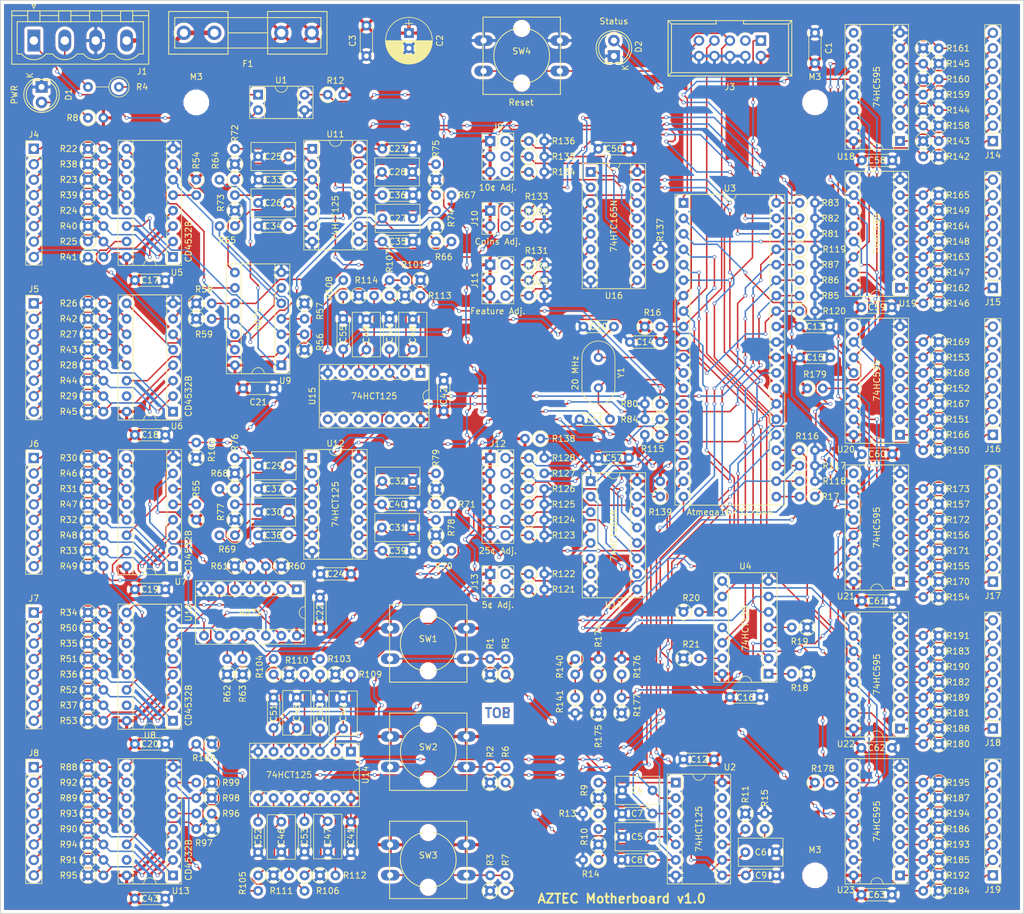
<source format=kicad_pcb>
(kicad_pcb (version 20171130) (host pcbnew "(5.1.9-0-10_14)")
  (title_block (title "AZTEC Motherboard"))
  (layers (0 F.Cu signal) (31 B.Cu signal) (34 B.Paste user) (35 F.Paste user) (36 B.SilkS user) (37 F.SilkS user) (38 B.Mask user) (39 F.Mask user) (44 Edge.Cuts user))
  (net 0 "")
  (net 1 GND)
  (net 2 VCC)
  (net 3 "Net-(C4-Pad2)")
  (net 4 /Button1)
  (net 5 /Button2)
  (net 6 /Button3)
  (net 7 "Net-(C25-Pad2)")
  (net 8 "Net-(C26-Pad2)")
  (net 9 "Net-(C27-Pad2)")
  (net 10 "Net-(C28-Pad2)")
  (net 11 "Net-(C29-Pad2)")
  (net 12 "Net-(C30-Pad2)")
  (net 13 "Net-(C31-Pad2)")
  (net 14 /Inputs/GS1)
  (net 15 /Inputs/Q12)
  (net 16 /Inputs/Q11)
  (net 17 /Inputs/Q10)
  (net 18 /Inputs/GS2)
  (net 19 /Inputs/Q22)
  (net 20 /Inputs/Q21)
  (net 21 /Inputs/Q20)
  (net 22 "Net-(C44-Pad2)")
  (net 23 "Net-(C45-Pad2)")
  (net 24 "Net-(C46-Pad2)")
  (net 25 "Net-(C47-Pad2)")
  (net 26 "Net-(C48-Pad2)")
  (net 27 /Inputs/GS3)
  (net 28 /Inputs/Q32)
  (net 29 /Inputs/Q31)
  (net 30 /Inputs/Q30)
  (net 31 /Inputs/Q13)
  (net 32 /Inputs/Q23)
  (net 33 "Net-(D1-Pad2)")
  (net 34 "Net-(D2-Pad2)")
  (net 35 "Net-(J1-Pad1)")
  (net 36 "Net-(J1-Pad2)")
  (net 37 "Net-(F1-Pad2)")
  (net 38 /MOSI)
  (net 39 "Net-(J3-Pad3)")
  (net 40 /~RESET)
  (net 41 /SCK)
  (net 42 /MISO)
  (net 43 "Net-(J4-Pad1)")
  (net 44 "Net-(J4-Pad2)")
  (net 45 "Net-(J4-Pad3)")
  (net 46 "Net-(J4-Pad4)")
  (net 47 "Net-(J4-Pad5)")
  (net 48 "Net-(J4-Pad6)")
  (net 49 "Net-(J4-Pad7)")
  (net 50 "Net-(J4-Pad8)")
  (net 51 "Net-(J5-Pad1)")
  (net 52 "Net-(J5-Pad2)")
  (net 53 "Net-(J5-Pad3)")
  (net 54 "Net-(J5-Pad4)")
  (net 55 "Net-(J5-Pad5)")
  (net 56 "Net-(J5-Pad6)")
  (net 57 "Net-(J5-Pad7)")
  (net 58 "Net-(J5-Pad8)")
  (net 59 "Net-(J6-Pad1)")
  (net 60 "Net-(J6-Pad2)")
  (net 61 "Net-(J6-Pad3)")
  (net 62 "Net-(J6-Pad4)")
  (net 63 "Net-(J6-Pad5)")
  (net 64 "Net-(J6-Pad6)")
  (net 65 "Net-(J6-Pad7)")
  (net 66 "Net-(J6-Pad8)")
  (net 67 "Net-(J7-Pad1)")
  (net 68 "Net-(J7-Pad2)")
  (net 69 "Net-(J7-Pad3)")
  (net 70 "Net-(J7-Pad4)")
  (net 71 "Net-(J7-Pad5)")
  (net 72 "Net-(J7-Pad6)")
  (net 73 "Net-(J7-Pad7)")
  (net 74 "Net-(J7-Pad8)")
  (net 75 "Net-(J8-Pad1)")
  (net 76 "Net-(J8-Pad2)")
  (net 77 "Net-(J8-Pad3)")
  (net 78 "Net-(J8-Pad4)")
  (net 79 "Net-(J8-Pad5)")
  (net 80 "Net-(J8-Pad6)")
  (net 81 "Net-(J8-Pad7)")
  (net 82 "Net-(J8-Pad8)")
  (net 83 "Net-(J9-Pad2)")
  (net 84 "Net-(J9-Pad4)")
  (net 85 "Net-(J9-Pad6)")
  (net 86 "Net-(J10-Pad2)")
  (net 87 "Net-(J10-Pad4)")
  (net 88 "Net-(J11-Pad2)")
  (net 89 "Net-(J11-Pad4)")
  (net 90 "Net-(J11-Pad6)")
  (net 91 "Net-(J12-Pad2)")
  (net 92 "Net-(J12-Pad4)")
  (net 93 "Net-(J12-Pad6)")
  (net 94 "Net-(J12-Pad8)")
  (net 95 "Net-(J12-Pad10)")
  (net 96 "Net-(J12-Pad12)")
  (net 97 "Net-(J13-Pad2)")
  (net 98 "Net-(J13-Pad4)")
  (net 99 "Net-(J14-Pad1)")
  (net 100 "Net-(J14-Pad2)")
  (net 101 "Net-(J14-Pad3)")
  (net 102 "Net-(J14-Pad4)")
  (net 103 "Net-(J14-Pad5)")
  (net 104 "Net-(J14-Pad6)")
  (net 105 "Net-(J14-Pad7)")
  (net 106 "Net-(J14-Pad8)")
  (net 107 "Net-(J15-Pad1)")
  (net 108 "Net-(J15-Pad2)")
  (net 109 "Net-(J15-Pad3)")
  (net 110 "Net-(J15-Pad4)")
  (net 111 "Net-(J15-Pad5)")
  (net 112 "Net-(J15-Pad6)")
  (net 113 "Net-(J15-Pad7)")
  (net 114 "Net-(J15-Pad8)")
  (net 115 "Net-(J16-Pad1)")
  (net 116 "Net-(J16-Pad2)")
  (net 117 "Net-(J16-Pad3)")
  (net 118 "Net-(J16-Pad4)")
  (net 119 "Net-(J16-Pad5)")
  (net 120 "Net-(J16-Pad6)")
  (net 121 "Net-(J16-Pad7)")
  (net 122 "Net-(J16-Pad8)")
  (net 123 "Net-(J17-Pad1)")
  (net 124 "Net-(J17-Pad2)")
  (net 125 "Net-(J17-Pad3)")
  (net 126 "Net-(J17-Pad4)")
  (net 127 "Net-(J17-Pad5)")
  (net 128 "Net-(J17-Pad6)")
  (net 129 "Net-(J17-Pad7)")
  (net 130 "Net-(J17-Pad8)")
  (net 131 "Net-(J18-Pad1)")
  (net 132 "Net-(J18-Pad2)")
  (net 133 "Net-(J18-Pad3)")
  (net 134 "Net-(J18-Pad4)")
  (net 135 "Net-(J18-Pad5)")
  (net 136 "Net-(J18-Pad6)")
  (net 137 "Net-(J18-Pad7)")
  (net 138 "Net-(J18-Pad8)")
  (net 139 "Net-(J19-Pad1)")
  (net 140 "Net-(J19-Pad2)")
  (net 141 "Net-(J19-Pad3)")
  (net 142 "Net-(J19-Pad4)")
  (net 143 "Net-(J19-Pad5)")
  (net 144 "Net-(J19-Pad6)")
  (net 145 "Net-(J19-Pad7)")
  (net 146 "Net-(J19-Pad8)")
  (net 147 "Net-(R1-Pad2)")
  (net 148 "Net-(R2-Pad2)")
  (net 149 "Net-(R3-Pad2)")
  (net 150 "Net-(R4-Pad1)")
  (net 151 "Net-(R9-Pad2)")
  (net 152 "Net-(R10-Pad2)")
  (net 153 "Net-(R11-Pad2)")
  (net 154 /AC_zero_crossing)
  (net 155 "Net-(R17-Pad2)")
  (net 156 "Net-(R18-Pad2)")
  (net 157 "Net-(R19-Pad2)")
  (net 158 "Net-(R20-Pad2)")
  (net 159 "Net-(R21-Pad2)")
  (net 160 "Net-(R54-Pad2)")
  (net 161 "Net-(R55-Pad2)")
  (net 162 "Net-(R56-Pad2)")
  (net 163 "Net-(R57-Pad2)")
  (net 164 "Net-(R58-Pad2)")
  (net 165 "Net-(R59-Pad2)")
  (net 166 "Net-(R60-Pad2)")
  (net 167 "Net-(R61-Pad2)")
  (net 168 "Net-(R62-Pad2)")
  (net 169 "Net-(R63-Pad2)")
  (net 170 "Net-(R72-Pad2)")
  (net 171 "Net-(R73-Pad2)")
  (net 172 "Net-(R74-Pad2)")
  (net 173 "Net-(R75-Pad2)")
  (net 174 "Net-(R76-Pad2)")
  (net 175 "Net-(R77-Pad2)")
  (net 176 "Net-(R78-Pad2)")
  (net 177 "Net-(R79-Pad2)")
  (net 178 "Net-(R96-Pad2)")
  (net 179 "Net-(R103-Pad2)")
  (net 180 "Net-(R104-Pad2)")
  (net 181 "Net-(R105-Pad2)")
  (net 182 "Net-(R100-Pad2)")
  (net 183 "Net-(R101-Pad2)")
  (net 184 "Net-(R102-Pad2)")
  (net 185 "Net-(R109-Pad2)")
  (net 186 "Net-(R110-Pad2)")
  (net 187 "Net-(R111-Pad2)")
  (net 188 "Net-(R112-Pad2)")
  (net 189 "Net-(R113-Pad2)")
  (net 190 "Net-(R114-Pad2)")
  (net 191 "Net-(R137-Pad1)")
  (net 192 /Adjusts/~PL)
  (net 193 /Adjusts/~CE)
  (net 194 /Adjusts/CP)
  (net 195 /Outputs/MOSI_buf)
  (net 196 /Outputs/~SCL_buf)
  (net 197 /Outputs/~OE_buf)
  (net 198 "Net-(U2-Pad11)")
  (net 199 "Net-(U2-Pad12)")
  (net 200 "Net-(U2-Pad13)")
  (net 201 /Outputs/RCK1)
  (net 202 /Outputs/RCK2)
  (net 203 /Outputs/RCK3)
  (net 204 /Outputs/RCK4)
  (net 205 /Outputs/RCK5)
  (net 206 /Outputs/RCK6)
  (net 207 /~SCL)
  (net 208 /~OE)
  (net 209 "Net-(U5-Pad9)")
  (net 210 "Net-(U5-Pad6)")
  (net 211 "Net-(U5-Pad7)")
  (net 212 "Net-(U5-Pad15)")
  (net 213 "Net-(U6-Pad9)")
  (net 214 "Net-(U6-Pad6)")
  (net 215 "Net-(U6-Pad14)")
  (net 216 "Net-(U6-Pad7)")
  (net 217 "Net-(U6-Pad15)")
  (net 218 "Net-(U10-Pad12)")
  (net 219 "Net-(U10-Pad5)")
  (net 220 "Net-(U10-Pad8)")
  (net 221 "Net-(U7-Pad15)")
  (net 222 "Net-(U10-Pad13)")
  (net 223 "Net-(U10-Pad6)")
  (net 224 "Net-(U10-Pad2)")
  (net 225 "Net-(U10-Pad9)")
  (net 226 "Net-(U8-Pad15)")
  (net 227 "Net-(U13-Pad15)")
  (net 228 "Net-(U15-Pad11)")
  (net 229 "Net-(U15-Pad12)")
  (net 230 "Net-(U15-Pad13)")
  (net 231 "Net-(U16-Pad9)")
  (net 232 "Net-(U16-Pad7)")
  (net 233 "Net-(U17-Pad7)")
  (net 234 "Net-(U18-Pad9)")
  (net 235 "Net-(U19-Pad9)")
  (net 236 "Net-(U20-Pad9)")
  (net 237 "Net-(U21-Pad9)")
  (net 238 "Net-(U22-Pad9)")
  (net 239 "Net-(U23-Pad9)")
  (net 240 "Net-(C5-Pad2)")
  (net 241 "Net-(C6-Pad2)")
  (net 242 "Net-(C10-Pad1)")
  (net 243 "Net-(C11-Pad1)")
  (net 244 "Net-(C32-Pad2)")
  (net 245 "Net-(C49-Pad2)")
  (net 246 "Net-(U15-Pad8)")
  (net 247 "Net-(U15-Pad9)")
  (net 248 "Net-(U15-Pad10)")
  (module Housings_DIP:DIP-4_W7.62mm_Socket (layer F.Cu) (at 60.31 30.48)
    (fp_text reference U1 (at 3.81 -2.39) (layer F.SilkS))
    (fp_text value SFH620A)
    (pad 1 thru_hole rect (at 0 0) (size 1.6 1.6) (drill 0.8) (layers *.Cu *.Mask) (net 150 "Net-(R4-Pad1)"))
    (pad 3 thru_hole oval (at 7.62 2.54) (size 1.6 1.6) (drill 0.8) (layers *.Cu *.Mask) (net 1 GND))
    (pad 2 thru_hole oval (at 0 2.54) (size 1.6 1.6) (drill 0.8) (layers *.Cu *.Mask) (net 35 "Net-(J1-Pad1)"))
    (pad 4 thru_hole oval (at 7.62 0) (size 1.6 1.6) (drill 0.8) (layers *.Cu *.Mask) (net 154 /AC_zero_crossing))
  )
  (module Housings_DIP:DIP-40_W15.24mm_Socket (layer F.Cu) (at 130.16 48.26)
    (fp_text reference U3 (at 7.62 -2.39) (layer F.SilkS))
    (fp_text value ATMEGA16/32/644)
    (pad 1 thru_hole rect (at 0 0) (size 1.6 1.6) (drill 0.8) (layers *.Cu *.Mask) (net 201 /Outputs/RCK1))
    (pad 21 thru_hole oval (at 15.24 48.26) (size 1.6 1.6) (drill 0.8) (layers *.Cu *.Mask) (net 155 "Net-(R17-Pad2)"))
    (pad 2 thru_hole oval (at 0 2.54) (size 1.6 1.6) (drill 0.8) (layers *.Cu *.Mask) (net 202 /Outputs/RCK2))
    (pad 22 thru_hole oval (at 15.24 45.72) (size 1.6 1.6) (drill 0.8) (layers *.Cu *.Mask) (net 30 /Inputs/Q30))
    (pad 3 thru_hole oval (at 0 5.08) (size 1.6 1.6) (drill 0.8) (layers *.Cu *.Mask) (net 203 /Outputs/RCK3))
    (pad 23 thru_hole oval (at 15.24 43.18) (size 1.6 1.6) (drill 0.8) (layers *.Cu *.Mask) (net 29 /Inputs/Q31))
    (pad 4 thru_hole oval (at 0 7.62) (size 1.6 1.6) (drill 0.8) (layers *.Cu *.Mask) (net 204 /Outputs/RCK4))
    (pad 24 thru_hole oval (at 15.24 40.64) (size 1.6 1.6) (drill 0.8) (layers *.Cu *.Mask) (net 28 /Inputs/Q32))
    (pad 5 thru_hole oval (at 0 10.16) (size 1.6 1.6) (drill 0.8) (layers *.Cu *.Mask) (net 205 /Outputs/RCK5))
    (pad 25 thru_hole oval (at 15.24 38.1) (size 1.6 1.6) (drill 0.8) (layers *.Cu *.Mask) (net 206 /Outputs/RCK6))
    (pad 6 thru_hole oval (at 0 12.7) (size 1.6 1.6) (drill 0.8) (layers *.Cu *.Mask) (net 38 /MOSI))
    (pad 26 thru_hole oval (at 15.24 35.56) (size 1.6 1.6) (drill 0.8) (layers *.Cu *.Mask) (net 193 /Adjusts/~CE))
    (pad 7 thru_hole oval (at 0 15.24) (size 1.6 1.6) (drill 0.8) (layers *.Cu *.Mask) (net 42 /MISO))
    (pad 27 thru_hole oval (at 15.24 33.02) (size 1.6 1.6) (drill 0.8) (layers *.Cu *.Mask) (net 192 /Adjusts/~PL))
    (pad 8 thru_hole oval (at 0 17.78) (size 1.6 1.6) (drill 0.8) (layers *.Cu *.Mask) (net 41 /SCK))
    (pad 28 thru_hole oval (at 15.24 30.48) (size 1.6 1.6) (drill 0.8) (layers *.Cu *.Mask) (net 207 /~SCL))
    (pad 9 thru_hole oval (at 0 20.32) (size 1.6 1.6) (drill 0.8) (layers *.Cu *.Mask) (net 40 /~RESET))
    (pad 29 thru_hole oval (at 15.24 27.94) (size 1.6 1.6) (drill 0.8) (layers *.Cu *.Mask) (net 208 /~OE))
    (pad 10 thru_hole oval (at 0 22.86) (size 1.6 1.6) (drill 0.8) (layers *.Cu *.Mask) (net 2 VCC))
    (pad 30 thru_hole oval (at 15.24 25.4) (size 1.6 1.6) (drill 0.8) (layers *.Cu *.Mask) (net 2 VCC))
    (pad 11 thru_hole oval (at 0 25.4) (size 1.6 1.6) (drill 0.8) (layers *.Cu *.Mask) (net 1 GND))
    (pad 31 thru_hole oval (at 15.24 22.86) (size 1.6 1.6) (drill 0.8) (layers *.Cu *.Mask) (net 1 GND))
    (pad 12 thru_hole oval (at 0 27.94) (size 1.6 1.6) (drill 0.8) (layers *.Cu *.Mask) (net 242 "Net-(C10-Pad1)"))
    (pad 32 thru_hole oval (at 15.24 20.32) (size 1.6 1.6) (drill 0.8) (layers *.Cu *.Mask) (net 2 VCC))
    (pad 13 thru_hole oval (at 0 30.48) (size 1.6 1.6) (drill 0.8) (layers *.Cu *.Mask) (net 243 "Net-(C11-Pad1)"))
    (pad 33 thru_hole oval (at 15.24 17.78) (size 1.6 1.6) (drill 0.8) (layers *.Cu *.Mask) (net 32 /Inputs/Q23))
    (pad 14 thru_hole oval (at 0 33.02) (size 1.6 1.6) (drill 0.8) (layers *.Cu *.Mask) (net 14 /Inputs/GS1))
    (pad 34 thru_hole oval (at 15.24 15.24) (size 1.6 1.6) (drill 0.8) (layers *.Cu *.Mask) (net 19 /Inputs/Q22))
    (pad 15 thru_hole oval (at 0 35.56) (size 1.6 1.6) (drill 0.8) (layers *.Cu *.Mask) (net 18 /Inputs/GS2))
    (pad 35 thru_hole oval (at 15.24 12.7) (size 1.6 1.6) (drill 0.8) (layers *.Cu *.Mask) (net 20 /Inputs/Q21))
    (pad 16 thru_hole oval (at 0 38.1) (size 1.6 1.6) (drill 0.8) (layers *.Cu *.Mask) (net 27 /Inputs/GS3))
    (pad 36 thru_hole oval (at 15.24 10.16) (size 1.6 1.6) (drill 0.8) (layers *.Cu *.Mask) (net 21 /Inputs/Q20))
    (pad 17 thru_hole oval (at 0 40.64) (size 1.6 1.6) (drill 0.8) (layers *.Cu *.Mask) (net 154 /AC_zero_crossing))
    (pad 37 thru_hole oval (at 15.24 7.62) (size 1.6 1.6) (drill 0.8) (layers *.Cu *.Mask) (net 31 /Inputs/Q13))
    (pad 18 thru_hole oval (at 0 43.18) (size 1.6 1.6) (drill 0.8) (layers *.Cu *.Mask) (net 4 /Button1))
    (pad 38 thru_hole oval (at 15.24 5.08) (size 1.6 1.6) (drill 0.8) (layers *.Cu *.Mask) (net 15 /Inputs/Q12))
    (pad 19 thru_hole oval (at 0 45.72) (size 1.6 1.6) (drill 0.8) (layers *.Cu *.Mask) (net 5 /Button2))
    (pad 39 thru_hole oval (at 15.24 2.54) (size 1.6 1.6) (drill 0.8) (layers *.Cu *.Mask) (net 16 /Inputs/Q11))
    (pad 20 thru_hole oval (at 0 48.26) (size 1.6 1.6) (drill 0.8) (layers *.Cu *.Mask) (net 6 /Button3))
    (pad 40 thru_hole oval (at 15.24 0) (size 1.6 1.6) (drill 0.8) (layers *.Cu *.Mask) (net 17 /Inputs/Q10))
  )
  (module Connectors_Phoenix:PhoenixContact_MSTBVA-G_04x5.08mm_Vertical (layer F.Cu) (at 23.48 21.59)
    (fp_text reference J1 (at 17.78 5.08) (layer F.SilkS))
    (fp_text value Conn_01x04_Female)
    (pad 1 thru_hole rect (at 0 0) (size 2.1 3.6) (drill 1.4) (layers *.Cu *.Mask) (net 35 "Net-(J1-Pad1)"))
    (pad 2 thru_hole oval (at 5.08 0) (size 2.1 3.6) (drill 1.4) (layers *.Cu *.Mask) (net 36 "Net-(J1-Pad2)"))
    (pad 3 thru_hole oval (at 10.16 0) (size 2.1 3.6) (drill 1.4) (layers *.Cu *.Mask) (net 1 GND))
    (pad 4 thru_hole oval (at 15.24 0) (size 2.1 3.6) (drill 1.4) (layers *.Cu *.Mask) (net 37 "Net-(F1-Pad2)"))
  )
  (module Connectors:IDC_Header_Straight_10pins (layer F.Cu) (at 142.86 21.59 180)
    (fp_text reference J3 (at 5.08 -7.62) (layer F.SilkS))
    (fp_text value ISP)
    (pad 1 thru_hole rect (at 0 0 180) (size 1.7272 1.7272) (drill 1.016) (layers *.Cu *.Mask) (net 38 /MOSI))
    (pad 2 thru_hole oval (at 0 -2.54 180) (size 1.7272 1.7272) (drill 1.016) (layers *.Cu *.Mask) (net 2 VCC))
    (pad 3 thru_hole oval (at 2.54 0 180) (size 1.7272 1.7272) (drill 1.016) (layers *.Cu *.Mask) (net 39 "Net-(J3-Pad3)"))
    (pad 4 thru_hole oval (at 2.54 -2.54 180) (size 1.7272 1.7272) (drill 1.016) (layers *.Cu *.Mask) (net 1 GND))
    (pad 5 thru_hole oval (at 5.08 0 180) (size 1.7272 1.7272) (drill 1.016) (layers *.Cu *.Mask) (net 40 /~RESET))
    (pad 6 thru_hole oval (at 5.08 -2.54 180) (size 1.7272 1.7272) (drill 1.016) (layers *.Cu *.Mask) (net 1 GND))
    (pad 7 thru_hole oval (at 7.62 0 180) (size 1.7272 1.7272) (drill 1.016) (layers *.Cu *.Mask) (net 41 /SCK))
    (pad 8 thru_hole oval (at 7.62 -2.54 180) (size 1.7272 1.7272) (drill 1.016) (layers *.Cu *.Mask) (net 1 GND))
    (pad 9 thru_hole oval (at 10.16 0 180) (size 1.7272 1.7272) (drill 1.016) (layers *.Cu *.Mask) (net 42 /MISO))
    (pad 10 thru_hole oval (at 10.16 -2.54 180) (size 1.7272 1.7272) (drill 1.016) (layers *.Cu *.Mask) (net 1 GND))
  )
  (module LEDs:LED-5MM (layer F.Cu) (at 24.75 29.21 270)
    (fp_text reference D1 (at 1.27 -4.445 270) (layer F.SilkS))
    (fp_text value PWR)
    (fp_text user K (at -1.905 1.905 270) (layer F.SilkS))
    (pad 1 thru_hole rect (at 0 0) (size 2 1.9) (drill 1.00076) (layers *.Cu *.Mask) (net 1 GND))
    (pad 2 thru_hole circle (at 2.54 0 270) (size 1.9 1.9) (drill 1.00076) (layers *.Cu *.Mask) (net 33 "Net-(D1-Pad2)"))
  )
  (module LEDs:LED-5MM (layer F.Cu) (at 118.73 24.13 90)
    (fp_text reference D2 (at 1.524 4.064 90) (layer F.SilkS))
    (fp_text value STATUS)
    (fp_text user K (at -1.905 1.905 90) (layer F.SilkS))
    (pad 1 thru_hole rect (at 0 0 180) (size 2 1.9) (drill 1.00076) (layers *.Cu *.Mask) (net 1 GND))
    (pad 2 thru_hole circle (at 2.54 0 90) (size 1.9 1.9) (drill 1.00076) (layers *.Cu *.Mask) (net 34 "Net-(D2-Pad2)"))
  )
  (module Housings_DIP:DIP-14_W7.62mm_Socket (layer F.Cu) (at 66.66 111.76 270)
    (fp_text reference U10 (at 3.81 17.78 90) (layer F.SilkS))
    (fp_text value 4071)
    (pad 1 thru_hole rect (at 0 0 270) (size 1.6 1.6) (drill 0.8) (layers *.Cu *.Mask) (net 184 "Net-(R102-Pad2)"))
    (pad 8 thru_hole oval (at 7.62 15.24 270) (size 1.6 1.6) (drill 0.8) (layers *.Cu *.Mask) (net 220 "Net-(U10-Pad8)"))
    (pad 2 thru_hole oval (at 0 2.54 270) (size 1.6 1.6) (drill 0.8) (layers *.Cu *.Mask) (net 224 "Net-(U10-Pad2)"))
    (pad 9 thru_hole oval (at 7.62 12.7 270) (size 1.6 1.6) (drill 0.8) (layers *.Cu *.Mask) (net 225 "Net-(U10-Pad9)"))
    (pad 3 thru_hole oval (at 0 5.08 270) (size 1.6 1.6) (drill 0.8) (layers *.Cu *.Mask) (net 166 "Net-(R60-Pad2)"))
    (pad 10 thru_hole oval (at 7.62 10.16 270) (size 1.6 1.6) (drill 0.8) (layers *.Cu *.Mask) (net 168 "Net-(R62-Pad2)"))
    (pad 4 thru_hole oval (at 0 7.62 270) (size 1.6 1.6) (drill 0.8) (layers *.Cu *.Mask) (net 167 "Net-(R61-Pad2)"))
    (pad 11 thru_hole oval (at 7.62 7.62 270) (size 1.6 1.6) (drill 0.8) (layers *.Cu *.Mask) (net 169 "Net-(R63-Pad2)"))
    (pad 5 thru_hole oval (at 0 10.16 270) (size 1.6 1.6) (drill 0.8) (layers *.Cu *.Mask) (net 219 "Net-(U10-Pad5)"))
    (pad 12 thru_hole oval (at 7.62 5.08 270) (size 1.6 1.6) (drill 0.8) (layers *.Cu *.Mask) (net 218 "Net-(U10-Pad12)"))
    (pad 6 thru_hole oval (at 0 12.7 270) (size 1.6 1.6) (drill 0.8) (layers *.Cu *.Mask) (net 223 "Net-(U10-Pad6)"))
    (pad 13 thru_hole oval (at 7.62 2.54 270) (size 1.6 1.6) (drill 0.8) (layers *.Cu *.Mask) (net 222 "Net-(U10-Pad13)"))
    (pad 7 thru_hole oval (at 0 15.24 270) (size 1.6 1.6) (drill 0.8) (layers *.Cu *.Mask) (net 1 GND))
    (pad 14 thru_hole oval (at 7.62 0 270) (size 1.6 1.6) (drill 0.8) (layers *.Cu *.Mask) (net 2 VCC))
  )
  (module Housings_DIP:DIP-16_W7.62mm_Socket (layer F.Cu) (at 165.72 86.36 180)
    (fp_text reference U20 (at 8.89 -2.39) (layer F.SilkS))
    (fp_text value 74HC595)
    (pad 1 thru_hole rect (at 0 0 180) (size 1.6 1.6) (drill 0.8) (layers *.Cu *.Mask) (net 116 "Net-(J16-Pad2)"))
    (pad 9 thru_hole oval (at 7.62 17.78 180) (size 1.6 1.6) (drill 0.8) (layers *.Cu *.Mask) (net 236 "Net-(U20-Pad9)"))
    (pad 2 thru_hole oval (at 0 2.54 180) (size 1.6 1.6) (drill 0.8) (layers *.Cu *.Mask) (net 117 "Net-(J16-Pad3)"))
    (pad 10 thru_hole oval (at 7.62 15.24 180) (size 1.6 1.6) (drill 0.8) (layers *.Cu *.Mask) (net 196 /Outputs/~SCL_buf))
    (pad 3 thru_hole oval (at 0 5.08 180) (size 1.6 1.6) (drill 0.8) (layers *.Cu *.Mask) (net 118 "Net-(J16-Pad4)"))
    (pad 11 thru_hole oval (at 7.62 12.7 180) (size 1.6 1.6) (drill 0.8) (layers *.Cu *.Mask) (net 194 /Adjusts/CP))
    (pad 4 thru_hole oval (at 0 7.62 180) (size 1.6 1.6) (drill 0.8) (layers *.Cu *.Mask) (net 119 "Net-(J16-Pad5)"))
    (pad 12 thru_hole oval (at 7.62 10.16 180) (size 1.6 1.6) (drill 0.8) (layers *.Cu *.Mask) (net 203 /Outputs/RCK3))
    (pad 5 thru_hole oval (at 0 10.16 180) (size 1.6 1.6) (drill 0.8) (layers *.Cu *.Mask) (net 120 "Net-(J16-Pad6)"))
    (pad 13 thru_hole oval (at 7.62 7.62 180) (size 1.6 1.6) (drill 0.8) (layers *.Cu *.Mask) (net 197 /Outputs/~OE_buf))
    (pad 6 thru_hole oval (at 0 12.7 180) (size 1.6 1.6) (drill 0.8) (layers *.Cu *.Mask) (net 121 "Net-(J16-Pad7)"))
    (pad 14 thru_hole oval (at 7.62 5.08 180) (size 1.6 1.6) (drill 0.8) (layers *.Cu *.Mask) (net 195 /Outputs/MOSI_buf))
    (pad 7 thru_hole oval (at 0 15.24 180) (size 1.6 1.6) (drill 0.8) (layers *.Cu *.Mask) (net 122 "Net-(J16-Pad8)"))
    (pad 15 thru_hole oval (at 7.62 2.54 180) (size 1.6 1.6) (drill 0.8) (layers *.Cu *.Mask) (net 115 "Net-(J16-Pad1)"))
    (pad 8 thru_hole oval (at 0 17.78 180) (size 1.6 1.6) (drill 0.8) (layers *.Cu *.Mask) (net 1 GND))
    (pad 16 thru_hole oval (at 7.62 0 180) (size 1.6 1.6) (drill 0.8) (layers *.Cu *.Mask) (net 2 VCC))
  )
  (module Fuse_Holders_and_Fuses:Fuseholder5x20_horiz_open_inline_Type-I (layer F.Cu) (at 58.62 20.32 180)
    (fp_text reference F1 (at 0 -5.08) (layer F.SilkS))
    (fp_text value Fuse)
    (pad 2 thru_hole circle (at 5.5 0 180) (size 2.35 2.35) (drill 1.35) (layers *.Cu *.Mask) (net 37 "Net-(F1-Pad2)"))
    (pad 2 thru_hole circle (at 10.5 0 180) (size 2.35 2.35) (drill 1.35) (layers *.Cu *.Mask) (net 37 "Net-(F1-Pad2)"))
    (pad 1 thru_hole circle (at -5.5 0 180) (size 2.35 2.35) (drill 1.35) (layers *.Cu *.Mask) (net 2 VCC))
    (pad 1 thru_hole circle (at -10.5 0 180) (size 2.35 2.35) (drill 1.35) (layers *.Cu *.Mask) (net 2 VCC))
  )
  (module Pin_Headers:Pin_Header_Straight_1x08_Pitch2.54mm (layer F.Cu) (at 180.96 158.75 180)
    (fp_text reference J19 (at 0 -2.33 180) (layer F.SilkS))
    (fp_text value Outputs_6)
    (pad 8 thru_hole oval (at 0 17.78 180) (size 1.7 1.7) (drill 1) (layers *.Cu *.Mask) (net 146 "Net-(J19-Pad8)"))
    (pad 7 thru_hole oval (at 0 15.24 180) (size 1.7 1.7) (drill 1) (layers *.Cu *.Mask) (net 145 "Net-(J19-Pad7)"))
    (pad 6 thru_hole oval (at 0 12.7 180) (size 1.7 1.7) (drill 1) (layers *.Cu *.Mask) (net 144 "Net-(J19-Pad6)"))
    (pad 5 thru_hole oval (at 0 10.16 180) (size 1.7 1.7) (drill 1) (layers *.Cu *.Mask) (net 143 "Net-(J19-Pad5)"))
    (pad 4 thru_hole oval (at 0 7.62 180) (size 1.7 1.7) (drill 1) (layers *.Cu *.Mask) (net 142 "Net-(J19-Pad4)"))
    (pad 3 thru_hole oval (at 0 5.08 180) (size 1.7 1.7) (drill 1) (layers *.Cu *.Mask) (net 141 "Net-(J19-Pad3)"))
    (pad 2 thru_hole oval (at 0 2.54 180) (size 1.7 1.7) (drill 1) (layers *.Cu *.Mask) (net 140 "Net-(J19-Pad2)"))
    (pad 1 thru_hole rect (at 0 0 180) (size 1.7 1.7) (drill 1) (layers *.Cu *.Mask) (net 139 "Net-(J19-Pad1)"))
  )
  (module Pin_Headers:Pin_Header_Straight_1x08_Pitch2.54mm (layer F.Cu) (at 23.48 39.37)
    (fp_text reference J4 (at 0 -2.33) (layer F.SilkS))
    (fp_text value Inputs_1)
    (pad 8 thru_hole oval (at 0 17.78) (size 1.7 1.7) (drill 1) (layers *.Cu *.Mask) (net 50 "Net-(J4-Pad8)"))
    (pad 7 thru_hole oval (at 0 15.24) (size 1.7 1.7) (drill 1) (layers *.Cu *.Mask) (net 49 "Net-(J4-Pad7)"))
    (pad 6 thru_hole oval (at 0 12.7) (size 1.7 1.7) (drill 1) (layers *.Cu *.Mask) (net 48 "Net-(J4-Pad6)"))
    (pad 5 thru_hole oval (at 0 10.16) (size 1.7 1.7) (drill 1) (layers *.Cu *.Mask) (net 47 "Net-(J4-Pad5)"))
    (pad 4 thru_hole oval (at 0 7.62) (size 1.7 1.7) (drill 1) (layers *.Cu *.Mask) (net 46 "Net-(J4-Pad4)"))
    (pad 3 thru_hole oval (at 0 5.08) (size 1.7 1.7) (drill 1) (layers *.Cu *.Mask) (net 45 "Net-(J4-Pad3)"))
    (pad 2 thru_hole oval (at 0 2.54) (size 1.7 1.7) (drill 1) (layers *.Cu *.Mask) (net 44 "Net-(J4-Pad2)"))
    (pad 1 thru_hole rect (at 0 0) (size 1.7 1.7) (drill 1) (layers *.Cu *.Mask) (net 43 "Net-(J4-Pad1)"))
  )
  (module Pin_Headers:Pin_Header_Straight_1x08_Pitch2.54mm (layer F.Cu) (at 23.48 64.77)
    (fp_text reference J5 (at 0 -2.33) (layer F.SilkS))
    (fp_text value Inputs_2)
    (pad 8 thru_hole oval (at 0 17.78) (size 1.7 1.7) (drill 1) (layers *.Cu *.Mask) (net 58 "Net-(J5-Pad8)"))
    (pad 7 thru_hole oval (at 0 15.24) (size 1.7 1.7) (drill 1) (layers *.Cu *.Mask) (net 57 "Net-(J5-Pad7)"))
    (pad 6 thru_hole oval (at 0 12.7) (size 1.7 1.7) (drill 1) (layers *.Cu *.Mask) (net 56 "Net-(J5-Pad6)"))
    (pad 5 thru_hole oval (at 0 10.16) (size 1.7 1.7) (drill 1) (layers *.Cu *.Mask) (net 55 "Net-(J5-Pad5)"))
    (pad 4 thru_hole oval (at 0 7.62) (size 1.7 1.7) (drill 1) (layers *.Cu *.Mask) (net 54 "Net-(J5-Pad4)"))
    (pad 3 thru_hole oval (at 0 5.08) (size 1.7 1.7) (drill 1) (layers *.Cu *.Mask) (net 53 "Net-(J5-Pad3)"))
    (pad 2 thru_hole oval (at 0 2.54) (size 1.7 1.7) (drill 1) (layers *.Cu *.Mask) (net 52 "Net-(J5-Pad2)"))
    (pad 1 thru_hole rect (at 0 0) (size 1.7 1.7) (drill 1) (layers *.Cu *.Mask) (net 51 "Net-(J5-Pad1)"))
  )
  (module Pin_Headers:Pin_Header_Straight_1x08_Pitch2.54mm (layer F.Cu) (at 23.48 90.17)
    (fp_text reference J6 (at 0 -2.33) (layer F.SilkS))
    (fp_text value Inputs_3)
    (pad 8 thru_hole oval (at 0 17.78) (size 1.7 1.7) (drill 1) (layers *.Cu *.Mask) (net 66 "Net-(J6-Pad8)"))
    (pad 7 thru_hole oval (at 0 15.24) (size 1.7 1.7) (drill 1) (layers *.Cu *.Mask) (net 65 "Net-(J6-Pad7)"))
    (pad 6 thru_hole oval (at 0 12.7) (size 1.7 1.7) (drill 1) (layers *.Cu *.Mask) (net 64 "Net-(J6-Pad6)"))
    (pad 5 thru_hole oval (at 0 10.16) (size 1.7 1.7) (drill 1) (layers *.Cu *.Mask) (net 63 "Net-(J6-Pad5)"))
    (pad 4 thru_hole oval (at 0 7.62) (size 1.7 1.7) (drill 1) (layers *.Cu *.Mask) (net 62 "Net-(J6-Pad4)"))
    (pad 3 thru_hole oval (at 0 5.08) (size 1.7 1.7) (drill 1) (layers *.Cu *.Mask) (net 61 "Net-(J6-Pad3)"))
    (pad 2 thru_hole oval (at 0 2.54) (size 1.7 1.7) (drill 1) (layers *.Cu *.Mask) (net 60 "Net-(J6-Pad2)"))
    (pad 1 thru_hole rect (at 0 0) (size 1.7 1.7) (drill 1) (layers *.Cu *.Mask) (net 59 "Net-(J6-Pad1)"))
  )
  (module Pin_Headers:Pin_Header_Straight_1x08_Pitch2.54mm (layer F.Cu) (at 23.48 115.57)
    (fp_text reference J7 (at 0 -2.33) (layer F.SilkS))
    (fp_text value Inputs_4)
    (pad 8 thru_hole oval (at 0 17.78) (size 1.7 1.7) (drill 1) (layers *.Cu *.Mask) (net 74 "Net-(J7-Pad8)"))
    (pad 7 thru_hole oval (at 0 15.24) (size 1.7 1.7) (drill 1) (layers *.Cu *.Mask) (net 73 "Net-(J7-Pad7)"))
    (pad 6 thru_hole oval (at 0 12.7) (size 1.7 1.7) (drill 1) (layers *.Cu *.Mask) (net 72 "Net-(J7-Pad6)"))
    (pad 5 thru_hole oval (at 0 10.16) (size 1.7 1.7) (drill 1) (layers *.Cu *.Mask) (net 71 "Net-(J7-Pad5)"))
    (pad 4 thru_hole oval (at 0 7.62) (size 1.7 1.7) (drill 1) (layers *.Cu *.Mask) (net 70 "Net-(J7-Pad4)"))
    (pad 3 thru_hole oval (at 0 5.08) (size 1.7 1.7) (drill 1) (layers *.Cu *.Mask) (net 69 "Net-(J7-Pad3)"))
    (pad 2 thru_hole oval (at 0 2.54) (size 1.7 1.7) (drill 1) (layers *.Cu *.Mask) (net 68 "Net-(J7-Pad2)"))
    (pad 1 thru_hole rect (at 0 0) (size 1.7 1.7) (drill 1) (layers *.Cu *.Mask) (net 67 "Net-(J7-Pad1)"))
  )
  (module Pin_Headers:Pin_Header_Straight_1x08_Pitch2.54mm (layer F.Cu) (at 23.48 140.97)
    (fp_text reference J8 (at 0 -2.33) (layer F.SilkS))
    (fp_text value Inputs_5)
    (pad 8 thru_hole oval (at 0 17.78) (size 1.7 1.7) (drill 1) (layers *.Cu *.Mask) (net 82 "Net-(J8-Pad8)"))
    (pad 7 thru_hole oval (at 0 15.24) (size 1.7 1.7) (drill 1) (layers *.Cu *.Mask) (net 81 "Net-(J8-Pad7)"))
    (pad 6 thru_hole oval (at 0 12.7) (size 1.7 1.7) (drill 1) (layers *.Cu *.Mask) (net 80 "Net-(J8-Pad6)"))
    (pad 5 thru_hole oval (at 0 10.16) (size 1.7 1.7) (drill 1) (layers *.Cu *.Mask) (net 79 "Net-(J8-Pad5)"))
    (pad 4 thru_hole oval (at 0 7.62) (size 1.7 1.7) (drill 1) (layers *.Cu *.Mask) (net 78 "Net-(J8-Pad4)"))
    (pad 3 thru_hole oval (at 0 5.08) (size 1.7 1.7) (drill 1) (layers *.Cu *.Mask) (net 77 "Net-(J8-Pad3)"))
    (pad 2 thru_hole oval (at 0 2.54) (size 1.7 1.7) (drill 1) (layers *.Cu *.Mask) (net 76 "Net-(J8-Pad2)"))
    (pad 1 thru_hole rect (at 0 0) (size 1.7 1.7) (drill 1) (layers *.Cu *.Mask) (net 75 "Net-(J8-Pad1)"))
  )
  (module Pin_Headers:Pin_Header_Straight_1x08_Pitch2.54mm (layer F.Cu) (at 180.96 38.1 180)
    (fp_text reference J14 (at 0 -2.33 180) (layer F.SilkS))
    (fp_text value Outputs_1)
    (pad 8 thru_hole oval (at 0 17.78 180) (size 1.7 1.7) (drill 1) (layers *.Cu *.Mask) (net 106 "Net-(J14-Pad8)"))
    (pad 7 thru_hole oval (at 0 15.24 180) (size 1.7 1.7) (drill 1) (layers *.Cu *.Mask) (net 105 "Net-(J14-Pad7)"))
    (pad 6 thru_hole oval (at 0 12.7 180) (size 1.7 1.7) (drill 1) (layers *.Cu *.Mask) (net 104 "Net-(J14-Pad6)"))
    (pad 5 thru_hole oval (at 0 10.16 180) (size 1.7 1.7) (drill 1) (layers *.Cu *.Mask) (net 103 "Net-(J14-Pad5)"))
    (pad 4 thru_hole oval (at 0 7.62 180) (size 1.7 1.7) (drill 1) (layers *.Cu *.Mask) (net 102 "Net-(J14-Pad4)"))
    (pad 3 thru_hole oval (at 0 5.08 180) (size 1.7 1.7) (drill 1) (layers *.Cu *.Mask) (net 101 "Net-(J14-Pad3)"))
    (pad 2 thru_hole oval (at 0 2.54 180) (size 1.7 1.7) (drill 1) (layers *.Cu *.Mask) (net 100 "Net-(J14-Pad2)"))
    (pad 1 thru_hole rect (at 0 0 180) (size 1.7 1.7) (drill 1) (layers *.Cu *.Mask) (net 99 "Net-(J14-Pad1)"))
  )
  (module Pin_Headers:Pin_Header_Straight_1x08_Pitch2.54mm (layer F.Cu) (at 180.96 62.23 180)
    (fp_text reference J15 (at 0 -2.33 180) (layer F.SilkS))
    (fp_text value Outputs_2)
    (pad 8 thru_hole oval (at 0 17.78 180) (size 1.7 1.7) (drill 1) (layers *.Cu *.Mask) (net 114 "Net-(J15-Pad8)"))
    (pad 7 thru_hole oval (at 0 15.24 180) (size 1.7 1.7) (drill 1) (layers *.Cu *.Mask) (net 113 "Net-(J15-Pad7)"))
    (pad 6 thru_hole oval (at 0 12.7 180) (size 1.7 1.7) (drill 1) (layers *.Cu *.Mask) (net 112 "Net-(J15-Pad6)"))
    (pad 5 thru_hole oval (at 0 10.16 180) (size 1.7 1.7) (drill 1) (layers *.Cu *.Mask) (net 111 "Net-(J15-Pad5)"))
    (pad 4 thru_hole oval (at 0 7.62 180) (size 1.7 1.7) (drill 1) (layers *.Cu *.Mask) (net 110 "Net-(J15-Pad4)"))
    (pad 3 thru_hole oval (at 0 5.08 180) (size 1.7 1.7) (drill 1) (layers *.Cu *.Mask) (net 109 "Net-(J15-Pad3)"))
    (pad 2 thru_hole oval (at 0 2.54 180) (size 1.7 1.7) (drill 1) (layers *.Cu *.Mask) (net 108 "Net-(J15-Pad2)"))
    (pad 1 thru_hole rect (at 0 0 180) (size 1.7 1.7) (drill 1) (layers *.Cu *.Mask) (net 107 "Net-(J15-Pad1)"))
  )
  (module Pin_Headers:Pin_Header_Straight_1x08_Pitch2.54mm (layer F.Cu) (at 180.96 86.36 180)
    (fp_text reference J16 (at 0 -2.33 180) (layer F.SilkS))
    (fp_text value Outputs_3)
    (pad 8 thru_hole oval (at 0 17.78 180) (size 1.7 1.7) (drill 1) (layers *.Cu *.Mask) (net 122 "Net-(J16-Pad8)"))
    (pad 7 thru_hole oval (at 0 15.24 180) (size 1.7 1.7) (drill 1) (layers *.Cu *.Mask) (net 121 "Net-(J16-Pad7)"))
    (pad 6 thru_hole oval (at 0 12.7 180) (size 1.7 1.7) (drill 1) (layers *.Cu *.Mask) (net 120 "Net-(J16-Pad6)"))
    (pad 5 thru_hole oval (at 0 10.16 180) (size 1.7 1.7) (drill 1) (layers *.Cu *.Mask) (net 119 "Net-(J16-Pad5)"))
    (pad 4 thru_hole oval (at 0 7.62 180) (size 1.7 1.7) (drill 1) (layers *.Cu *.Mask) (net 118 "Net-(J16-Pad4)"))
    (pad 3 thru_hole oval (at 0 5.08 180) (size 1.7 1.7) (drill 1) (layers *.Cu *.Mask) (net 117 "Net-(J16-Pad3)"))
    (pad 2 thru_hole oval (at 0 2.54 180) (size 1.7 1.7) (drill 1) (layers *.Cu *.Mask) (net 116 "Net-(J16-Pad2)"))
    (pad 1 thru_hole rect (at 0 0 180) (size 1.7 1.7) (drill 1) (layers *.Cu *.Mask) (net 115 "Net-(J16-Pad1)"))
  )
  (module Pin_Headers:Pin_Header_Straight_1x08_Pitch2.54mm (layer F.Cu) (at 180.96 110.49 180)
    (fp_text reference J17 (at 0 -2.33 180) (layer F.SilkS))
    (fp_text value Outputs_4)
    (pad 8 thru_hole oval (at 0 17.78 180) (size 1.7 1.7) (drill 1) (layers *.Cu *.Mask) (net 130 "Net-(J17-Pad8)"))
    (pad 7 thru_hole oval (at 0 15.24 180) (size 1.7 1.7) (drill 1) (layers *.Cu *.Mask) (net 129 "Net-(J17-Pad7)"))
    (pad 6 thru_hole oval (at 0 12.7 180) (size 1.7 1.7) (drill 1) (layers *.Cu *.Mask) (net 128 "Net-(J17-Pad6)"))
    (pad 5 thru_hole oval (at 0 10.16 180) (size 1.7 1.7) (drill 1) (layers *.Cu *.Mask) (net 127 "Net-(J17-Pad5)"))
    (pad 4 thru_hole oval (at 0 7.62 180) (size 1.7 1.7) (drill 1) (layers *.Cu *.Mask) (net 126 "Net-(J17-Pad4)"))
    (pad 3 thru_hole oval (at 0 5.08 180) (size 1.7 1.7) (drill 1) (layers *.Cu *.Mask) (net 125 "Net-(J17-Pad3)"))
    (pad 2 thru_hole oval (at 0 2.54 180) (size 1.7 1.7) (drill 1) (layers *.Cu *.Mask) (net 124 "Net-(J17-Pad2)"))
    (pad 1 thru_hole rect (at 0 0 180) (size 1.7 1.7) (drill 1) (layers *.Cu *.Mask) (net 123 "Net-(J17-Pad1)"))
  )
  (module Pin_Headers:Pin_Header_Straight_1x08_Pitch2.54mm (layer F.Cu) (at 180.96 134.62 180)
    (fp_text reference J18 (at 0 -2.33 180) (layer F.SilkS))
    (fp_text value Outputs_5)
    (pad 8 thru_hole oval (at 0 17.78 180) (size 1.7 1.7) (drill 1) (layers *.Cu *.Mask) (net 138 "Net-(J18-Pad8)"))
    (pad 7 thru_hole oval (at 0 15.24 180) (size 1.7 1.7) (drill 1) (layers *.Cu *.Mask) (net 137 "Net-(J18-Pad7)"))
    (pad 6 thru_hole oval (at 0 12.7 180) (size 1.7 1.7) (drill 1) (layers *.Cu *.Mask) (net 136 "Net-(J18-Pad6)"))
    (pad 5 thru_hole oval (at 0 10.16 180) (size 1.7 1.7) (drill 1) (layers *.Cu *.Mask) (net 135 "Net-(J18-Pad5)"))
    (pad 4 thru_hole oval (at 0 7.62 180) (size 1.7 1.7) (drill 1) (layers *.Cu *.Mask) (net 134 "Net-(J18-Pad4)"))
    (pad 3 thru_hole oval (at 0 5.08 180) (size 1.7 1.7) (drill 1) (layers *.Cu *.Mask) (net 133 "Net-(J18-Pad3)"))
    (pad 2 thru_hole oval (at 0 2.54 180) (size 1.7 1.7) (drill 1) (layers *.Cu *.Mask) (net 132 "Net-(J18-Pad2)"))
    (pad 1 thru_hole rect (at 0 0 180) (size 1.7 1.7) (drill 1) (layers *.Cu *.Mask) (net 131 "Net-(J18-Pad1)"))
  )
  (module AZTEC_Footprints:SW_PUSH-AZTEC (layer F.Cu) (at 88.25 156.21)
    (fp_text reference SW3 (at 0 -0.762) (layer F.SilkS))
    (fp_text value Reset)
    (pad 3 thru_hole oval (at 6.25 -2.5) (size 3.048 1.7272) (drill 1) (layers *.Cu *.Mask) (net 2 VCC))
    (pad 4 thru_hole oval (at 6.25 2.5) (size 3.048 1.7272) (drill 1) (layers *.Cu *.Mask) (net 149 "Net-(R3-Pad2)"))
    (pad 1 thru_hole oval (at -6.25 -2.5) (size 3.048 1.7272) (drill 1) (layers *.Cu *.Mask) (net 2 VCC))
    (pad 2 thru_hole oval (at -6.25 2.5) (size 3.048 1.7272) (drill 1) (layers *.Cu *.Mask) (net 149 "Net-(R3-Pad2)"))
    (pad "" np_thru_hole circle (at 0 -4.5) (size 1.8 1.8) (drill 1.8) (layers *.Cu *.Mask))
    (pad "" np_thru_hole circle (at 0 4.5) (size 1.8 1.8) (drill 1.8) (layers *.Cu *.Mask))
  )
  (module AZTEC_Footprints:SW_PUSH-AZTEC (layer F.Cu) (at 88.25 120.65)
    (fp_text reference SW1 (at 0 -0.762) (layer F.SilkS))
    (fp_text value Reset)
    (pad 3 thru_hole oval (at 6.25 -2.5) (size 3.048 1.7272) (drill 1) (layers *.Cu *.Mask) (net 2 VCC))
    (pad 4 thru_hole oval (at 6.25 2.5) (size 3.048 1.7272) (drill 1) (layers *.Cu *.Mask) (net 147 "Net-(R1-Pad2)"))
    (pad 1 thru_hole oval (at -6.25 -2.5) (size 3.048 1.7272) (drill 1) (layers *.Cu *.Mask) (net 2 VCC))
    (pad 2 thru_hole oval (at -6.25 2.5) (size 3.048 1.7272) (drill 1) (layers *.Cu *.Mask) (net 147 "Net-(R1-Pad2)"))
    (pad "" np_thru_hole circle (at 0 -4.5) (size 1.8 1.8) (drill 1.8) (layers *.Cu *.Mask))
    (pad "" np_thru_hole circle (at 0 4.5) (size 1.8 1.8) (drill 1.8) (layers *.Cu *.Mask))
  )
  (module AZTEC_Footprints:SW_PUSH-AZTEC (layer F.Cu) (at 88.25 138.43)
    (fp_text reference SW2 (at 0 -0.762) (layer F.SilkS))
    (fp_text value Reset)
    (pad 3 thru_hole oval (at 6.25 -2.5) (size 3.048 1.7272) (drill 1) (layers *.Cu *.Mask) (net 2 VCC))
    (pad 4 thru_hole oval (at 6.25 2.5) (size 3.048 1.7272) (drill 1) (layers *.Cu *.Mask) (net 148 "Net-(R2-Pad2)"))
    (pad 1 thru_hole oval (at -6.25 -2.5) (size 3.048 1.7272) (drill 1) (layers *.Cu *.Mask) (net 2 VCC))
    (pad 2 thru_hole oval (at -6.25 2.5) (size 3.048 1.7272) (drill 1) (layers *.Cu *.Mask) (net 148 "Net-(R2-Pad2)"))
    (pad "" np_thru_hole circle (at 0 -4.5) (size 1.8 1.8) (drill 1.8) (layers *.Cu *.Mask))
    (pad "" np_thru_hole circle (at 0 4.5) (size 1.8 1.8) (drill 1.8) (layers *.Cu *.Mask))
  )
  (module AZTEC_Footprints:SW_PUSH-AZTEC (layer F.Cu) (at 103.59 24.09)
    (fp_text reference SW4 (at 0 -0.762) (layer F.SilkS))
    (fp_text value Reset)
    (pad 3 thru_hole oval (at 6.25 -2.5) (size 3.048 1.7272) (drill 1) (layers *.Cu *.Mask) (net 1 GND))
    (pad 4 thru_hole oval (at 6.25 2.5) (size 3.048 1.7272) (drill 1) (layers *.Cu *.Mask) (net 40 /~RESET))
    (pad 1 thru_hole oval (at -6.25 -2.5) (size 3.048 1.7272) (drill 1) (layers *.Cu *.Mask) (net 1 GND))
    (pad 2 thru_hole oval (at -6.25 2.5) (size 3.048 1.7272) (drill 1) (layers *.Cu *.Mask) (net 40 /~RESET))
    (pad "" np_thru_hole circle (at 0 -4.5) (size 1.8 1.8) (drill 1.8) (layers *.Cu *.Mask))
    (pad "" np_thru_hole circle (at 0 4.5) (size 1.8 1.8) (drill 1.8) (layers *.Cu *.Mask))
  )
  (module Capacitors_THT:C_Rect_L7.2mm_W4.5mm_P5.00mm_FKS2_FKP2_MKS2_MKP2 (layer F.Cu) (at 85.63 43.18 180)
    (fp_text reference C28 (at 2.46 0 180) (layer F.SilkS))
    (fp_text value 1µ)
    (pad 1 thru_hole circle (at 0 0 180) (size 1.6 1.6) (drill 0.8) (layers *.Cu *.Mask) (net 1 GND))
    (pad 2 thru_hole circle (at 5 0 180) (size 1.6 1.6) (drill 0.8) (layers *.Cu *.Mask) (net 10 "Net-(C28-Pad2)"))
  )
  (module Capacitors_THT:C_Rect_L7.2mm_W4.5mm_P5.00mm_FKS2_FKP2_MKS2_MKP2 (layer F.Cu) (at 60.31 40.64)
    (fp_text reference C25 (at 2.46 0) (layer F.SilkS))
    (fp_text value 1µ)
    (pad 1 thru_hole circle (at 0 0) (size 1.6 1.6) (drill 0.8) (layers *.Cu *.Mask) (net 1 GND))
    (pad 2 thru_hole circle (at 5 0) (size 1.6 1.6) (drill 0.8) (layers *.Cu *.Mask) (net 7 "Net-(C25-Pad2)"))
  )
  (module Resistors_THT:R_Axial_DIN0207_L6.3mm_D2.5mm_P2.54mm_Vertical (layer F.Cu) (at 56.5 41.91 90)
    (fp_text reference R72 (at 5.08 0 90) (layer F.SilkS))
    (fp_text value 10k)
    (pad 1 thru_hole circle (at 0 0 90) (size 1.6 1.6) (drill 0.8) (layers *.Cu *.Mask) (net 1 GND))
    (pad 2 thru_hole oval (at 2.54 0 90) (size 1.6 1.6) (drill 0.8) (layers *.Cu *.Mask) (net 170 "Net-(R72-Pad2)"))
  )
  (module Resistors_THT:R_Axial_DIN0207_L6.3mm_D2.5mm_P2.54mm_Vertical (layer F.Cu) (at 56.5 49.53 90)
    (fp_text reference R73 (at 1.27 -2.31 90) (layer F.SilkS))
    (fp_text value 10k)
    (pad 1 thru_hole circle (at 0 0 90) (size 1.6 1.6) (drill 0.8) (layers *.Cu *.Mask) (net 1 GND))
    (pad 2 thru_hole oval (at 2.54 0 90) (size 1.6 1.6) (drill 0.8) (layers *.Cu *.Mask) (net 171 "Net-(R73-Pad2)"))
  )
  (module Capacitors_THT:C_Disc_D4.3mm_W1.9mm_P5.00mm (layer F.Cu) (at 60.39 44.45)
    (fp_text reference C33 (at 2.46 0) (layer F.SilkS))
    (fp_text value 100n)
    (pad 1 thru_hole circle (at 0 0) (size 1.6 1.6) (drill 0.8) (layers *.Cu *.Mask) (net 1 GND))
    (pad 2 thru_hole circle (at 5 0) (size 1.6 1.6) (drill 0.8) (layers *.Cu *.Mask) (net 14 /Inputs/GS1))
  )
  (module Resistors_THT:R_Axial_DIN0207_L6.3mm_D2.5mm_P2.54mm_Vertical (layer F.Cu) (at 32.37 39.37)
    (fp_text reference R22 (at -3.175 0) (layer F.SilkS))
    (fp_text value 10k)
    (pad 1 thru_hole circle (at 0 0) (size 1.6 1.6) (drill 0.8) (layers *.Cu *.Mask) (net 1 GND))
    (pad 2 thru_hole oval (at 2.54 0) (size 1.6 1.6) (drill 0.8) (layers *.Cu *.Mask) (net 43 "Net-(J4-Pad1)"))
  )
  (module Resistors_THT:R_Axial_DIN0207_L6.3mm_D2.5mm_P2.54mm_Vertical (layer F.Cu) (at 32.37 44.45)
    (fp_text reference R23 (at -3.175 0) (layer F.SilkS))
    (fp_text value 10k)
    (pad 1 thru_hole circle (at 0 0) (size 1.6 1.6) (drill 0.8) (layers *.Cu *.Mask) (net 1 GND))
    (pad 2 thru_hole oval (at 2.54 0) (size 1.6 1.6) (drill 0.8) (layers *.Cu *.Mask) (net 45 "Net-(J4-Pad3)"))
  )
  (module Resistors_THT:R_Axial_DIN0207_L6.3mm_D2.5mm_P2.54mm_Vertical (layer F.Cu) (at 32.37 41.91)
    (fp_text reference R38 (at -3.175 0) (layer F.SilkS))
    (fp_text value 10k)
    (pad 1 thru_hole circle (at 0 0) (size 1.6 1.6) (drill 0.8) (layers *.Cu *.Mask) (net 1 GND))
    (pad 2 thru_hole oval (at 2.54 0) (size 1.6 1.6) (drill 0.8) (layers *.Cu *.Mask) (net 44 "Net-(J4-Pad2)"))
  )
  (module Resistors_THT:R_Axial_DIN0207_L6.3mm_D2.5mm_P2.54mm_Vertical (layer F.Cu) (at 32.37 46.99)
    (fp_text reference R39 (at -3.175 0) (layer F.SilkS))
    (fp_text value 10k)
    (pad 1 thru_hole circle (at 0 0) (size 1.6 1.6) (drill 0.8) (layers *.Cu *.Mask) (net 1 GND))
    (pad 2 thru_hole oval (at 2.54 0) (size 1.6 1.6) (drill 0.8) (layers *.Cu *.Mask) (net 46 "Net-(J4-Pad4)"))
  )
  (module Resistors_THT:R_Axial_DIN0207_L6.3mm_D2.5mm_P2.54mm_Vertical (layer F.Cu) (at 32.37 49.53)
    (fp_text reference R24 (at -3.175 0) (layer F.SilkS))
    (fp_text value 10k)
    (pad 1 thru_hole circle (at 0 0) (size 1.6 1.6) (drill 0.8) (layers *.Cu *.Mask) (net 1 GND))
    (pad 2 thru_hole oval (at 2.54 0) (size 1.6 1.6) (drill 0.8) (layers *.Cu *.Mask) (net 47 "Net-(J4-Pad5)"))
  )
  (module Resistors_THT:R_Axial_DIN0207_L6.3mm_D2.5mm_P2.54mm_Vertical (layer F.Cu) (at 32.37 54.61)
    (fp_text reference R25 (at -3.175 0) (layer F.SilkS))
    (fp_text value 10k)
    (pad 1 thru_hole circle (at 0 0) (size 1.6 1.6) (drill 0.8) (layers *.Cu *.Mask) (net 1 GND))
    (pad 2 thru_hole oval (at 2.54 0) (size 1.6 1.6) (drill 0.8) (layers *.Cu *.Mask) (net 49 "Net-(J4-Pad7)"))
  )
  (module Resistors_THT:R_Axial_DIN0207_L6.3mm_D2.5mm_P2.54mm_Vertical (layer F.Cu) (at 32.37 52.07)
    (fp_text reference R40 (at -3.175 0) (layer F.SilkS))
    (fp_text value 10k)
    (pad 1 thru_hole circle (at 0 0) (size 1.6 1.6) (drill 0.8) (layers *.Cu *.Mask) (net 1 GND))
    (pad 2 thru_hole oval (at 2.54 0) (size 1.6 1.6) (drill 0.8) (layers *.Cu *.Mask) (net 48 "Net-(J4-Pad6)"))
  )
  (module Resistors_THT:R_Axial_DIN0207_L6.3mm_D2.5mm_P2.54mm_Vertical (layer F.Cu) (at 32.37 57.15)
    (fp_text reference R41 (at -3.175 0) (layer F.SilkS))
    (fp_text value 10k)
    (pad 1 thru_hole circle (at 0 0) (size 1.6 1.6) (drill 0.8) (layers *.Cu *.Mask) (net 1 GND))
    (pad 2 thru_hole oval (at 2.54 0) (size 1.6 1.6) (drill 0.8) (layers *.Cu *.Mask) (net 50 "Net-(J4-Pad8)"))
  )
  (module Capacitors_THT:C_Disc_D4.3mm_W1.9mm_P5.00mm (layer F.Cu) (at 151.75 20.32 270)
    (fp_text reference C1 (at 2.5 -2.26 270) (layer F.SilkS))
    (fp_text value 100n)
    (pad 1 thru_hole circle (at 0 0 270) (size 1.6 1.6) (drill 0.8) (layers *.Cu *.Mask) (net 1 GND))
    (pad 2 thru_hole circle (at 5 0 270) (size 1.6 1.6) (drill 0.8) (layers *.Cu *.Mask) (net 2 VCC))
  )
  (module Capacitors_THT:C_Rect_L7.2mm_W4.5mm_P5.00mm_FKS2_FKP2_MKS2_MKP2 (layer F.Cu) (at 120.08 144.78)
    (fp_text reference C4 (at 2.46 0) (layer F.SilkS))
    (fp_text value 1µ)
    (pad 1 thru_hole circle (at 0 0) (size 1.6 1.6) (drill 0.8) (layers *.Cu *.Mask) (net 1 GND))
    (pad 2 thru_hole circle (at 5 0) (size 1.6 1.6) (drill 0.8) (layers *.Cu *.Mask) (net 3 "Net-(C4-Pad2)"))
  )
  (module Capacitors_THT:C_Disc_D4.3mm_W1.9mm_P5.00mm (layer F.Cu) (at 120.08 148.59)
    (fp_text reference C7 (at 2.46 0) (layer F.SilkS))
    (fp_text value 100n)
    (pad 1 thru_hole circle (at 0 0) (size 1.6 1.6) (drill 0.8) (layers *.Cu *.Mask) (net 1 GND))
    (pad 2 thru_hole circle (at 5 0) (size 1.6 1.6) (drill 0.8) (layers *.Cu *.Mask) (net 4 /Button1))
  )
  (module Capacitors_THT:C_Disc_D4.3mm_W1.9mm_P5.00mm (layer F.Cu) (at 120 156.21)
    (fp_text reference C8 (at 2.5 0) (layer F.SilkS))
    (fp_text value 100n)
    (pad 1 thru_hole circle (at 0 0) (size 1.6 1.6) (drill 0.8) (layers *.Cu *.Mask) (net 1 GND))
    (pad 2 thru_hole circle (at 5 0) (size 1.6 1.6) (drill 0.8) (layers *.Cu *.Mask) (net 5 /Button2))
  )
  (module Capacitors_THT:C_Disc_D4.3mm_W1.9mm_P5.00mm (layer F.Cu) (at 145.4 158.75 180)
    (fp_text reference C9 (at 2.5 0 180) (layer F.SilkS))
    (fp_text value 100n)
    (pad 1 thru_hole circle (at 0 0 180) (size 1.6 1.6) (drill 0.8) (layers *.Cu *.Mask) (net 1 GND))
    (pad 2 thru_hole circle (at 5 0 180) (size 1.6 1.6) (drill 0.8) (layers *.Cu *.Mask) (net 6 /Button3))
  )
  (module Capacitors_THT:C_Disc_D4.3mm_W1.9mm_P5.00mm (layer F.Cu) (at 118.73 68.58 180)
    (fp_text reference C10 (at 2.5 0 180) (layer F.SilkS))
    (fp_text value 22p)
    (pad 1 thru_hole circle (at 0 0 180) (size 1.6 1.6) (drill 0.8) (layers *.Cu *.Mask) (net 242 "Net-(C10-Pad1)"))
    (pad 2 thru_hole circle (at 5 0 180) (size 1.6 1.6) (drill 0.8) (layers *.Cu *.Mask) (net 1 GND))
  )
  (module Capacitors_THT:C_Disc_D4.3mm_W1.9mm_P5.00mm (layer F.Cu) (at 118.095 83.82 180)
    (fp_text reference C11 (at 2.5 0 180) (layer F.SilkS))
    (fp_text value 22p)
    (pad 1 thru_hole circle (at 0 0 180) (size 1.6 1.6) (drill 0.8) (layers *.Cu *.Mask) (net 243 "Net-(C11-Pad1)"))
    (pad 2 thru_hole circle (at 5 0 180) (size 1.6 1.6) (drill 0.8) (layers *.Cu *.Mask) (net 1 GND))
  )
  (module Capacitors_THT:C_Disc_D4.3mm_W1.9mm_P5.00mm (layer F.Cu) (at 135.16 139.7 180)
    (fp_text reference C12 (at 2.46 0 180) (layer F.SilkS))
    (fp_text value 100n)
    (pad 1 thru_hole circle (at 0 0 180) (size 1.6 1.6) (drill 0.8) (layers *.Cu *.Mask) (net 2 VCC))
    (pad 2 thru_hole circle (at 5 0 180) (size 1.6 1.6) (drill 0.8) (layers *.Cu *.Mask) (net 1 GND))
  )
  (module Capacitors_THT:C_Disc_D4.3mm_W1.9mm_P5.00mm (layer F.Cu) (at 121.35 71.12)
    (fp_text reference C14 (at 2.46 0) (layer F.SilkS))
    (fp_text value 100n)
    (pad 1 thru_hole circle (at 0 0) (size 1.6 1.6) (drill 0.8) (layers *.Cu *.Mask) (net 1 GND))
    (pad 2 thru_hole circle (at 5 0) (size 1.6 1.6) (drill 0.8) (layers *.Cu *.Mask) (net 2 VCC))
  )
  (module Capacitors_THT:C_Disc_D4.3mm_W1.9mm_P5.00mm (layer F.Cu) (at 149.29 73.66)
    (fp_text reference C15 (at 2.46 0) (layer F.SilkS))
    (fp_text value 100n)
    (pad 1 thru_hole circle (at 0 0) (size 1.6 1.6) (drill 0.8) (layers *.Cu *.Mask) (net 2 VCC))
    (pad 2 thru_hole circle (at 5 0) (size 1.6 1.6) (drill 0.8) (layers *.Cu *.Mask) (net 1 GND))
  )
  (module Capacitors_THT:C_Disc_D4.3mm_W1.9mm_P5.00mm (layer F.Cu) (at 137.785152 129.441182)
    (fp_text reference C16 (at 2.534848 0.098818) (layer F.SilkS))
    (fp_text value 100n)
    (pad 1 thru_hole circle (at 0 0) (size 1.6 1.6) (drill 0.8) (layers *.Cu *.Mask) (net 2 VCC))
    (pad 2 thru_hole circle (at 5 0) (size 1.6 1.6) (drill 0.8) (layers *.Cu *.Mask) (net 1 GND))
  )
  (module Capacitors_THT:C_Disc_D4.3mm_W1.9mm_P5.00mm (layer F.Cu) (at 45.07 60.96 180)
    (fp_text reference C17 (at 2.54 0 180) (layer F.SilkS))
    (fp_text value 100n)
    (pad 1 thru_hole circle (at 0 0 180) (size 1.6 1.6) (drill 0.8) (layers *.Cu *.Mask) (net 1 GND))
    (pad 2 thru_hole circle (at 5 0 180) (size 1.6 1.6) (drill 0.8) (layers *.Cu *.Mask) (net 2 VCC))
  )
  (module Capacitors_THT:C_Disc_D4.3mm_W1.9mm_P5.00mm (layer F.Cu) (at 45.07 86.36 180)
    (fp_text reference C18 (at 2.5 0 180) (layer F.SilkS))
    (fp_text value 100n)
    (pad 1 thru_hole circle (at 0 0 180) (size 1.6 1.6) (drill 0.8) (layers *.Cu *.Mask) (net 1 GND))
    (pad 2 thru_hole circle (at 5 0 180) (size 1.6 1.6) (drill 0.8) (layers *.Cu *.Mask) (net 2 VCC))
  )
  (module Capacitors_THT:C_Disc_D4.3mm_W1.9mm_P5.00mm (layer F.Cu) (at 45.07 111.76 180)
    (fp_text reference C19 (at 2.54 0 180) (layer F.SilkS))
    (fp_text value 100n)
    (pad 1 thru_hole circle (at 0 0 180) (size 1.6 1.6) (drill 0.8) (layers *.Cu *.Mask) (net 1 GND))
    (pad 2 thru_hole circle (at 5 0 180) (size 1.6 1.6) (drill 0.8) (layers *.Cu *.Mask) (net 2 VCC))
  )
  (module Capacitors_THT:C_Disc_D4.3mm_W1.9mm_P5.00mm (layer F.Cu) (at 45.07 137.16 180)
    (fp_text reference C20 (at 2.54 0 180) (layer F.SilkS))
    (fp_text value 100n)
    (pad 1 thru_hole circle (at 0 0 180) (size 1.6 1.6) (drill 0.8) (layers *.Cu *.Mask) (net 1 GND))
    (pad 2 thru_hole circle (at 5 0 180) (size 1.6 1.6) (drill 0.8) (layers *.Cu *.Mask) (net 2 VCC))
  )
  (module Capacitors_THT:C_Disc_D4.3mm_W1.9mm_P5.00mm (layer F.Cu) (at 62.85 78.74 180)
    (fp_text reference C21 (at 2.5 -2.26 180) (layer F.SilkS))
    (fp_text value 100n)
    (pad 1 thru_hole circle (at 0 0 180) (size 1.6 1.6) (drill 0.8) (layers *.Cu *.Mask) (net 1 GND))
    (pad 2 thru_hole circle (at 5 0 180) (size 1.6 1.6) (drill 0.8) (layers *.Cu *.Mask) (net 2 VCC))
  )
  (module Capacitors_THT:C_Disc_D4.3mm_W1.9mm_P5.00mm (layer F.Cu) (at 70.47 113.11 270)
    (fp_text reference C22 (at 2.5 0 270) (layer F.SilkS))
    (fp_text value 100n)
    (pad 1 thru_hole circle (at 0 0 270) (size 1.6 1.6) (drill 0.8) (layers *.Cu *.Mask) (net 1 GND))
    (pad 2 thru_hole circle (at 5 0 270) (size 1.6 1.6) (drill 0.8) (layers *.Cu *.Mask) (net 2 VCC))
  )
  (module Capacitors_THT:C_Disc_D4.3mm_W1.9mm_P5.00mm (layer F.Cu) (at 80.71 39.37)
    (fp_text reference C23 (at 2.46 0) (layer F.SilkS))
    (fp_text value 100n)
    (pad 1 thru_hole circle (at 0 0) (size 1.6 1.6) (drill 0.8) (layers *.Cu *.Mask) (net 2 VCC))
    (pad 2 thru_hole circle (at 5 0) (size 1.6 1.6) (drill 0.8) (layers *.Cu *.Mask) (net 1 GND))
  )
  (module Capacitors_THT:C_Rect_L7.2mm_W4.5mm_P5.00mm_FKS2_FKP2_MKS2_MKP2 (layer F.Cu) (at 60.31 48.26)
    (fp_text reference C26 (at 2.46 0) (layer F.SilkS))
    (fp_text value 1µ)
    (pad 1 thru_hole circle (at 0 0) (size 1.6 1.6) (drill 0.8) (layers *.Cu *.Mask) (net 1 GND))
    (pad 2 thru_hole circle (at 5 0) (size 1.6 1.6) (drill 0.8) (layers *.Cu *.Mask) (net 8 "Net-(C26-Pad2)"))
  )
  (module Capacitors_THT:C_Rect_L7.2mm_W4.5mm_P5.00mm_FKS2_FKP2_MKS2_MKP2 (layer F.Cu) (at 85.71 50.8 180)
    (fp_text reference C27 (at 2.5 0 180) (layer F.SilkS))
    (fp_text value 1µ)
    (pad 1 thru_hole circle (at 0 0 180) (size 1.6 1.6) (drill 0.8) (layers *.Cu *.Mask) (net 1 GND))
    (pad 2 thru_hole circle (at 5 0 180) (size 1.6 1.6) (drill 0.8) (layers *.Cu *.Mask) (net 9 "Net-(C27-Pad2)"))
  )
  (module Capacitors_THT:C_Rect_L7.2mm_W4.5mm_P5.00mm_FKS2_FKP2_MKS2_MKP2 (layer F.Cu) (at 60.39 91.44)
    (fp_text reference C29 (at 2.5 0) (layer F.SilkS))
    (fp_text value 1µ)
    (pad 1 thru_hole circle (at 0 0) (size 1.6 1.6) (drill 0.8) (layers *.Cu *.Mask) (net 1 GND))
    (pad 2 thru_hole circle (at 5 0) (size 1.6 1.6) (drill 0.8) (layers *.Cu *.Mask) (net 11 "Net-(C29-Pad2)"))
  )
  (module Capacitors_THT:C_Rect_L7.2mm_W4.5mm_P5.00mm_FKS2_FKP2_MKS2_MKP2 (layer F.Cu) (at 60.31 99.06)
    (fp_text reference C30 (at 2.54 0) (layer F.SilkS))
    (fp_text value 1µ)
    (pad 1 thru_hole circle (at 0 0) (size 1.6 1.6) (drill 0.8) (layers *.Cu *.Mask) (net 1 GND))
    (pad 2 thru_hole circle (at 5 0) (size 1.6 1.6) (drill 0.8) (layers *.Cu *.Mask) (net 12 "Net-(C30-Pad2)"))
  )
  (module Capacitors_THT:C_Rect_L7.2mm_W4.5mm_P5.00mm_FKS2_FKP2_MKS2_MKP2 (layer F.Cu) (at 85.63 101.6 180)
    (fp_text reference C31 (at 2.46 0 180) (layer F.SilkS))
    (fp_text value 1µ)
    (pad 1 thru_hole circle (at 0 0 180) (size 1.6 1.6) (drill 0.8) (layers *.Cu *.Mask) (net 1 GND))
    (pad 2 thru_hole circle (at 5 0 180) (size 1.6 1.6) (drill 0.8) (layers *.Cu *.Mask) (net 13 "Net-(C31-Pad2)"))
  )
  (module Capacitors_THT:C_Disc_D4.3mm_W1.9mm_P5.00mm (layer F.Cu) (at 60.31 52.07)
    (fp_text reference C34 (at 2.46 0) (layer F.SilkS))
    (fp_text value 100n)
    (pad 1 thru_hole circle (at 0 0) (size 1.6 1.6) (drill 0.8) (layers *.Cu *.Mask) (net 1 GND))
    (pad 2 thru_hole circle (at 5 0) (size 1.6 1.6) (drill 0.8) (layers *.Cu *.Mask) (net 15 /Inputs/Q12))
  )
  (module Capacitors_THT:C_Disc_D4.3mm_W1.9mm_P5.00mm (layer F.Cu) (at 85.71 54.61 180)
    (fp_text reference C35 (at 2.46 0 180) (layer F.SilkS))
    (fp_text value 100n)
    (pad 1 thru_hole circle (at 0 0 180) (size 1.6 1.6) (drill 0.8) (layers *.Cu *.Mask) (net 1 GND))
    (pad 2 thru_hole circle (at 5 0 180) (size 1.6 1.6) (drill 0.8) (layers *.Cu *.Mask) (net 16 /Inputs/Q11))
  )
  (module Capacitors_THT:C_Disc_D4.3mm_W1.9mm_P5.00mm (layer F.Cu) (at 85.71 46.99 180)
    (fp_text reference C36 (at 2.54 0 180) (layer F.SilkS))
    (fp_text value 100n)
    (pad 1 thru_hole circle (at 0 0 180) (size 1.6 1.6) (drill 0.8) (layers *.Cu *.Mask) (net 1 GND))
    (pad 2 thru_hole circle (at 5 0 180) (size 1.6 1.6) (drill 0.8) (layers *.Cu *.Mask) (net 17 /Inputs/Q10))
  )
  (module Capacitors_THT:C_Disc_D4.3mm_W1.9mm_P5.00mm (layer F.Cu) (at 60.31 95.25)
    (fp_text reference C37 (at 2.54 0) (layer F.SilkS))
    (fp_text value 100n)
    (pad 1 thru_hole circle (at 0 0) (size 1.6 1.6) (drill 0.8) (layers *.Cu *.Mask) (net 1 GND))
    (pad 2 thru_hole circle (at 5 0) (size 1.6 1.6) (drill 0.8) (layers *.Cu *.Mask) (net 18 /Inputs/GS2))
  )
  (module Capacitors_THT:C_Disc_D4.3mm_W1.9mm_P5.00mm (layer F.Cu) (at 60.31 102.87)
    (fp_text reference C38 (at 2.5 0) (layer F.SilkS))
    (fp_text value 100n)
    (pad 1 thru_hole circle (at 0 0) (size 1.6 1.6) (drill 0.8) (layers *.Cu *.Mask) (net 1 GND))
    (pad 2 thru_hole circle (at 5 0) (size 1.6 1.6) (drill 0.8) (layers *.Cu *.Mask) (net 19 /Inputs/Q22))
  )
  (module Capacitors_THT:C_Disc_D4.3mm_W1.9mm_P5.00mm (layer F.Cu) (at 85.71 105.41 180)
    (fp_text reference C39 (at 2.5 0 180) (layer F.SilkS))
    (fp_text value 100n)
    (pad 1 thru_hole circle (at 0 0 180) (size 1.6 1.6) (drill 0.8) (layers *.Cu *.Mask) (net 1 GND))
    (pad 2 thru_hole circle (at 5 0 180) (size 1.6 1.6) (drill 0.8) (layers *.Cu *.Mask) (net 20 /Inputs/Q21))
  )
  (module Capacitors_THT:C_Disc_D4.3mm_W1.9mm_P5.00mm (layer F.Cu) (at 85.63 97.79 180)
    (fp_text reference C40 (at 2.46 0 180) (layer F.SilkS))
    (fp_text value 100n)
    (pad 1 thru_hole circle (at 0 0 180) (size 1.6 1.6) (drill 0.8) (layers *.Cu *.Mask) (net 1 GND))
    (pad 2 thru_hole circle (at 5 0 180) (size 1.6 1.6) (drill 0.8) (layers *.Cu *.Mask) (net 21 /Inputs/Q20))
  )
  (module Capacitors_THT:C_Disc_D4.3mm_W1.9mm_P5.00mm (layer F.Cu) (at 75.55 149.94 270)
    (fp_text reference C41 (at 2.46 0 270) (layer F.SilkS))
    (fp_text value 100n)
    (pad 1 thru_hole circle (at 0 0 270) (size 1.6 1.6) (drill 0.8) (layers *.Cu *.Mask) (net 2 VCC))
    (pad 2 thru_hole circle (at 5 0 270) (size 1.6 1.6) (drill 0.8) (layers *.Cu *.Mask) (net 1 GND))
  )
  (module Capacitors_THT:C_Disc_D4.3mm_W1.9mm_P5.00mm (layer F.Cu) (at 90.79 82.47 90)
    (fp_text reference C42 (at 2.5 0 90) (layer F.SilkS))
    (fp_text value 100n)
    (pad 1 thru_hole circle (at 0 0 90) (size 1.6 1.6) (drill 0.8) (layers *.Cu *.Mask) (net 2 VCC))
    (pad 2 thru_hole circle (at 5 0 90) (size 1.6 1.6) (drill 0.8) (layers *.Cu *.Mask) (net 1 GND))
  )
  (module Capacitors_THT:C_Rect_L7.2mm_W4.5mm_P5.00mm_FKS2_FKP2_MKS2_MKP2 (layer F.Cu) (at 74.28 129.62 270)
    (fp_text reference C44 (at 2.46 0 270) (layer F.SilkS))
    (fp_text value 1µ)
    (pad 1 thru_hole circle (at 0 0 270) (size 1.6 1.6) (drill 0.8) (layers *.Cu *.Mask) (net 1 GND))
    (pad 2 thru_hole circle (at 5 0 270) (size 1.6 1.6) (drill 0.8) (layers *.Cu *.Mask) (net 22 "Net-(C44-Pad2)"))
  )
  (module Capacitors_THT:C_Rect_L7.2mm_W4.5mm_P5.00mm_FKS2_FKP2_MKS2_MKP2 (layer F.Cu) (at 66.66 129.54 270)
    (fp_text reference C45 (at 2.5 0 270) (layer F.SilkS))
    (fp_text value 1µ)
    (pad 1 thru_hole circle (at 0 0 270) (size 1.6 1.6) (drill 0.8) (layers *.Cu *.Mask) (net 1 GND))
    (pad 2 thru_hole circle (at 5 0 270) (size 1.6 1.6) (drill 0.8) (layers *.Cu *.Mask) (net 23 "Net-(C45-Pad2)"))
  )
  (module Capacitors_THT:C_Rect_L7.2mm_W4.5mm_P5.00mm_FKS2_FKP2_MKS2_MKP2 (layer F.Cu) (at 64.12 154.94 90)
    (fp_text reference C46 (at 2.54 0 90) (layer F.SilkS))
    (fp_text value 1µ)
    (pad 1 thru_hole circle (at 0 0 90) (size 1.6 1.6) (drill 0.8) (layers *.Cu *.Mask) (net 1 GND))
    (pad 2 thru_hole circle (at 5 0 90) (size 1.6 1.6) (drill 0.8) (layers *.Cu *.Mask) (net 24 "Net-(C46-Pad2)"))
  )
  (module Capacitors_THT:C_Rect_L7.2mm_W4.5mm_P5.00mm_FKS2_FKP2_MKS2_MKP2 (layer F.Cu) (at 71.74 154.86 90)
    (fp_text reference C47 (at 2.46 0 90) (layer F.SilkS))
    (fp_text value 1µ)
    (pad 1 thru_hole circle (at 0 0 90) (size 1.6 1.6) (drill 0.8) (layers *.Cu *.Mask) (net 1 GND))
    (pad 2 thru_hole circle (at 5 0 90) (size 1.6 1.6) (drill 0.8) (layers *.Cu *.Mask) (net 25 "Net-(C47-Pad2)"))
  )
  (module Capacitors_THT:C_Rect_L7.2mm_W4.5mm_P5.00mm_FKS2_FKP2_MKS2_MKP2 (layer F.Cu) (at 85.71 67.39 270)
    (fp_text reference C48 (at 2.5 0 270) (layer F.SilkS))
    (fp_text value 1µ)
    (pad 1 thru_hole circle (at 0 0 270) (size 1.6 1.6) (drill 0.8) (layers *.Cu *.Mask) (net 1 GND))
    (pad 2 thru_hole circle (at 5 0 270) (size 1.6 1.6) (drill 0.8) (layers *.Cu *.Mask) (net 26 "Net-(C48-Pad2)"))
  )
  (module Capacitors_THT:C_Disc_D4.3mm_W1.9mm_P5.00mm (layer F.Cu) (at 70.47 129.62 270)
    (fp_text reference C50 (at 2.5 0 270) (layer F.SilkS))
    (fp_text value 100n)
    (pad 1 thru_hole circle (at 0 0 270) (size 1.6 1.6) (drill 0.8) (layers *.Cu *.Mask) (net 1 GND))
    (pad 2 thru_hole circle (at 5 0 270) (size 1.6 1.6) (drill 0.8) (layers *.Cu *.Mask) (net 27 /Inputs/GS3))
  )
  (module Capacitors_THT:C_Disc_D4.3mm_W1.9mm_P5.00mm (layer F.Cu) (at 62.85 129.54 270)
    (fp_text reference C51 (at 2.54 0 270) (layer F.SilkS))
    (fp_text value 100n)
    (pad 1 thru_hole circle (at 0 0 270) (size 1.6 1.6) (drill 0.8) (layers *.Cu *.Mask) (net 1 GND))
    (pad 2 thru_hole circle (at 5 0 270) (size 1.6 1.6) (drill 0.8) (layers *.Cu *.Mask) (net 28 /Inputs/Q32))
  )
  (module Capacitors_THT:C_Disc_D4.3mm_W1.9mm_P5.00mm (layer F.Cu) (at 60.31 154.94 90)
    (fp_text reference C52 (at 2.5 0 90) (layer F.SilkS))
    (fp_text value 100n)
    (pad 1 thru_hole circle (at 0 0 90) (size 1.6 1.6) (drill 0.8) (layers *.Cu *.Mask) (net 1 GND))
    (pad 2 thru_hole circle (at 5 0 90) (size 1.6 1.6) (drill 0.8) (layers *.Cu *.Mask) (net 29 /Inputs/Q31))
  )
  (module Capacitors_THT:C_Disc_D4.3mm_W1.9mm_P5.00mm (layer F.Cu) (at 67.93 154.86 90)
    (fp_text reference C53 (at 2.5 0 90) (layer F.SilkS))
    (fp_text value 100n)
    (pad 1 thru_hole circle (at 0 0 90) (size 1.6 1.6) (drill 0.8) (layers *.Cu *.Mask) (net 1 GND))
    (pad 2 thru_hole circle (at 5 0 90) (size 1.6 1.6) (drill 0.8) (layers *.Cu *.Mask) (net 30 /Inputs/Q30))
  )
  (module Capacitors_THT:C_Disc_D4.3mm_W1.9mm_P5.00mm (layer F.Cu) (at 81.9 67.31 270)
    (fp_text reference C54 (at 2.5 0 270) (layer F.SilkS))
    (fp_text value 100n)
    (pad 1 thru_hole circle (at 0 0 270) (size 1.6 1.6) (drill 0.8) (layers *.Cu *.Mask) (net 1 GND))
    (pad 2 thru_hole circle (at 5 0 270) (size 1.6 1.6) (drill 0.8) (layers *.Cu *.Mask) (net 31 /Inputs/Q13))
  )
  (module Capacitors_THT:C_Disc_D4.3mm_W1.9mm_P5.00mm (layer F.Cu) (at 74.28 67.31 270)
    (fp_text reference C55 (at 2.5 0 270) (layer F.SilkS))
    (fp_text value 100n)
    (pad 1 thru_hole circle (at 0 0 270) (size 1.6 1.6) (drill 0.8) (layers *.Cu *.Mask) (net 1 GND))
    (pad 2 thru_hole circle (at 5 0 270) (size 1.6 1.6) (drill 0.8) (layers *.Cu *.Mask) (net 32 /Inputs/Q23))
  )
  (module Capacitors_THT:C_Disc_D4.3mm_W1.9mm_P5.00mm (layer F.Cu) (at 116.19 39.37)
    (fp_text reference C56 (at 2.54 0) (layer F.SilkS))
    (fp_text value 100n)
    (pad 1 thru_hole circle (at 0 0) (size 1.6 1.6) (drill 0.8) (layers *.Cu *.Mask) (net 1 GND))
    (pad 2 thru_hole circle (at 5 0) (size 1.6 1.6) (drill 0.8) (layers *.Cu *.Mask) (net 2 VCC))
  )
  (module Capacitors_THT:C_Disc_D4.3mm_W1.9mm_P5.00mm (layer F.Cu) (at 116.19 90.17)
    (fp_text reference C57 (at 2.5 0) (layer F.SilkS))
    (fp_text value 100n)
    (pad 1 thru_hole circle (at 0 0) (size 1.6 1.6) (drill 0.8) (layers *.Cu *.Mask) (net 1 GND))
    (pad 2 thru_hole circle (at 5 0) (size 1.6 1.6) (drill 0.8) (layers *.Cu *.Mask) (net 2 VCC))
  )
  (module Capacitors_THT:C_Disc_D4.3mm_W1.9mm_P5.00mm (layer F.Cu) (at 159.45 41.275)
    (fp_text reference C58 (at 2.46 0) (layer F.SilkS))
    (fp_text value 100n)
    (pad 1 thru_hole circle (at 0 0) (size 1.6 1.6) (drill 0.8) (layers *.Cu *.Mask) (net 2 VCC))
    (pad 2 thru_hole circle (at 5 0) (size 1.6 1.6) (drill 0.8) (layers *.Cu *.Mask) (net 1 GND))
  )
  (module Capacitors_THT:C_Disc_D4.3mm_W1.9mm_P5.00mm (layer F.Cu) (at 159.37 65.405)
    (fp_text reference C59 (at 2.54 0) (layer F.SilkS))
    (fp_text value 100n)
    (pad 1 thru_hole circle (at 0 0) (size 1.6 1.6) (drill 0.8) (layers *.Cu *.Mask) (net 2 VCC))
    (pad 2 thru_hole circle (at 5 0) (size 1.6 1.6) (drill 0.8) (layers *.Cu *.Mask) (net 1 GND))
  )
  (module Capacitors_THT:C_Disc_D4.3mm_W1.9mm_P5.00mm (layer F.Cu) (at 164.45 89.535 180)
    (fp_text reference C60 (at 2.5 0 180) (layer F.SilkS))
    (fp_text value 100n)
    (pad 1 thru_hole circle (at 0 0 180) (size 1.6 1.6) (drill 0.8) (layers *.Cu *.Mask) (net 2 VCC))
    (pad 2 thru_hole circle (at 5 0 180) (size 1.6 1.6) (drill 0.8) (layers *.Cu *.Mask) (net 1 GND))
  )
  (module Capacitors_THT:C_Disc_D4.3mm_W1.9mm_P5.00mm (layer F.Cu) (at 159.37 137.795)
    (fp_text reference C62 (at 2.5 0) (layer F.SilkS))
    (fp_text value 100n)
    (pad 1 thru_hole circle (at 0 0) (size 1.6 1.6) (drill 0.8) (layers *.Cu *.Mask) (net 2 VCC))
    (pad 2 thru_hole circle (at 5 0) (size 1.6 1.6) (drill 0.8) (layers *.Cu *.Mask) (net 1 GND))
  )
  (module Pin_Headers:Pin_Header_Straight_2x03_Pitch2.54mm (layer F.Cu) (at 98.41 38.1)
    (fp_text reference J9 (at 1.27 -2.33) (layer F.SilkS))
    (fp_text value "10¢ Adjust")
    (pad 1 thru_hole rect (at 0 0) (size 1.7 1.7) (drill 1) (layers *.Cu *.Mask) (net 2 VCC))
    (pad 2 thru_hole oval (at 2.54 0) (size 1.7 1.7) (drill 1) (layers *.Cu *.Mask) (net 83 "Net-(J9-Pad2)"))
    (pad 3 thru_hole oval (at 0 2.54) (size 1.7 1.7) (drill 1) (layers *.Cu *.Mask) (net 2 VCC))
    (pad 4 thru_hole oval (at 2.54 2.54) (size 1.7 1.7) (drill 1) (layers *.Cu *.Mask) (net 84 "Net-(J9-Pad4)"))
    (pad 5 thru_hole oval (at 0 5.08) (size 1.7 1.7) (drill 1) (layers *.Cu *.Mask) (net 2 VCC))
    (pad 6 thru_hole oval (at 2.54 5.08) (size 1.7 1.7) (drill 1) (layers *.Cu *.Mask) (net 85 "Net-(J9-Pad6)"))
  )
  (module Pin_Headers:Pin_Header_Straight_2x02_Pitch2.54mm (layer F.Cu) (at 98.41 49.53)
    (fp_text reference J10 (at -2.54 1.27 90) (layer F.SilkS))
    (fp_text value "2 coins - 3 plays")
    (pad 1 thru_hole rect (at 0 0) (size 1.7 1.7) (drill 1) (layers *.Cu *.Mask) (net 2 VCC))
    (pad 2 thru_hole oval (at 2.54 0) (size 1.7 1.7) (drill 1) (layers *.Cu *.Mask) (net 86 "Net-(J10-Pad2)"))
    (pad 3 thru_hole oval (at 0 2.54) (size 1.7 1.7) (drill 1) (layers *.Cu *.Mask) (net 2 VCC))
    (pad 4 thru_hole oval (at 2.54 2.54) (size 1.7 1.7) (drill 1) (layers *.Cu *.Mask) (net 87 "Net-(J10-Pad4)"))
  )
  (module Pin_Headers:Pin_Header_Straight_2x03_Pitch2.54mm (layer F.Cu) (at 98.41 58.42)
    (fp_text reference J11 (at -2.54 2.54 90) (layer F.SilkS))
    (fp_text value "Feature Adjust")
    (pad 1 thru_hole rect (at 0 0) (size 1.7 1.7) (drill 1) (layers *.Cu *.Mask) (net 2 VCC))
    (pad 2 thru_hole oval (at 2.54 0) (size 1.7 1.7) (drill 1) (layers *.Cu *.Mask) (net 88 "Net-(J11-Pad2)"))
    (pad 3 thru_hole oval (at 0 2.54) (size 1.7 1.7) (drill 1) (layers *.Cu *.Mask) (net 2 VCC))
    (pad 4 thru_hole oval (at 2.54 2.54) (size 1.7 1.7) (drill 1) (layers *.Cu *.Mask) (net 89 "Net-(J11-Pad4)"))
    (pad 5 thru_hole oval (at 0 5.08) (size 1.7 1.7) (drill 1) (layers *.Cu *.Mask) (net 2 VCC))
    (pad 6 thru_hole oval (at 2.54 5.08) (size 1.7 1.7) (drill 1) (layers *.Cu *.Mask) (net 90 "Net-(J11-Pad6)"))
  )
  (module Pin_Headers:Pin_Header_Straight_2x06_Pitch2.54mm (layer F.Cu) (at 98.41 90.17)
    (fp_text reference J12 (at 1.27 -2.33) (layer F.SilkS))
    (fp_text value "25¢ Adjust")
    (pad 1 thru_hole rect (at 0 0) (size 1.7 1.7) (drill 1) (layers *.Cu *.Mask) (net 2 VCC))
    (pad 2 thru_hole oval (at 2.54 0) (size 1.7 1.7) (drill 1) (layers *.Cu *.Mask) (net 91 "Net-(J12-Pad2)"))
    (pad 3 thru_hole oval (at 0 2.54) (size 1.7 1.7) (drill 1) (layers *.Cu *.Mask) (net 2 VCC))
    (pad 4 thru_hole oval (at 2.54 2.54) (size 1.7 1.7) (drill 1) (layers *.Cu *.Mask) (net 92 "Net-(J12-Pad4)"))
    (pad 5 thru_hole oval (at 0 5.08) (size 1.7 1.7) (drill 1) (layers *.Cu *.Mask) (net 2 VCC))
    (pad 6 thru_hole oval (at 2.54 5.08) (size 1.7 1.7) (drill 1) (layers *.Cu *.Mask) (net 93 "Net-(J12-Pad6)"))
    (pad 7 thru_hole oval (at 0 7.62) (size 1.7 1.7) (drill 1) (layers *.Cu *.Mask) (net 2 VCC))
    (pad 8 thru_hole oval (at 2.54 7.62) (size 1.7 1.7) (drill 1) (layers *.Cu *.Mask) (net 94 "Net-(J12-Pad8)"))
    (pad 9 thru_hole oval (at 0 10.16) (size 1.7 1.7) (drill 1) (layers *.Cu *.Mask) (net 2 VCC))
    (pad 10 thru_hole oval (at 2.54 10.16) (size 1.7 1.7) (drill 1) (layers *.Cu *.Mask) (net 95 "Net-(J12-Pad10)"))
    (pad 11 thru_hole oval (at 0 12.7) (size 1.7 1.7) (drill 1) (layers *.Cu *.Mask) (net 2 VCC))
    (pad 12 thru_hole oval (at 2.54 12.7) (size 1.7 1.7) (drill 1) (layers *.Cu *.Mask) (net 96 "Net-(J12-Pad12)"))
  )
  (module Pin_Headers:Pin_Header_Straight_2x02_Pitch2.54mm (layer F.Cu) (at 98.41 109.22)
    (fp_text reference J13 (at -2.54 1.27 90) (layer F.SilkS))
    (fp_text value "5¢ Adjust")
    (pad 1 thru_hole rect (at 0 0) (size 1.7 1.7) (drill 1) (layers *.Cu *.Mask) (net 2 VCC))
    (pad 2 thru_hole oval (at 2.54 0) (size 1.7 1.7) (drill 1) (layers *.Cu *.Mask) (net 97 "Net-(J13-Pad2)"))
    (pad 3 thru_hole oval (at 0 2.54) (size 1.7 1.7) (drill 1) (layers *.Cu *.Mask) (net 2 VCC))
    (pad 4 thru_hole oval (at 2.54 2.54) (size 1.7 1.7) (drill 1) (layers *.Cu *.Mask) (net 98 "Net-(J13-Pad4)"))
  )
  (module Resistors_THT:R_Axial_DIN0207_L6.3mm_D2.5mm_P2.54mm_Vertical (layer F.Cu) (at 98.41 125.73 90)
    (fp_text reference R1 (at 5.08 0 90) (layer F.SilkS))
    (fp_text value 10k)
    (pad 1 thru_hole circle (at 0 0 90) (size 1.6 1.6) (drill 0.8) (layers *.Cu *.Mask) (net 1 GND))
    (pad 2 thru_hole oval (at 2.54 0 90) (size 1.6 1.6) (drill 0.8) (layers *.Cu *.Mask) (net 147 "Net-(R1-Pad2)"))
  )
  (module Resistors_THT:R_Axial_DIN0207_L6.3mm_D2.5mm_P2.54mm_Vertical (layer F.Cu) (at 98.41 143.51 90)
    (fp_text reference R2 (at 5.08 0 90) (layer F.SilkS))
    (fp_text value 10k)
    (pad 1 thru_hole circle (at 0 0 90) (size 1.6 1.6) (drill 0.8) (layers *.Cu *.Mask) (net 1 GND))
    (pad 2 thru_hole oval (at 2.54 0 90) (size 1.6 1.6) (drill 0.8) (layers *.Cu *.Mask) (net 148 "Net-(R2-Pad2)"))
  )
  (module Resistors_THT:R_Axial_DIN0207_L6.3mm_D2.5mm_P2.54mm_Vertical (layer F.Cu) (at 98.41 161.29 90)
    (fp_text reference R3 (at 5.08 0 90) (layer F.SilkS))
    (fp_text value 10k)
    (pad 1 thru_hole circle (at 0 0 90) (size 1.6 1.6) (drill 0.8) (layers *.Cu *.Mask) (net 1 GND))
    (pad 2 thru_hole oval (at 2.54 0 90) (size 1.6 1.6) (drill 0.8) (layers *.Cu *.Mask) (net 149 "Net-(R3-Pad2)"))
  )
  (module Resistors_THT:R_Axial_DIN0309_L9.0mm_D3.2mm_P5.08mm_Vertical (layer F.Cu) (at 37.45 29.21 180)
    (fp_text reference R4 (at -3.81 0 180) (layer F.SilkS))
    (fp_text value 2k2)
    (pad 1 thru_hole circle (at 0 0 180) (size 1.6 1.6) (drill 0.8) (layers *.Cu *.Mask) (net 150 "Net-(R4-Pad1)"))
    (pad 2 thru_hole oval (at 5.08 0 180) (size 1.6 1.6) (drill 0.8) (layers *.Cu *.Mask) (net 36 "Net-(J1-Pad2)"))
  )
  (module Resistors_THT:R_Axial_DIN0207_L6.3mm_D2.5mm_P2.54mm_Vertical (layer F.Cu) (at 100.95 125.73 90)
    (fp_text reference R5 (at 5.08 0 90) (layer F.SilkS))
    (fp_text value 22k)
    (pad 1 thru_hole circle (at 0 0 90) (size 1.6 1.6) (drill 0.8) (layers *.Cu *.Mask) (net 3 "Net-(C4-Pad2)"))
    (pad 2 thru_hole oval (at 2.54 0 90) (size 1.6 1.6) (drill 0.8) (layers *.Cu *.Mask) (net 147 "Net-(R1-Pad2)"))
  )
  (module Resistors_THT:R_Axial_DIN0207_L6.3mm_D2.5mm_P2.54mm_Vertical (layer F.Cu) (at 100.95 143.51 90)
    (fp_text reference R6 (at 5.08 0 90) (layer F.SilkS))
    (fp_text value 22k)
    (pad 1 thru_hole circle (at 0 0 90) (size 1.6 1.6) (drill 0.8) (layers *.Cu *.Mask) (net 240 "Net-(C5-Pad2)"))
    (pad 2 thru_hole oval (at 2.54 0 90) (size 1.6 1.6) (drill 0.8) (layers *.Cu *.Mask) (net 148 "Net-(R2-Pad2)"))
  )
  (module Resistors_THT:R_Axial_DIN0207_L6.3mm_D2.5mm_P2.54mm_Vertical (layer F.Cu) (at 100.95 161.29 90)
    (fp_text reference R7 (at 5.08 0 90) (layer F.SilkS))
    (fp_text value 22k)
    (pad 1 thru_hole circle (at 0 0 90) (size 1.6 1.6) (drill 0.8) (layers *.Cu *.Mask) (net 241 "Net-(C6-Pad2)"))
    (pad 2 thru_hole oval (at 2.54 0 90) (size 1.6 1.6) (drill 0.8) (layers *.Cu *.Mask) (net 149 "Net-(R3-Pad2)"))
  )
  (module Resistors_THT:R_Axial_DIN0207_L6.3mm_D2.5mm_P2.54mm_Vertical (layer F.Cu) (at 32.37 34.29)
    (fp_text reference R8 (at -2.54 0) (layer F.SilkS))
    (fp_text value 100R)
    (pad 1 thru_hole circle (at 0 0) (size 1.6 1.6) (drill 0.8) (layers *.Cu *.Mask) (net 33 "Net-(D1-Pad2)"))
    (pad 2 thru_hole oval (at 2.54 0) (size 1.6 1.6) (drill 0.8) (layers *.Cu *.Mask) (net 2 VCC))
  )
  (module Resistors_THT:R_Axial_DIN0207_L6.3mm_D2.5mm_P2.54mm_Vertical (layer F.Cu) (at 116.19 146.05 90)
    (fp_text reference R9 (at 1.27 -2.31 90) (layer F.SilkS))
    (fp_text value 10k)
    (pad 1 thru_hole circle (at 0 0 90) (size 1.6 1.6) (drill 0.8) (layers *.Cu *.Mask) (net 1 GND))
    (pad 2 thru_hole oval (at 2.54 0 90) (size 1.6 1.6) (drill 0.8) (layers *.Cu *.Mask) (net 151 "Net-(R9-Pad2)"))
  )
  (module Resistors_THT:R_Axial_DIN0207_L6.3mm_D2.5mm_P2.54mm_Vertical (layer F.Cu) (at 116.19 153.67 90)
    (fp_text reference R10 (at 1.27 -2.31 90) (layer F.SilkS))
    (fp_text value 10k)
    (pad 1 thru_hole circle (at 0 0 90) (size 1.6 1.6) (drill 0.8) (layers *.Cu *.Mask) (net 1 GND))
    (pad 2 thru_hole oval (at 2.54 0 90) (size 1.6 1.6) (drill 0.8) (layers *.Cu *.Mask) (net 152 "Net-(R10-Pad2)"))
  )
  (module Resistors_THT:R_Axial_DIN0207_L6.3mm_D2.5mm_P2.54mm_Vertical (layer F.Cu) (at 140.32 148.59 270)
    (fp_text reference R11 (at -3.175 0 270) (layer F.SilkS))
    (fp_text value 10k)
    (pad 1 thru_hole circle (at 0 0 270) (size 1.6 1.6) (drill 0.8) (layers *.Cu *.Mask) (net 1 GND))
    (pad 2 thru_hole oval (at 2.54 0 270) (size 1.6 1.6) (drill 0.8) (layers *.Cu *.Mask) (net 153 "Net-(R11-Pad2)"))
  )
  (module Resistors_THT:R_Axial_DIN0207_L6.3mm_D2.5mm_P2.54mm_Vertical (layer F.Cu) (at 71.74 30.48)
    (fp_text reference R12 (at 1.27 -2.31) (layer F.SilkS))
    (fp_text value 10k)
    (pad 1 thru_hole circle (at 0 0) (size 1.6 1.6) (drill 0.8) (layers *.Cu *.Mask) (net 154 /AC_zero_crossing))
    (pad 2 thru_hole oval (at 2.54 0) (size 1.6 1.6) (drill 0.8) (layers *.Cu *.Mask) (net 2 VCC))
  )
  (module Resistors_THT:R_Axial_DIN0207_L6.3mm_D2.5mm_P2.54mm_Vertical (layer F.Cu) (at 116.19 148.59 180)
    (fp_text reference R13 (at 5.08 0 180) (layer F.SilkS))
    (fp_text value 10k)
    (pad 1 thru_hole circle (at 0 0 180) (size 1.6 1.6) (drill 0.8) (layers *.Cu *.Mask) (net 4 /Button1))
    (pad 2 thru_hole oval (at 2.54 0 180) (size 1.6 1.6) (drill 0.8) (layers *.Cu *.Mask) (net 1 GND))
  )
  (module Resistors_THT:R_Axial_DIN0207_L6.3mm_D2.5mm_P2.54mm_Vertical (layer F.Cu) (at 116.19 156.21 180)
    (fp_text reference R14 (at 1.27 -2.31 180) (layer F.SilkS))
    (fp_text value 10k)
    (pad 1 thru_hole circle (at 0 0 180) (size 1.6 1.6) (drill 0.8) (layers *.Cu *.Mask) (net 5 /Button2))
    (pad 2 thru_hole oval (at 2.54 0 180) (size 1.6 1.6) (drill 0.8) (layers *.Cu *.Mask) (net 1 GND))
  )
  (module Resistors_THT:R_Axial_DIN0207_L6.3mm_D2.5mm_P2.54mm_Vertical (layer F.Cu) (at 143.495 151.13 90)
    (fp_text reference R15 (at 5.08 0 90) (layer F.SilkS))
    (fp_text value 10k)
    (pad 1 thru_hole circle (at 0 0 90) (size 1.6 1.6) (drill 0.8) (layers *.Cu *.Mask) (net 6 /Button3))
    (pad 2 thru_hole oval (at 2.54 0 90) (size 1.6 1.6) (drill 0.8) (layers *.Cu *.Mask) (net 1 GND))
  )
  (module Resistors_THT:R_Axial_DIN0207_L6.3mm_D2.5mm_P2.54mm_Vertical (layer F.Cu) (at 123.81 68.58)
    (fp_text reference R16 (at 1.27 -2.31) (layer F.SilkS))
    (fp_text value 10k)
    (pad 1 thru_hole circle (at 0 0) (size 1.6 1.6) (drill 0.8) (layers *.Cu *.Mask) (net 2 VCC))
    (pad 2 thru_hole oval (at 2.54 0) (size 1.6 1.6) (drill 0.8) (layers *.Cu *.Mask) (net 40 /~RESET))
  )
  (module Resistors_THT:R_Axial_DIN0207_L6.3mm_D2.5mm_P2.54mm_Vertical (layer F.Cu) (at 151.75 96.52 180)
    (fp_text reference R17 (at -2.54 0 180) (layer F.SilkS))
    (fp_text value 100R)
    (pad 1 thru_hole circle (at 0 0 180) (size 1.6 1.6) (drill 0.8) (layers *.Cu *.Mask) (net 34 "Net-(D2-Pad2)"))
    (pad 2 thru_hole oval (at 2.54 0 180) (size 1.6 1.6) (drill 0.8) (layers *.Cu *.Mask) (net 155 "Net-(R17-Pad2)"))
  )
  (module Resistors_THT:R_Axial_DIN0207_L6.3mm_D2.5mm_P2.54mm_Vertical (layer F.Cu) (at 150.485152 125.631182 180)
    (fp_text reference R18 (at 1.27 -2.31 180) (layer F.SilkS))
    (fp_text value 10k)
    (pad 1 thru_hole circle (at 0 0 180) (size 1.6 1.6) (drill 0.8) (layers *.Cu *.Mask) (net 1 GND))
    (pad 2 thru_hole oval (at 2.54 0 180) (size 1.6 1.6) (drill 0.8) (layers *.Cu *.Mask) (net 156 "Net-(R18-Pad2)"))
  )
  (module Resistors_THT:R_Axial_DIN0207_L6.3mm_D2.5mm_P2.54mm_Vertical (layer F.Cu) (at 150.485152 118.011182 180)
    (fp_text reference R19 (at 1.27 -2.31 180) (layer F.SilkS))
    (fp_text value 10k)
    (pad 1 thru_hole circle (at 0 0 180) (size 1.6 1.6) (drill 0.8) (layers *.Cu *.Mask) (net 1 GND))
    (pad 2 thru_hole oval (at 2.54 0 180) (size 1.6 1.6) (drill 0.8) (layers *.Cu *.Mask) (net 157 "Net-(R19-Pad2)"))
  )
  (module Resistors_THT:R_Axial_DIN0207_L6.3mm_D2.5mm_P2.54mm_Vertical (layer F.Cu) (at 130.165152 115.471182)
    (fp_text reference R20 (at 1.27 -2.31) (layer F.SilkS))
    (fp_text value 10k)
    (pad 1 thru_hole circle (at 0 0) (size 1.6 1.6) (drill 0.8) (layers *.Cu *.Mask) (net 1 GND))
    (pad 2 thru_hole oval (at 2.54 0) (size 1.6 1.6) (drill 0.8) (layers *.Cu *.Mask) (net 158 "Net-(R20-Pad2)"))
  )
  (module Resistors_THT:R_Axial_DIN0207_L6.3mm_D2.5mm_P2.54mm_Vertical (layer F.Cu) (at 130.165152 123.091182)
    (fp_text reference R21 (at 1.27 -2.31) (layer F.SilkS))
    (fp_text value 10k)
    (pad 1 thru_hole circle (at 0 0) (size 1.6 1.6) (drill 0.8) (layers *.Cu *.Mask) (net 1 GND))
    (pad 2 thru_hole oval (at 2.54 0) (size 1.6 1.6) (drill 0.8) (layers *.Cu *.Mask) (net 159 "Net-(R21-Pad2)"))
  )
  (module Resistors_THT:R_Axial_DIN0207_L6.3mm_D2.5mm_P2.54mm_Vertical (layer F.Cu) (at 32.37 64.77)
    (fp_text reference R26 (at -3.175 0) (layer F.SilkS))
    (fp_text value 10k)
    (pad 1 thru_hole circle (at 0 0) (size 1.6 1.6) (drill 0.8) (layers *.Cu *.Mask) (net 1 GND))
    (pad 2 thru_hole oval (at 2.54 0) (size 1.6 1.6) (drill 0.8) (layers *.Cu *.Mask) (net 51 "Net-(J5-Pad1)"))
  )
  (module Resistors_THT:R_Axial_DIN0207_L6.3mm_D2.5mm_P2.54mm_Vertical (layer F.Cu) (at 32.37 69.85)
    (fp_text reference R27 (at -3.175 0) (layer F.SilkS))
    (fp_text value 10k)
    (pad 1 thru_hole circle (at 0 0) (size 1.6 1.6) (drill 0.8) (layers *.Cu *.Mask) (net 1 GND))
    (pad 2 thru_hole oval (at 2.54 0) (size 1.6 1.6) (drill 0.8) (layers *.Cu *.Mask) (net 53 "Net-(J5-Pad3)"))
  )
  (module Resistors_THT:R_Axial_DIN0207_L6.3mm_D2.5mm_P2.54mm_Vertical (layer F.Cu) (at 32.37 74.93)
    (fp_text reference R28 (at -3.175 0) (layer F.SilkS))
    (fp_text value 10k)
    (pad 1 thru_hole circle (at 0 0) (size 1.6 1.6) (drill 0.8) (layers *.Cu *.Mask) (net 1 GND))
    (pad 2 thru_hole oval (at 2.54 0) (size 1.6 1.6) (drill 0.8) (layers *.Cu *.Mask) (net 55 "Net-(J5-Pad5)"))
  )
  (module Resistors_THT:R_Axial_DIN0207_L6.3mm_D2.5mm_P2.54mm_Vertical (layer F.Cu) (at 32.37 80.01)
    (fp_text reference R29 (at -3.175 0) (layer F.SilkS))
    (fp_text value 10k)
    (pad 1 thru_hole circle (at 0 0) (size 1.6 1.6) (drill 0.8) (layers *.Cu *.Mask) (net 1 GND))
    (pad 2 thru_hole oval (at 2.54 0) (size 1.6 1.6) (drill 0.8) (layers *.Cu *.Mask) (net 57 "Net-(J5-Pad7)"))
  )
  (module Resistors_THT:R_Axial_DIN0207_L6.3mm_D2.5mm_P2.54mm_Vertical (layer F.Cu) (at 32.37 90.17)
    (fp_text reference R30 (at -3.175 0) (layer F.SilkS))
    (fp_text value 10k)
    (pad 1 thru_hole circle (at 0 0) (size 1.6 1.6) (drill 0.8) (layers *.Cu *.Mask) (net 1 GND))
    (pad 2 thru_hole oval (at 2.54 0) (size 1.6 1.6) (drill 0.8) (layers *.Cu *.Mask) (net 59 "Net-(J6-Pad1)"))
  )
  (module Resistors_THT:R_Axial_DIN0207_L6.3mm_D2.5mm_P2.54mm_Vertical (layer F.Cu) (at 32.37 95.25)
    (fp_text reference R31 (at -3.175 0) (layer F.SilkS))
    (fp_text value 10k)
    (pad 1 thru_hole circle (at 0 0) (size 1.6 1.6) (drill 0.8) (layers *.Cu *.Mask) (net 1 GND))
    (pad 2 thru_hole oval (at 2.54 0) (size 1.6 1.6) (drill 0.8) (layers *.Cu *.Mask) (net 61 "Net-(J6-Pad3)"))
  )
  (module Resistors_THT:R_Axial_DIN0207_L6.3mm_D2.5mm_P2.54mm_Vertical (layer F.Cu) (at 32.37 100.33)
    (fp_text reference R32 (at -3.175 0) (layer F.SilkS))
    (fp_text value 10k)
    (pad 1 thru_hole circle (at 0 0) (size 1.6 1.6) (drill 0.8) (layers *.Cu *.Mask) (net 1 GND))
    (pad 2 thru_hole oval (at 2.54 0) (size 1.6 1.6) (drill 0.8) (layers *.Cu *.Mask) (net 63 "Net-(J6-Pad5)"))
  )
  (module Resistors_THT:R_Axial_DIN0207_L6.3mm_D2.5mm_P2.54mm_Vertical (layer F.Cu) (at 32.37 105.41)
    (fp_text reference R33 (at -3.175 0) (layer F.SilkS))
    (fp_text value 10k)
    (pad 1 thru_hole circle (at 0 0) (size 1.6 1.6) (drill 0.8) (layers *.Cu *.Mask) (net 1 GND))
    (pad 2 thru_hole oval (at 2.54 0) (size 1.6 1.6) (drill 0.8) (layers *.Cu *.Mask) (net 65 "Net-(J6-Pad7)"))
  )
  (module Resistors_THT:R_Axial_DIN0207_L6.3mm_D2.5mm_P2.54mm_Vertical (layer F.Cu) (at 32.37 115.57)
    (fp_text reference R34 (at -3.175 0) (layer F.SilkS))
    (fp_text value 10k)
    (pad 1 thru_hole circle (at 0 0) (size 1.6 1.6) (drill 0.8) (layers *.Cu *.Mask) (net 1 GND))
    (pad 2 thru_hole oval (at 2.54 0) (size 1.6 1.6) (drill 0.8) (layers *.Cu *.Mask) (net 67 "Net-(J7-Pad1)"))
  )
  (module Resistors_THT:R_Axial_DIN0207_L6.3mm_D2.5mm_P2.54mm_Vertical (layer F.Cu) (at 32.37 120.65)
    (fp_text reference R35 (at -3.175 0) (layer F.SilkS))
    (fp_text value 10k)
    (pad 1 thru_hole circle (at 0 0) (size 1.6 1.6) (drill 0.8) (layers *.Cu *.Mask) (net 1 GND))
    (pad 2 thru_hole oval (at 2.54 0) (size 1.6 1.6) (drill 0.8) (layers *.Cu *.Mask) (net 69 "Net-(J7-Pad3)"))
  )
  (module Resistors_THT:R_Axial_DIN0207_L6.3mm_D2.5mm_P2.54mm_Vertical (layer F.Cu) (at 32.37 125.73)
    (fp_text reference R36 (at -3.175 0) (layer F.SilkS))
    (fp_text value 10k)
    (pad 1 thru_hole circle (at 0 0) (size 1.6 1.6) (drill 0.8) (layers *.Cu *.Mask) (net 1 GND))
    (pad 2 thru_hole oval (at 2.54 0) (size 1.6 1.6) (drill 0.8) (layers *.Cu *.Mask) (net 71 "Net-(J7-Pad5)"))
  )
  (module Resistors_THT:R_Axial_DIN0207_L6.3mm_D2.5mm_P2.54mm_Vertical (layer F.Cu) (at 32.37 130.81)
    (fp_text reference R37 (at -3.175 0) (layer F.SilkS))
    (fp_text value 10k)
    (pad 1 thru_hole circle (at 0 0) (size 1.6 1.6) (drill 0.8) (layers *.Cu *.Mask) (net 1 GND))
    (pad 2 thru_hole oval (at 2.54 0) (size 1.6 1.6) (drill 0.8) (layers *.Cu *.Mask) (net 73 "Net-(J7-Pad7)"))
  )
  (module Resistors_THT:R_Axial_DIN0207_L6.3mm_D2.5mm_P2.54mm_Vertical (layer F.Cu) (at 32.37 67.31)
    (fp_text reference R42 (at -3.175 0) (layer F.SilkS))
    (fp_text value 10k)
    (pad 1 thru_hole circle (at 0 0) (size 1.6 1.6) (drill 0.8) (layers *.Cu *.Mask) (net 1 GND))
    (pad 2 thru_hole oval (at 2.54 0) (size 1.6 1.6) (drill 0.8) (layers *.Cu *.Mask) (net 52 "Net-(J5-Pad2)"))
  )
  (module Resistors_THT:R_Axial_DIN0207_L6.3mm_D2.5mm_P2.54mm_Vertical (layer F.Cu) (at 32.37 72.39)
    (fp_text reference R43 (at -3.175 0) (layer F.SilkS))
    (fp_text value 10k)
    (pad 1 thru_hole circle (at 0 0) (size 1.6 1.6) (drill 0.8) (layers *.Cu *.Mask) (net 1 GND))
    (pad 2 thru_hole oval (at 2.54 0) (size 1.6 1.6) (drill 0.8) (layers *.Cu *.Mask) (net 54 "Net-(J5-Pad4)"))
  )
  (module Resistors_THT:R_Axial_DIN0207_L6.3mm_D2.5mm_P2.54mm_Vertical (layer F.Cu) (at 32.37 77.47)
    (fp_text reference R44 (at -3.175 0) (layer F.SilkS))
    (fp_text value 10k)
    (pad 1 thru_hole circle (at 0 0) (size 1.6 1.6) (drill 0.8) (layers *.Cu *.Mask) (net 1 GND))
    (pad 2 thru_hole oval (at 2.54 0) (size 1.6 1.6) (drill 0.8) (layers *.Cu *.Mask) (net 56 "Net-(J5-Pad6)"))
  )
  (module Resistors_THT:R_Axial_DIN0207_L6.3mm_D2.5mm_P2.54mm_Vertical (layer F.Cu) (at 32.37 82.55)
    (fp_text reference R45 (at -3.175 0) (layer F.SilkS))
    (fp_text value 10k)
    (pad 1 thru_hole circle (at 0 0) (size 1.6 1.6) (drill 0.8) (layers *.Cu *.Mask) (net 1 GND))
    (pad 2 thru_hole oval (at 2.54 0) (size 1.6 1.6) (drill 0.8) (layers *.Cu *.Mask) (net 58 "Net-(J5-Pad8)"))
  )
  (module Resistors_THT:R_Axial_DIN0207_L6.3mm_D2.5mm_P2.54mm_Vertical (layer F.Cu) (at 32.37 92.71)
    (fp_text reference R46 (at -3.175 0) (layer F.SilkS))
    (fp_text value 10k)
    (pad 1 thru_hole circle (at 0 0) (size 1.6 1.6) (drill 0.8) (layers *.Cu *.Mask) (net 1 GND))
    (pad 2 thru_hole oval (at 2.54 0) (size 1.6 1.6) (drill 0.8) (layers *.Cu *.Mask) (net 60 "Net-(J6-Pad2)"))
  )
  (module Resistors_THT:R_Axial_DIN0207_L6.3mm_D2.5mm_P2.54mm_Vertical (layer F.Cu) (at 32.37 97.79)
    (fp_text reference R47 (at -3.175 0) (layer F.SilkS))
    (fp_text value 10k)
    (pad 1 thru_hole circle (at 0 0) (size 1.6 1.6) (drill 0.8) (layers *.Cu *.Mask) (net 1 GND))
    (pad 2 thru_hole oval (at 2.54 0) (size 1.6 1.6) (drill 0.8) (layers *.Cu *.Mask) (net 62 "Net-(J6-Pad4)"))
  )
  (module Resistors_THT:R_Axial_DIN0207_L6.3mm_D2.5mm_P2.54mm_Vertical (layer F.Cu) (at 32.37 102.87)
    (fp_text reference R48 (at -3.175 0) (layer F.SilkS))
    (fp_text value 10k)
    (pad 1 thru_hole circle (at 0 0) (size 1.6 1.6) (drill 0.8) (layers *.Cu *.Mask) (net 1 GND))
    (pad 2 thru_hole oval (at 2.54 0) (size 1.6 1.6) (drill 0.8) (layers *.Cu *.Mask) (net 64 "Net-(J6-Pad6)"))
  )
  (module Resistors_THT:R_Axial_DIN0207_L6.3mm_D2.5mm_P2.54mm_Vertical (layer F.Cu) (at 32.37 107.95)
    (fp_text reference R49 (at -3.175 0) (layer F.SilkS))
    (fp_text value 10k)
    (pad 1 thru_hole circle (at 0 0) (size 1.6 1.6) (drill 0.8) (layers *.Cu *.Mask) (net 1 GND))
    (pad 2 thru_hole oval (at 2.54 0) (size 1.6 1.6) (drill 0.8) (layers *.Cu *.Mask) (net 66 "Net-(J6-Pad8)"))
  )
  (module Resistors_THT:R_Axial_DIN0207_L6.3mm_D2.5mm_P2.54mm_Vertical (layer F.Cu) (at 32.37 118.11)
    (fp_text reference R50 (at -3.175 0) (layer F.SilkS))
    (fp_text value 10k)
    (pad 1 thru_hole circle (at 0 0) (size 1.6 1.6) (drill 0.8) (layers *.Cu *.Mask) (net 1 GND))
    (pad 2 thru_hole oval (at 2.54 0) (size 1.6 1.6) (drill 0.8) (layers *.Cu *.Mask) (net 68 "Net-(J7-Pad2)"))
  )
  (module Resistors_THT:R_Axial_DIN0207_L6.3mm_D2.5mm_P2.54mm_Vertical (layer F.Cu) (at 32.37 123.19)
    (fp_text reference R51 (at -3.175 0) (layer F.SilkS))
    (fp_text value 10k)
    (pad 1 thru_hole circle (at 0 0) (size 1.6 1.6) (drill 0.8) (layers *.Cu *.Mask) (net 1 GND))
    (pad 2 thru_hole oval (at 2.54 0) (size 1.6 1.6) (drill 0.8) (layers *.Cu *.Mask) (net 70 "Net-(J7-Pad4)"))
  )
  (module Resistors_THT:R_Axial_DIN0207_L6.3mm_D2.5mm_P2.54mm_Vertical (layer F.Cu) (at 32.37 128.27)
    (fp_text reference R52 (at -3.175 0) (layer F.SilkS))
    (fp_text value 10k)
    (pad 1 thru_hole circle (at 0 0) (size 1.6 1.6) (drill 0.8) (layers *.Cu *.Mask) (net 1 GND))
    (pad 2 thru_hole oval (at 2.54 0) (size 1.6 1.6) (drill 0.8) (layers *.Cu *.Mask) (net 72 "Net-(J7-Pad6)"))
  )
  (module Resistors_THT:R_Axial_DIN0207_L6.3mm_D2.5mm_P2.54mm_Vertical (layer F.Cu) (at 32.37 133.35)
    (fp_text reference R53 (at -3.175 0) (layer F.SilkS))
    (fp_text value 10k)
    (pad 1 thru_hole circle (at 0 0) (size 1.6 1.6) (drill 0.8) (layers *.Cu *.Mask) (net 1 GND))
    (pad 2 thru_hole oval (at 2.54 0) (size 1.6 1.6) (drill 0.8) (layers *.Cu *.Mask) (net 74 "Net-(J7-Pad8)"))
  )
  (module Resistors_THT:R_Axial_DIN0207_L6.3mm_D2.5mm_P2.54mm_Vertical (layer F.Cu) (at 50.15 44.45 270)
    (fp_text reference R54 (at -3.175 0 270) (layer F.SilkS))
    (fp_text value 10k)
    (pad 1 thru_hole circle (at 0 0 270) (size 1.6 1.6) (drill 0.8) (layers *.Cu *.Mask) (net 2 VCC))
    (pad 2 thru_hole oval (at 2.54 0 270) (size 1.6 1.6) (drill 0.8) (layers *.Cu *.Mask) (net 160 "Net-(R54-Pad2)"))
  )
  (module Resistors_THT:R_Axial_DIN0207_L6.3mm_D2.5mm_P2.54mm_Vertical (layer F.Cu) (at 50.15 100.33 90)
    (fp_text reference R55 (at 5.08 0 90) (layer F.SilkS))
    (fp_text value 10k)
    (pad 1 thru_hole circle (at 0 0 90) (size 1.6 1.6) (drill 0.8) (layers *.Cu *.Mask) (net 2 VCC))
    (pad 2 thru_hole oval (at 2.54 0 90) (size 1.6 1.6) (drill 0.8) (layers *.Cu *.Mask) (net 161 "Net-(R55-Pad2)"))
  )
  (module Resistors_THT:R_Axial_DIN0207_L6.3mm_D2.5mm_P2.54mm_Vertical (layer F.Cu) (at 67.93 72.39 90)
    (fp_text reference R56 (at 1.27 2.54 90) (layer F.SilkS))
    (fp_text value 10k)
    (pad 1 thru_hole circle (at 0 0 90) (size 1.6 1.6) (drill 0.8) (layers *.Cu *.Mask) (net 1 GND))
    (pad 2 thru_hole oval (at 2.54 0 90) (size 1.6 1.6) (drill 0.8) (layers *.Cu *.Mask) (net 162 "Net-(R56-Pad2)"))
  )
  (module Resistors_THT:R_Axial_DIN0207_L6.3mm_D2.5mm_P2.54mm_Vertical (layer F.Cu) (at 67.93 64.77 270)
    (fp_text reference R57 (at 1.27 -2.54 270) (layer F.SilkS))
    (fp_text value 10k)
    (pad 1 thru_hole circle (at 0 0 270) (size 1.6 1.6) (drill 0.8) (layers *.Cu *.Mask) (net 1 GND))
    (pad 2 thru_hole oval (at 2.54 0 270) (size 1.6 1.6) (drill 0.8) (layers *.Cu *.Mask) (net 163 "Net-(R57-Pad2)"))
  )
  (module Resistors_THT:R_Axial_DIN0207_L6.3mm_D2.5mm_P2.54mm_Vertical (layer F.Cu) (at 50.15 64.77)
    (fp_text reference R58 (at 1.27 -2.31) (layer F.SilkS))
    (fp_text value 10k)
    (pad 1 thru_hole circle (at 0 0) (size 1.6 1.6) (drill 0.8) (layers *.Cu *.Mask) (net 1 GND))
    (pad 2 thru_hole oval (at 2.54 0) (size 1.6 1.6) (drill 0.8) (layers *.Cu *.Mask) (net 164 "Net-(R58-Pad2)"))
  )
  (module Resistors_THT:R_Axial_DIN0207_L6.3mm_D2.5mm_P2.54mm_Vertical (layer F.Cu) (at 50.15 67.31)
    (fp_text reference R59 (at 1.27 2.54) (layer F.SilkS))
    (fp_text value 10k)
    (pad 1 thru_hole circle (at 0 0) (size 1.6 1.6) (drill 0.8) (layers *.Cu *.Mask) (net 1 GND))
    (pad 2 thru_hole oval (at 2.54 0) (size 1.6 1.6) (drill 0.8) (layers *.Cu *.Mask) (net 165 "Net-(R59-Pad2)"))
  )
  (module Resistors_THT:R_Axial_DIN0207_L6.3mm_D2.5mm_P2.54mm_Vertical (layer F.Cu) (at 64.12 107.95 180)
    (fp_text reference R60 (at -2.54 0 180) (layer F.SilkS))
    (fp_text value 10k)
    (pad 1 thru_hole circle (at 0 0 180) (size 1.6 1.6) (drill 0.8) (layers *.Cu *.Mask) (net 1 GND))
    (pad 2 thru_hole oval (at 2.54 0 180) (size 1.6 1.6) (drill 0.8) (layers *.Cu *.Mask) (net 166 "Net-(R60-Pad2)"))
  )
  (module Resistors_THT:R_Axial_DIN0207_L6.3mm_D2.5mm_P2.54mm_Vertical (layer F.Cu) (at 56.5 107.95)
    (fp_text reference R61 (at -2.54 0) (layer F.SilkS))
    (fp_text value 10k)
    (pad 1 thru_hole circle (at 0 0) (size 1.6 1.6) (drill 0.8) (layers *.Cu *.Mask) (net 1 GND))
    (pad 2 thru_hole oval (at 2.54 0) (size 1.6 1.6) (drill 0.8) (layers *.Cu *.Mask) (net 167 "Net-(R61-Pad2)"))
  )
  (module Resistors_THT:R_Axial_DIN0207_L6.3mm_D2.5mm_P2.54mm_Vertical (layer F.Cu) (at 55.23 125.73 90)
    (fp_text reference R62 (at -3.175 0 90) (layer F.SilkS))
    (fp_text value 10k)
    (pad 1 thru_hole circle (at 0 0 90) (size 1.6 1.6) (drill 0.8) (layers *.Cu *.Mask) (net 1 GND))
    (pad 2 thru_hole oval (at 2.54 0 90) (size 1.6 1.6) (drill 0.8) (layers *.Cu *.Mask) (net 168 "Net-(R62-Pad2)"))
  )
  (module Resistors_THT:R_Axial_DIN0207_L6.3mm_D2.5mm_P2.54mm_Vertical (layer F.Cu) (at 57.77 125.73 90)
    (fp_text reference R63 (at -3.175 0 90) (layer F.SilkS))
    (fp_text value 10k)
    (pad 1 thru_hole circle (at 0 0 90) (size 1.6 1.6) (drill 0.8) (layers *.Cu *.Mask) (net 1 GND))
    (pad 2 thru_hole oval (at 2.54 0 90) (size 1.6 1.6) (drill 0.8) (layers *.Cu *.Mask) (net 169 "Net-(R63-Pad2)"))
  )
  (module Resistors_THT:R_Axial_DIN0207_L6.3mm_D2.5mm_P2.54mm_Vertical (layer F.Cu) (at 56.5 44.45 180)
    (fp_text reference R64 (at 3.175 3.175 270) (layer F.SilkS))
    (fp_text value 22k)
    (pad 1 thru_hole circle (at 0 0 180) (size 1.6 1.6) (drill 0.8) (layers *.Cu *.Mask) (net 7 "Net-(C25-Pad2)"))
    (pad 2 thru_hole oval (at 2.54 0 180) (size 1.6 1.6) (drill 0.8) (layers *.Cu *.Mask) (net 162 "Net-(R56-Pad2)"))
  )
  (module Resistors_THT:R_Axial_DIN0207_L6.3mm_D2.5mm_P2.54mm_Vertical (layer F.Cu) (at 56.5 52.07 180)
    (fp_text reference R65 (at 1.27 -2.31 180) (layer F.SilkS))
    (fp_text value 22k)
    (pad 1 thru_hole circle (at 0 0 180) (size 1.6 1.6) (drill 0.8) (layers *.Cu *.Mask) (net 8 "Net-(C26-Pad2)"))
    (pad 2 thru_hole oval (at 2.54 0 180) (size 1.6 1.6) (drill 0.8) (layers *.Cu *.Mask) (net 163 "Net-(R57-Pad2)"))
  )
  (module Resistors_THT:R_Axial_DIN0207_L6.3mm_D2.5mm_P2.54mm_Vertical (layer F.Cu) (at 89.52 54.61)
    (fp_text reference R66 (at 1.27 2.54) (layer F.SilkS))
    (fp_text value 22k)
    (pad 1 thru_hole circle (at 0 0) (size 1.6 1.6) (drill 0.8) (layers *.Cu *.Mask) (net 9 "Net-(C27-Pad2)"))
    (pad 2 thru_hole oval (at 2.54 0) (size 1.6 1.6) (drill 0.8) (layers *.Cu *.Mask) (net 164 "Net-(R58-Pad2)"))
  )
  (module Resistors_THT:R_Axial_DIN0207_L6.3mm_D2.5mm_P2.54mm_Vertical (layer F.Cu) (at 89.52 46.99)
    (fp_text reference R67 (at 5.08 0) (layer F.SilkS))
    (fp_text value 22k)
    (pad 1 thru_hole circle (at 0 0) (size 1.6 1.6) (drill 0.8) (layers *.Cu *.Mask) (net 10 "Net-(C28-Pad2)"))
    (pad 2 thru_hole oval (at 2.54 0) (size 1.6 1.6) (drill 0.8) (layers *.Cu *.Mask) (net 165 "Net-(R59-Pad2)"))
  )
  (module Resistors_THT:R_Axial_DIN0207_L6.3mm_D2.5mm_P2.54mm_Vertical (layer F.Cu) (at 56.5 95.25 180)
    (fp_text reference R68 (at 2.54 2.54 180) (layer F.SilkS))
    (fp_text value 22k)
    (pad 1 thru_hole circle (at 0 0 180) (size 1.6 1.6) (drill 0.8) (layers *.Cu *.Mask) (net 11 "Net-(C29-Pad2)"))
    (pad 2 thru_hole oval (at 2.54 0 180) (size 1.6 1.6) (drill 0.8) (layers *.Cu *.Mask) (net 166 "Net-(R60-Pad2)"))
  )
  (module Resistors_THT:R_Axial_DIN0207_L6.3mm_D2.5mm_P2.54mm_Vertical (layer F.Cu) (at 56.5 102.87 180)
    (fp_text reference R69 (at 1.27 -2.31 180) (layer F.SilkS))
    (fp_text value 22k)
    (pad 1 thru_hole circle (at 0 0 180) (size 1.6 1.6) (drill 0.8) (layers *.Cu *.Mask) (net 12 "Net-(C30-Pad2)"))
    (pad 2 thru_hole oval (at 2.54 0 180) (size 1.6 1.6) (drill 0.8) (layers *.Cu *.Mask) (net 167 "Net-(R61-Pad2)"))
  )
  (module Resistors_THT:R_Axial_DIN0207_L6.3mm_D2.5mm_P2.54mm_Vertical (layer F.Cu) (at 89.52 105.41)
    (fp_text reference R70 (at 1.27 2.54) (layer F.SilkS))
    (fp_text value 22k)
    (pad 1 thru_hole circle (at 0 0) (size 1.6 1.6) (drill 0.8) (layers *.Cu *.Mask) (net 13 "Net-(C31-Pad2)"))
    (pad 2 thru_hole oval (at 2.54 0) (size 1.6 1.6) (drill 0.8) (layers *.Cu *.Mask) (net 168 "Net-(R62-Pad2)"))
  )
  (module Resistors_THT:R_Axial_DIN0207_L6.3mm_D2.5mm_P2.54mm_Vertical (layer F.Cu) (at 89.52 97.79)
    (fp_text reference R71 (at 5.08 0) (layer F.SilkS))
    (fp_text value 22k)
    (pad 1 thru_hole circle (at 0 0) (size 1.6 1.6) (drill 0.8) (layers *.Cu *.Mask) (net 244 "Net-(C32-Pad2)"))
    (pad 2 thru_hole oval (at 2.54 0) (size 1.6 1.6) (drill 0.8) (layers *.Cu *.Mask) (net 169 "Net-(R63-Pad2)"))
  )
  (module Resistors_THT:R_Axial_DIN0207_L6.3mm_D2.5mm_P2.54mm_Vertical (layer F.Cu) (at 89.52 52.07 90)
    (fp_text reference R74 (at 1.27 2.54 90) (layer F.SilkS))
    (fp_text value 10k)
    (pad 1 thru_hole circle (at 0 0 90) (size 1.6 1.6) (drill 0.8) (layers *.Cu *.Mask) (net 1 GND))
    (pad 2 thru_hole oval (at 2.54 0 90) (size 1.6 1.6) (drill 0.8) (layers *.Cu *.Mask) (net 172 "Net-(R74-Pad2)"))
  )
  (module Resistors_THT:R_Axial_DIN0207_L6.3mm_D2.5mm_P2.54mm_Vertical (layer F.Cu) (at 89.52 44.45 90)
    (fp_text reference R75 (at 5.08 0 90) (layer F.SilkS))
    (fp_text value 10k)
    (pad 1 thru_hole circle (at 0 0 90) (size 1.6 1.6) (drill 0.8) (layers *.Cu *.Mask) (net 1 GND))
    (pad 2 thru_hole oval (at 2.54 0 90) (size 1.6 1.6) (drill 0.8) (layers *.Cu *.Mask) (net 173 "Net-(R75-Pad2)"))
  )
  (module Resistors_THT:R_Axial_DIN0207_L6.3mm_D2.5mm_P2.54mm_Vertical (layer F.Cu) (at 56.5 92.71 90)
    (fp_text reference R76 (at 5.08 0 90) (layer F.SilkS))
    (fp_text value 10k)
    (pad 1 thru_hole circle (at 0 0 90) (size 1.6 1.6) (drill 0.8) (layers *.Cu *.Mask) (net 1 GND))
    (pad 2 thru_hole oval (at 2.54 0 90) (size 1.6 1.6) (drill 0.8) (layers *.Cu *.Mask) (net 174 "Net-(R76-Pad2)"))
  )
  (module Resistors_THT:R_Axial_DIN0207_L6.3mm_D2.5mm_P2.54mm_Vertical (layer F.Cu) (at 56.5 100.33 90)
    (fp_text reference R77 (at 1.27 -2.31 90) (layer F.SilkS))
    (fp_text value 10k)
    (pad 1 thru_hole circle (at 0 0 90) (size 1.6 1.6) (drill 0.8) (layers *.Cu *.Mask) (net 1 GND))
    (pad 2 thru_hole oval (at 2.54 0 90) (size 1.6 1.6) (drill 0.8) (layers *.Cu *.Mask) (net 175 "Net-(R77-Pad2)"))
  )
  (module Resistors_THT:R_Axial_DIN0207_L6.3mm_D2.5mm_P2.54mm_Vertical (layer F.Cu) (at 89.52 102.87 90)
    (fp_text reference R78 (at 1.27 2.54 90) (layer F.SilkS))
    (fp_text value 10k)
    (pad 1 thru_hole circle (at 0 0 90) (size 1.6 1.6) (drill 0.8) (layers *.Cu *.Mask) (net 1 GND))
    (pad 2 thru_hole oval (at 2.54 0 90) (size 1.6 1.6) (drill 0.8) (layers *.Cu *.Mask) (net 176 "Net-(R78-Pad2)"))
  )
  (module Resistors_THT:R_Axial_DIN0207_L6.3mm_D2.5mm_P2.54mm_Vertical (layer F.Cu) (at 89.52 95.25 90)
    (fp_text reference R79 (at 5.08 0 90) (layer F.SilkS))
    (fp_text value 10k)
    (pad 1 thru_hole circle (at 0 0 90) (size 1.6 1.6) (drill 0.8) (layers *.Cu *.Mask) (net 1 GND))
    (pad 2 thru_hole oval (at 2.54 0 90) (size 1.6 1.6) (drill 0.8) (layers *.Cu *.Mask) (net 177 "Net-(R79-Pad2)"))
  )
  (module Resistors_THT:R_Axial_DIN0207_L6.3mm_D2.5mm_P2.54mm_Vertical (layer F.Cu) (at 126.35 81.28 180)
    (fp_text reference R80 (at 5.08 0 180) (layer F.SilkS))
    (fp_text value 10k)
    (pad 1 thru_hole circle (at 0 0 180) (size 1.6 1.6) (drill 0.8) (layers *.Cu *.Mask) (net 14 /Inputs/GS1))
    (pad 2 thru_hole oval (at 2.54 0 180) (size 1.6 1.6) (drill 0.8) (layers *.Cu *.Mask) (net 1 GND))
  )
  (module Resistors_THT:R_Axial_DIN0207_L6.3mm_D2.5mm_P2.54mm_Vertical (layer F.Cu) (at 149.21 53.34)
    (fp_text reference R81 (at 5.08 0) (layer F.SilkS))
    (fp_text value 10k)
    (pad 1 thru_hole circle (at 0 0) (size 1.6 1.6) (drill 0.8) (layers *.Cu *.Mask) (net 15 /Inputs/Q12))
    (pad 2 thru_hole oval (at 2.54 0) (size 1.6 1.6) (drill 0.8) (layers *.Cu *.Mask) (net 1 GND))
  )
  (module Resistors_THT:R_Axial_DIN0207_L6.3mm_D2.5mm_P2.54mm_Vertical (layer F.Cu) (at 149.21 50.8)
    (fp_text reference R82 (at 5.08 0) (layer F.SilkS))
    (fp_text value 10k)
    (pad 1 thru_hole circle (at 0 0) (size 1.6 1.6) (drill 0.8) (layers *.Cu *.Mask) (net 16 /Inputs/Q11))
    (pad 2 thru_hole oval (at 2.54 0) (size 1.6 1.6) (drill 0.8) (layers *.Cu *.Mask) (net 1 GND))
  )
  (module Resistors_THT:R_Axial_DIN0207_L6.3mm_D2.5mm_P2.54mm_Vertical (layer F.Cu) (at 149.21 48.26)
    (fp_text reference R83 (at 5.08 0) (layer F.SilkS))
    (fp_text value 10k)
    (pad 1 thru_hole circle (at 0 0) (size 1.6 1.6) (drill 0.8) (layers *.Cu *.Mask) (net 17 /Inputs/Q10))
    (pad 2 thru_hole oval (at 2.54 0) (size 1.6 1.6) (drill 0.8) (layers *.Cu *.Mask) (net 1 GND))
  )
  (module Resistors_THT:R_Axial_DIN0207_L6.3mm_D2.5mm_P2.54mm_Vertical (layer F.Cu) (at 126.35 83.82 180)
    (fp_text reference R84 (at 5.08 0 180) (layer F.SilkS))
    (fp_text value 10k)
    (pad 1 thru_hole circle (at 0 0 180) (size 1.6 1.6) (drill 0.8) (layers *.Cu *.Mask) (net 18 /Inputs/GS2))
    (pad 2 thru_hole oval (at 2.54 0 180) (size 1.6 1.6) (drill 0.8) (layers *.Cu *.Mask) (net 1 GND))
  )
  (module Resistors_THT:R_Axial_DIN0207_L6.3mm_D2.5mm_P2.54mm_Vertical (layer F.Cu) (at 149.21 63.5)
    (fp_text reference R85 (at 5.08 0) (layer F.SilkS))
    (fp_text value 10k)
    (pad 1 thru_hole circle (at 0 0) (size 1.6 1.6) (drill 0.8) (layers *.Cu *.Mask) (net 19 /Inputs/Q22))
    (pad 2 thru_hole oval (at 2.54 0) (size 1.6 1.6) (drill 0.8) (layers *.Cu *.Mask) (net 1 GND))
  )
  (module Resistors_THT:R_Axial_DIN0207_L6.3mm_D2.5mm_P2.54mm_Vertical (layer F.Cu) (at 149.21 60.96)
    (fp_text reference R86 (at 5.08 0) (layer F.SilkS))
    (fp_text value 10k)
    (pad 1 thru_hole circle (at 0 0) (size 1.6 1.6) (drill 0.8) (layers *.Cu *.Mask) (net 20 /Inputs/Q21))
    (pad 2 thru_hole oval (at 2.54 0) (size 1.6 1.6) (drill 0.8) (layers *.Cu *.Mask) (net 1 GND))
  )
  (module Resistors_THT:R_Axial_DIN0207_L6.3mm_D2.5mm_P2.54mm_Vertical (layer F.Cu) (at 149.21 58.42)
    (fp_text reference R87 (at 5.08 0) (layer F.SilkS))
    (fp_text value 10k)
    (pad 1 thru_hole circle (at 0 0) (size 1.6 1.6) (drill 0.8) (layers *.Cu *.Mask) (net 21 /Inputs/Q20))
    (pad 2 thru_hole oval (at 2.54 0) (size 1.6 1.6) (drill 0.8) (layers *.Cu *.Mask) (net 1 GND))
  )
  (module Resistors_THT:R_Axial_DIN0207_L6.3mm_D2.5mm_P2.54mm_Vertical (layer F.Cu) (at 32.37 140.97)
    (fp_text reference R88 (at -3.175 0) (layer F.SilkS))
    (fp_text value 10k)
    (pad 1 thru_hole circle (at 0 0) (size 1.6 1.6) (drill 0.8) (layers *.Cu *.Mask) (net 1 GND))
    (pad 2 thru_hole oval (at 2.54 0) (size 1.6 1.6) (drill 0.8) (layers *.Cu *.Mask) (net 75 "Net-(J8-Pad1)"))
  )
  (module Resistors_THT:R_Axial_DIN0207_L6.3mm_D2.5mm_P2.54mm_Vertical (layer F.Cu) (at 32.37 146.05)
    (fp_text reference R89 (at -3.175 0) (layer F.SilkS))
    (fp_text value 10k)
    (pad 1 thru_hole circle (at 0 0) (size 1.6 1.6) (drill 0.8) (layers *.Cu *.Mask) (net 1 GND))
    (pad 2 thru_hole oval (at 2.54 0) (size 1.6 1.6) (drill 0.8) (layers *.Cu *.Mask) (net 77 "Net-(J8-Pad3)"))
  )
  (module Resistors_THT:R_Axial_DIN0207_L6.3mm_D2.5mm_P2.54mm_Vertical (layer F.Cu) (at 32.37 151.13)
    (fp_text reference R90 (at -3.175 0) (layer F.SilkS))
    (fp_text value 10k)
    (pad 1 thru_hole circle (at 0 0) (size 1.6 1.6) (drill 0.8) (layers *.Cu *.Mask) (net 1 GND))
    (pad 2 thru_hole oval (at 2.54 0) (size 1.6 1.6) (drill 0.8) (layers *.Cu *.Mask) (net 79 "Net-(J8-Pad5)"))
  )
  (module Resistors_THT:R_Axial_DIN0207_L6.3mm_D2.5mm_P2.54mm_Vertical (layer F.Cu) (at 32.37 156.21)
    (fp_text reference R91 (at -3.175 0) (layer F.SilkS))
    (fp_text value 10k)
    (pad 1 thru_hole circle (at 0 0) (size 1.6 1.6) (drill 0.8) (layers *.Cu *.Mask) (net 1 GND))
    (pad 2 thru_hole oval (at 2.54 0) (size 1.6 1.6) (drill 0.8) (layers *.Cu *.Mask) (net 81 "Net-(J8-Pad7)"))
  )
  (module Resistors_THT:R_Axial_DIN0207_L6.3mm_D2.5mm_P2.54mm_Vertical (layer F.Cu) (at 32.37 143.51)
    (fp_text reference R92 (at -3.175 0) (layer F.SilkS))
    (fp_text value 10k)
    (pad 1 thru_hole circle (at 0 0) (size 1.6 1.6) (drill 0.8) (layers *.Cu *.Mask) (net 1 GND))
    (pad 2 thru_hole oval (at 2.54 0) (size 1.6 1.6) (drill 0.8) (layers *.Cu *.Mask) (net 76 "Net-(J8-Pad2)"))
  )
  (module Resistors_THT:R_Axial_DIN0207_L6.3mm_D2.5mm_P2.54mm_Vertical (layer F.Cu) (at 32.37 148.59)
    (fp_text reference R93 (at -3.175 0) (layer F.SilkS))
    (fp_text value 10k)
    (pad 1 thru_hole circle (at 0 0) (size 1.6 1.6) (drill 0.8) (layers *.Cu *.Mask) (net 1 GND))
    (pad 2 thru_hole oval (at 2.54 0) (size 1.6 1.6) (drill 0.8) (layers *.Cu *.Mask) (net 78 "Net-(J8-Pad4)"))
  )
  (module Resistors_THT:R_Axial_DIN0207_L6.3mm_D2.5mm_P2.54mm_Vertical (layer F.Cu) (at 32.37 153.67)
    (fp_text reference R94 (at -3.175 0) (layer F.SilkS))
    (fp_text value 10k)
    (pad 1 thru_hole circle (at 0 0) (size 1.6 1.6) (drill 0.8) (layers *.Cu *.Mask) (net 1 GND))
    (pad 2 thru_hole oval (at 2.54 0) (size 1.6 1.6) (drill 0.8) (layers *.Cu *.Mask) (net 80 "Net-(J8-Pad6)"))
  )
  (module Resistors_THT:R_Axial_DIN0207_L6.3mm_D2.5mm_P2.54mm_Vertical (layer F.Cu) (at 32.37 158.75)
    (fp_text reference R95 (at -3.175 0) (layer F.SilkS))
    (fp_text value 10k)
    (pad 1 thru_hole circle (at 0 0) (size 1.6 1.6) (drill 0.8) (layers *.Cu *.Mask) (net 1 GND))
    (pad 2 thru_hole oval (at 2.54 0) (size 1.6 1.6) (drill 0.8) (layers *.Cu *.Mask) (net 82 "Net-(J8-Pad8)"))
  )
  (module Resistors_THT:R_Axial_DIN0207_L6.3mm_D2.5mm_P2.54mm_Vertical (layer F.Cu) (at 52.69 148.59 180)
    (fp_text reference R96 (at -3.175 0 180) (layer F.SilkS))
    (fp_text value 10k)
    (pad 1 thru_hole circle (at 0 0 180) (size 1.6 1.6) (drill 0.8) (layers *.Cu *.Mask) (net 2 VCC))
    (pad 2 thru_hole oval (at 2.54 0 180) (size 1.6 1.6) (drill 0.8) (layers *.Cu *.Mask) (net 178 "Net-(R96-Pad2)"))
  )
  (module Resistors_THT:R_Axial_DIN0207_L6.3mm_D2.5mm_P2.54mm_Vertical (layer F.Cu) (at 52.69 151.13 180)
    (fp_text reference R97 (at 1.27 -2.31 180) (layer F.SilkS))
    (fp_text value 10k)
    (pad 1 thru_hole circle (at 0 0 180) (size 1.6 1.6) (drill 0.8) (layers *.Cu *.Mask) (net 1 GND))
    (pad 2 thru_hole oval (at 2.54 0 180) (size 1.6 1.6) (drill 0.8) (layers *.Cu *.Mask) (net 179 "Net-(R103-Pad2)"))
  )
  (module Resistors_THT:R_Axial_DIN0207_L6.3mm_D2.5mm_P2.54mm_Vertical (layer F.Cu) (at 52.69 146.05 180)
    (fp_text reference R98 (at -3.175 0 180) (layer F.SilkS))
    (fp_text value 10k)
    (pad 1 thru_hole circle (at 0 0 180) (size 1.6 1.6) (drill 0.8) (layers *.Cu *.Mask) (net 1 GND))
    (pad 2 thru_hole oval (at 2.54 0 180) (size 1.6 1.6) (drill 0.8) (layers *.Cu *.Mask) (net 180 "Net-(R104-Pad2)"))
  )
  (module Resistors_THT:R_Axial_DIN0207_L6.3mm_D2.5mm_P2.54mm_Vertical (layer F.Cu) (at 52.69 143.51 180)
    (fp_text reference R99 (at -3.175 0 180) (layer F.SilkS))
    (fp_text value 10k)
    (pad 1 thru_hole circle (at 0 0 180) (size 1.6 1.6) (drill 0.8) (layers *.Cu *.Mask) (net 1 GND))
    (pad 2 thru_hole oval (at 2.54 0 180) (size 1.6 1.6) (drill 0.8) (layers *.Cu *.Mask) (net 181 "Net-(R105-Pad2)"))
  )
  (module Resistors_THT:R_Axial_DIN0207_L6.3mm_D2.5mm_P2.54mm_Vertical (layer F.Cu) (at 52.69 137.16 180)
    (fp_text reference R100 (at 1.27 -2.31 180) (layer F.SilkS))
    (fp_text value 10k)
    (pad 1 thru_hole circle (at 0 0 180) (size 1.6 1.6) (drill 0.8) (layers *.Cu *.Mask) (net 1 GND))
    (pad 2 thru_hole oval (at 2.54 0 180) (size 1.6 1.6) (drill 0.8) (layers *.Cu *.Mask) (net 182 "Net-(R100-Pad2)"))
  )
  (module Resistors_THT:R_Axial_DIN0207_L6.3mm_D2.5mm_P2.54mm_Vertical (layer F.Cu) (at 86.98 60.96 180)
    (fp_text reference R101 (at 1.27 2.54 180) (layer F.SilkS))
    (fp_text value 10k)
    (pad 1 thru_hole circle (at 0 0 180) (size 1.6 1.6) (drill 0.8) (layers *.Cu *.Mask) (net 1 GND))
    (pad 2 thru_hole oval (at 2.54 0 180) (size 1.6 1.6) (drill 0.8) (layers *.Cu *.Mask) (net 183 "Net-(R101-Pad2)"))
  )
  (module Resistors_THT:R_Axial_DIN0207_L6.3mm_D2.5mm_P2.54mm_Vertical (layer F.Cu) (at 50.15 90.17 90)
    (fp_text reference R102 (at 1.27 2.54 90) (layer F.SilkS))
    (fp_text value 10k)
    (pad 1 thru_hole circle (at 0 0 90) (size 1.6 1.6) (drill 0.8) (layers *.Cu *.Mask) (net 1 GND))
    (pad 2 thru_hole oval (at 2.54 0 90) (size 1.6 1.6) (drill 0.8) (layers *.Cu *.Mask) (net 184 "Net-(R102-Pad2)"))
  )
  (module Resistors_THT:R_Axial_DIN0207_L6.3mm_D2.5mm_P2.54mm_Vertical (layer F.Cu) (at 70.47 125.73 90)
    (fp_text reference R103 (at 2.54 3.175 180) (layer F.SilkS))
    (fp_text value 22k)
    (pad 1 thru_hole circle (at 0 0 90) (size 1.6 1.6) (drill 0.8) (layers *.Cu *.Mask) (net 22 "Net-(C44-Pad2)"))
    (pad 2 thru_hole oval (at 2.54 0 90) (size 1.6 1.6) (drill 0.8) (layers *.Cu *.Mask) (net 179 "Net-(R103-Pad2)"))
  )
  (module Resistors_THT:R_Axial_DIN0207_L6.3mm_D2.5mm_P2.54mm_Vertical (layer F.Cu) (at 62.85 125.73 90)
    (fp_text reference R104 (at 1.27 -2.31 90) (layer F.SilkS))
    (fp_text value 22k)
    (pad 1 thru_hole circle (at 0 0 90) (size 1.6 1.6) (drill 0.8) (layers *.Cu *.Mask) (net 23 "Net-(C45-Pad2)"))
    (pad 2 thru_hole oval (at 2.54 0 90) (size 1.6 1.6) (drill 0.8) (layers *.Cu *.Mask) (net 180 "Net-(R104-Pad2)"))
  )
  (module Resistors_THT:R_Axial_DIN0207_L6.3mm_D2.5mm_P2.54mm_Vertical (layer F.Cu) (at 60.31 158.75 270)
    (fp_text reference R105 (at 1.27 2.54 270) (layer F.SilkS))
    (fp_text value 22k)
    (pad 1 thru_hole circle (at 0 0 270) (size 1.6 1.6) (drill 0.8) (layers *.Cu *.Mask) (net 24 "Net-(C46-Pad2)"))
    (pad 2 thru_hole oval (at 2.54 0 270) (size 1.6 1.6) (drill 0.8) (layers *.Cu *.Mask) (net 181 "Net-(R105-Pad2)"))
  )
  (module Resistors_THT:R_Axial_DIN0207_L6.3mm_D2.5mm_P2.54mm_Vertical (layer F.Cu) (at 67.93 158.75 270)
    (fp_text reference R106 (at 2.54 -3.81) (layer F.SilkS))
    (fp_text value 22k)
    (pad 1 thru_hole circle (at 0 0 270) (size 1.6 1.6) (drill 0.8) (layers *.Cu *.Mask) (net 25 "Net-(C47-Pad2)"))
    (pad 2 thru_hole oval (at 2.54 0 270) (size 1.6 1.6) (drill 0.8) (layers *.Cu *.Mask) (net 182 "Net-(R100-Pad2)"))
  )
  (module Resistors_THT:R_Axial_DIN0207_L6.3mm_D2.5mm_P2.54mm_Vertical (layer F.Cu) (at 81.9 63.5 90)
    (fp_text reference R107 (at 5.715 0 90) (layer F.SilkS))
    (fp_text value 22k)
    (pad 1 thru_hole circle (at 0 0 90) (size 1.6 1.6) (drill 0.8) (layers *.Cu *.Mask) (net 26 "Net-(C48-Pad2)"))
    (pad 2 thru_hole oval (at 2.54 0 90) (size 1.6 1.6) (drill 0.8) (layers *.Cu *.Mask) (net 183 "Net-(R101-Pad2)"))
  )
  (module Resistors_THT:R_Axial_DIN0207_L6.3mm_D2.5mm_P2.54mm_Vertical (layer F.Cu) (at 74.28 63.5 90)
    (fp_text reference R108 (at 1.27 -2.31 90) (layer F.SilkS))
    (fp_text value 22k)
    (pad 1 thru_hole circle (at 0 0 90) (size 1.6 1.6) (drill 0.8) (layers *.Cu *.Mask) (net 245 "Net-(C49-Pad2)"))
    (pad 2 thru_hole oval (at 2.54 0 90) (size 1.6 1.6) (drill 0.8) (layers *.Cu *.Mask) (net 184 "Net-(R102-Pad2)"))
  )
  (module Resistors_THT:R_Axial_DIN0207_L6.3mm_D2.5mm_P2.54mm_Vertical (layer F.Cu) (at 73.01 125.73)
    (fp_text reference R109 (at 5.715 0) (layer F.SilkS))
    (fp_text value 10k)
    (pad 1 thru_hole circle (at 0 0) (size 1.6 1.6) (drill 0.8) (layers *.Cu *.Mask) (net 1 GND))
    (pad 2 thru_hole oval (at 2.54 0) (size 1.6 1.6) (drill 0.8) (layers *.Cu *.Mask) (net 185 "Net-(R109-Pad2)"))
  )
  (module Resistors_THT:R_Axial_DIN0207_L6.3mm_D2.5mm_P2.54mm_Vertical (layer F.Cu) (at 65.39 125.73)
    (fp_text reference R110 (at 1.27 -2.31) (layer F.SilkS))
    (fp_text value 10k)
    (pad 1 thru_hole circle (at 0 0) (size 1.6 1.6) (drill 0.8) (layers *.Cu *.Mask) (net 1 GND))
    (pad 2 thru_hole oval (at 2.54 0) (size 1.6 1.6) (drill 0.8) (layers *.Cu *.Mask) (net 186 "Net-(R110-Pad2)"))
  )
  (module Resistors_THT:R_Axial_DIN0207_L6.3mm_D2.5mm_P2.54mm_Vertical (layer F.Cu) (at 62.85 158.75)
    (fp_text reference R111 (at 1.27 2.54) (layer F.SilkS))
    (fp_text value 10k)
    (pad 1 thru_hole circle (at 0 0) (size 1.6 1.6) (drill 0.8) (layers *.Cu *.Mask) (net 1 GND))
    (pad 2 thru_hole oval (at 2.54 0) (size 1.6 1.6) (drill 0.8) (layers *.Cu *.Mask) (net 187 "Net-(R111-Pad2)"))
  )
  (module Resistors_THT:R_Axial_DIN0207_L6.3mm_D2.5mm_P2.54mm_Vertical (layer F.Cu) (at 70.47 158.75)
    (fp_text reference R112 (at 5.715 0) (layer F.SilkS))
    (fp_text value 10k)
    (pad 1 thru_hole circle (at 0 0) (size 1.6 1.6) (drill 0.8) (layers *.Cu *.Mask) (net 1 GND))
    (pad 2 thru_hole oval (at 2.54 0) (size 1.6 1.6) (drill 0.8) (layers *.Cu *.Mask) (net 188 "Net-(R112-Pad2)"))
  )
  (module Resistors_THT:R_Axial_DIN0207_L6.3mm_D2.5mm_P2.54mm_Vertical (layer F.Cu) (at 84.44 63.5)
    (fp_text reference R113 (at 5.715 0) (layer F.SilkS))
    (fp_text value 10k)
    (pad 1 thru_hole circle (at 0 0) (size 1.6 1.6) (drill 0.8) (layers *.Cu *.Mask) (net 1 GND))
    (pad 2 thru_hole oval (at 2.54 0) (size 1.6 1.6) (drill 0.8) (layers *.Cu *.Mask) (net 189 "Net-(R113-Pad2)"))
  )
  (module Resistors_THT:R_Axial_DIN0207_L6.3mm_D2.5mm_P2.54mm_Vertical (layer F.Cu) (at 76.82 63.5)
    (fp_text reference R114 (at 1.27 -2.54) (layer F.SilkS))
    (fp_text value 10k)
    (pad 1 thru_hole circle (at 0 0) (size 1.6 1.6) (drill 0.8) (layers *.Cu *.Mask) (net 1 GND))
    (pad 2 thru_hole oval (at 2.54 0) (size 1.6 1.6) (drill 0.8) (layers *.Cu *.Mask) (net 190 "Net-(R114-Pad2)"))
  )
  (module Resistors_THT:R_Axial_DIN0207_L6.3mm_D2.5mm_P2.54mm_Vertical (layer F.Cu) (at 126.35 86.36 180)
    (fp_text reference R115 (at 1.27 -2.31 180) (layer F.SilkS))
    (fp_text value 10k)
    (pad 1 thru_hole circle (at 0 0 180) (size 1.6 1.6) (drill 0.8) (layers *.Cu *.Mask) (net 27 /Inputs/GS3))
    (pad 2 thru_hole oval (at 2.54 0 180) (size 1.6 1.6) (drill 0.8) (layers *.Cu *.Mask) (net 1 GND))
  )
  (module Resistors_THT:R_Axial_DIN0207_L6.3mm_D2.5mm_P2.54mm_Vertical (layer F.Cu) (at 149.21 88.9)
    (fp_text reference R116 (at 1.27 -2.31) (layer F.SilkS))
    (fp_text value 10k)
    (pad 1 thru_hole circle (at 0 0) (size 1.6 1.6) (drill 0.8) (layers *.Cu *.Mask) (net 28 /Inputs/Q32))
    (pad 2 thru_hole oval (at 2.54 0) (size 1.6 1.6) (drill 0.8) (layers *.Cu *.Mask) (net 1 GND))
  )
  (module Resistors_THT:R_Axial_DIN0207_L6.3mm_D2.5mm_P2.54mm_Vertical (layer F.Cu) (at 149.21 91.44)
    (fp_text reference R117 (at 5.715 0) (layer F.SilkS))
    (fp_text value 10k)
    (pad 1 thru_hole circle (at 0 0) (size 1.6 1.6) (drill 0.8) (layers *.Cu *.Mask) (net 29 /Inputs/Q31))
    (pad 2 thru_hole oval (at 2.54 0) (size 1.6 1.6) (drill 0.8) (layers *.Cu *.Mask) (net 1 GND))
  )
  (module Resistors_THT:R_Axial_DIN0207_L6.3mm_D2.5mm_P2.54mm_Vertical (layer F.Cu) (at 149.21 93.98)
    (fp_text reference R118 (at 5.715 0) (layer F.SilkS))
    (fp_text value 10k)
    (pad 1 thru_hole circle (at 0 0) (size 1.6 1.6) (drill 0.8) (layers *.Cu *.Mask) (net 30 /Inputs/Q30))
    (pad 2 thru_hole oval (at 2.54 0) (size 1.6 1.6) (drill 0.8) (layers *.Cu *.Mask) (net 1 GND))
  )
  (module Resistors_THT:R_Axial_DIN0207_L6.3mm_D2.5mm_P2.54mm_Vertical (layer F.Cu) (at 149.21 55.88)
    (fp_text reference R119 (at 5.715 0) (layer F.SilkS))
    (fp_text value 10k)
    (pad 1 thru_hole circle (at 0 0) (size 1.6 1.6) (drill 0.8) (layers *.Cu *.Mask) (net 31 /Inputs/Q13))
    (pad 2 thru_hole oval (at 2.54 0) (size 1.6 1.6) (drill 0.8) (layers *.Cu *.Mask) (net 1 GND))
  )
  (module Resistors_THT:R_Axial_DIN0207_L6.3mm_D2.5mm_P2.54mm_Vertical (layer F.Cu) (at 149.21 66.04)
    (fp_text reference R120 (at 5.715 0) (layer F.SilkS))
    (fp_text value 10k)
    (pad 1 thru_hole circle (at 0 0) (size 1.6 1.6) (drill 0.8) (layers *.Cu *.Mask) (net 32 /Inputs/Q23))
    (pad 2 thru_hole oval (at 2.54 0) (size 1.6 1.6) (drill 0.8) (layers *.Cu *.Mask) (net 1 GND))
  )
  (module Resistors_THT:R_Axial_DIN0207_L6.3mm_D2.5mm_P2.54mm_Vertical (layer F.Cu) (at 104.76 111.76)
    (fp_text reference R121 (at 5.715 0) (layer F.SilkS))
    (fp_text value 10k)
    (pad 1 thru_hole circle (at 0 0) (size 1.6 1.6) (drill 0.8) (layers *.Cu *.Mask) (net 98 "Net-(J13-Pad4)"))
    (pad 2 thru_hole oval (at 2.54 0) (size 1.6 1.6) (drill 0.8) (layers *.Cu *.Mask) (net 1 GND))
  )
  (module Resistors_THT:R_Axial_DIN0207_L6.3mm_D2.5mm_P2.54mm_Vertical (layer F.Cu) (at 104.76 109.22)
    (fp_text reference R122 (at 5.715 0) (layer F.SilkS))
    (fp_text value 10k)
    (pad 1 thru_hole circle (at 0 0) (size 1.6 1.6) (drill 0.8) (layers *.Cu *.Mask) (net 97 "Net-(J13-Pad2)"))
    (pad 2 thru_hole oval (at 2.54 0) (size 1.6 1.6) (drill 0.8) (layers *.Cu *.Mask) (net 1 GND))
  )
  (module Resistors_THT:R_Axial_DIN0207_L6.3mm_D2.5mm_P2.54mm_Vertical (layer F.Cu) (at 104.76 102.87)
    (fp_text reference R123 (at 5.715 0) (layer F.SilkS))
    (fp_text value 10k)
    (pad 1 thru_hole circle (at 0 0) (size 1.6 1.6) (drill 0.8) (layers *.Cu *.Mask) (net 96 "Net-(J12-Pad12)"))
    (pad 2 thru_hole oval (at 2.54 0) (size 1.6 1.6) (drill 0.8) (layers *.Cu *.Mask) (net 1 GND))
  )
  (module Resistors_THT:R_Axial_DIN0207_L6.3mm_D2.5mm_P2.54mm_Vertical (layer F.Cu) (at 104.76 100.33)
    (fp_text reference R124 (at 5.715 0) (layer F.SilkS))
    (fp_text value 10k)
    (pad 1 thru_hole circle (at 0 0) (size 1.6 1.6) (drill 0.8) (layers *.Cu *.Mask) (net 95 "Net-(J12-Pad10)"))
    (pad 2 thru_hole oval (at 2.54 0) (size 1.6 1.6) (drill 0.8) (layers *.Cu *.Mask) (net 1 GND))
  )
  (module Resistors_THT:R_Axial_DIN0207_L6.3mm_D2.5mm_P2.54mm_Vertical (layer F.Cu) (at 104.76 97.79)
    (fp_text reference R125 (at 5.715 0) (layer F.SilkS))
    (fp_text value 10k)
    (pad 1 thru_hole circle (at 0 0) (size 1.6 1.6) (drill 0.8) (layers *.Cu *.Mask) (net 94 "Net-(J12-Pad8)"))
    (pad 2 thru_hole oval (at 2.54 0) (size 1.6 1.6) (drill 0.8) (layers *.Cu *.Mask) (net 1 GND))
  )
  (module Resistors_THT:R_Axial_DIN0207_L6.3mm_D2.5mm_P2.54mm_Vertical (layer F.Cu) (at 104.76 95.25)
    (fp_text reference R126 (at 5.715 0) (layer F.SilkS))
    (fp_text value 10k)
    (pad 1 thru_hole circle (at 0 0) (size 1.6 1.6) (drill 0.8) (layers *.Cu *.Mask) (net 93 "Net-(J12-Pad6)"))
    (pad 2 thru_hole oval (at 2.54 0) (size 1.6 1.6) (drill 0.8) (layers *.Cu *.Mask) (net 1 GND))
  )
  (module Resistors_THT:R_Axial_DIN0207_L6.3mm_D2.5mm_P2.54mm_Vertical (layer F.Cu) (at 104.76 92.71)
    (fp_text reference R127 (at 5.715 0) (layer F.SilkS))
    (fp_text value 10k)
    (pad 1 thru_hole circle (at 0 0) (size 1.6 1.6) (drill 0.8) (layers *.Cu *.Mask) (net 92 "Net-(J12-Pad4)"))
    (pad 2 thru_hole oval (at 2.54 0) (size 1.6 1.6) (drill 0.8) (layers *.Cu *.Mask) (net 1 GND))
  )
  (module Resistors_THT:R_Axial_DIN0207_L6.3mm_D2.5mm_P2.54mm_Vertical (layer F.Cu) (at 104.76 90.17)
    (fp_text reference R128 (at 5.715 0) (layer F.SilkS))
    (fp_text value 10k)
    (pad 1 thru_hole circle (at 0 0) (size 1.6 1.6) (drill 0.8) (layers *.Cu *.Mask) (net 91 "Net-(J12-Pad2)"))
    (pad 2 thru_hole oval (at 2.54 0) (size 1.6 1.6) (drill 0.8) (layers *.Cu *.Mask) (net 1 GND))
  )
  (module Resistors_THT:R_Axial_DIN0207_L6.3mm_D2.5mm_P2.54mm_Vertical (layer F.Cu) (at 104.76 63.5)
    (fp_text reference R129 (at 1.27 -2.31) (layer F.SilkS))
    (fp_text value 10k)
    (pad 1 thru_hole circle (at 0 0) (size 1.6 1.6) (drill 0.8) (layers *.Cu *.Mask) (net 90 "Net-(J11-Pad6)"))
    (pad 2 thru_hole oval (at 2.54 0) (size 1.6 1.6) (drill 0.8) (layers *.Cu *.Mask) (net 1 GND))
  )
  (module Resistors_THT:R_Axial_DIN0207_L6.3mm_D2.5mm_P2.54mm_Vertical (layer F.Cu) (at 104.76 60.96)
    (fp_text reference R130 (at 1.27 -2.31) (layer F.SilkS))
    (fp_text value 10k)
    (pad 1 thru_hole circle (at 0 0) (size 1.6 1.6) (drill 0.8) (layers *.Cu *.Mask) (net 89 "Net-(J11-Pad4)"))
    (pad 2 thru_hole oval (at 2.54 0) (size 1.6 1.6) (drill 0.8) (layers *.Cu *.Mask) (net 1 GND))
  )
  (module Resistors_THT:R_Axial_DIN0207_L6.3mm_D2.5mm_P2.54mm_Vertical (layer F.Cu) (at 104.76 58.42)
    (fp_text reference R131 (at 1.27 -2.31) (layer F.SilkS))
    (fp_text value 10k)
    (pad 1 thru_hole circle (at 0 0) (size 1.6 1.6) (drill 0.8) (layers *.Cu *.Mask) (net 88 "Net-(J11-Pad2)"))
    (pad 2 thru_hole oval (at 2.54 0) (size 1.6 1.6) (drill 0.8) (layers *.Cu *.Mask) (net 1 GND))
  )
  (module Resistors_THT:R_Axial_DIN0207_L6.3mm_D2.5mm_P2.54mm_Vertical (layer F.Cu) (at 104.76 52.07)
    (fp_text reference R132 (at 1.27 -2.31) (layer F.SilkS))
    (fp_text value 10k)
    (pad 1 thru_hole circle (at 0 0) (size 1.6 1.6) (drill 0.8) (layers *.Cu *.Mask) (net 87 "Net-(J10-Pad4)"))
    (pad 2 thru_hole oval (at 2.54 0) (size 1.6 1.6) (drill 0.8) (layers *.Cu *.Mask) (net 1 GND))
  )
  (module Resistors_THT:R_Axial_DIN0207_L6.3mm_D2.5mm_P2.54mm_Vertical (layer F.Cu) (at 104.76 49.53)
    (fp_text reference R133 (at 1.27 -2.31) (layer F.SilkS))
    (fp_text value 10k)
    (pad 1 thru_hole circle (at 0 0) (size 1.6 1.6) (drill 0.8) (layers *.Cu *.Mask) (net 86 "Net-(J10-Pad2)"))
    (pad 2 thru_hole oval (at 2.54 0) (size 1.6 1.6) (drill 0.8) (layers *.Cu *.Mask) (net 1 GND))
  )
  (module Resistors_THT:R_Axial_DIN0207_L6.3mm_D2.5mm_P2.54mm_Vertical (layer F.Cu) (at 104.76 43.18)
    (fp_text reference R134 (at 5.715 0) (layer F.SilkS))
    (fp_text value 10k)
    (pad 1 thru_hole circle (at 0 0) (size 1.6 1.6) (drill 0.8) (layers *.Cu *.Mask) (net 85 "Net-(J9-Pad6)"))
    (pad 2 thru_hole oval (at 2.54 0) (size 1.6 1.6) (drill 0.8) (layers *.Cu *.Mask) (net 1 GND))
  )
  (module Resistors_THT:R_Axial_DIN0207_L6.3mm_D2.5mm_P2.54mm_Vertical (layer F.Cu) (at 104.76 40.64)
    (fp_text reference R135 (at 5.715 0) (layer F.SilkS))
    (fp_text value 10k)
    (pad 1 thru_hole circle (at 0 0) (size 1.6 1.6) (drill 0.8) (layers *.Cu *.Mask) (net 84 "Net-(J9-Pad4)"))
    (pad 2 thru_hole oval (at 2.54 0) (size 1.6 1.6) (drill 0.8) (layers *.Cu *.Mask) (net 1 GND))
  )
  (module Resistors_THT:R_Axial_DIN0207_L6.3mm_D2.5mm_P2.54mm_Vertical (layer F.Cu) (at 104.76 38.1)
    (fp_text reference R136 (at 5.715 0) (layer F.SilkS))
    (fp_text value 10k)
    (pad 1 thru_hole circle (at 0 0) (size 1.6 1.6) (drill 0.8) (layers *.Cu *.Mask) (net 83 "Net-(J9-Pad2)"))
    (pad 2 thru_hole oval (at 2.54 0) (size 1.6 1.6) (drill 0.8) (layers *.Cu *.Mask) (net 1 GND))
  )
  (module Resistors_THT:R_Axial_DIN0207_L6.3mm_D2.5mm_P2.54mm_Vertical (layer F.Cu) (at 126.35 58.42 90)
    (fp_text reference R137 (at 5.715 0 90) (layer F.SilkS))
    (fp_text value 10k)
    (pad 1 thru_hole circle (at 0 0 90) (size 1.6 1.6) (drill 0.8) (layers *.Cu *.Mask) (net 191 "Net-(R137-Pad1)"))
    (pad 2 thru_hole oval (at 2.54 0 90) (size 1.6 1.6) (drill 0.8) (layers *.Cu *.Mask) (net 1 GND))
  )
  (module Resistors_THT:R_Axial_DIN0207_L6.3mm_D2.5mm_P2.54mm_Vertical (layer F.Cu) (at 106.665 86.995 180)
    (fp_text reference R138 (at -3.81 0 180) (layer F.SilkS))
    (fp_text value 10k)
    (pad 1 thru_hole circle (at 0 0 180) (size 1.6 1.6) (drill 0.8) (layers *.Cu *.Mask) (net 192 /Adjusts/~PL))
    (pad 2 thru_hole oval (at 2.54 0 180) (size 1.6 1.6) (drill 0.8) (layers *.Cu *.Mask) (net 2 VCC))
  )
  (module Resistors_THT:R_Axial_DIN0207_L6.3mm_D2.5mm_P2.54mm_Vertical (layer F.Cu) (at 126.35 96.52 90)
    (fp_text reference R139 (at -2.54 0 180) (layer F.SilkS))
    (fp_text value 10k)
    (pad 1 thru_hole circle (at 0 0 90) (size 1.6 1.6) (drill 0.8) (layers *.Cu *.Mask) (net 193 /Adjusts/~CE))
    (pad 2 thru_hole oval (at 2.54 0 90) (size 1.6 1.6) (drill 0.8) (layers *.Cu *.Mask) (net 2 VCC))
  )
  (module Resistors_THT:R_Axial_DIN0207_L6.3mm_D2.5mm_P2.54mm_Vertical (layer F.Cu) (at 112.38 123.19 270)
    (fp_text reference R140 (at 1.27 2.54 270) (layer F.SilkS))
    (fp_text value 10k)
    (pad 1 thru_hole circle (at 0 0 270) (size 1.6 1.6) (drill 0.8) (layers *.Cu *.Mask) (net 2 VCC))
    (pad 2 thru_hole oval (at 2.54 0 270) (size 1.6 1.6) (drill 0.8) (layers *.Cu *.Mask) (net 42 /MISO))
  )
  (module Resistors_THT:R_Axial_DIN0207_L6.3mm_D2.5mm_P2.54mm_Vertical (layer F.Cu) (at 112.38 129.54 270)
    (fp_text reference R141 (at 0.635 2.54 270) (layer F.SilkS))
    (fp_text value 10k)
    (pad 1 thru_hole circle (at 0 0 270) (size 1.6 1.6) (drill 0.8) (layers *.Cu *.Mask) (net 42 /MISO))
    (pad 2 thru_hole oval (at 2.54 0 270) (size 1.6 1.6) (drill 0.8) (layers *.Cu *.Mask) (net 1 GND))
  )
  (module Resistors_THT:R_Axial_DIN0207_L6.3mm_D2.5mm_P2.54mm_Vertical (layer F.Cu) (at 172.07 40.64 180)
    (fp_text reference R142 (at -3.175 0 180) (layer F.SilkS))
    (fp_text value 10k)
    (pad 1 thru_hole circle (at 0 0 180) (size 1.6 1.6) (drill 0.8) (layers *.Cu *.Mask) (net 1 GND))
    (pad 2 thru_hole oval (at 2.54 0 180) (size 1.6 1.6) (drill 0.8) (layers *.Cu *.Mask) (net 99 "Net-(J14-Pad1)"))
  )
  (module Resistors_THT:R_Axial_DIN0207_L6.3mm_D2.5mm_P2.54mm_Vertical (layer F.Cu) (at 172.07 35.56 180)
    (fp_text reference R143 (at -3.175 -2.54 180) (layer F.SilkS))
    (fp_text value 10k)
    (pad 1 thru_hole circle (at 0 0 180) (size 1.6 1.6) (drill 0.8) (layers *.Cu *.Mask) (net 1 GND))
    (pad 2 thru_hole oval (at 2.54 0 180) (size 1.6 1.6) (drill 0.8) (layers *.Cu *.Mask) (net 101 "Net-(J14-Pad3)"))
  )
  (module Resistors_THT:R_Axial_DIN0207_L6.3mm_D2.5mm_P2.54mm_Vertical (layer F.Cu) (at 172.07 30.48 180)
    (fp_text reference R144 (at -3.175 -2.54 180) (layer F.SilkS))
    (fp_text value 10k)
    (pad 1 thru_hole circle (at 0 0 180) (size 1.6 1.6) (drill 0.8) (layers *.Cu *.Mask) (net 1 GND))
    (pad 2 thru_hole oval (at 2.54 0 180) (size 1.6 1.6) (drill 0.8) (layers *.Cu *.Mask) (net 103 "Net-(J14-Pad5)"))
  )
  (module Resistors_THT:R_Axial_DIN0207_L6.3mm_D2.5mm_P2.54mm_Vertical (layer F.Cu) (at 172.07 25.4 180)
    (fp_text reference R145 (at -3.175 0 180) (layer F.SilkS))
    (fp_text value 10k)
    (pad 1 thru_hole circle (at 0 0 180) (size 1.6 1.6) (drill 0.8) (layers *.Cu *.Mask) (net 1 GND))
    (pad 2 thru_hole oval (at 2.54 0 180) (size 1.6 1.6) (drill 0.8) (layers *.Cu *.Mask) (net 105 "Net-(J14-Pad7)"))
  )
  (module Resistors_THT:R_Axial_DIN0207_L6.3mm_D2.5mm_P2.54mm_Vertical (layer F.Cu) (at 172.07 64.77 180)
    (fp_text reference R146 (at -3.175 0 180) (layer F.SilkS))
    (fp_text value 10k)
    (pad 1 thru_hole circle (at 0 0 180) (size 1.6 1.6) (drill 0.8) (layers *.Cu *.Mask) (net 1 GND))
    (pad 2 thru_hole oval (at 2.54 0 180) (size 1.6 1.6) (drill 0.8) (layers *.Cu *.Mask) (net 107 "Net-(J15-Pad1)"))
  )
  (module Resistors_THT:R_Axial_DIN0207_L6.3mm_D2.5mm_P2.54mm_Vertical (layer F.Cu) (at 172.07 59.69 180)
    (fp_text reference R147 (at -3.175 0 180) (layer F.SilkS))
    (fp_text value 10k)
    (pad 1 thru_hole circle (at 0 0 180) (size 1.6 1.6) (drill 0.8) (layers *.Cu *.Mask) (net 1 GND))
    (pad 2 thru_hole oval (at 2.54 0 180) (size 1.6 1.6) (drill 0.8) (layers *.Cu *.Mask) (net 109 "Net-(J15-Pad3)"))
  )
  (module Resistors_THT:R_Axial_DIN0207_L6.3mm_D2.5mm_P2.54mm_Vertical (layer F.Cu) (at 172.07 54.61 180)
    (fp_text reference R148 (at -3.175 0 180) (layer F.SilkS))
    (fp_text value 10k)
    (pad 1 thru_hole circle (at 0 0 180) (size 1.6 1.6) (drill 0.8) (layers *.Cu *.Mask) (net 1 GND))
    (pad 2 thru_hole oval (at 2.54 0 180) (size 1.6 1.6) (drill 0.8) (layers *.Cu *.Mask) (net 111 "Net-(J15-Pad5)"))
  )
  (module Resistors_THT:R_Axial_DIN0207_L6.3mm_D2.5mm_P2.54mm_Vertical (layer F.Cu) (at 172.07 49.53 180)
    (fp_text reference R149 (at -3.175 0 180) (layer F.SilkS))
    (fp_text value 10k)
    (pad 1 thru_hole circle (at 0 0 180) (size 1.6 1.6) (drill 0.8) (layers *.Cu *.Mask) (net 1 GND))
    (pad 2 thru_hole oval (at 2.54 0 180) (size 1.6 1.6) (drill 0.8) (layers *.Cu *.Mask) (net 113 "Net-(J15-Pad7)"))
  )
  (module Resistors_THT:R_Axial_DIN0207_L6.3mm_D2.5mm_P2.54mm_Vertical (layer F.Cu) (at 172.07 88.9 180)
    (fp_text reference R150 (at -3.175 0 180) (layer F.SilkS))
    (fp_text value 10k)
    (pad 1 thru_hole circle (at 0 0 180) (size 1.6 1.6) (drill 0.8) (layers *.Cu *.Mask) (net 1 GND))
    (pad 2 thru_hole oval (at 2.54 0 180) (size 1.6 1.6) (drill 0.8) (layers *.Cu *.Mask) (net 115 "Net-(J16-Pad1)"))
  )
  (module Resistors_THT:R_Axial_DIN0207_L6.3mm_D2.5mm_P2.54mm_Vertical (layer F.Cu) (at 172.07 83.82 180)
    (fp_text reference R151 (at -3.175 0 180) (layer F.SilkS))
    (fp_text value 10k)
    (pad 1 thru_hole circle (at 0 0 180) (size 1.6 1.6) (drill 0.8) (layers *.Cu *.Mask) (net 1 GND))
    (pad 2 thru_hole oval (at 2.54 0 180) (size 1.6 1.6) (drill 0.8) (layers *.Cu *.Mask) (net 117 "Net-(J16-Pad3)"))
  )
  (module Resistors_THT:R_Axial_DIN0207_L6.3mm_D2.5mm_P2.54mm_Vertical (layer F.Cu) (at 172.07 78.74 180)
    (fp_text reference R152 (at -3.175 0 180) (layer F.SilkS))
    (fp_text value 10k)
    (pad 1 thru_hole circle (at 0 0 180) (size 1.6 1.6) (drill 0.8) (layers *.Cu *.Mask) (net 1 GND))
    (pad 2 thru_hole oval (at 2.54 0 180) (size 1.6 1.6) (drill 0.8) (layers *.Cu *.Mask) (net 119 "Net-(J16-Pad5)"))
  )
  (module Resistors_THT:R_Axial_DIN0207_L6.3mm_D2.5mm_P2.54mm_Vertical (layer F.Cu) (at 172.07 73.66 180)
    (fp_text reference R153 (at -3.175 0 180) (layer F.SilkS))
    (fp_text value 10k)
    (pad 1 thru_hole circle (at 0 0 180) (size 1.6 1.6) (drill 0.8) (layers *.Cu *.Mask) (net 1 GND))
    (pad 2 thru_hole oval (at 2.54 0 180) (size 1.6 1.6) (drill 0.8) (layers *.Cu *.Mask) (net 121 "Net-(J16-Pad7)"))
  )
  (module Resistors_THT:R_Axial_DIN0207_L6.3mm_D2.5mm_P2.54mm_Vertical (layer F.Cu) (at 172.07 113.03 180)
    (fp_text reference R154 (at -3.175 0 180) (layer F.SilkS))
    (fp_text value 10k)
    (pad 1 thru_hole circle (at 0 0 180) (size 1.6 1.6) (drill 0.8) (layers *.Cu *.Mask) (net 1 GND))
    (pad 2 thru_hole oval (at 2.54 0 180) (size 1.6 1.6) (drill 0.8) (layers *.Cu *.Mask) (net 123 "Net-(J17-Pad1)"))
  )
  (module Resistors_THT:R_Axial_DIN0207_L6.3mm_D2.5mm_P2.54mm_Vertical (layer F.Cu) (at 172.07 107.95 180)
    (fp_text reference R155 (at -3.175 0 180) (layer F.SilkS))
    (fp_text value 10k)
    (pad 1 thru_hole circle (at 0 0 180) (size 1.6 1.6) (drill 0.8) (layers *.Cu *.Mask) (net 1 GND))
    (pad 2 thru_hole oval (at 2.54 0 180) (size 1.6 1.6) (drill 0.8) (layers *.Cu *.Mask) (net 125 "Net-(J17-Pad3)"))
  )
  (module Resistors_THT:R_Axial_DIN0207_L6.3mm_D2.5mm_P2.54mm_Vertical (layer F.Cu) (at 172.07 102.87 180)
    (fp_text reference R156 (at -3.175 0 180) (layer F.SilkS))
    (fp_text value 10k)
    (pad 1 thru_hole circle (at 0 0 180) (size 1.6 1.6) (drill 0.8) (layers *.Cu *.Mask) (net 1 GND))
    (pad 2 thru_hole oval (at 2.54 0 180) (size 1.6 1.6) (drill 0.8) (layers *.Cu *.Mask) (net 127 "Net-(J17-Pad5)"))
  )
  (module Resistors_THT:R_Axial_DIN0207_L6.3mm_D2.5mm_P2.54mm_Vertical (layer F.Cu) (at 172.07 97.79 180)
    (fp_text reference R157 (at -3.175 0 180) (layer F.SilkS))
    (fp_text value 10k)
    (pad 1 thru_hole circle (at 0 0 180) (size 1.6 1.6) (drill 0.8) (layers *.Cu *.Mask) (net 1 GND))
    (pad 2 thru_hole oval (at 2.54 0 180) (size 1.6 1.6) (drill 0.8) (layers *.Cu *.Mask) (net 129 "Net-(J17-Pad7)"))
  )
  (module Resistors_THT:R_Axial_DIN0207_L6.3mm_D2.5mm_P2.54mm_Vertical (layer F.Cu) (at 169.53 38.1)
    (fp_text reference R158 (at 5.715 -2.54) (layer F.SilkS))
    (fp_text value 10k)
    (pad 1 thru_hole circle (at 0 0) (size 1.6 1.6) (drill 0.8) (layers *.Cu *.Mask) (net 1 GND))
    (pad 2 thru_hole oval (at 2.54 0) (size 1.6 1.6) (drill 0.8) (layers *.Cu *.Mask) (net 100 "Net-(J14-Pad2)"))
  )
  (module Resistors_THT:R_Axial_DIN0207_L6.3mm_D2.5mm_P2.54mm_Vertical (layer F.Cu) (at 169.53 33.02)
    (fp_text reference R159 (at 5.715 -2.54) (layer F.SilkS))
    (fp_text value 10k)
    (pad 1 thru_hole circle (at 0 0) (size 1.6 1.6) (drill 0.8) (layers *.Cu *.Mask) (net 1 GND))
    (pad 2 thru_hole oval (at 2.54 0) (size 1.6 1.6) (drill 0.8) (layers *.Cu *.Mask) (net 102 "Net-(J14-Pad4)"))
  )
  (module Resistors_THT:R_Axial_DIN0207_L6.3mm_D2.5mm_P2.54mm_Vertical (layer F.Cu) (at 169.53 27.94)
    (fp_text reference R160 (at 5.715 0) (layer F.SilkS))
    (fp_text value 10k)
    (pad 1 thru_hole circle (at 0 0) (size 1.6 1.6) (drill 0.8) (layers *.Cu *.Mask) (net 1 GND))
    (pad 2 thru_hole oval (at 2.54 0) (size 1.6 1.6) (drill 0.8) (layers *.Cu *.Mask) (net 104 "Net-(J14-Pad6)"))
  )
  (module Resistors_THT:R_Axial_DIN0207_L6.3mm_D2.5mm_P2.54mm_Vertical (layer F.Cu) (at 169.53 22.86)
    (fp_text reference R161 (at 5.715 0) (layer F.SilkS))
    (fp_text value 10k)
    (pad 1 thru_hole circle (at 0 0) (size 1.6 1.6) (drill 0.8) (layers *.Cu *.Mask) (net 1 GND))
    (pad 2 thru_hole oval (at 2.54 0) (size 1.6 1.6) (drill 0.8) (layers *.Cu *.Mask) (net 106 "Net-(J14-Pad8)"))
  )
  (module Resistors_THT:R_Axial_DIN0207_L6.3mm_D2.5mm_P2.54mm_Vertical (layer F.Cu) (at 172.07 62.23 180)
    (fp_text reference R162 (at -3.175 0 180) (layer F.SilkS))
    (fp_text value 10k)
    (pad 1 thru_hole circle (at 0 0 180) (size 1.6 1.6) (drill 0.8) (layers *.Cu *.Mask) (net 1 GND))
    (pad 2 thru_hole oval (at 2.54 0 180) (size 1.6 1.6) (drill 0.8) (layers *.Cu *.Mask) (net 108 "Net-(J15-Pad2)"))
  )
  (module Resistors_THT:R_Axial_DIN0207_L6.3mm_D2.5mm_P2.54mm_Vertical (layer F.Cu) (at 172.07 57.15 180)
    (fp_text reference R163 (at -3.175 0 180) (layer F.SilkS))
    (fp_text value 10k)
    (pad 1 thru_hole circle (at 0 0 180) (size 1.6 1.6) (drill 0.8) (layers *.Cu *.Mask) (net 1 GND))
    (pad 2 thru_hole oval (at 2.54 0 180) (size 1.6 1.6) (drill 0.8) (layers *.Cu *.Mask) (net 110 "Net-(J15-Pad4)"))
  )
  (module Resistors_THT:R_Axial_DIN0207_L6.3mm_D2.5mm_P2.54mm_Vertical (layer F.Cu) (at 172.07 52.07 180)
    (fp_text reference R164 (at -3.175 0 180) (layer F.SilkS))
    (fp_text value 10k)
    (pad 1 thru_hole circle (at 0 0 180) (size 1.6 1.6) (drill 0.8) (layers *.Cu *.Mask) (net 1 GND))
    (pad 2 thru_hole oval (at 2.54 0 180) (size 1.6 1.6) (drill 0.8) (layers *.Cu *.Mask) (net 112 "Net-(J15-Pad6)"))
  )
  (module Resistors_THT:R_Axial_DIN0207_L6.3mm_D2.5mm_P2.54mm_Vertical (layer F.Cu) (at 172.07 46.99 180)
    (fp_text reference R165 (at -3.175 0 180) (layer F.SilkS))
    (fp_text value 10k)
    (pad 1 thru_hole circle (at 0 0 180) (size 1.6 1.6) (drill 0.8) (layers *.Cu *.Mask) (net 1 GND))
    (pad 2 thru_hole oval (at 2.54 0 180) (size 1.6 1.6) (drill 0.8) (layers *.Cu *.Mask) (net 114 "Net-(J15-Pad8)"))
  )
  (module Resistors_THT:R_Axial_DIN0207_L6.3mm_D2.5mm_P2.54mm_Vertical (layer F.Cu) (at 172.07 86.36 180)
    (fp_text reference R166 (at -3.175 0 180) (layer F.SilkS))
    (fp_text value 10k)
    (pad 1 thru_hole circle (at 0 0 180) (size 1.6 1.6) (drill 0.8) (layers *.Cu *.Mask) (net 1 GND))
    (pad 2 thru_hole oval (at 2.54 0 180) (size 1.6 1.6) (drill 0.8) (layers *.Cu *.Mask) (net 116 "Net-(J16-Pad2)"))
  )
  (module Resistors_THT:R_Axial_DIN0207_L6.3mm_D2.5mm_P2.54mm_Vertical (layer F.Cu) (at 172.07 81.28 180)
    (fp_text reference R167 (at -3.175 0 180) (layer F.SilkS))
    (fp_text value 10k)
    (pad 1 thru_hole circle (at 0 0 180) (size 1.6 1.6) (drill 0.8) (layers *.Cu *.Mask) (net 1 GND))
    (pad 2 thru_hole oval (at 2.54 0 180) (size 1.6 1.6) (drill 0.8) (layers *.Cu *.Mask) (net 118 "Net-(J16-Pad4)"))
  )
  (module Resistors_THT:R_Axial_DIN0207_L6.3mm_D2.5mm_P2.54mm_Vertical (layer F.Cu) (at 172.07 76.2 180)
    (fp_text reference R168 (at -3.175 0 180) (layer F.SilkS))
    (fp_text value 10k)
    (pad 1 thru_hole circle (at 0 0 180) (size 1.6 1.6) (drill 0.8) (layers *.Cu *.Mask) (net 1 GND))
    (pad 2 thru_hole oval (at 2.54 0 180) (size 1.6 1.6) (drill 0.8) (layers *.Cu *.Mask) (net 120 "Net-(J16-Pad6)"))
  )
  (module Resistors_THT:R_Axial_DIN0207_L6.3mm_D2.5mm_P2.54mm_Vertical (layer F.Cu) (at 172.07 71.12 180)
    (fp_text reference R169 (at -3.175 0 180) (layer F.SilkS))
    (fp_text value 10k)
    (pad 1 thru_hole circle (at 0 0 180) (size 1.6 1.6) (drill 0.8) (layers *.Cu *.Mask) (net 1 GND))
    (pad 2 thru_hole oval (at 2.54 0 180) (size 1.6 1.6) (drill 0.8) (layers *.Cu *.Mask) (net 122 "Net-(J16-Pad8)"))
  )
  (module Resistors_THT:R_Axial_DIN0207_L6.3mm_D2.5mm_P2.54mm_Vertical (layer F.Cu) (at 172.07 110.49 180)
    (fp_text reference R170 (at -3.175 0 180) (layer F.SilkS))
    (fp_text value 10k)
    (pad 1 thru_hole circle (at 0 0 180) (size 1.6 1.6) (drill 0.8) (layers *.Cu *.Mask) (net 1 GND))
    (pad 2 thru_hole oval (at 2.54 0 180) (size 1.6 1.6) (drill 0.8) (layers *.Cu *.Mask) (net 124 "Net-(J17-Pad2)"))
  )
  (module Resistors_THT:R_Axial_DIN0207_L6.3mm_D2.5mm_P2.54mm_Vertical (layer F.Cu) (at 172.07 105.41 180)
    (fp_text reference R171 (at -3.175 0 180) (layer F.SilkS))
    (fp_text value 10k)
    (pad 1 thru_hole circle (at 0 0 180) (size 1.6 1.6) (drill 0.8) (layers *.Cu *.Mask) (net 1 GND))
    (pad 2 thru_hole oval (at 2.54 0 180) (size 1.6 1.6) (drill 0.8) (layers *.Cu *.Mask) (net 126 "Net-(J17-Pad4)"))
  )
  (module Resistors_THT:R_Axial_DIN0207_L6.3mm_D2.5mm_P2.54mm_Vertical (layer F.Cu) (at 172.07 100.33 180)
    (fp_text reference R172 (at -3.175 0 180) (layer F.SilkS))
    (fp_text value 10k)
    (pad 1 thru_hole circle (at 0 0 180) (size 1.6 1.6) (drill 0.8) (layers *.Cu *.Mask) (net 1 GND))
    (pad 2 thru_hole oval (at 2.54 0 180) (size 1.6 1.6) (drill 0.8) (layers *.Cu *.Mask) (net 128 "Net-(J17-Pad6)"))
  )
  (module Resistors_THT:R_Axial_DIN0207_L6.3mm_D2.5mm_P2.54mm_Vertical (layer F.Cu) (at 172.07 95.25 180)
    (fp_text reference R173 (at -3.175 0 180) (layer F.SilkS))
    (fp_text value 10k)
    (pad 1 thru_hole circle (at 0 0 180) (size 1.6 1.6) (drill 0.8) (layers *.Cu *.Mask) (net 1 GND))
    (pad 2 thru_hole oval (at 2.54 0 180) (size 1.6 1.6) (drill 0.8) (layers *.Cu *.Mask) (net 130 "Net-(J17-Pad8)"))
  )
  (module Resistors_THT:R_Axial_DIN0207_L6.3mm_D2.5mm_P2.54mm_Vertical (layer F.Cu) (at 116.19 125.73 90)
    (fp_text reference R174 (at 6.35 0 90) (layer F.SilkS))
    (fp_text value 10k)
    (pad 1 thru_hole circle (at 0 0 90) (size 1.6 1.6) (drill 0.8) (layers *.Cu *.Mask) (net 194 /Adjusts/CP))
    (pad 2 thru_hole oval (at 2.54 0 90) (size 1.6 1.6) (drill 0.8) (layers *.Cu *.Mask) (net 2 VCC))
  )
  (module Resistors_THT:R_Axial_DIN0207_L6.3mm_D2.5mm_P2.54mm_Vertical (layer F.Cu) (at 116.19 132.08 90)
    (fp_text reference R175 (at -3.81 0 90) (layer F.SilkS))
    (fp_text value 10k)
    (pad 1 thru_hole circle (at 0 0 90) (size 1.6 1.6) (drill 0.8) (layers *.Cu *.Mask) (net 1 GND))
    (pad 2 thru_hole oval (at 2.54 0 90) (size 1.6 1.6) (drill 0.8) (layers *.Cu *.Mask) (net 194 /Adjusts/CP))
  )
  (module Resistors_THT:R_Axial_DIN0207_L6.3mm_D2.5mm_P2.54mm_Vertical (layer F.Cu) (at 120 125.73 90)
    (fp_text reference R176 (at 1.27 2.54 90) (layer F.SilkS))
    (fp_text value 10k)
    (pad 1 thru_hole circle (at 0 0 90) (size 1.6 1.6) (drill 0.8) (layers *.Cu *.Mask) (net 195 /Outputs/MOSI_buf))
    (pad 2 thru_hole oval (at 2.54 0 90) (size 1.6 1.6) (drill 0.8) (layers *.Cu *.Mask) (net 2 VCC))
  )
  (module Resistors_THT:R_Axial_DIN0207_L6.3mm_D2.5mm_P2.54mm_Vertical (layer F.Cu) (at 120 132.08 90)
    (fp_text reference R177 (at 1.27 2.54 90) (layer F.SilkS))
    (fp_text value 10k)
    (pad 1 thru_hole circle (at 0 0 90) (size 1.6 1.6) (drill 0.8) (layers *.Cu *.Mask) (net 1 GND))
    (pad 2 thru_hole oval (at 2.54 0 90) (size 1.6 1.6) (drill 0.8) (layers *.Cu *.Mask) (net 195 /Outputs/MOSI_buf))
  )
  (module Resistors_THT:R_Axial_DIN0207_L6.3mm_D2.5mm_P2.54mm_Vertical (layer F.Cu) (at 151.75 143.51)
    (fp_text reference R178 (at 1.27 -2.31) (layer F.SilkS))
    (fp_text value 10k)
    (pad 1 thru_hole circle (at 0 0) (size 1.6 1.6) (drill 0.8) (layers *.Cu *.Mask) (net 2 VCC))
    (pad 2 thru_hole oval (at 2.54 0) (size 1.6 1.6) (drill 0.8) (layers *.Cu *.Mask) (net 196 /Outputs/~SCL_buf))
  )
  (module Resistors_THT:R_Axial_DIN0207_L6.3mm_D2.5mm_P2.54mm_Vertical (layer F.Cu) (at 150.48 78.74)
    (fp_text reference R179 (at 1.27 -2.31) (layer F.SilkS))
    (fp_text value 10k)
    (pad 1 thru_hole circle (at 0 0) (size 1.6 1.6) (drill 0.8) (layers *.Cu *.Mask) (net 2 VCC))
    (pad 2 thru_hole oval (at 2.54 0) (size 1.6 1.6) (drill 0.8) (layers *.Cu *.Mask) (net 197 /Outputs/~OE_buf))
  )
  (module Resistors_THT:R_Axial_DIN0207_L6.3mm_D2.5mm_P2.54mm_Vertical (layer F.Cu) (at 172.07 137.16 180)
    (fp_text reference R180 (at -3.175 0 180) (layer F.SilkS))
    (fp_text value 10k)
    (pad 1 thru_hole circle (at 0 0 180) (size 1.6 1.6) (drill 0.8) (layers *.Cu *.Mask) (net 1 GND))
    (pad 2 thru_hole oval (at 2.54 0 180) (size 1.6 1.6) (drill 0.8) (layers *.Cu *.Mask) (net 131 "Net-(J18-Pad1)"))
  )
  (module Resistors_THT:R_Axial_DIN0207_L6.3mm_D2.5mm_P2.54mm_Vertical (layer F.Cu) (at 172.07 132.08 180)
    (fp_text reference R181 (at -3.175 0 180) (layer F.SilkS))
    (fp_text value 10k)
    (pad 1 thru_hole circle (at 0 0 180) (size 1.6 1.6) (drill 0.8) (layers *.Cu *.Mask) (net 1 GND))
    (pad 2 thru_hole oval (at 2.54 0 180) (size 1.6 1.6) (drill 0.8) (layers *.Cu *.Mask) (net 133 "Net-(J18-Pad3)"))
  )
  (module Resistors_THT:R_Axial_DIN0207_L6.3mm_D2.5mm_P2.54mm_Vertical (layer F.Cu) (at 172.07 127 180)
    (fp_text reference R182 (at -3.175 0 180) (layer F.SilkS))
    (fp_text value 10k)
    (pad 1 thru_hole circle (at 0 0 180) (size 1.6 1.6) (drill 0.8) (layers *.Cu *.Mask) (net 1 GND))
    (pad 2 thru_hole oval (at 2.54 0 180) (size 1.6 1.6) (drill 0.8) (layers *.Cu *.Mask) (net 135 "Net-(J18-Pad5)"))
  )
  (module Resistors_THT:R_Axial_DIN0207_L6.3mm_D2.5mm_P2.54mm_Vertical (layer F.Cu) (at 172.07 121.92 180)
    (fp_text reference R183 (at -3.175 0 180) (layer F.SilkS))
    (fp_text value 10k)
    (pad 1 thru_hole circle (at 0 0 180) (size 1.6 1.6) (drill 0.8) (layers *.Cu *.Mask) (net 1 GND))
    (pad 2 thru_hole oval (at 2.54 0 180) (size 1.6 1.6) (drill 0.8) (layers *.Cu *.Mask) (net 137 "Net-(J18-Pad7)"))
  )
  (module Resistors_THT:R_Axial_DIN0207_L6.3mm_D2.5mm_P2.54mm_Vertical (layer F.Cu) (at 172.07 161.29 180)
    (fp_text reference R184 (at -3.175 0 180) (layer F.SilkS))
    (fp_text value 10k)
    (pad 1 thru_hole circle (at 0 0 180) (size 1.6 1.6) (drill 0.8) (layers *.Cu *.Mask) (net 1 GND))
    (pad 2 thru_hole oval (at 2.54 0 180) (size 1.6 1.6) (drill 0.8) (layers *.Cu *.Mask) (net 139 "Net-(J19-Pad1)"))
  )
  (module Resistors_THT:R_Axial_DIN0207_L6.3mm_D2.5mm_P2.54mm_Vertical (layer F.Cu) (at 172.07 156.21 180)
    (fp_text reference R185 (at -3.175 0 180) (layer F.SilkS))
    (fp_text value 10k)
    (pad 1 thru_hole circle (at 0 0 180) (size 1.6 1.6) (drill 0.8) (layers *.Cu *.Mask) (net 1 GND))
    (pad 2 thru_hole oval (at 2.54 0 180) (size 1.6 1.6) (drill 0.8) (layers *.Cu *.Mask) (net 141 "Net-(J19-Pad3)"))
  )
  (module Resistors_THT:R_Axial_DIN0207_L6.3mm_D2.5mm_P2.54mm_Vertical (layer F.Cu) (at 172.07 151.13 180)
    (fp_text reference R186 (at -3.175 0 180) (layer F.SilkS))
    (fp_text value 10k)
    (pad 1 thru_hole circle (at 0 0 180) (size 1.6 1.6) (drill 0.8) (layers *.Cu *.Mask) (net 1 GND))
    (pad 2 thru_hole oval (at 2.54 0 180) (size 1.6 1.6) (drill 0.8) (layers *.Cu *.Mask) (net 143 "Net-(J19-Pad5)"))
  )
  (module Resistors_THT:R_Axial_DIN0207_L6.3mm_D2.5mm_P2.54mm_Vertical (layer F.Cu) (at 172.07 146.05 180)
    (fp_text reference R187 (at -3.175 0 180) (layer F.SilkS))
    (fp_text value 10k)
    (pad 1 thru_hole circle (at 0 0 180) (size 1.6 1.6) (drill 0.8) (layers *.Cu *.Mask) (net 1 GND))
    (pad 2 thru_hole oval (at 2.54 0 180) (size 1.6 1.6) (drill 0.8) (layers *.Cu *.Mask) (net 145 "Net-(J19-Pad7)"))
  )
  (module Resistors_THT:R_Axial_DIN0207_L6.3mm_D2.5mm_P2.54mm_Vertical (layer F.Cu) (at 172.07 134.62 180)
    (fp_text reference R188 (at -3.175 0 180) (layer F.SilkS))
    (fp_text value 10k)
    (pad 1 thru_hole circle (at 0 0 180) (size 1.6 1.6) (drill 0.8) (layers *.Cu *.Mask) (net 1 GND))
    (pad 2 thru_hole oval (at 2.54 0 180) (size 1.6 1.6) (drill 0.8) (layers *.Cu *.Mask) (net 132 "Net-(J18-Pad2)"))
  )
  (module Resistors_THT:R_Axial_DIN0207_L6.3mm_D2.5mm_P2.54mm_Vertical (layer F.Cu) (at 172.07 129.54 180)
    (fp_text reference R189 (at -3.175 0 180) (layer F.SilkS))
    (fp_text value 10k)
    (pad 1 thru_hole circle (at 0 0 180) (size 1.6 1.6) (drill 0.8) (layers *.Cu *.Mask) (net 1 GND))
    (pad 2 thru_hole oval (at 2.54 0 180) (size 1.6 1.6) (drill 0.8) (layers *.Cu *.Mask) (net 134 "Net-(J18-Pad4)"))
  )
  (module Resistors_THT:R_Axial_DIN0207_L6.3mm_D2.5mm_P2.54mm_Vertical (layer F.Cu) (at 172.07 124.46 180)
    (fp_text reference R190 (at -3.175 0 180) (layer F.SilkS))
    (fp_text value 10k)
    (pad 1 thru_hole circle (at 0 0 180) (size 1.6 1.6) (drill 0.8) (layers *.Cu *.Mask) (net 1 GND))
    (pad 2 thru_hole oval (at 2.54 0 180) (size 1.6 1.6) (drill 0.8) (layers *.Cu *.Mask) (net 136 "Net-(J18-Pad6)"))
  )
  (module Resistors_THT:R_Axial_DIN0207_L6.3mm_D2.5mm_P2.54mm_Vertical (layer F.Cu) (at 172.07 119.38 180)
    (fp_text reference R191 (at -3.175 0 180) (layer F.SilkS))
    (fp_text value 10k)
    (pad 1 thru_hole circle (at 0 0 180) (size 1.6 1.6) (drill 0.8) (layers *.Cu *.Mask) (net 1 GND))
    (pad 2 thru_hole oval (at 2.54 0 180) (size 1.6 1.6) (drill 0.8) (layers *.Cu *.Mask) (net 138 "Net-(J18-Pad8)"))
  )
  (module Resistors_THT:R_Axial_DIN0207_L6.3mm_D2.5mm_P2.54mm_Vertical (layer F.Cu) (at 172.07 158.75 180)
    (fp_text reference R192 (at -3.175 0 180) (layer F.SilkS))
    (fp_text value 10k)
    (pad 1 thru_hole circle (at 0 0 180) (size 1.6 1.6) (drill 0.8) (layers *.Cu *.Mask) (net 1 GND))
    (pad 2 thru_hole oval (at 2.54 0 180) (size 1.6 1.6) (drill 0.8) (layers *.Cu *.Mask) (net 140 "Net-(J19-Pad2)"))
  )
  (module Resistors_THT:R_Axial_DIN0207_L6.3mm_D2.5mm_P2.54mm_Vertical (layer F.Cu) (at 172.07 153.67 180)
    (fp_text reference R193 (at -3.175 0 180) (layer F.SilkS))
    (fp_text value 10k)
    (pad 1 thru_hole circle (at 0 0 180) (size 1.6 1.6) (drill 0.8) (layers *.Cu *.Mask) (net 1 GND))
    (pad 2 thru_hole oval (at 2.54 0 180) (size 1.6 1.6) (drill 0.8) (layers *.Cu *.Mask) (net 142 "Net-(J19-Pad4)"))
  )
  (module Resistors_THT:R_Axial_DIN0207_L6.3mm_D2.5mm_P2.54mm_Vertical (layer F.Cu) (at 172.07 148.59 180)
    (fp_text reference R194 (at -3.175 0 180) (layer F.SilkS))
    (fp_text value 10k)
    (pad 1 thru_hole circle (at 0 0 180) (size 1.6 1.6) (drill 0.8) (layers *.Cu *.Mask) (net 1 GND))
    (pad 2 thru_hole oval (at 2.54 0 180) (size 1.6 1.6) (drill 0.8) (layers *.Cu *.Mask) (net 144 "Net-(J19-Pad6)"))
  )
  (module Resistors_THT:R_Axial_DIN0207_L6.3mm_D2.5mm_P2.54mm_Vertical (layer F.Cu) (at 172.07 143.51 180)
    (fp_text reference R195 (at -3.175 0 180) (layer F.SilkS))
    (fp_text value 10k)
    (pad 1 thru_hole circle (at 0 0 180) (size 1.6 1.6) (drill 0.8) (layers *.Cu *.Mask) (net 1 GND))
    (pad 2 thru_hole oval (at 2.54 0 180) (size 1.6 1.6) (drill 0.8) (layers *.Cu *.Mask) (net 146 "Net-(J19-Pad8)"))
  )
  (module Housings_DIP:DIP-14_W7.62mm_Socket (layer F.Cu) (at 128.89 143.51)
    (fp_text reference U2 (at 8.89 -2.54) (layer F.SilkS))
    (fp_text value 74HCT125)
    (pad 1 thru_hole rect (at 0 0) (size 1.6 1.6) (drill 0.8) (layers *.Cu *.Mask) (net 151 "Net-(R9-Pad2)"))
    (pad 8 thru_hole oval (at 7.62 15.24) (size 1.6 1.6) (drill 0.8) (layers *.Cu *.Mask) (net 6 /Button3))
    (pad 2 thru_hole oval (at 0 2.54) (size 1.6 1.6) (drill 0.8) (layers *.Cu *.Mask) (net 3 "Net-(C4-Pad2)"))
    (pad 9 thru_hole oval (at 7.62 12.7) (size 1.6 1.6) (drill 0.8) (layers *.Cu *.Mask) (net 241 "Net-(C6-Pad2)"))
    (pad 3 thru_hole oval (at 0 5.08) (size 1.6 1.6) (drill 0.8) (layers *.Cu *.Mask) (net 4 /Button1))
    (pad 10 thru_hole oval (at 7.62 10.16) (size 1.6 1.6) (drill 0.8) (layers *.Cu *.Mask) (net 153 "Net-(R11-Pad2)"))
    (pad 4 thru_hole oval (at 0 7.62) (size 1.6 1.6) (drill 0.8) (layers *.Cu *.Mask) (net 152 "Net-(R10-Pad2)"))
    (pad 11 thru_hole oval (at 7.62 7.62) (size 1.6 1.6) (drill 0.8) (layers *.Cu *.Mask) (net 198 "Net-(U2-Pad11)"))
    (pad 5 thru_hole oval (at 0 10.16) (size 1.6 1.6) (drill 0.8) (layers *.Cu *.Mask) (net 240 "Net-(C5-Pad2)"))
    (pad 12 thru_hole oval (at 7.62 5.08) (size 1.6 1.6) (drill 0.8) (layers *.Cu *.Mask) (net 199 "Net-(U2-Pad12)"))
    (pad 6 thru_hole oval (at 0 12.7) (size 1.6 1.6) (drill 0.8) (layers *.Cu *.Mask) (net 5 /Button2))
    (pad 13 thru_hole oval (at 7.62 2.54) (size 1.6 1.6) (drill 0.8) (layers *.Cu *.Mask) (net 200 "Net-(U2-Pad13)"))
    (pad 7 thru_hole oval (at 0 15.24) (size 1.6 1.6) (drill 0.8) (layers *.Cu *.Mask) (net 1 GND))
    (pad 14 thru_hole oval (at 7.62 0) (size 1.6 1.6) (drill 0.8) (layers *.Cu *.Mask) (net 2 VCC))
  )
  (module Housings_DIP:DIP-14_W7.62mm_Socket (layer F.Cu) (at 144.135152 125.631182 180)
    (fp_text reference U4 (at 3.81 17.681182 180) (layer F.SilkS))
    (fp_text value 74HCT125)
    (pad 1 thru_hole rect (at 0 0 180) (size 1.6 1.6) (drill 0.8) (layers *.Cu *.Mask) (net 156 "Net-(R18-Pad2)"))
    (pad 8 thru_hole oval (at 7.62 15.24 180) (size 1.6 1.6) (drill 0.8) (layers *.Cu *.Mask) (net 196 /Outputs/~SCL_buf))
    (pad 2 thru_hole oval (at 0 2.54 180) (size 1.6 1.6) (drill 0.8) (layers *.Cu *.Mask) (net 38 /MOSI))
    (pad 9 thru_hole oval (at 7.62 12.7 180) (size 1.6 1.6) (drill 0.8) (layers *.Cu *.Mask) (net 207 /~SCL))
    (pad 3 thru_hole oval (at 0 5.08 180) (size 1.6 1.6) (drill 0.8) (layers *.Cu *.Mask) (net 195 /Outputs/MOSI_buf))
    (pad 10 thru_hole oval (at 7.62 10.16 180) (size 1.6 1.6) (drill 0.8) (layers *.Cu *.Mask) (net 158 "Net-(R20-Pad2)"))
    (pad 4 thru_hole oval (at 0 7.62 180) (size 1.6 1.6) (drill 0.8) (layers *.Cu *.Mask) (net 157 "Net-(R19-Pad2)"))
    (pad 11 thru_hole oval (at 7.62 7.62 180) (size 1.6 1.6) (drill 0.8) (layers *.Cu *.Mask) (net 197 /Outputs/~OE_buf))
    (pad 5 thru_hole oval (at 0 10.16 180) (size 1.6 1.6) (drill 0.8) (layers *.Cu *.Mask) (net 41 /SCK))
    (pad 12 thru_hole oval (at 7.62 5.08 180) (size 1.6 1.6) (drill 0.8) (layers *.Cu *.Mask) (net 208 /~OE))
    (pad 6 thru_hole oval (at 0 12.7 180) (size 1.6 1.6) (drill 0.8) (layers *.Cu *.Mask) (net 194 /Adjusts/CP))
    (pad 13 thru_hole oval (at 7.62 2.54 180) (size 1.6 1.6) (drill 0.8) (layers *.Cu *.Mask) (net 159 "Net-(R21-Pad2)"))
    (pad 7 thru_hole oval (at 0 15.24 180) (size 1.6 1.6) (drill 0.8) (layers *.Cu *.Mask) (net 1 GND))
    (pad 14 thru_hole oval (at 7.62 0 180) (size 1.6 1.6) (drill 0.8) (layers *.Cu *.Mask) (net 2 VCC))
  )
  (module Housings_DIP:DIP-16_W7.62mm_Socket (layer F.Cu) (at 46.34 57.15 180)
    (fp_text reference U5 (at -0.635 -2.54 180) (layer F.SilkS))
    (fp_text value CD4532B)
    (pad 1 thru_hole rect (at 0 0 180) (size 1.6 1.6) (drill 0.8) (layers *.Cu *.Mask) (net 47 "Net-(J4-Pad5)"))
    (pad 9 thru_hole oval (at 7.62 17.78 180) (size 1.6 1.6) (drill 0.8) (layers *.Cu *.Mask) (net 209 "Net-(U5-Pad9)"))
    (pad 2 thru_hole oval (at 0 2.54 180) (size 1.6 1.6) (drill 0.8) (layers *.Cu *.Mask) (net 48 "Net-(J4-Pad6)"))
    (pad 10 thru_hole oval (at 7.62 15.24 180) (size 1.6 1.6) (drill 0.8) (layers *.Cu *.Mask) (net 43 "Net-(J4-Pad1)"))
    (pad 3 thru_hole oval (at 0 5.08 180) (size 1.6 1.6) (drill 0.8) (layers *.Cu *.Mask) (net 49 "Net-(J4-Pad7)"))
    (pad 11 thru_hole oval (at 7.62 12.7 180) (size 1.6 1.6) (drill 0.8) (layers *.Cu *.Mask) (net 44 "Net-(J4-Pad2)"))
    (pad 4 thru_hole oval (at 0 7.62 180) (size 1.6 1.6) (drill 0.8) (layers *.Cu *.Mask) (net 50 "Net-(J4-Pad8)"))
    (pad 12 thru_hole oval (at 7.62 10.16 180) (size 1.6 1.6) (drill 0.8) (layers *.Cu *.Mask) (net 45 "Net-(J4-Pad3)"))
    (pad 5 thru_hole oval (at 0 10.16 180) (size 1.6 1.6) (drill 0.8) (layers *.Cu *.Mask) (net 160 "Net-(R54-Pad2)"))
    (pad 13 thru_hole oval (at 7.62 7.62 180) (size 1.6 1.6) (drill 0.8) (layers *.Cu *.Mask) (net 46 "Net-(J4-Pad4)"))
    (pad 6 thru_hole oval (at 0 12.7 180) (size 1.6 1.6) (drill 0.8) (layers *.Cu *.Mask) (net 210 "Net-(U5-Pad6)"))
    (pad 14 thru_hole oval (at 7.62 5.08 180) (size 1.6 1.6) (drill 0.8) (layers *.Cu *.Mask) (net 183 "Net-(R101-Pad2)"))
    (pad 7 thru_hole oval (at 0 15.24 180) (size 1.6 1.6) (drill 0.8) (layers *.Cu *.Mask) (net 211 "Net-(U5-Pad7)"))
    (pad 15 thru_hole oval (at 7.62 2.54 180) (size 1.6 1.6) (drill 0.8) (layers *.Cu *.Mask) (net 212 "Net-(U5-Pad15)"))
    (pad 8 thru_hole oval (at 0 17.78 180) (size 1.6 1.6) (drill 0.8) (layers *.Cu *.Mask) (net 1 GND))
    (pad 16 thru_hole oval (at 7.62 0 180) (size 1.6 1.6) (drill 0.8) (layers *.Cu *.Mask) (net 2 VCC))
  )
  (module Housings_DIP:DIP-16_W7.62mm_Socket (layer F.Cu) (at 46.34 82.55 180)
    (fp_text reference U6 (at -0.635 -2.39 180) (layer F.SilkS))
    (fp_text value CD4532B)
    (pad 1 thru_hole rect (at 0 0 180) (size 1.6 1.6) (drill 0.8) (layers *.Cu *.Mask) (net 55 "Net-(J5-Pad5)"))
    (pad 9 thru_hole oval (at 7.62 17.78 180) (size 1.6 1.6) (drill 0.8) (layers *.Cu *.Mask) (net 213 "Net-(U6-Pad9)"))
    (pad 2 thru_hole oval (at 0 2.54 180) (size 1.6 1.6) (drill 0.8) (layers *.Cu *.Mask) (net 56 "Net-(J5-Pad6)"))
    (pad 10 thru_hole oval (at 7.62 15.24 180) (size 1.6 1.6) (drill 0.8) (layers *.Cu *.Mask) (net 51 "Net-(J5-Pad1)"))
    (pad 3 thru_hole oval (at 0 5.08 180) (size 1.6 1.6) (drill 0.8) (layers *.Cu *.Mask) (net 57 "Net-(J5-Pad7)"))
    (pad 11 thru_hole oval (at 7.62 12.7 180) (size 1.6 1.6) (drill 0.8) (layers *.Cu *.Mask) (net 52 "Net-(J5-Pad2)"))
    (pad 4 thru_hole oval (at 0 7.62 180) (size 1.6 1.6) (drill 0.8) (layers *.Cu *.Mask) (net 58 "Net-(J5-Pad8)"))
    (pad 12 thru_hole oval (at 7.62 10.16 180) (size 1.6 1.6) (drill 0.8) (layers *.Cu *.Mask) (net 53 "Net-(J5-Pad3)"))
    (pad 5 thru_hole oval (at 0 10.16 180) (size 1.6 1.6) (drill 0.8) (layers *.Cu *.Mask) (net 212 "Net-(U5-Pad15)"))
    (pad 13 thru_hole oval (at 7.62 7.62 180) (size 1.6 1.6) (drill 0.8) (layers *.Cu *.Mask) (net 54 "Net-(J5-Pad4)"))
    (pad 6 thru_hole oval (at 0 12.7 180) (size 1.6 1.6) (drill 0.8) (layers *.Cu *.Mask) (net 214 "Net-(U6-Pad6)"))
    (pad 14 thru_hole oval (at 7.62 5.08 180) (size 1.6 1.6) (drill 0.8) (layers *.Cu *.Mask) (net 215 "Net-(U6-Pad14)"))
    (pad 7 thru_hole oval (at 0 15.24 180) (size 1.6 1.6) (drill 0.8) (layers *.Cu *.Mask) (net 216 "Net-(U6-Pad7)"))
    (pad 15 thru_hole oval (at 7.62 2.54 180) (size 1.6 1.6) (drill 0.8) (layers *.Cu *.Mask) (net 217 "Net-(U6-Pad15)"))
    (pad 8 thru_hole oval (at 0 17.78 180) (size 1.6 1.6) (drill 0.8) (layers *.Cu *.Mask) (net 1 GND))
    (pad 16 thru_hole oval (at 7.62 0 180) (size 1.6 1.6) (drill 0.8) (layers *.Cu *.Mask) (net 2 VCC))
  )
  (module Housings_DIP:DIP-16_W7.62mm_Socket (layer F.Cu) (at 46.34 107.95 180)
    (fp_text reference U7 (at -1.27 -2.54 180) (layer F.SilkS))
    (fp_text value CD4532B)
    (pad 1 thru_hole rect (at 0 0 180) (size 1.6 1.6) (drill 0.8) (layers *.Cu *.Mask) (net 63 "Net-(J6-Pad5)"))
    (pad 9 thru_hole oval (at 7.62 17.78 180) (size 1.6 1.6) (drill 0.8) (layers *.Cu *.Mask) (net 218 "Net-(U10-Pad12)"))
    (pad 2 thru_hole oval (at 0 2.54 180) (size 1.6 1.6) (drill 0.8) (layers *.Cu *.Mask) (net 64 "Net-(J6-Pad6)"))
    (pad 10 thru_hole oval (at 7.62 15.24 180) (size 1.6 1.6) (drill 0.8) (layers *.Cu *.Mask) (net 59 "Net-(J6-Pad1)"))
    (pad 3 thru_hole oval (at 0 5.08 180) (size 1.6 1.6) (drill 0.8) (layers *.Cu *.Mask) (net 65 "Net-(J6-Pad7)"))
    (pad 11 thru_hole oval (at 7.62 12.7 180) (size 1.6 1.6) (drill 0.8) (layers *.Cu *.Mask) (net 60 "Net-(J6-Pad2)"))
    (pad 4 thru_hole oval (at 0 7.62 180) (size 1.6 1.6) (drill 0.8) (layers *.Cu *.Mask) (net 66 "Net-(J6-Pad8)"))
    (pad 12 thru_hole oval (at 7.62 10.16 180) (size 1.6 1.6) (drill 0.8) (layers *.Cu *.Mask) (net 61 "Net-(J6-Pad3)"))
    (pad 5 thru_hole oval (at 0 10.16 180) (size 1.6 1.6) (drill 0.8) (layers *.Cu *.Mask) (net 161 "Net-(R55-Pad2)"))
    (pad 13 thru_hole oval (at 7.62 7.62 180) (size 1.6 1.6) (drill 0.8) (layers *.Cu *.Mask) (net 62 "Net-(J6-Pad4)"))
    (pad 6 thru_hole oval (at 0 12.7 180) (size 1.6 1.6) (drill 0.8) (layers *.Cu *.Mask) (net 219 "Net-(U10-Pad5)"))
    (pad 14 thru_hole oval (at 7.62 5.08 180) (size 1.6 1.6) (drill 0.8) (layers *.Cu *.Mask) (net 184 "Net-(R102-Pad2)"))
    (pad 7 thru_hole oval (at 0 15.24 180) (size 1.6 1.6) (drill 0.8) (layers *.Cu *.Mask) (net 220 "Net-(U10-Pad8)"))
    (pad 15 thru_hole oval (at 7.62 2.54 180) (size 1.6 1.6) (drill 0.8) (layers *.Cu *.Mask) (net 221 "Net-(U7-Pad15)"))
    (pad 8 thru_hole oval (at 0 17.78 180) (size 1.6 1.6) (drill 0.8) (layers *.Cu *.Mask) (net 1 GND))
    (pad 16 thru_hole oval (at 7.62 0 180) (size 1.6 1.6) (drill 0.8) (layers *.Cu *.Mask) (net 2 VCC))
  )
  (module Housings_DIP:DIP-16_W7.62mm_Socket (layer F.Cu) (at 46.34 133.35 180)
    (fp_text reference U8 (at 3.81 -2.39 180) (layer F.SilkS))
    (fp_text value CD4532B)
    (pad 1 thru_hole rect (at 0 0 180) (size 1.6 1.6) (drill 0.8) (layers *.Cu *.Mask) (net 71 "Net-(J7-Pad5)"))
    (pad 9 thru_hole oval (at 7.62 17.78 180) (size 1.6 1.6) (drill 0.8) (layers *.Cu *.Mask) (net 222 "Net-(U10-Pad13)"))
    (pad 2 thru_hole oval (at 0 2.54 180) (size 1.6 1.6) (drill 0.8) (layers *.Cu *.Mask) (net 72 "Net-(J7-Pad6)"))
    (pad 10 thru_hole oval (at 7.62 15.24 180) (size 1.6 1.6) (drill 0.8) (layers *.Cu *.Mask) (net 67 "Net-(J7-Pad1)"))
    (pad 3 thru_hole oval (at 0 5.08 180) (size 1.6 1.6) (drill 0.8) (layers *.Cu *.Mask) (net 73 "Net-(J7-Pad7)"))
    (pad 11 thru_hole oval (at 7.62 12.7 180) (size 1.6 1.6) (drill 0.8) (layers *.Cu *.Mask) (net 68 "Net-(J7-Pad2)"))
    (pad 4 thru_hole oval (at 0 7.62 180) (size 1.6 1.6) (drill 0.8) (layers *.Cu *.Mask) (net 74 "Net-(J7-Pad8)"))
    (pad 12 thru_hole oval (at 7.62 10.16 180) (size 1.6 1.6) (drill 0.8) (layers *.Cu *.Mask) (net 69 "Net-(J7-Pad3)"))
    (pad 5 thru_hole oval (at 0 10.16 180) (size 1.6 1.6) (drill 0.8) (layers *.Cu *.Mask) (net 221 "Net-(U7-Pad15)"))
    (pad 13 thru_hole oval (at 7.62 7.62 180) (size 1.6 1.6) (drill 0.8) (layers *.Cu *.Mask) (net 70 "Net-(J7-Pad4)"))
    (pad 6 thru_hole oval (at 0 12.7 180) (size 1.6 1.6) (drill 0.8) (layers *.Cu *.Mask) (net 223 "Net-(U10-Pad6)"))
    (pad 14 thru_hole oval (at 7.62 5.08 180) (size 1.6 1.6) (drill 0.8) (layers *.Cu *.Mask) (net 224 "Net-(U10-Pad2)"))
    (pad 7 thru_hole oval (at 0 15.24 180) (size 1.6 1.6) (drill 0.8) (layers *.Cu *.Mask) (net 225 "Net-(U10-Pad9)"))
    (pad 15 thru_hole oval (at 7.62 2.54 180) (size 1.6 1.6) (drill 0.8) (layers *.Cu *.Mask) (net 226 "Net-(U8-Pad15)"))
    (pad 8 thru_hole oval (at 0 17.78 180) (size 1.6 1.6) (drill 0.8) (layers *.Cu *.Mask) (net 1 GND))
    (pad 16 thru_hole oval (at 7.62 0 180) (size 1.6 1.6) (drill 0.8) (layers *.Cu *.Mask) (net 2 VCC))
  )
  (module Housings_DIP:DIP-14_W7.62mm_Socket (layer F.Cu) (at 64.12 74.93 180)
    (fp_text reference U9 (at -0.635 -2.54 180) (layer F.SilkS))
    (fp_text value 4071)
    (pad 1 thru_hole rect (at 0 0 180) (size 1.6 1.6) (drill 0.8) (layers *.Cu *.Mask) (net 183 "Net-(R101-Pad2)"))
    (pad 8 thru_hole oval (at 7.62 15.24 180) (size 1.6 1.6) (drill 0.8) (layers *.Cu *.Mask) (net 211 "Net-(U5-Pad7)"))
    (pad 2 thru_hole oval (at 0 2.54 180) (size 1.6 1.6) (drill 0.8) (layers *.Cu *.Mask) (net 215 "Net-(U6-Pad14)"))
    (pad 9 thru_hole oval (at 7.62 12.7 180) (size 1.6 1.6) (drill 0.8) (layers *.Cu *.Mask) (net 216 "Net-(U6-Pad7)"))
    (pad 3 thru_hole oval (at 0 5.08 180) (size 1.6 1.6) (drill 0.8) (layers *.Cu *.Mask) (net 162 "Net-(R56-Pad2)"))
    (pad 10 thru_hole oval (at 7.62 10.16 180) (size 1.6 1.6) (drill 0.8) (layers *.Cu *.Mask) (net 164 "Net-(R58-Pad2)"))
    (pad 4 thru_hole oval (at 0 7.62 180) (size 1.6 1.6) (drill 0.8) (layers *.Cu *.Mask) (net 163 "Net-(R57-Pad2)"))
    (pad 11 thru_hole oval (at 7.62 7.62 180) (size 1.6 1.6) (drill 0.8) (layers *.Cu *.Mask) (net 165 "Net-(R59-Pad2)"))
    (pad 5 thru_hole oval (at 0 10.16 180) (size 1.6 1.6) (drill 0.8) (layers *.Cu *.Mask) (net 210 "Net-(U5-Pad6)"))
    (pad 12 thru_hole oval (at 7.62 5.08 180) (size 1.6 1.6) (drill 0.8) (layers *.Cu *.Mask) (net 209 "Net-(U5-Pad9)"))
    (pad 6 thru_hole oval (at 0 12.7 180) (size 1.6 1.6) (drill 0.8) (layers *.Cu *.Mask) (net 214 "Net-(U6-Pad6)"))
    (pad 13 thru_hole oval (at 7.62 2.54 180) (size 1.6 1.6) (drill 0.8) (layers *.Cu *.Mask) (net 213 "Net-(U6-Pad9)"))
    (pad 7 thru_hole oval (at 0 15.24 180) (size 1.6 1.6) (drill 0.8) (layers *.Cu *.Mask) (net 1 GND))
    (pad 14 thru_hole oval (at 7.62 0 180) (size 1.6 1.6) (drill 0.8) (layers *.Cu *.Mask) (net 2 VCC))
  )
  (module Housings_DIP:DIP-14_W7.62mm_Socket (layer F.Cu) (at 69.2 39.37)
    (fp_text reference U11 (at 3.81 -2.39) (layer F.SilkS))
    (fp_text value 74HCT125)
    (pad 1 thru_hole rect (at 0 0) (size 1.6 1.6) (drill 0.8) (layers *.Cu *.Mask) (net 170 "Net-(R72-Pad2)"))
    (pad 8 thru_hole oval (at 7.62 15.24) (size 1.6 1.6) (drill 0.8) (layers *.Cu *.Mask) (net 16 /Inputs/Q11))
    (pad 2 thru_hole oval (at 0 2.54) (size 1.6 1.6) (drill 0.8) (layers *.Cu *.Mask) (net 7 "Net-(C25-Pad2)"))
    (pad 9 thru_hole oval (at 7.62 12.7) (size 1.6 1.6) (drill 0.8) (layers *.Cu *.Mask) (net 9 "Net-(C27-Pad2)"))
    (pad 3 thru_hole oval (at 0 5.08) (size 1.6 1.6) (drill 0.8) (layers *.Cu *.Mask) (net 14 /Inputs/GS1))
    (pad 10 thru_hole oval (at 7.62 10.16) (size 1.6 1.6) (drill 0.8) (layers *.Cu *.Mask) (net 172 "Net-(R74-Pad2)"))
    (pad 4 thru_hole oval (at 0 7.62) (size 1.6 1.6) (drill 0.8) (layers *.Cu *.Mask) (net 171 "Net-(R73-Pad2)"))
    (pad 11 thru_hole oval (at 7.62 7.62) (size 1.6 1.6) (drill 0.8) (layers *.Cu *.Mask) (net 17 /Inputs/Q10))
    (pad 5 thru_hole oval (at 0 10.16) (size 1.6 1.6) (drill 0.8) (layers *.Cu *.Mask) (net 8 "Net-(C26-Pad2)"))
    (pad 12 thru_hole oval (at 7.62 5.08) (size 1.6 1.6) (drill 0.8) (layers *.Cu *.Mask) (net 10 "Net-(C28-Pad2)"))
    (pad 6 thru_hole oval (at 0 12.7) (size 1.6 1.6) (drill 0.8) (layers *.Cu *.Mask) (net 15 /Inputs/Q12))
    (pad 13 thru_hole oval (at 7.62 2.54) (size 1.6 1.6) (drill 0.8) (layers *.Cu *.Mask) (net 173 "Net-(R75-Pad2)"))
    (pad 7 thru_hole oval (at 0 15.24) (size 1.6 1.6) (drill 0.8) (layers *.Cu *.Mask) (net 1 GND))
    (pad 14 thru_hole oval (at 7.62 0) (size 1.6 1.6) (drill 0.8) (layers *.Cu *.Mask) (net 2 VCC))
  )
  (module Housings_DIP:DIP-14_W7.62mm_Socket (layer F.Cu) (at 69.2 90.17)
    (fp_text reference U12 (at 3.81 -2.39) (layer F.SilkS))
    (fp_text value 74HCT125)
    (pad 1 thru_hole rect (at 0 0) (size 1.6 1.6) (drill 0.8) (layers *.Cu *.Mask) (net 174 "Net-(R76-Pad2)"))
    (pad 8 thru_hole oval (at 7.62 15.24) (size 1.6 1.6) (drill 0.8) (layers *.Cu *.Mask) (net 20 /Inputs/Q21))
    (pad 2 thru_hole oval (at 0 2.54) (size 1.6 1.6) (drill 0.8) (layers *.Cu *.Mask) (net 11 "Net-(C29-Pad2)"))
    (pad 9 thru_hole oval (at 7.62 12.7) (size 1.6 1.6) (drill 0.8) (layers *.Cu *.Mask) (net 13 "Net-(C31-Pad2)"))
    (pad 3 thru_hole oval (at 0 5.08) (size 1.6 1.6) (drill 0.8) (layers *.Cu *.Mask) (net 18 /Inputs/GS2))
    (pad 10 thru_hole oval (at 7.62 10.16) (size 1.6 1.6) (drill 0.8) (layers *.Cu *.Mask) (net 176 "Net-(R78-Pad2)"))
    (pad 4 thru_hole oval (at 0 7.62) (size 1.6 1.6) (drill 0.8) (layers *.Cu *.Mask) (net 175 "Net-(R77-Pad2)"))
    (pad 11 thru_hole oval (at 7.62 7.62) (size 1.6 1.6) (drill 0.8) (layers *.Cu *.Mask) (net 21 /Inputs/Q20))
    (pad 5 thru_hole oval (at 0 10.16) (size 1.6 1.6) (drill 0.8) (layers *.Cu *.Mask) (net 12 "Net-(C30-Pad2)"))
    (pad 12 thru_hole oval (at 7.62 5.08) (size 1.6 1.6) (drill 0.8) (layers *.Cu *.Mask) (net 244 "Net-(C32-Pad2)"))
    (pad 6 thru_hole oval (at 0 12.7) (size 1.6 1.6) (drill 0.8) (layers *.Cu *.Mask) (net 19 /Inputs/Q22))
    (pad 13 thru_hole oval (at 7.62 2.54) (size 1.6 1.6) (drill 0.8) (layers *.Cu *.Mask) (net 177 "Net-(R79-Pad2)"))
    (pad 7 thru_hole oval (at 0 15.24) (size 1.6 1.6) (drill 0.8) (layers *.Cu *.Mask) (net 1 GND))
    (pad 14 thru_hole oval (at 7.62 0) (size 1.6 1.6) (drill 0.8) (layers *.Cu *.Mask) (net 2 VCC))
  )
  (module Housings_DIP:DIP-16_W7.62mm_Socket (layer F.Cu) (at 46.34 158.75 180)
    (fp_text reference U13 (at -1.27 -2.54 180) (layer F.SilkS))
    (fp_text value CD4532B)
    (pad 1 thru_hole rect (at 0 0 180) (size 1.6 1.6) (drill 0.8) (layers *.Cu *.Mask) (net 79 "Net-(J8-Pad5)"))
    (pad 9 thru_hole oval (at 7.62 17.78 180) (size 1.6 1.6) (drill 0.8) (layers *.Cu *.Mask) (net 182 "Net-(R100-Pad2)"))
    (pad 2 thru_hole oval (at 0 2.54 180) (size 1.6 1.6) (drill 0.8) (layers *.Cu *.Mask) (net 80 "Net-(J8-Pad6)"))
    (pad 10 thru_hole oval (at 7.62 15.24 180) (size 1.6 1.6) (drill 0.8) (layers *.Cu *.Mask) (net 75 "Net-(J8-Pad1)"))
    (pad 3 thru_hole oval (at 0 5.08 180) (size 1.6 1.6) (drill 0.8) (layers *.Cu *.Mask) (net 81 "Net-(J8-Pad7)"))
    (pad 11 thru_hole oval (at 7.62 12.7 180) (size 1.6 1.6) (drill 0.8) (layers *.Cu *.Mask) (net 76 "Net-(J8-Pad2)"))
    (pad 4 thru_hole oval (at 0 7.62 180) (size 1.6 1.6) (drill 0.8) (layers *.Cu *.Mask) (net 82 "Net-(J8-Pad8)"))
    (pad 12 thru_hole oval (at 7.62 10.16 180) (size 1.6 1.6) (drill 0.8) (layers *.Cu *.Mask) (net 77 "Net-(J8-Pad3)"))
    (pad 5 thru_hole oval (at 0 10.16 180) (size 1.6 1.6) (drill 0.8) (layers *.Cu *.Mask) (net 178 "Net-(R96-Pad2)"))
    (pad 13 thru_hole oval (at 7.62 7.62 180) (size 1.6 1.6) (drill 0.8) (layers *.Cu *.Mask) (net 78 "Net-(J8-Pad4)"))
    (pad 6 thru_hole oval (at 0 12.7 180) (size 1.6 1.6) (drill 0.8) (layers *.Cu *.Mask) (net 180 "Net-(R104-Pad2)"))
    (pad 14 thru_hole oval (at 7.62 5.08 180) (size 1.6 1.6) (drill 0.8) (layers *.Cu *.Mask) (net 179 "Net-(R103-Pad2)"))
    (pad 7 thru_hole oval (at 0 15.24 180) (size 1.6 1.6) (drill 0.8) (layers *.Cu *.Mask) (net 181 "Net-(R105-Pad2)"))
    (pad 15 thru_hole oval (at 7.62 2.54 180) (size 1.6 1.6) (drill 0.8) (layers *.Cu *.Mask) (net 227 "Net-(U13-Pad15)"))
    (pad 8 thru_hole oval (at 0 17.78 180) (size 1.6 1.6) (drill 0.8) (layers *.Cu *.Mask) (net 1 GND))
    (pad 16 thru_hole oval (at 7.62 0 180) (size 1.6 1.6) (drill 0.8) (layers *.Cu *.Mask) (net 2 VCC))
  )
  (module Housings_DIP:DIP-14_W7.62mm_Socket (layer F.Cu) (at 75.55 138.43 270)
    (fp_text reference U14 (at 3.81 -2.39 270) (layer F.SilkS))
    (fp_text value 74HCT125)
    (pad 1 thru_hole rect (at 0 0 270) (size 1.6 1.6) (drill 0.8) (layers *.Cu *.Mask) (net 185 "Net-(R109-Pad2)"))
    (pad 8 thru_hole oval (at 7.62 15.24 270) (size 1.6 1.6) (drill 0.8) (layers *.Cu *.Mask) (net 29 /Inputs/Q31))
    (pad 2 thru_hole oval (at 0 2.54 270) (size 1.6 1.6) (drill 0.8) (layers *.Cu *.Mask) (net 22 "Net-(C44-Pad2)"))
    (pad 9 thru_hole oval (at 7.62 12.7 270) (size 1.6 1.6) (drill 0.8) (layers *.Cu *.Mask) (net 24 "Net-(C46-Pad2)"))
    (pad 3 thru_hole oval (at 0 5.08 270) (size 1.6 1.6) (drill 0.8) (layers *.Cu *.Mask) (net 27 /Inputs/GS3))
    (pad 10 thru_hole oval (at 7.62 10.16 270) (size 1.6 1.6) (drill 0.8) (layers *.Cu *.Mask) (net 187 "Net-(R111-Pad2)"))
    (pad 4 thru_hole oval (at 0 7.62 270) (size 1.6 1.6) (drill 0.8) (layers *.Cu *.Mask) (net 186 "Net-(R110-Pad2)"))
    (pad 11 thru_hole oval (at 7.62 7.62 270) (size 1.6 1.6) (drill 0.8) (layers *.Cu *.Mask) (net 30 /Inputs/Q30))
    (pad 5 thru_hole oval (at 0 10.16 270) (size 1.6 1.6) (drill 0.8) (layers *.Cu *.Mask) (net 23 "Net-(C45-Pad2)"))
    (pad 12 thru_hole oval (at 7.62 5.08 270) (size 1.6 1.6) (drill 0.8) (layers *.Cu *.Mask) (net 25 "Net-(C47-Pad2)"))
    (pad 6 thru_hole oval (at 0 12.7 270) (size 1.6 1.6) (drill 0.8) (layers *.Cu *.Mask) (net 28 /Inputs/Q32))
    (pad 13 thru_hole oval (at 7.62 2.54 270) (size 1.6 1.6) (drill 0.8) (layers *.Cu *.Mask) (net 188 "Net-(R112-Pad2)"))
    (pad 7 thru_hole oval (at 0 15.24 270) (size 1.6 1.6) (drill 0.8) (layers *.Cu *.Mask) (net 1 GND))
    (pad 14 thru_hole oval (at 7.62 0 270) (size 1.6 1.6) (drill 0.8) (layers *.Cu *.Mask) (net 2 VCC))
  )
  (module Housings_DIP:DIP-14_W7.62mm_Socket (layer F.Cu) (at 86.98 76.2 270)
    (fp_text reference U15 (at 3.81 17.78 270) (layer F.SilkS))
    (fp_text value 74HCT125)
    (pad 1 thru_hole rect (at 0 0 270) (size 1.6 1.6) (drill 0.8) (layers *.Cu *.Mask) (net 189 "Net-(R113-Pad2)"))
    (pad 8 thru_hole oval (at 7.62 15.24 270) (size 1.6 1.6) (drill 0.8) (layers *.Cu *.Mask) (net 246 "Net-(U15-Pad8)"))
    (pad 2 thru_hole oval (at 0 2.54 270) (size 1.6 1.6) (drill 0.8) (layers *.Cu *.Mask) (net 26 "Net-(C48-Pad2)"))
    (pad 9 thru_hole oval (at 7.62 12.7 270) (size 1.6 1.6) (drill 0.8) (layers *.Cu *.Mask) (net 247 "Net-(U15-Pad9)"))
    (pad 3 thru_hole oval (at 0 5.08 270) (size 1.6 1.6) (drill 0.8) (layers *.Cu *.Mask) (net 31 /Inputs/Q13))
    (pad 10 thru_hole oval (at 7.62 10.16 270) (size 1.6 1.6) (drill 0.8) (layers *.Cu *.Mask) (net 248 "Net-(U15-Pad10)"))
    (pad 4 thru_hole oval (at 0 7.62 270) (size 1.6 1.6) (drill 0.8) (layers *.Cu *.Mask) (net 190 "Net-(R114-Pad2)"))
    (pad 11 thru_hole oval (at 7.62 7.62 270) (size 1.6 1.6) (drill 0.8) (layers *.Cu *.Mask) (net 228 "Net-(U15-Pad11)"))
    (pad 5 thru_hole oval (at 0 10.16 270) (size 1.6 1.6) (drill 0.8) (layers *.Cu *.Mask) (net 245 "Net-(C49-Pad2)"))
    (pad 12 thru_hole oval (at 7.62 5.08 270) (size 1.6 1.6) (drill 0.8) (layers *.Cu *.Mask) (net 229 "Net-(U15-Pad12)"))
    (pad 6 thru_hole oval (at 0 12.7 270) (size 1.6 1.6) (drill 0.8) (layers *.Cu *.Mask) (net 32 /Inputs/Q23))
    (pad 13 thru_hole oval (at 7.62 2.54 270) (size 1.6 1.6) (drill 0.8) (layers *.Cu *.Mask) (net 230 "Net-(U15-Pad13)"))
    (pad 7 thru_hole oval (at 0 15.24 270) (size 1.6 1.6) (drill 0.8) (layers *.Cu *.Mask) (net 1 GND))
    (pad 14 thru_hole oval (at 7.62 0 270) (size 1.6 1.6) (drill 0.8) (layers *.Cu *.Mask) (net 2 VCC))
  )
  (module Housings_DIP:DIP-16_W7.62mm_Socket (layer F.Cu) (at 114.92 43.18)
    (fp_text reference U16 (at 3.81 20.32) (layer F.SilkS))
    (fp_text value 74HCT165N)
    (pad 1 thru_hole rect (at 0 0) (size 1.6 1.6) (drill 0.8) (layers *.Cu *.Mask) (net 192 /Adjusts/~PL))
    (pad 9 thru_hole oval (at 7.62 17.78) (size 1.6 1.6) (drill 0.8) (layers *.Cu *.Mask) (net 231 "Net-(U16-Pad9)"))
    (pad 2 thru_hole oval (at 0 2.54) (size 1.6 1.6) (drill 0.8) (layers *.Cu *.Mask) (net 194 /Adjusts/CP))
    (pad 10 thru_hole oval (at 7.62 15.24) (size 1.6 1.6) (drill 0.8) (layers *.Cu *.Mask) (net 191 "Net-(R137-Pad1)"))
    (pad 3 thru_hole oval (at 0 5.08) (size 1.6 1.6) (drill 0.8) (layers *.Cu *.Mask) (net 87 "Net-(J10-Pad4)"))
    (pad 11 thru_hole oval (at 7.62 12.7) (size 1.6 1.6) (drill 0.8) (layers *.Cu *.Mask) (net 83 "Net-(J9-Pad2)"))
    (pad 4 thru_hole oval (at 0 7.62) (size 1.6 1.6) (drill 0.8) (layers *.Cu *.Mask) (net 88 "Net-(J11-Pad2)"))
    (pad 12 thru_hole oval (at 7.62 10.16) (size 1.6 1.6) (drill 0.8) (layers *.Cu *.Mask) (net 84 "Net-(J9-Pad4)"))
    (pad 5 thru_hole oval (at 0 10.16) (size 1.6 1.6) (drill 0.8) (layers *.Cu *.Mask) (net 89 "Net-(J11-Pad4)"))
    (pad 13 thru_hole oval (at 7.62 7.62) (size 1.6 1.6) (drill 0.8) (layers *.Cu *.Mask) (net 85 "Net-(J9-Pad6)"))
    (pad 6 thru_hole oval (at 0 12.7) (size 1.6 1.6) (drill 0.8) (layers *.Cu *.Mask) (net 90 "Net-(J11-Pad6)"))
    (pad 14 thru_hole oval (at 7.62 5.08) (size 1.6 1.6) (drill 0.8) (layers *.Cu *.Mask) (net 86 "Net-(J10-Pad2)"))
    (pad 7 thru_hole oval (at 0 15.24) (size 1.6 1.6) (drill 0.8) (layers *.Cu *.Mask) (net 232 "Net-(U16-Pad7)"))
    (pad 15 thru_hole oval (at 7.62 2.54) (size 1.6 1.6) (drill 0.8) (layers *.Cu *.Mask) (net 193 /Adjusts/~CE))
    (pad 8 thru_hole oval (at 0 17.78) (size 1.6 1.6) (drill 0.8) (layers *.Cu *.Mask) (net 1 GND))
    (pad 16 thru_hole oval (at 7.62 0) (size 1.6 1.6) (drill 0.8) (layers *.Cu *.Mask) (net 2 VCC))
  )
  (module Housings_DIP:DIP-16_W7.62mm_Socket (layer F.Cu) (at 114.92 93.98)
    (fp_text reference U17 (at 3.81 20.32) (layer F.SilkS))
    (fp_text value 74HCT165N)
    (pad 1 thru_hole rect (at 0 0) (size 1.6 1.6) (drill 0.8) (layers *.Cu *.Mask) (net 192 /Adjusts/~PL))
    (pad 9 thru_hole oval (at 7.62 17.78) (size 1.6 1.6) (drill 0.8) (layers *.Cu *.Mask) (net 42 /MISO))
    (pad 2 thru_hole oval (at 0 2.54) (size 1.6 1.6) (drill 0.8) (layers *.Cu *.Mask) (net 194 /Adjusts/CP))
    (pad 10 thru_hole oval (at 7.62 15.24) (size 1.6 1.6) (drill 0.8) (layers *.Cu *.Mask) (net 231 "Net-(U16-Pad9)"))
    (pad 3 thru_hole oval (at 0 5.08) (size 1.6 1.6) (drill 0.8) (layers *.Cu *.Mask) (net 95 "Net-(J12-Pad10)"))
    (pad 11 thru_hole oval (at 7.62 12.7) (size 1.6 1.6) (drill 0.8) (layers *.Cu *.Mask) (net 91 "Net-(J12-Pad2)"))
    (pad 4 thru_hole oval (at 0 7.62) (size 1.6 1.6) (drill 0.8) (layers *.Cu *.Mask) (net 96 "Net-(J12-Pad12)"))
    (pad 12 thru_hole oval (at 7.62 10.16) (size 1.6 1.6) (drill 0.8) (layers *.Cu *.Mask) (net 92 "Net-(J12-Pad4)"))
    (pad 5 thru_hole oval (at 0 10.16) (size 1.6 1.6) (drill 0.8) (layers *.Cu *.Mask) (net 97 "Net-(J13-Pad2)"))
    (pad 13 thru_hole oval (at 7.62 7.62) (size 1.6 1.6) (drill 0.8) (layers *.Cu *.Mask) (net 93 "Net-(J12-Pad6)"))
    (pad 6 thru_hole oval (at 0 12.7) (size 1.6 1.6) (drill 0.8) (layers *.Cu *.Mask) (net 98 "Net-(J13-Pad4)"))
    (pad 14 thru_hole oval (at 7.62 5.08) (size 1.6 1.6) (drill 0.8) (layers *.Cu *.Mask) (net 94 "Net-(J12-Pad8)"))
    (pad 7 thru_hole oval (at 0 15.24) (size 1.6 1.6) (drill 0.8) (layers *.Cu *.Mask) (net 233 "Net-(U17-Pad7)"))
    (pad 15 thru_hole oval (at 7.62 2.54) (size 1.6 1.6) (drill 0.8) (layers *.Cu *.Mask) (net 193 /Adjusts/~CE))
    (pad 8 thru_hole oval (at 0 17.78) (size 1.6 1.6) (drill 0.8) (layers *.Cu *.Mask) (net 1 GND))
    (pad 16 thru_hole oval (at 7.62 0) (size 1.6 1.6) (drill 0.8) (layers *.Cu *.Mask) (net 2 VCC))
  )
  (module Housings_DIP:DIP-16_W7.62mm_Socket (layer F.Cu) (at 165.72 38.1 180)
    (fp_text reference U18 (at 8.89 -2.54 180) (layer F.SilkS))
    (fp_text value 74HC595)
    (pad 1 thru_hole rect (at 0 0 180) (size 1.6 1.6) (drill 0.8) (layers *.Cu *.Mask) (net 100 "Net-(J14-Pad2)"))
    (pad 9 thru_hole oval (at 7.62 17.78 180) (size 1.6 1.6) (drill 0.8) (layers *.Cu *.Mask) (net 234 "Net-(U18-Pad9)"))
    (pad 2 thru_hole oval (at 0 2.54 180) (size 1.6 1.6) (drill 0.8) (layers *.Cu *.Mask) (net 101 "Net-(J14-Pad3)"))
    (pad 10 thru_hole oval (at 7.62 15.24 180) (size 1.6 1.6) (drill 0.8) (layers *.Cu *.Mask) (net 196 /Outputs/~SCL_buf))
    (pad 3 thru_hole oval (at 0 5.08 180) (size 1.6 1.6) (drill 0.8) (layers *.Cu *.Mask) (net 102 "Net-(J14-Pad4)"))
    (pad 11 thru_hole oval (at 7.62 12.7 180) (size 1.6 1.6) (drill 0.8) (layers *.Cu *.Mask) (net 194 /Adjusts/CP))
    (pad 4 thru_hole oval (at 0 7.62 180) (size 1.6 1.6) (drill 0.8) (layers *.Cu *.Mask) (net 103 "Net-(J14-Pad5)"))
    (pad 12 thru_hole oval (at 7.62 10.16 180) (size 1.6 1.6) (drill 0.8) (layers *.Cu *.Mask) (net 201 /Outputs/RCK1))
    (pad 5 thru_hole oval (at 0 10.16 180) (size 1.6 1.6) (drill 0.8) (layers *.Cu *.Mask) (net 104 "Net-(J14-Pad6)"))
    (pad 13 thru_hole oval (at 7.62 7.62 180) (size 1.6 1.6) (drill 0.8) (layers *.Cu *.Mask) (net 197 /Outputs/~OE_buf))
    (pad 6 thru_hole oval (at 0 12.7 180) (size 1.6 1.6) (drill 0.8) (layers *.Cu *.Mask) (net 105 "Net-(J14-Pad7)"))
    (pad 14 thru_hole oval (at 7.62 5.08 180) (size 1.6 1.6) (drill 0.8) (layers *.Cu *.Mask) (net 195 /Outputs/MOSI_buf))
    (pad 7 thru_hole oval (at 0 15.24 180) (size 1.6 1.6) (drill 0.8) (layers *.Cu *.Mask) (net 106 "Net-(J14-Pad8)"))
    (pad 15 thru_hole oval (at 7.62 2.54 180) (size 1.6 1.6) (drill 0.8) (layers *.Cu *.Mask) (net 99 "Net-(J14-Pad1)"))
    (pad 8 thru_hole oval (at 0 17.78 180) (size 1.6 1.6) (drill 0.8) (layers *.Cu *.Mask) (net 1 GND))
    (pad 16 thru_hole oval (at 7.62 0 180) (size 1.6 1.6) (drill 0.8) (layers *.Cu *.Mask) (net 2 VCC))
  )
  (module Housings_DIP:DIP-16_W7.62mm_Socket (layer F.Cu) (at 165.72 62.23 180)
    (fp_text reference U19 (at -1.27 -2.54 180) (layer F.SilkS))
    (fp_text value 74HC595)
    (pad 1 thru_hole rect (at 0 0 180) (size 1.6 1.6) (drill 0.8) (layers *.Cu *.Mask) (net 108 "Net-(J15-Pad2)"))
    (pad 9 thru_hole oval (at 7.62 17.78 180) (size 1.6 1.6) (drill 0.8) (layers *.Cu *.Mask) (net 235 "Net-(U19-Pad9)"))
    (pad 2 thru_hole oval (at 0 2.54 180) (size 1.6 1.6) (drill 0.8) (layers *.Cu *.Mask) (net 109 "Net-(J15-Pad3)"))
    (pad 10 thru_hole oval (at 7.62 15.24 180) (size 1.6 1.6) (drill 0.8) (layers *.Cu *.Mask) (net 196 /Outputs/~SCL_buf))
    (pad 3 thru_hole oval (at 0 5.08 180) (size 1.6 1.6) (drill 0.8) (layers *.Cu *.Mask) (net 110 "Net-(J15-Pad4)"))
    (pad 11 thru_hole oval (at 7.62 12.7 180) (size 1.6 1.6) (drill 0.8) (layers *.Cu *.Mask) (net 194 /Adjusts/CP))
    (pad 4 thru_hole oval (at 0 7.62 180) (size 1.6 1.6) (drill 0.8) (layers *.Cu *.Mask) (net 111 "Net-(J15-Pad5)"))
    (pad 12 thru_hole oval (at 7.62 10.16 180) (size 1.6 1.6) (drill 0.8) (layers *.Cu *.Mask) (net 202 /Outputs/RCK2))
    (pad 5 thru_hole oval (at 0 10.16 180) (size 1.6 1.6) (drill 0.8) (layers *.Cu *.Mask) (net 112 "Net-(J15-Pad6)"))
    (pad 13 thru_hole oval (at 7.62 7.62 180) (size 1.6 1.6) (drill 0.8) (layers *.Cu *.Mask) (net 197 /Outputs/~OE_buf))
    (pad 6 thru_hole oval (at 0 12.7 180) (size 1.6 1.6) (drill 0.8) (layers *.Cu *.Mask) (net 113 "Net-(J15-Pad7)"))
    (pad 14 thru_hole oval (at 7.62 5.08 180) (size 1.6 1.6) (drill 0.8) (layers *.Cu *.Mask) (net 195 /Outputs/MOSI_buf))
    (pad 7 thru_hole oval (at 0 15.24 180) (size 1.6 1.6) (drill 0.8) (layers *.Cu *.Mask) (net 114 "Net-(J15-Pad8)"))
    (pad 15 thru_hole oval (at 7.62 2.54 180) (size 1.6 1.6) (drill 0.8) (layers *.Cu *.Mask) (net 107 "Net-(J15-Pad1)"))
    (pad 8 thru_hole oval (at 0 17.78 180) (size 1.6 1.6) (drill 0.8) (layers *.Cu *.Mask) (net 1 GND))
    (pad 16 thru_hole oval (at 7.62 0 180) (size 1.6 1.6) (drill 0.8) (layers *.Cu *.Mask) (net 2 VCC))
  )
  (module Housings_DIP:DIP-16_W7.62mm_Socket (layer F.Cu) (at 165.72 110.49 180)
    (fp_text reference U21 (at 8.89 -2.39 180) (layer F.SilkS))
    (fp_text value 74HC595)
    (pad 1 thru_hole rect (at 0 0 180) (size 1.6 1.6) (drill 0.8) (layers *.Cu *.Mask) (net 124 "Net-(J17-Pad2)"))
    (pad 9 thru_hole oval (at 7.62 17.78 180) (size 1.6 1.6) (drill 0.8) (layers *.Cu *.Mask) (net 237 "Net-(U21-Pad9)"))
    (pad 2 thru_hole oval (at 0 2.54 180) (size 1.6 1.6) (drill 0.8) (layers *.Cu *.Mask) (net 125 "Net-(J17-Pad3)"))
    (pad 10 thru_hole oval (at 7.62 15.24 180) (size 1.6 1.6) (drill 0.8) (layers *.Cu *.Mask) (net 196 /Outputs/~SCL_buf))
    (pad 3 thru_hole oval (at 0 5.08 180) (size 1.6 1.6) (drill 0.8) (layers *.Cu *.Mask) (net 126 "Net-(J17-Pad4)"))
    (pad 11 thru_hole oval (at 7.62 12.7 180) (size 1.6 1.6) (drill 0.8) (layers *.Cu *.Mask) (net 194 /Adjusts/CP))
    (pad 4 thru_hole oval (at 0 7.62 180) (size 1.6 1.6) (drill 0.8) (layers *.Cu *.Mask) (net 127 "Net-(J17-Pad5)"))
    (pad 12 thru_hole oval (at 7.62 10.16 180) (size 1.6 1.6) (drill 0.8) (layers *.Cu *.Mask) (net 204 /Outputs/RCK4))
    (pad 5 thru_hole oval (at 0 10.16 180) (size 1.6 1.6) (drill 0.8) (layers *.Cu *.Mask) (net 128 "Net-(J17-Pad6)"))
    (pad 13 thru_hole oval (at 7.62 7.62 180) (size 1.6 1.6) (drill 0.8) (layers *.Cu *.Mask) (net 197 /Outputs/~OE_buf))
    (pad 6 thru_hole oval (at 0 12.7 180) (size 1.6 1.6) (drill 0.8) (layers *.Cu *.Mask) (net 129 "Net-(J17-Pad7)"))
    (pad 14 thru_hole oval (at 7.62 5.08 180) (size 1.6 1.6) (drill 0.8) (layers *.Cu *.Mask) (net 195 /Outputs/MOSI_buf))
    (pad 7 thru_hole oval (at 0 15.24 180) (size 1.6 1.6) (drill 0.8) (layers *.Cu *.Mask) (net 130 "Net-(J17-Pad8)"))
    (pad 15 thru_hole oval (at 7.62 2.54 180) (size 1.6 1.6) (drill 0.8) (layers *.Cu *.Mask) (net 123 "Net-(J17-Pad1)"))
    (pad 8 thru_hole oval (at 0 17.78 180) (size 1.6 1.6) (drill 0.8) (layers *.Cu *.Mask) (net 1 GND))
    (pad 16 thru_hole oval (at 7.62 0 180) (size 1.6 1.6) (drill 0.8) (layers *.Cu *.Mask) (net 2 VCC))
  )
  (module Housings_DIP:DIP-16_W7.62mm_Socket (layer F.Cu) (at 165.72 134.62 180)
    (fp_text reference U22 (at 8.89 -2.54 180) (layer F.SilkS))
    (fp_text value 74HC595)
    (pad 1 thru_hole rect (at 0 0 180) (size 1.6 1.6) (drill 0.8) (layers *.Cu *.Mask) (net 132 "Net-(J18-Pad2)"))
    (pad 9 thru_hole oval (at 7.62 17.78 180) (size 1.6 1.6) (drill 0.8) (layers *.Cu *.Mask) (net 238 "Net-(U22-Pad9)"))
    (pad 2 thru_hole oval (at 0 2.54 180) (size 1.6 1.6) (drill 0.8) (layers *.Cu *.Mask) (net 133 "Net-(J18-Pad3)"))
    (pad 10 thru_hole oval (at 7.62 15.24 180) (size 1.6 1.6) (drill 0.8) (layers *.Cu *.Mask) (net 196 /Outputs/~SCL_buf))
    (pad 3 thru_hole oval (at 0 5.08 180) (size 1.6 1.6) (drill 0.8) (layers *.Cu *.Mask) (net 134 "Net-(J18-Pad4)"))
    (pad 11 thru_hole oval (at 7.62 12.7 180) (size 1.6 1.6) (drill 0.8) (layers *.Cu *.Mask) (net 194 /Adjusts/CP))
    (pad 4 thru_hole oval (at 0 7.62 180) (size 1.6 1.6) (drill 0.8) (layers *.Cu *.Mask) (net 135 "Net-(J18-Pad5)"))
    (pad 12 thru_hole oval (at 7.62 10.16 180) (size 1.6 1.6) (drill 0.8) (layers *.Cu *.Mask) (net 205 /Outputs/RCK5))
    (pad 5 thru_hole oval (at 0 10.16 180) (size 1.6 1.6) (drill 0.8) (layers *.Cu *.Mask) (net 136 "Net-(J18-Pad6)"))
    (pad 13 thru_hole oval (at 7.62 7.62 180) (size 1.6 1.6) (drill 0.8) (layers *.Cu *.Mask) (net 197 /Outputs/~OE_buf))
    (pad 6 thru_hole oval (at 0 12.7 180) (size 1.6 1.6) (drill 0.8) (layers *.Cu *.Mask) (net 137 "Net-(J18-Pad7)"))
    (pad 14 thru_hole oval (at 7.62 5.08 180) (size 1.6 1.6) (drill 0.8) (layers *.Cu *.Mask) (net 195 /Outputs/MOSI_buf))
    (pad 7 thru_hole oval (at 0 15.24 180) (size 1.6 1.6) (drill 0.8) (layers *.Cu *.Mask) (net 138 "Net-(J18-Pad8)"))
    (pad 15 thru_hole oval (at 7.62 2.54 180) (size 1.6 1.6) (drill 0.8) (layers *.Cu *.Mask) (net 131 "Net-(J18-Pad1)"))
    (pad 8 thru_hole oval (at 0 17.78 180) (size 1.6 1.6) (drill 0.8) (layers *.Cu *.Mask) (net 1 GND))
    (pad 16 thru_hole oval (at 7.62 0 180) (size 1.6 1.6) (drill 0.8) (layers *.Cu *.Mask) (net 2 VCC))
  )
  (module Housings_DIP:DIP-16_W7.62mm_Socket (layer F.Cu) (at 165.72 158.75 180)
    (fp_text reference U23 (at 8.89 -2.39 180) (layer F.SilkS))
    (fp_text value 74HC595)
    (pad 1 thru_hole rect (at 0 0 180) (size 1.6 1.6) (drill 0.8) (layers *.Cu *.Mask) (net 140 "Net-(J19-Pad2)"))
    (pad 9 thru_hole oval (at 7.62 17.78 180) (size 1.6 1.6) (drill 0.8) (layers *.Cu *.Mask) (net 239 "Net-(U23-Pad9)"))
    (pad 2 thru_hole oval (at 0 2.54 180) (size 1.6 1.6) (drill 0.8) (layers *.Cu *.Mask) (net 141 "Net-(J19-Pad3)"))
    (pad 10 thru_hole oval (at 7.62 15.24 180) (size 1.6 1.6) (drill 0.8) (layers *.Cu *.Mask) (net 196 /Outputs/~SCL_buf))
    (pad 3 thru_hole oval (at 0 5.08 180) (size 1.6 1.6) (drill 0.8) (layers *.Cu *.Mask) (net 142 "Net-(J19-Pad4)"))
    (pad 11 thru_hole oval (at 7.62 12.7 180) (size 1.6 1.6) (drill 0.8) (layers *.Cu *.Mask) (net 194 /Adjusts/CP))
    (pad 4 thru_hole oval (at 0 7.62 180) (size 1.6 1.6) (drill 0.8) (layers *.Cu *.Mask) (net 143 "Net-(J19-Pad5)"))
    (pad 12 thru_hole oval (at 7.62 10.16 180) (size 1.6 1.6) (drill 0.8) (layers *.Cu *.Mask) (net 206 /Outputs/RCK6))
    (pad 5 thru_hole oval (at 0 10.16 180) (size 1.6 1.6) (drill 0.8) (layers *.Cu *.Mask) (net 144 "Net-(J19-Pad6)"))
    (pad 13 thru_hole oval (at 7.62 7.62 180) (size 1.6 1.6) (drill 0.8) (layers *.Cu *.Mask) (net 197 /Outputs/~OE_buf))
    (pad 6 thru_hole oval (at 0 12.7 180) (size 1.6 1.6) (drill 0.8) (layers *.Cu *.Mask) (net 145 "Net-(J19-Pad7)"))
    (pad 14 thru_hole oval (at 7.62 5.08 180) (size 1.6 1.6) (drill 0.8) (layers *.Cu *.Mask) (net 195 /Outputs/MOSI_buf))
    (pad 7 thru_hole oval (at 0 15.24 180) (size 1.6 1.6) (drill 0.8) (layers *.Cu *.Mask) (net 146 "Net-(J19-Pad8)"))
    (pad 15 thru_hole oval (at 7.62 2.54 180) (size 1.6 1.6) (drill 0.8) (layers *.Cu *.Mask) (net 139 "Net-(J19-Pad1)"))
    (pad 8 thru_hole oval (at 0 17.78 180) (size 1.6 1.6) (drill 0.8) (layers *.Cu *.Mask) (net 1 GND))
    (pad 16 thru_hole oval (at 7.62 0 180) (size 1.6 1.6) (drill 0.8) (layers *.Cu *.Mask) (net 2 VCC))
  )
  (module Crystals:Resonator-2pin_w10.0mm_h5.0mm (layer F.Cu) (at 116.19 73.66 270)
    (fp_text reference Y1 (at 2.5 -3.7 270) (layer F.SilkS))
    (fp_text value "20 MHz")
    (pad 1 thru_hole circle (at 0 0 270) (size 1.5 1.5) (drill 0.8) (layers *.Cu *.Mask) (net 242 "Net-(C10-Pad1)"))
    (pad 2 thru_hole circle (at 5 0 270) (size 1.5 1.5) (drill 0.8) (layers *.Cu *.Mask) (net 243 "Net-(C11-Pad1)"))
  )
  (module Capacitors_THT:C_Disc_D4.3mm_W1.9mm_P5.00mm (layer F.Cu) (at 154.21 68.58 180)
    (fp_text reference C13 (at 2.46 0 180) (layer F.SilkS))
    (fp_text value 100n)
    (pad 1 thru_hole circle (at 0 0 180) (size 1.6 1.6) (drill 0.8) (layers *.Cu *.Mask) (net 1 GND))
    (pad 2 thru_hole circle (at 5 0 180) (size 1.6 1.6) (drill 0.8) (layers *.Cu *.Mask) (net 2 VCC))
  )
  (module Capacitors_THT:C_Disc_D4.3mm_W1.9mm_P5.00mm (layer F.Cu) (at 159.37 161.925)
    (fp_text reference C63 (at 2.5 0) (layer F.SilkS))
    (fp_text value 100n)
    (pad 1 thru_hole circle (at 0 0) (size 1.6 1.6) (drill 0.8) (layers *.Cu *.Mask) (net 2 VCC))
    (pad 2 thru_hole circle (at 5 0) (size 1.6 1.6) (drill 0.8) (layers *.Cu *.Mask) (net 1 GND))
  )
  (module Capacitors_THT:C_Disc_D4.3mm_W1.9mm_P5.00mm (layer F.Cu) (at 75.55 109.22 180)
    (fp_text reference C24 (at 2.54 0 180) (layer F.SilkS))
    (fp_text value 100n)
    (pad 1 thru_hole circle (at 0 0 180) (size 1.6 1.6) (drill 0.8) (layers *.Cu *.Mask) (net 2 VCC))
    (pad 2 thru_hole circle (at 5 0 180) (size 1.6 1.6) (drill 0.8) (layers *.Cu *.Mask) (net 1 GND))
  )
  (module Capacitors_THT:C_Rect_L7.2mm_W4.5mm_P5.00mm_FKS2_FKP2_MKS2_MKP2 (layer F.Cu) (at 85.71 93.98 180)
    (fp_text reference C32 (at 2.54 0 180) (layer F.SilkS))
    (fp_text value 1µ)
    (pad 1 thru_hole circle (at 0 0 180) (size 1.6 1.6) (drill 0.8) (layers *.Cu *.Mask) (net 1 GND))
    (pad 2 thru_hole circle (at 5 0 180) (size 1.6 1.6) (drill 0.8) (layers *.Cu *.Mask) (net 244 "Net-(C32-Pad2)"))
  )
  (module Capacitors_THT:CP_Radial_D7.5mm_P2.50mm (layer F.Cu) (at 85.075 20.36 270)
    (fp_text reference C2 (at 1.25 -5.06 270) (layer F.SilkS))
    (fp_text value 1u)
    (pad 1 thru_hole rect (at 0 0 270) (size 1.6 1.6) (drill 0.8) (layers *.Cu *.Mask) (net 2 VCC))
    (pad 2 thru_hole circle (at 2.5 0 270) (size 1.6 1.6) (drill 0.8) (layers *.Cu *.Mask) (net 1 GND))
  )
  (module Capacitors_THT:C_Disc_D4.3mm_W1.9mm_P5.00mm (layer F.Cu) (at 159.45 113.665)
    (fp_text reference C61 (at 2.46 0) (layer F.SilkS))
    (fp_text value 100n)
    (pad 1 thru_hole circle (at 0 0) (size 1.6 1.6) (drill 0.8) (layers *.Cu *.Mask) (net 2 VCC))
    (pad 2 thru_hole circle (at 5 0) (size 1.6 1.6) (drill 0.8) (layers *.Cu *.Mask) (net 1 GND))
  )
  (module Capacitors_THT:C_Disc_D4.3mm_W1.9mm_P5.00mm (layer F.Cu) (at 45.07 162.56 180)
    (fp_text reference C43 (at 2.5 0 180) (layer F.SilkS))
    (fp_text value 100n)
    (pad 1 thru_hole circle (at 0 0 180) (size 1.6 1.6) (drill 0.8) (layers *.Cu *.Mask) (net 1 GND))
    (pad 2 thru_hole circle (at 5 0 180) (size 1.6 1.6) (drill 0.8) (layers *.Cu *.Mask) (net 2 VCC))
  )
  (module Capacitors_THT:C_Disc_D4.3mm_W1.9mm_P5.00mm (layer F.Cu) (at 78.09 24.13 90)
    (fp_text reference C3 (at 2.5 -2.26 90) (layer F.SilkS))
    (fp_text value 100n)
    (pad 1 thru_hole circle (at 0 0 90) (size 1.6 1.6) (drill 0.8) (layers *.Cu *.Mask) (net 1 GND))
    (pad 2 thru_hole circle (at 5 0 90) (size 1.6 1.6) (drill 0.8) (layers *.Cu *.Mask) (net 2 VCC))
  )
  (module Capacitors_THT:C_Rect_L7.2mm_W4.5mm_P5.00mm_FKS2_FKP2_MKS2_MKP2 (layer F.Cu) (at 78.09 67.39 270)
    (fp_text reference C49 (at 2.5 0 270) (layer F.SilkS))
    (fp_text value 1µ)
    (pad 1 thru_hole circle (at 0 0 270) (size 1.6 1.6) (drill 0.8) (layers *.Cu *.Mask) (net 1 GND))
    (pad 2 thru_hole circle (at 5 0 270) (size 1.6 1.6) (drill 0.8) (layers *.Cu *.Mask) (net 245 "Net-(C49-Pad2)"))
  )
  (module Capacitors_THT:C_Rect_L7.2mm_W4.5mm_P5.00mm_FKS2_FKP2_MKS2_MKP2 (layer F.Cu) (at 145.32 154.94 180)
    (fp_text reference C6 (at 2.46 0 180) (layer F.SilkS))
    (fp_text value 1µ)
    (pad 1 thru_hole circle (at 0 0 180) (size 1.6 1.6) (drill 0.8) (layers *.Cu *.Mask) (net 1 GND))
    (pad 2 thru_hole circle (at 5 0 180) (size 1.6 1.6) (drill 0.8) (layers *.Cu *.Mask) (net 241 "Net-(C6-Pad2)"))
  )
  (module Capacitors_THT:C_Rect_L7.2mm_W4.5mm_P5.00mm_FKS2_FKP2_MKS2_MKP2 (layer F.Cu) (at 120.08 152.4)
    (fp_text reference C5 (at 2.46 0) (layer F.SilkS))
    (fp_text value 1µ)
    (pad 1 thru_hole circle (at 0 0) (size 1.6 1.6) (drill 0.8) (layers *.Cu *.Mask) (net 1 GND))
    (pad 2 thru_hole circle (at 5 0) (size 1.6 1.6) (drill 0.8) (layers *.Cu *.Mask) (net 240 "Net-(C5-Pad2)"))
  )
  (module Mounting_Holes:MountingHole_3.2mm_M3 (layer F.Cu) (at 151.75 158.75)
    (fp_text reference M3 (at 0 -4.2) (layer F.SilkS))
    (fp_text value MountingHole_3.2mm_M3)
    (pad 1 np_thru_hole circle (at 0 0) (size 3.2 3.2) (drill 3.2) (layers *.Cu *.Mask))
  )
  (module Mounting_Holes:MountingHole_3.2mm_M3 (layer F.Cu) (at 151.75 31.75)
    (fp_text reference M3 (at 0 -4.2) (layer F.SilkS))
    (fp_text value MountingHole_3.2mm_M3)
    (pad 1 np_thru_hole circle (at 0 0) (size 3.2 3.2) (drill 3.2) (layers *.Cu *.Mask))
  )
  (module Mounting_Holes:MountingHole_3.2mm_M3 (layer F.Cu) (at 50.15 31.75)
    (fp_text reference M3 (at 0 -4.2) (layer F.SilkS))
    (fp_text value MountingHole_3.2mm_M3)
    (pad 1 np_thru_hole circle (at 0 0) (size 3.2 3.2) (drill 3.2) (layers *.Cu *.Mask))
  )
  (gr_text Status (at 118.73 18.415) (layer F.SilkS) (effects (font (size 1 1))))
  (gr_text PWR (at 20.305 30.48 90) (layer F.SilkS) (effects (font (size 1 1))))
  (gr_text Reset (at 103.49 31.75) (layer F.SilkS) (effects (font (size 1 1))))
  (gr_text 74HCT125 (at 73.01 50.8 90) (layer F.SilkS) (effects (font (size 1 1))))
  (gr_text 74HCT125 (at 79.36 80.01) (layer F.SilkS) (effects (font (size 1 1))))
  (gr_text 4071 (at 60.31 67.31 90) (layer F.SilkS) (effects (font (size 1 1))))
  (gr_text 74HCT125 (at 73.01 97.79 90) (layer F.SilkS) (effects (font (size 1 1))))
  (gr_text 4071 (at 59.04 115.57) (layer F.SilkS) (effects (font (size 1 1))))
  (gr_text 74HCT125 (at 65.39 142.24) (layer F.SilkS) (effects (font (size 1 1))))
  (gr_text 74HCT165N (at 118.73 102.87 90) (layer F.SilkS) (effects (font (size 1 1))))
  (gr_text 74HCT125 (at 140.32 118.11 90) (layer F.SilkS) (effects (font (size 1 1))))
  (gr_text 74HCT125 (at 132.7 151.13 90) (layer F.SilkS) (effects (font (size 1 1))))
  (gr_text 74HC595 (at 161.91 149.86 90) (layer F.SilkS) (effects (font (size 1 1))))
  (gr_text 74HC595 (at 161.91 125.73 90) (layer F.SilkS) (effects (font (size 1 1))))
  (gr_text 74HC595 (at 161.91 101.6 90) (layer F.SilkS) (effects (font (size 1 1))))
  (gr_text 74HC595 (at 161.91 77.47 90) (layer F.SilkS) (effects (font (size 1 1))))
  (gr_text 74HC595 (at 161.91 53.34 90) (layer F.SilkS) (effects (font (size 1 1))))
  (gr_text 74HC595 (at 161.91 29.21 90) (layer F.SilkS) (effects (font (size 1 1))))
  (gr_text CD4532B (at 48.88 156.21 90) (layer F.SilkS) (effects (font (size 1 1))))
  (gr_text CD4532B (at 48.88 130.81 90) (layer F.SilkS) (effects (font (size 1 1))))
  (gr_text CD4532B (at 48.88 105.41 90) (layer F.SilkS) (effects (font (size 1 1))))
  (gr_text CD4532B (at 48.88 80.01 90) (layer F.SilkS) (effects (font (size 1 1))))
  (gr_text CD4532B (at 48.88 54.61 90) (layer F.SilkS) (effects (font (size 1 1))))
  (gr_text "20 MHz" (at 112.38 76.2 90) (layer F.SilkS) (effects (font (size 1 1))))
  (gr_text 74HTC165N (at 118.73 52.07 90) (layer F.SilkS) (effects (font (size 1 1))))
  (gr_text Atmega16/32/644 (at 137.78 99.06) (layer F.SilkS) (effects (font (size 1 1))))
  (gr_text "BOT\n" (at 99.68 132.08) (layer B.Cu) (effects (font (size 1.5 1.5) (thickness 0.3)) (justify mirror)))
  (gr_text TOP (at 99.68 132.08) (layer F.Cu) (effects (font (size 1.5 1.5) (thickness 0.3))))
  (gr_text "10¢ Adj." (at 99.68 45.72) (layer F.SilkS) (effects (font (size 1 1))))
  (gr_text "Coins Adj." (at 99.68 54.61) (layer F.SilkS) (effects (font (size 1 1))))
  (gr_text "Feature Adj." (at 99.68 66.04) (layer F.SilkS) (effects (font (size 1 1))))
  (gr_text "25¢ Adj." (at 99.68 105.41) (layer F.SilkS) (effects (font (size 1 1))))
  (gr_text "5¢ Adj.\n" (at 99.68 114.3) (layer F.SilkS) (effects (font (size 1 1))))
  (gr_text "AZTEC Motherboard v1.0" (at 106.03 162.56) (layer F.SilkS) (effects (font (size 1.5 1.5) (thickness 0.3)) (justify left)))
  (gr_line (start 186 165) (end 18 165) (layer Edge.Cuts) (width 0.15))
  (gr_line (start 186 15) (end 186 165) (layer Edge.Cuts) (width 0.15))
  (gr_line (start 18 15) (end 186 15) (layer Edge.Cuts) (width 0.15))
  (gr_line (start 18 165) (end 18 15) (layer Edge.Cuts) (width 0.15))
  (segment (start 39.190001 161.760001) (end 39.99 162.56) (width 0.25) (layer F.Cu) (net 2))
  (segment (start 38.72 161.29) (end 39.190001 161.760001) (width 0.25) (layer F.Cu) (net 2))
  (segment (start 146.67 68.58) (end 149.21 68.58) (width 0.25) (layer F.Cu) (net 2))
  (segment (start 130.16 71.12) (end 126.35 71.12) (width 0.25) (layer F.Cu) (net 2))
  (segment (start 56.5 74.93) (end 56.5 77.39) (width 0.25) (layer F.Cu) (net 2))
  (segment (start 56.5 77.39) (end 57.85 78.74) (width 0.25) (layer F.Cu) (net 2))
  (segment (start 38.72 158.75) (end 38.72 161.29) (width 0.25) (layer F.Cu) (net 2))
  (segment (start 145.4 73.66) (end 149.29 73.66) (width 0.25) (layer F.Cu) (net 2))
  (segment (start 145.4 68.58) (end 146.67 68.58) (width 0.25) (layer F.Cu) (net 2))
  (segment (start 123.81 68.58) (end 126.35 71.12) (width 0.25) (layer F.Cu) (net 2))
  (segment (start 75.55 146.05) (end 75.55 149.94) (width 0.25) (layer F.Cu) (net 2))
  (segment (start 76.82 39.37) (end 80.63 39.37) (width 0.25) (layer F.Cu) (net 2))
  (segment (start 108.57 133.35) (end 117.46 142.24) (width 0.25) (layer F.Cu) (net 3))
  (via (at 108.57 133.35) (size 0.6) (drill 0.4) (layers F.Cu B.Cu) (net 3))
  (segment (start 104.76 129.54) (end 108.57 133.35) (width 0.25) (layer B.Cu) (net 3))
  (segment (start 100.95 125.73) (end 104.76 129.54) (width 0.25) (layer F.Cu) (net 3))
  (via (at 104.76 129.54) (size 0.6) (drill 0.4) (layers F.Cu B.Cu) (net 3))
  (segment (start 122.54 142.24) (end 125.08 144.78) (width 0.25) (layer B.Cu) (net 3))
  (segment (start 117.46 142.24) (end 122.54 142.24) (width 0.25) (layer F.Cu) (net 3))
  (via (at 122.54 142.24) (size 0.6) (drill 0.4) (layers F.Cu B.Cu) (net 3))
  (segment (start 128.89 146.05) (end 126.35 146.05) (width 0.25) (layer F.Cu) (net 3))
  (segment (start 126.35 146.05) (end 125.08 144.78) (width 0.25) (layer F.Cu) (net 3))
  (segment (start 124.061569 140.521438) (end 124.485833 140.521438) (width 0.25) (layer B.Cu) (net 4))
  (segment (start 123.356114 140.521438) (end 124.061569 140.521438) (width 0.25) (layer B.Cu) (net 4))
  (segment (start 121.912702 141.96485) (end 123.356114 140.521438) (width 0.25) (layer B.Cu) (net 4))
  (segment (start 121.912702 145.422702) (end 121.912702 141.96485) (width 0.25) (layer B.Cu) (net 4))
  (segment (start 125.08 148.59) (end 121.912702 145.422702) (width 0.25) (layer B.Cu) (net 4))
  (segment (start 124.146642 106.267174) (end 124.146642 140.182247) (width 0.25) (layer F.Cu) (net 4))
  (segment (start 127.475001 102.938815) (end 124.146642 106.267174) (width 0.25) (layer F.Cu) (net 4))
  (segment (start 127.475001 94.124999) (end 127.475001 102.938815) (width 0.25) (layer F.Cu) (net 4))
  (segment (start 124.185834 140.221439) (end 124.485833 140.521438) (width 0.25) (layer F.Cu) (net 4))
  (segment (start 124.146642 140.182247) (end 124.185834 140.221439) (width 0.25) (layer F.Cu) (net 4))
  (segment (start 130.16 91.44) (end 127.475001 94.124999) (width 0.25) (layer F.Cu) (net 4))
  (via (at 124.485833 140.521438) (size 0.6) (drill 0.4) (layers F.Cu B.Cu) (net 4))
  (segment (start 125.08 148.59) (end 123.954999 147.464999) (width 0.25) (layer F.Cu) (net 4))
  (segment (start 123.954999 147.464999) (end 117.315001 147.464999) (width 0.25) (layer F.Cu) (net 4))
  (segment (start 117.315001 147.464999) (end 116.989999 147.790001) (width 0.25) (layer F.Cu) (net 4))
  (segment (start 116.989999 147.790001) (end 116.19 148.59) (width 0.25) (layer F.Cu) (net 4))
  (segment (start 128.89 148.59) (end 125.08 148.59) (width 0.25) (layer F.Cu) (net 4))
  (segment (start 125.099367 139.488911) (end 124.799368 139.188912) (width 0.25) (layer B.Cu) (net 5))
  (segment (start 128.89 156.21) (end 126.210278 153.530278) (width 0.25) (layer B.Cu) (net 5))
  (segment (start 124.799368 138.764648) (end 124.799368 139.188912) (width 0.25) (layer F.Cu) (net 5))
  (segment (start 126.210278 140.599822) (end 125.099367 139.488911) (width 0.25) (layer B.Cu) (net 5))
  (segment (start 126.210278 153.530278) (end 126.210278 140.599822) (width 0.25) (layer B.Cu) (net 5))
  (segment (start 124.799368 106.528643) (end 124.799368 138.764648) (width 0.25) (layer F.Cu) (net 5))
  (segment (start 127.925011 96.214989) (end 127.925011 103.403) (width 0.25) (layer F.Cu) (net 5))
  (segment (start 127.925011 103.403) (end 124.799368 106.528643) (width 0.25) (layer F.Cu) (net 5))
  (segment (start 130.16 93.98) (end 127.925011 96.214989) (width 0.25) (layer F.Cu) (net 5))
  (via (at 124.799368 139.188912) (size 0.6) (drill 0.4) (layers F.Cu B.Cu) (net 5))
  (segment (start 125 156.21) (end 123.874999 155.084999) (width 0.25) (layer F.Cu) (net 5))
  (segment (start 123.874999 155.084999) (end 117.315001 155.084999) (width 0.25) (layer F.Cu) (net 5))
  (segment (start 117.315001 155.084999) (end 116.989999 155.410001) (width 0.25) (layer F.Cu) (net 5))
  (segment (start 116.989999 155.410001) (end 116.19 156.21) (width 0.25) (layer F.Cu) (net 5))
  (segment (start 128.89 156.21) (end 125 156.21) (width 0.25) (layer F.Cu) (net 5))
  (segment (start 127.62 139.7) (end 126.898881 139.7) (width 0.25) (layer B.Cu) (net 6))
  (segment (start 126.018286 138.819405) (end 125.718287 138.519406) (width 0.25) (layer B.Cu) (net 6))
  (segment (start 125.718287 106.675303) (end 125.718287 138.095142) (width 0.25) (layer F.Cu) (net 6))
  (segment (start 130.16 96.52) (end 130.16 102.23359) (width 0.25) (layer F.Cu) (net 6))
  (segment (start 126.898881 139.7) (end 126.018286 138.819405) (width 0.25) (layer B.Cu) (net 6))
  (segment (start 130.16 102.23359) (end 125.718287 106.675303) (width 0.25) (layer F.Cu) (net 6))
  (segment (start 125.718287 138.095142) (end 125.718287 138.519406) (width 0.25) (layer F.Cu) (net 6))
  (via (at 125.718287 138.519406) (size 0.6) (drill 0.4) (layers F.Cu B.Cu) (net 6))
  (segment (start 127.62 139.7) (end 131.43 143.51) (width 0.25) (layer F.Cu) (net 6))
  (segment (start 131.43 143.51) (end 131.43 143.864998) (width 0.25) (layer F.Cu) (net 6))
  (via (at 127.62 139.7) (size 0.6) (drill 0.4) (layers F.Cu B.Cu) (net 6))
  (segment (start 131.43 156.21) (end 133.97 156.21) (width 0.25) (layer B.Cu) (net 6))
  (segment (start 133.97 156.21) (end 136.51 158.75) (width 0.25) (layer B.Cu) (net 6))
  (segment (start 131.43 143.864998) (end 131.43 156.21) (width 0.25) (layer F.Cu) (net 6))
  (via (at 131.43 156.21) (size 0.6) (drill 0.4) (layers F.Cu B.Cu) (net 6))
  (segment (start 143.495 155.655) (end 143.495 151.13) (width 0.25) (layer F.Cu) (net 6))
  (segment (start 140.4 158.75) (end 143.495 155.655) (width 0.25) (layer F.Cu) (net 6))
  (segment (start 136.51 158.75) (end 140.4 158.75) (width 0.25) (layer F.Cu) (net 6))
  (segment (start 65.31 40.64) (end 64.184999 41.765001) (width 0.25) (layer F.Cu) (net 7))
  (segment (start 64.184999 41.765001) (end 59.184999 41.765001) (width 0.25) (layer F.Cu) (net 7))
  (segment (start 57.299999 43.650001) (end 56.5 44.45) (width 0.25) (layer F.Cu) (net 7))
  (segment (start 59.184999 41.765001) (end 57.299999 43.650001) (width 0.25) (layer F.Cu) (net 7))
  (segment (start 65.31 40.64) (end 67.93 40.64) (width 0.25) (layer F.Cu) (net 7))
  (segment (start 67.93 40.64) (end 69.2 41.91) (width 0.25) (layer F.Cu) (net 7))
  (segment (start 65.31 48.26) (end 64.184999 49.385001) (width 0.25) (layer F.Cu) (net 8))
  (segment (start 64.184999 49.385001) (end 59.184999 49.385001) (width 0.25) (layer F.Cu) (net 8))
  (segment (start 59.184999 49.385001) (end 57.299999 51.270001) (width 0.25) (layer F.Cu) (net 8))
  (segment (start 57.299999 51.270001) (end 56.5 52.07) (width 0.25) (layer F.Cu) (net 8))
  (segment (start 69.2 49.53) (end 66.58 49.53) (width 0.25) (layer F.Cu) (net 8))
  (segment (start 66.58 49.53) (end 65.31 48.26) (width 0.25) (layer F.Cu) (net 8))
  (segment (start 80.63 50.8) (end 83.025001 53.195001) (width 0.25) (layer F.Cu) (net 9))
  (segment (start 83.025001 53.195001) (end 88.105001 53.195001) (width 0.25) (layer F.Cu) (net 9))
  (segment (start 88.105001 53.195001) (end 88.720001 53.810001) (width 0.25) (layer F.Cu) (net 9))
  (segment (start 79.36 52.07) (end 80.63 50.8) (width 0.25) (layer F.Cu) (net 9))
  (segment (start 88.720001 53.810001) (end 89.52 54.61) (width 0.25) (layer F.Cu) (net 9))
  (segment (start 76.82 52.07) (end 79.36 52.07) (width 0.25) (layer F.Cu) (net 9))
  (segment (start 80.63 43.18) (end 81.9 44.45) (width 0.25) (layer F.Cu) (net 10))
  (segment (start 86.98 44.45) (end 88.720001 46.190001) (width 0.25) (layer F.Cu) (net 10))
  (segment (start 81.9 44.45) (end 86.98 44.45) (width 0.25) (layer F.Cu) (net 10))
  (segment (start 79.36 44.45) (end 80.63 43.18) (width 0.25) (layer F.Cu) (net 10))
  (segment (start 88.720001 46.190001) (end 89.52 46.99) (width 0.25) (layer F.Cu) (net 10))
  (segment (start 76.82 44.45) (end 79.36 44.45) (width 0.25) (layer F.Cu) (net 10))
  (segment (start 65.39 91.44) (end 64.264999 92.565001) (width 0.25) (layer F.Cu) (net 11))
  (segment (start 64.264999 92.565001) (end 59.184999 92.565001) (width 0.25) (layer F.Cu) (net 11))
  (segment (start 59.184999 92.565001) (end 57.299999 94.450001) (width 0.25) (layer F.Cu) (net 11))
  (segment (start 57.299999 94.450001) (end 56.5 95.25) (width 0.25) (layer F.Cu) (net 11))
  (segment (start 65.39 91.44) (end 67.93 91.44) (width 0.25) (layer F.Cu) (net 11))
  (segment (start 67.93 91.44) (end 69.2 92.71) (width 0.25) (layer F.Cu) (net 11))
  (segment (start 65.31 99.06) (end 64.184999 100.185001) (width 0.25) (layer F.Cu) (net 12))
  (segment (start 64.184999 100.185001) (end 59.184999 100.185001) (width 0.25) (layer F.Cu) (net 12))
  (segment (start 59.184999 100.185001) (end 57.299999 102.070001) (width 0.25) (layer F.Cu) (net 12))
  (segment (start 57.299999 102.070001) (end 56.5 102.87) (width 0.25) (layer F.Cu) (net 12))
  (segment (start 69.2 100.33) (end 66.58 100.33) (width 0.25) (layer F.Cu) (net 12))
  (segment (start 66.58 100.33) (end 65.31 99.06) (width 0.25) (layer F.Cu) (net 12))
  (segment (start 80.63 101.6) (end 81.755001 102.725001) (width 0.25) (layer F.Cu) (net 13))
  (segment (start 88.720001 104.610001) (end 89.52 105.41) (width 0.25) (layer F.Cu) (net 13))
  (segment (start 81.755001 102.725001) (end 86.835001 102.725001) (width 0.25) (layer F.Cu) (net 13))
  (segment (start 86.835001 102.725001) (end 88.720001 104.610001) (width 0.25) (layer F.Cu) (net 13))
  (segment (start 76.82 102.87) (end 79.36 102.87) (width 0.25) (layer F.Cu) (net 13))
  (segment (start 79.36 102.87) (end 80.63 101.6) (width 0.25) (layer F.Cu) (net 13))
  (segment (start 89.539669 64.964911) (end 89.115405 64.964911) (width 0.25) (layer B.Cu) (net 14))
  (segment (start 92.254911 64.964911) (end 89.539669 64.964911) (width 0.25) (layer B.Cu) (net 14))
  (segment (start 93.33 66.04) (end 92.254911 64.964911) (width 0.25) (layer B.Cu) (net 14))
  (segment (start 89.115405 64.540647) (end 89.115405 64.964911) (width 0.25) (layer F.Cu) (net 14))
  (segment (start 89.115405 64.03839) (end 89.115405 64.540647) (width 0.25) (layer F.Cu) (net 14))
  (segment (start 87.162016 62.085001) (end 89.115405 64.03839) (width 0.25) (layer F.Cu) (net 14))
  (segment (start 86.150001 62.085001) (end 87.162016 62.085001) (width 0.25) (layer F.Cu) (net 14))
  (segment (start 85.565001 61.500001) (end 86.150001 62.085001) (width 0.25) (layer F.Cu) (net 14))
  (segment (start 76.82 58.42) (end 83.565002 58.42) (width 0.25) (layer F.Cu) (net 14))
  (segment (start 85.565001 60.419999) (end 85.565001 61.500001) (width 0.25) (layer F.Cu) (net 14))
  (segment (start 83.565002 58.42) (end 85.565001 60.419999) (width 0.25) (layer F.Cu) (net 14))
  (via (at 89.115405 64.964911) (size 0.6) (drill 0.4) (layers F.Cu B.Cu) (net 14))
  (segment (start 107.362832 65.996731) (end 93.373269 65.996731) (width 0.25) (layer F.Cu) (net 14))
  (segment (start 93.373269 65.996731) (end 93.33 66.04) (width 0.25) (layer F.Cu) (net 14))
  (via (at 93.33 66.04) (size 0.6) (drill 0.4) (layers F.Cu B.Cu) (net 14))
  (segment (start 107.787096 65.996731) (end 107.362832 65.996731) (width 0.25) (layer B.Cu) (net 14))
  (segment (start 113.606731 65.996731) (end 107.787096 65.996731) (width 0.25) (layer B.Cu) (net 14))
  (segment (start 126.35 78.74) (end 113.606731 65.996731) (width 0.25) (layer B.Cu) (net 14))
  (via (at 107.362832 65.996731) (size 0.6) (drill 0.4) (layers F.Cu B.Cu) (net 14))
  (segment (start 73.01 57.15) (end 73.01 48.26) (width 0.25) (layer F.Cu) (net 14))
  (segment (start 73.01 48.26) (end 69.2 44.45) (width 0.25) (layer F.Cu) (net 14))
  (segment (start 74.28 58.42) (end 73.01 57.15) (width 0.25) (layer B.Cu) (net 14))
  (via (at 73.01 57.15) (size 0.6) (drill 0.4) (layers F.Cu B.Cu) (net 14))
  (segment (start 76.82 58.42) (end 74.28 58.42) (width 0.25) (layer B.Cu) (net 14))
  (via (at 76.82 58.42) (size 0.6) (drill 0.4) (layers F.Cu B.Cu) (net 14))
  (via (at 126.35 78.74) (size 0.6) (drill 0.4) (layers F.Cu B.Cu) (net 14))
  (segment (start 126.35 81.28) (end 126.35 78.74) (width 0.25) (layer F.Cu) (net 14))
  (segment (start 69.2 44.45) (end 65.39 44.45) (width 0.25) (layer F.Cu) (net 14))
  (segment (start 130.16 81.28) (end 126.35 81.28) (width 0.25) (layer F.Cu) (net 14))
  (segment (start 99.68 36.83) (end 101.575001 34.934999) (width 0.25) (layer F.Cu) (net 15))
  (segment (start 101.575001 34.934999) (end 101.919999 34.934999) (width 0.25) (layer F.Cu) (net 15))
  (segment (start 101.919999 34.934999) (end 101.594999 35.259999) (width 0.25) (layer F.Cu) (net 15))
  (segment (start 101.594999 35.259999) (end 101.594999 35.860001) (width 0.25) (layer F.Cu) (net 15))
  (segment (start 101.594999 35.860001) (end 101.93057 36.195572) (width 0.25) (layer F.Cu) (net 15))
  (segment (start 101.93057 36.195572) (end 128.006479 36.195572) (width 0.25) (layer F.Cu) (net 15))
  (segment (start 92.06 36.83) (end 99.68 36.83) (width 0.25) (layer B.Cu) (net 15))
  (via (at 99.68 36.83) (size 0.6) (drill 0.4) (layers F.Cu B.Cu) (net 15))
  (segment (start 87.209999 36.204999) (end 91.434999 36.204999) (width 0.25) (layer F.Cu) (net 15))
  (segment (start 91.434999 36.204999) (end 92.06 36.83) (width 0.25) (layer F.Cu) (net 15))
  (via (at 92.06 36.83) (size 0.6) (drill 0.4) (layers F.Cu B.Cu) (net 15))
  (segment (start 74.28 50.8) (end 74.28 42.784998) (width 0.25) (layer F.Cu) (net 15))
  (segment (start 74.28 42.784998) (end 76.279999 40.784999) (width 0.25) (layer F.Cu) (net 15))
  (segment (start 76.279999 40.784999) (end 82.629999 40.784999) (width 0.25) (layer F.Cu) (net 15))
  (segment (start 82.629999 40.784999) (end 87.209999 36.204999) (width 0.25) (layer F.Cu) (net 15))
  (segment (start 127.997052 36.204999) (end 128.006479 36.195572) (width 0.25) (layer F.Cu) (net 15))
  (segment (start 128.006479 36.195572) (end 128.779439 36.968532) (width 0.25) (layer F.Cu) (net 15))
  (segment (start 128.779439 36.968532) (end 128.779439 37.85017) (width 0.25) (layer F.Cu) (net 15))
  (segment (start 128.779439 37.85017) (end 128.462191 38.167418) (width 0.25) (layer F.Cu) (net 15))
  (segment (start 128.462191 38.167418) (end 127.734949 38.167418) (width 0.25) (layer F.Cu) (net 15))
  (segment (start 127.734949 38.167418) (end 127.310685 38.167418) (width 0.25) (layer F.Cu) (net 15))
  (segment (start 137.78 43.18) (end 132.323267 43.18) (width 0.25) (layer B.Cu) (net 15))
  (segment (start 132.323267 43.18) (end 127.610684 38.467417) (width 0.25) (layer B.Cu) (net 15))
  (segment (start 127.610684 38.467417) (end 127.310685 38.167418) (width 0.25) (layer B.Cu) (net 15))
  (via (at 127.310685 38.167418) (size 0.6) (drill 0.4) (layers F.Cu B.Cu) (net 15))
  (segment (start 74.28 50.8) (end 70.47 50.8) (width 0.25) (layer B.Cu) (net 15))
  (segment (start 70.47 50.8) (end 69.2 52.07) (width 0.25) (layer B.Cu) (net 15))
  (via (at 74.28 50.8) (size 0.6) (drill 0.4) (layers F.Cu B.Cu) (net 15))
  (segment (start 139.05 53.34) (end 139.05 44.45) (width 0.25) (layer F.Cu) (net 15))
  (segment (start 139.05 44.45) (end 137.78 43.18) (width 0.25) (layer F.Cu) (net 15))
  (via (at 137.78 43.18) (size 0.6) (drill 0.4) (layers F.Cu B.Cu) (net 15))
  (via (at 139.05 53.34) (size 0.6) (drill 0.4) (layers F.Cu B.Cu) (net 15))
  (segment (start 145.4 53.34) (end 139.05 53.34) (width 0.25) (layer B.Cu) (net 15))
  (segment (start 69.2 52.07) (end 65.31 52.07) (width 0.25) (layer F.Cu) (net 15))
  (segment (start 145.4 53.34) (end 149.21 53.34) (width 0.25) (layer F.Cu) (net 15))
  (segment (start 95.87 57.15) (end 89.415357 57.15) (width 0.25) (layer F.Cu) (net 16))
  (segment (start 97.14 55.88) (end 95.87 57.15) (width 0.25) (layer F.Cu) (net 16))
  (segment (start 99.68 53.34) (end 97.14 55.88) (width 0.25) (layer B.Cu) (net 16))
  (via (at 97.14 55.88) (size 0.6) (drill 0.4) (layers F.Cu B.Cu) (net 16))
  (segment (start 99.774999 48.965999) (end 99.774999 53.245001) (width 0.25) (layer F.Cu) (net 16))
  (segment (start 99.774999 53.245001) (end 99.68 53.34) (width 0.25) (layer F.Cu) (net 16))
  (via (at 99.68 53.34) (size 0.6) (drill 0.4) (layers F.Cu B.Cu) (net 16))
  (segment (start 111.11 45.72) (end 103.020998 45.72) (width 0.25) (layer F.Cu) (net 16))
  (segment (start 103.020998 45.72) (end 99.774999 48.965999) (width 0.25) (layer F.Cu) (net 16))
  (segment (start 89.415357 57.15) (end 88.407531 58.157826) (width 0.25) (layer F.Cu) (net 16))
  (segment (start 88.407531 58.157826) (end 88.107532 58.457825) (width 0.25) (layer F.Cu) (net 16))
  (segment (start 87.683268 58.457825) (end 88.107532 58.457825) (width 0.25) (layer B.Cu) (net 16))
  (segment (start 84.557825 58.457825) (end 87.683268 58.457825) (width 0.25) (layer B.Cu) (net 16))
  (segment (start 80.71 54.61) (end 84.557825 58.457825) (width 0.25) (layer B.Cu) (net 16))
  (via (at 88.107532 58.457825) (size 0.6) (drill 0.4) (layers F.Cu B.Cu) (net 16))
  (segment (start 126.886421 37.031102) (end 127.310685 37.031102) (width 0.25) (layer F.Cu) (net 16))
  (segment (start 115.988898 37.031102) (end 126.886421 37.031102) (width 0.25) (layer F.Cu) (net 16))
  (segment (start 113.65 39.37) (end 115.988898 37.031102) (width 0.25) (layer F.Cu) (net 16))
  (segment (start 127.734949 37.031102) (end 127.310685 37.031102) (width 0.25) (layer B.Cu) (net 16))
  (segment (start 137.78 41.91) (end 132.901102 37.031102) (width 0.25) (layer B.Cu) (net 16))
  (segment (start 132.901102 37.031102) (end 127.734949 37.031102) (width 0.25) (layer B.Cu) (net 16))
  (via (at 127.310685 37.031102) (size 0.6) (drill 0.4) (layers F.Cu B.Cu) (net 16))
  (segment (start 140.32 50.8) (end 145.4 50.8) (width 0.25) (layer B.Cu) (net 16))
  (segment (start 137.78 41.91) (end 140.32 44.45) (width 0.25) (layer F.Cu) (net 16))
  (segment (start 140.32 44.45) (end 140.32 50.8) (width 0.25) (layer F.Cu) (net 16))
  (via (at 140.32 50.8) (size 0.6) (drill 0.4) (layers F.Cu B.Cu) (net 16))
  (via (at 137.78 41.91) (size 0.6) (drill 0.4) (layers F.Cu B.Cu) (net 16))
  (segment (start 111.11 45.72) (end 111.11 41.91) (width 0.25) (layer B.Cu) (net 16))
  (segment (start 111.11 41.91) (end 113.65 39.37) (width 0.25) (layer B.Cu) (net 16))
  (via (at 113.65 39.37) (size 0.6) (drill 0.4) (layers F.Cu B.Cu) (net 16))
  (via (at 111.11 45.72) (size 0.6) (drill 0.4) (layers F.Cu B.Cu) (net 16))
  (segment (start 145.4 50.8) (end 149.21 50.8) (width 0.25) (layer F.Cu) (net 16))
  (segment (start 76.82 54.61) (end 80.63 54.61) (width 0.25) (layer F.Cu) (net 16))
  (segment (start 102.22 35.56) (end 126.721231 35.56) (width 0.25) (layer F.Cu) (net 17))
  (segment (start 126.721231 35.56) (end 126.977326 35.303905) (width 0.25) (layer F.Cu) (net 17))
  (segment (start 94.6 35.56) (end 102.22 35.56) (width 0.25) (layer B.Cu) (net 17))
  (via (at 102.22 35.56) (size 0.6) (drill 0.4) (layers F.Cu B.Cu) (net 17))
  (segment (start 84.44 35.56) (end 94.6 35.56) (width 0.25) (layer F.Cu) (net 17))
  (via (at 94.6 35.56) (size 0.6) (drill 0.4) (layers F.Cu B.Cu) (net 17))
  (segment (start 79.221093 35.303905) (end 84.183905 35.303905) (width 0.25) (layer B.Cu) (net 17))
  (via (at 84.44 35.56) (size 0.6) (drill 0.4) (layers F.Cu B.Cu) (net 17))
  (segment (start 84.183905 35.303905) (end 84.44 35.56) (width 0.25) (layer B.Cu) (net 17))
  (via (at 79.221093 35.303905) (size 0.6) (drill 0.4) (layers F.Cu B.Cu) (net 17))
  (segment (start 127.825854 35.303905) (end 127.40159 35.303905) (width 0.25) (layer B.Cu) (net 17))
  (segment (start 134.257506 35.303905) (end 127.825854 35.303905) (width 0.25) (layer B.Cu) (net 17))
  (segment (start 142.133601 43.18) (end 134.257506 35.303905) (width 0.25) (layer B.Cu) (net 17))
  (segment (start 126.977326 35.303905) (end 127.40159 35.303905) (width 0.25) (layer F.Cu) (net 17))
  (segment (start 73.01 41.514998) (end 79.221093 35.303905) (width 0.25) (layer F.Cu) (net 17))
  (segment (start 73.01 45.72) (end 73.01 41.514998) (width 0.25) (layer F.Cu) (net 17))
  (via (at 127.40159 35.303905) (size 0.6) (drill 0.4) (layers F.Cu B.Cu) (net 17))
  (segment (start 73.01 45.72) (end 75.55 45.72) (width 0.25) (layer B.Cu) (net 17))
  (segment (start 75.55 45.72) (end 76.82 46.99) (width 0.25) (layer B.Cu) (net 17))
  (via (at 73.01 45.72) (size 0.6) (drill 0.4) (layers F.Cu B.Cu) (net 17))
  (segment (start 145.4 48.26) (end 145.4 46.446399) (width 0.25) (layer F.Cu) (net 17))
  (segment (start 145.4 46.446399) (end 142.133601 43.18) (width 0.25) (layer F.Cu) (net 17))
  (via (at 142.133601 43.18) (size 0.6) (drill 0.4) (layers F.Cu B.Cu) (net 17))
  (segment (start 145.4 48.26) (end 149.21 48.26) (width 0.25) (layer F.Cu) (net 17))
  (segment (start 76.82 46.99) (end 80.63 46.99) (width 0.25) (layer F.Cu) (net 17))
  (segment (start 97.730009 84.501336) (end 98.030008 84.201337) (width 0.25) (layer B.Cu) (net 18))
  (segment (start 94.359176 87.872169) (end 97.730009 84.501336) (width 0.25) (layer B.Cu) (net 18))
  (segment (start 91.47844 87.872169) (end 94.359176 87.872169) (width 0.25) (layer B.Cu) (net 18))
  (segment (start 98.330007 83.901338) (end 98.030008 84.201337) (width 0.25) (layer F.Cu) (net 18))
  (segment (start 98.411345 83.82) (end 98.330007 83.901338) (width 0.25) (layer F.Cu) (net 18))
  (segment (start 109.84 83.82) (end 98.411345 83.82) (width 0.25) (layer F.Cu) (net 18))
  (via (at 98.030008 84.201337) (size 0.6) (drill 0.4) (layers F.Cu B.Cu) (net 18))
  (segment (start 73.617344 88.530896) (end 73.317345 88.830895) (width 0.25) (layer B.Cu) (net 18))
  (segment (start 75.301136 86.847104) (end 73.617344 88.530896) (width 0.25) (layer B.Cu) (net 18))
  (segment (start 80.694898 86.847104) (end 75.301136 86.847104) (width 0.25) (layer B.Cu) (net 18))
  (segment (start 81.760623 87.912829) (end 80.694898 86.847104) (width 0.25) (layer B.Cu) (net 18))
  (segment (start 73.017346 89.130894) (end 73.317345 88.830895) (width 0.25) (layer F.Cu) (net 18))
  (segment (start 71.323789 93.126211) (end 71.323789 90.824451) (width 0.25) (layer F.Cu) (net 18))
  (segment (start 69.2 95.25) (end 71.323789 93.126211) (width 0.25) (layer F.Cu) (net 18))
  (segment (start 71.323789 90.824451) (end 73.017346 89.130894) (width 0.25) (layer F.Cu) (net 18))
  (via (at 73.317345 88.830895) (size 0.6) (drill 0.4) (layers F.Cu B.Cu) (net 18))
  (segment (start 121.27 87.63) (end 120.809108 87.169108) (width 0.25) (layer F.Cu) (net 18))
  (segment (start 120.809108 87.169108) (end 116.38608 87.169108) (width 0.25) (layer F.Cu) (net 18))
  (segment (start 116.38608 87.169108) (end 116.29895 87.081978) (width 0.25) (layer F.Cu) (net 18))
  (segment (start 116.29895 87.081978) (end 115.998951 86.781979) (width 0.25) (layer F.Cu) (net 18))
  (segment (start 115.574687 86.781979) (end 115.998951 86.781979) (width 0.25) (layer B.Cu) (net 18))
  (segment (start 112.801979 86.781979) (end 115.574687 86.781979) (width 0.25) (layer B.Cu) (net 18))
  (segment (start 109.84 83.82) (end 112.801979 86.781979) (width 0.25) (layer B.Cu) (net 18))
  (via (at 115.998951 86.781979) (size 0.6) (drill 0.4) (layers F.Cu B.Cu) (net 18))
  (segment (start 91.43778 87.912829) (end 91.47844 87.872169) (width 0.25) (layer F.Cu) (net 18))
  (segment (start 81.760623 87.912829) (end 91.43778 87.912829) (width 0.25) (layer F.Cu) (net 18))
  (via (at 91.47844 87.872169) (size 0.6) (drill 0.4) (layers F.Cu B.Cu) (net 18))
  (via (at 81.760623 87.912829) (size 0.6) (drill 0.4) (layers F.Cu B.Cu) (net 18))
  (segment (start 121.27 87.63) (end 121.27 87.205736) (width 0.25) (layer B.Cu) (net 18))
  (segment (start 121.27 87.205736) (end 123.530735 84.945001) (width 0.25) (layer B.Cu) (net 18))
  (segment (start 123.530735 84.945001) (end 125.224999 84.945001) (width 0.25) (layer B.Cu) (net 18))
  (segment (start 125.224999 84.945001) (end 125.550001 84.619999) (width 0.25) (layer B.Cu) (net 18))
  (segment (start 125.550001 84.619999) (end 126.35 83.82) (width 0.25) (layer B.Cu) (net 18))
  (via (at 121.27 87.63) (size 0.6) (drill 0.4) (layers F.Cu B.Cu) (net 18))
  (via (at 109.84 83.82) (size 0.6) (drill 0.4) (layers F.Cu B.Cu) (net 18))
  (segment (start 65.31 95.25) (end 69.2 95.25) (width 0.25) (layer F.Cu) (net 18))
  (segment (start 130.16 83.82) (end 126.35 83.82) (width 0.25) (layer F.Cu) (net 18))
  (segment (start 95.87 81.28) (end 88.25 81.28) (width 0.25) (layer B.Cu) (net 19))
  (segment (start 95.87 81.28) (end 111.090059 81.28) (width 0.25) (layer F.Cu) (net 19))
  (segment (start 111.11502 81.255039) (end 111.415019 80.95504) (width 0.25) (layer F.Cu) (net 19))
  (via (at 95.87 81.28) (size 0.6) (drill 0.4) (layers F.Cu B.Cu) (net 19))
  (segment (start 111.090059 81.28) (end 111.11502 81.255039) (width 0.25) (layer F.Cu) (net 19))
  (segment (start 76.82 87.63) (end 77.76313 87.63) (width 0.25) (layer F.Cu) (net 19))
  (segment (start 77.76313 87.63) (end 79.489984 85.903146) (width 0.25) (layer F.Cu) (net 19))
  (segment (start 72.463214 91.591784) (end 76.424998 87.63) (width 0.25) (layer B.Cu) (net 19))
  (segment (start 76.424998 87.63) (end 76.82 87.63) (width 0.25) (layer B.Cu) (net 19))
  (via (at 76.82 87.63) (size 0.6) (drill 0.4) (layers F.Cu B.Cu) (net 19))
  (via (at 72.463214 91.591784) (size 0.6) (drill 0.4) (layers F.Cu B.Cu) (net 19))
  (segment (start 88.25 81.28) (end 82.774998 81.28) (width 0.25) (layer F.Cu) (net 19))
  (segment (start 82.774998 81.28) (end 80.667413 83.387585) (width 0.25) (layer F.Cu) (net 19))
  (segment (start 80.667413 83.387585) (end 80.667413 84.725717) (width 0.25) (layer F.Cu) (net 19))
  (segment (start 80.667413 84.725717) (end 79.489984 85.903146) (width 0.25) (layer F.Cu) (net 19))
  (segment (start 72.463214 99.606786) (end 69.2 102.87) (width 0.25) (layer F.Cu) (net 19))
  (segment (start 72.463214 91.591784) (end 72.463214 99.606786) (width 0.25) (layer F.Cu) (net 19))
  (segment (start 120 82.55) (end 118.40504 80.95504) (width 0.25) (layer B.Cu) (net 19))
  (via (at 111.415019 80.95504) (size 0.6) (drill 0.4) (layers F.Cu B.Cu) (net 19))
  (segment (start 111.839283 80.95504) (end 111.415019 80.95504) (width 0.25) (layer B.Cu) (net 19))
  (segment (start 118.40504 80.95504) (end 111.839283 80.95504) (width 0.25) (layer B.Cu) (net 19))
  (via (at 88.25 81.28) (size 0.6) (drill 0.4) (layers F.Cu B.Cu) (net 19))
  (segment (start 142.5559 66.506792) (end 142.5559 66.931056) (width 0.25) (layer B.Cu) (net 19))
  (segment (start 145.4 63.5) (end 142.5559 66.3441) (width 0.25) (layer B.Cu) (net 19))
  (segment (start 142.5559 74.6259) (end 142.5559 67.35532) (width 0.25) (layer F.Cu) (net 19))
  (segment (start 142.5559 66.3441) (end 142.5559 66.506792) (width 0.25) (layer B.Cu) (net 19))
  (segment (start 142.5559 67.35532) (end 142.5559 66.931056) (width 0.25) (layer F.Cu) (net 19))
  (segment (start 142.86 74.93) (end 142.5559 74.6259) (width 0.25) (layer F.Cu) (net 19))
  (via (at 142.5559 66.931056) (size 0.6) (drill 0.4) (layers F.Cu B.Cu) (net 19))
  (segment (start 139.05 81.28) (end 139.05 78.74) (width 0.25) (layer B.Cu) (net 19))
  (segment (start 139.05 78.74) (end 142.86 74.93) (width 0.25) (layer B.Cu) (net 19))
  (via (at 142.86 74.93) (size 0.6) (drill 0.4) (layers F.Cu B.Cu) (net 19))
  (segment (start 120 82.55) (end 137.78 82.55) (width 0.25) (layer F.Cu) (net 19))
  (segment (start 137.78 82.55) (end 139.05 81.28) (width 0.25) (layer F.Cu) (net 19))
  (via (at 139.05 81.28) (size 0.6) (drill 0.4) (layers F.Cu B.Cu) (net 19))
  (via (at 120 82.55) (size 0.6) (drill 0.4) (layers F.Cu B.Cu) (net 19))
  (segment (start 69.2 102.87) (end 65.31 102.87) (width 0.25) (layer F.Cu) (net 19))
  (segment (start 145.4 63.5) (end 149.21 63.5) (width 0.25) (layer F.Cu) (net 19))
  (segment (start 88.25 107.95) (end 83.25 107.95) (width 0.25) (layer F.Cu) (net 20))
  (segment (start 83.25 107.95) (end 80.71 105.41) (width 0.25) (layer F.Cu) (net 20))
  (segment (start 95.87 113.03) (end 90.79 107.95) (width 0.25) (layer B.Cu) (net 20))
  (segment (start 90.79 107.95) (end 88.25 107.95) (width 0.25) (layer B.Cu) (net 20))
  (via (at 88.25 107.95) (size 0.6) (drill 0.4) (layers F.Cu B.Cu) (net 20))
  (segment (start 113.65 116.84) (end 99.68 116.84) (width 0.25) (layer F.Cu) (net 20))
  (segment (start 99.68 116.84) (end 95.87 113.03) (width 0.25) (layer F.Cu) (net 20))
  (via (at 95.87 113.03) (size 0.6) (drill 0.4) (layers F.Cu B.Cu) (net 20))
  (segment (start 120 115.57) (end 118.73 116.84) (width 0.25) (layer B.Cu) (net 20))
  (segment (start 118.73 116.84) (end 117.115002 116.84) (width 0.25) (layer B.Cu) (net 20))
  (segment (start 117.115002 116.84) (end 113.65 116.84) (width 0.25) (layer B.Cu) (net 20))
  (via (at 113.65 116.84) (size 0.6) (drill 0.4) (layers F.Cu B.Cu) (net 20))
  (segment (start 128.89 107.95) (end 121.27 115.57) (width 0.25) (layer B.Cu) (net 20))
  (segment (start 121.27 115.57) (end 120 115.57) (width 0.25) (layer B.Cu) (net 20))
  (segment (start 137.78 101.6) (end 135.24 101.6) (width 0.25) (layer F.Cu) (net 20))
  (segment (start 135.24 101.6) (end 128.89 107.95) (width 0.25) (layer F.Cu) (net 20))
  (via (at 128.89 107.95) (size 0.6) (drill 0.4) (layers F.Cu B.Cu) (net 20))
  (segment (start 137.78 99.06) (end 137.78 101.6) (width 0.25) (layer F.Cu) (net 20))
  (segment (start 136.51 81.28) (end 136.51 97.79) (width 0.25) (layer B.Cu) (net 20))
  (segment (start 136.51 97.79) (end 137.78 99.06) (width 0.25) (layer B.Cu) (net 20))
  (via (at 137.78 99.06) (size 0.6) (drill 0.4) (layers F.Cu B.Cu) (net 20))
  (segment (start 136.51 78.74) (end 136.51 81.28) (width 0.25) (layer F.Cu) (net 20))
  (via (at 136.51 81.28) (size 0.6) (drill 0.4) (layers F.Cu B.Cu) (net 20))
  (segment (start 140.32 74.93) (end 136.51 78.74) (width 0.25) (layer B.Cu) (net 20))
  (via (at 136.51 78.74) (size 0.6) (drill 0.4) (layers F.Cu B.Cu) (net 20))
  (segment (start 140.32 73.66) (end 140.32 74.93) (width 0.25) (layer B.Cu) (net 20))
  (segment (start 140.32 67.31) (end 140.32 73.66) (width 0.25) (layer F.Cu) (net 20))
  (via (at 140.32 73.66) (size 0.6) (drill 0.4) (layers F.Cu B.Cu) (net 20))
  (segment (start 145.4 60.96) (end 140.32 66.04) (width 0.25) (layer B.Cu) (net 20))
  (segment (start 140.32 66.04) (end 140.32 67.31) (width 0.25) (layer B.Cu) (net 20))
  (via (at 140.32 67.31) (size 0.6) (drill 0.4) (layers F.Cu B.Cu) (net 20))
  (segment (start 76.82 105.41) (end 80.71 105.41) (width 0.25) (layer F.Cu) (net 20))
  (segment (start 145.4 60.96) (end 149.21 60.96) (width 0.25) (layer F.Cu) (net 20))
  (segment (start 99.899049 106.041458) (end 99.899049 106.465722) (width 0.25) (layer B.Cu) (net 21))
  (segment (start 92.917591 99.06) (end 99.899049 106.041458) (width 0.25) (layer B.Cu) (net 21))
  (segment (start 88.25 99.06) (end 92.917591 99.06) (width 0.25) (layer B.Cu) (net 21))
  (segment (start 111.11 105.41) (end 100.954771 105.41) (width 0.25) (layer F.Cu) (net 21))
  (segment (start 100.199048 106.165723) (end 99.899049 106.465722) (width 0.25) (layer F.Cu) (net 21))
  (segment (start 100.954771 105.41) (end 100.199048 106.165723) (width 0.25) (layer F.Cu) (net 21))
  (via (at 99.899049 106.465722) (size 0.6) (drill 0.4) (layers F.Cu B.Cu) (net 21))
  (segment (start 88.25 99.06) (end 81.9 99.06) (width 0.25) (layer F.Cu) (net 21))
  (segment (start 81.9 99.06) (end 80.63 97.79) (width 0.25) (layer F.Cu) (net 21))
  (via (at 88.25 99.06) (size 0.6) (drill 0.4) (layers F.Cu B.Cu) (net 21))
  (segment (start 116.19 105.41) (end 111.11 105.41) (width 0.25) (layer B.Cu) (net 21))
  (via (at 111.11 105.41) (size 0.6) (drill 0.4) (layers F.Cu B.Cu) (net 21))
  (segment (start 126.35 101.6) (end 126.35 102.024264) (width 0.25) (layer F.Cu) (net 21))
  (segment (start 126.35 102.024264) (end 122.964264 105.41) (width 0.25) (layer F.Cu) (net 21))
  (segment (start 122.964264 105.41) (end 116.19 105.41) (width 0.25) (layer F.Cu) (net 21))
  (via (at 116.19 105.41) (size 0.6) (drill 0.4) (layers F.Cu B.Cu) (net 21))
  (segment (start 126.745002 101.6) (end 126.35 101.6) (width 0.25) (layer B.Cu) (net 21))
  (via (at 126.35 101.6) (size 0.6) (drill 0.4) (layers F.Cu B.Cu) (net 21))
  (segment (start 135.24 83.82) (end 135.24 93.105002) (width 0.25) (layer B.Cu) (net 21))
  (segment (start 135.24 93.105002) (end 126.745002 101.6) (width 0.25) (layer B.Cu) (net 21))
  (segment (start 135.24 81.28) (end 135.24 83.82) (width 0.25) (layer B.Cu) (net 21))
  (segment (start 135.24 78.74) (end 135.24 81.28) (width 0.25) (layer F.Cu) (net 21))
  (via (at 135.24 81.28) (size 0.6) (drill 0.4) (layers F.Cu B.Cu) (net 21))
  (segment (start 139.05 72.39) (end 139.05 74.93) (width 0.25) (layer B.Cu) (net 21))
  (segment (start 139.05 74.93) (end 135.24 78.74) (width 0.25) (layer B.Cu) (net 21))
  (via (at 135.24 78.74) (size 0.6) (drill 0.4) (layers F.Cu B.Cu) (net 21))
  (segment (start 140.32 63.5) (end 139.05 64.77) (width 0.25) (layer F.Cu) (net 21))
  (segment (start 139.05 67.654998) (end 139.05 72.39) (width 0.25) (layer F.Cu) (net 21))
  (segment (start 139.05 64.77) (end 139.05 67.654998) (width 0.25) (layer F.Cu) (net 21))
  (via (at 139.05 72.39) (size 0.6) (drill 0.4) (layers F.Cu B.Cu) (net 21))
  (segment (start 144.13 58.42) (end 140.32 62.23) (width 0.25) (layer B.Cu) (net 21))
  (segment (start 140.32 62.23) (end 140.32 63.5) (width 0.25) (layer B.Cu) (net 21))
  (via (at 140.32 63.5) (size 0.6) (drill 0.4) (layers F.Cu B.Cu) (net 21))
  (segment (start 145.4 58.42) (end 144.13 58.42) (width 0.25) (layer B.Cu) (net 21))
  (segment (start 76.82 97.79) (end 80.63 97.79) (width 0.25) (layer F.Cu) (net 21))
  (segment (start 147.94 58.42) (end 149.21 58.42) (width 0.25) (layer F.Cu) (net 21))
  (segment (start 145.4 58.42) (end 147.94 58.42) (width 0.25) (layer F.Cu) (net 21))
  (segment (start 74.28 131.764998) (end 70.47 127.954998) (width 0.25) (layer F.Cu) (net 22))
  (segment (start 70.47 127.954998) (end 70.47 126.86137) (width 0.25) (layer F.Cu) (net 22))
  (segment (start 70.47 126.86137) (end 70.47 125.73) (width 0.25) (layer F.Cu) (net 22))
  (segment (start 74.28 134.62) (end 74.28 131.764998) (width 0.25) (layer F.Cu) (net 22))
  (segment (start 73.01 135.89) (end 74.28 134.62) (width 0.25) (layer F.Cu) (net 22))
  (segment (start 73.01 138.43) (end 73.01 135.89) (width 0.25) (layer F.Cu) (net 22))
  (segment (start 62.85 125.73) (end 63.975001 126.855001) (width 0.25) (layer F.Cu) (net 23))
  (segment (start 63.975001 126.855001) (end 63.975001 131.855001) (width 0.25) (layer F.Cu) (net 23))
  (segment (start 63.975001 131.855001) (end 65.860001 133.740001) (width 0.25) (layer F.Cu) (net 23))
  (segment (start 65.860001 133.740001) (end 66.66 134.54) (width 0.25) (layer F.Cu) (net 23))
  (segment (start 65.39 138.43) (end 65.39 135.89) (width 0.25) (layer F.Cu) (net 23))
  (segment (start 65.39 135.89) (end 66.66 134.62) (width 0.25) (layer F.Cu) (net 23))
  (segment (start 64.12 149.86) (end 62.994999 150.985001) (width 0.25) (layer F.Cu) (net 24))
  (segment (start 62.85 146.05) (end 62.85 148.59) (width 0.25) (layer F.Cu) (net 24))
  (segment (start 62.85 148.59) (end 64.12 149.86) (width 0.25) (layer F.Cu) (net 24))
  (segment (start 62.994999 150.985001) (end 62.994999 156.065001) (width 0.25) (layer F.Cu) (net 24))
  (segment (start 62.994999 156.065001) (end 61.109999 157.950001) (width 0.25) (layer F.Cu) (net 24))
  (segment (start 61.109999 157.950001) (end 60.31 158.75) (width 0.25) (layer F.Cu) (net 24))
  (segment (start 71.74 149.86) (end 70.614999 150.985001) (width 0.25) (layer F.Cu) (net 25))
  (segment (start 70.47 146.05) (end 70.47 148.59) (width 0.25) (layer F.Cu) (net 25))
  (segment (start 70.47 148.59) (end 71.74 149.86) (width 0.25) (layer F.Cu) (net 25))
  (segment (start 70.614999 150.985001) (end 70.614999 156.065001) (width 0.25) (layer F.Cu) (net 25))
  (segment (start 70.614999 156.065001) (end 68.729999 157.950001) (width 0.25) (layer F.Cu) (net 25))
  (segment (start 68.729999 157.950001) (end 67.93 158.75) (width 0.25) (layer F.Cu) (net 25))
  (segment (start 85.71 72.39) (end 84.584999 71.264999) (width 0.25) (layer F.Cu) (net 26))
  (segment (start 84.44 76.2) (end 84.44 73.66) (width 0.25) (layer F.Cu) (net 26))
  (segment (start 84.44 73.66) (end 85.71 72.39) (width 0.25) (layer F.Cu) (net 26))
  (segment (start 84.584999 71.264999) (end 84.584999 66.184999) (width 0.25) (layer F.Cu) (net 26))
  (segment (start 84.584999 66.184999) (end 82.699999 64.299999) (width 0.25) (layer F.Cu) (net 26))
  (segment (start 82.699999 64.299999) (end 81.9 63.5) (width 0.25) (layer F.Cu) (net 26))
  (segment (start 97.14 87.63) (end 95.718122 89.051878) (width 0.25) (layer F.Cu) (net 27))
  (segment (start 95.718122 89.051878) (end 95.718122 102.093989) (width 0.25) (layer F.Cu) (net 27))
  (segment (start 95.718122 102.093989) (end 94.561286 103.250825) (width 0.25) (layer F.Cu) (net 27))
  (segment (start 94.561286 103.250825) (end 94.261287 103.550824) (width 0.25) (layer F.Cu) (net 27))
  (segment (start 94.942111 102.87) (end 94.561286 103.250825) (width 0.25) (layer B.Cu) (net 27))
  (segment (start 94.561286 103.250825) (end 94.261287 103.550824) (width 0.25) (layer B.Cu) (net 27))
  (segment (start 95.87 102.87) (end 94.942111 102.87) (width 0.25) (layer B.Cu) (net 27))
  (segment (start 94.561286 103.850823) (end 94.261287 103.550824) (width 0.25) (layer B.Cu) (net 27))
  (segment (start 95.87 107.95) (end 95.87 105.159537) (width 0.25) (layer B.Cu) (net 27))
  (segment (start 95.87 105.159537) (end 94.561286 103.850823) (width 0.25) (layer B.Cu) (net 27))
  (via (at 94.261287 103.550824) (size 0.6) (drill 0.4) (layers F.Cu B.Cu) (net 27))
  (segment (start 99.68 86.36) (end 101.057132 84.982868) (width 0.25) (layer F.Cu) (net 27))
  (segment (start 101.057132 84.982868) (end 124.972868 84.982868) (width 0.25) (layer F.Cu) (net 27))
  (segment (start 124.972868 84.982868) (end 125.550001 85.560001) (width 0.25) (layer F.Cu) (net 27))
  (segment (start 125.550001 85.560001) (end 126.35 86.36) (width 0.25) (layer F.Cu) (net 27))
  (segment (start 79.36 127) (end 79.67251 126.68749) (width 0.25) (layer F.Cu) (net 27))
  (segment (start 88.838001 117.375001) (end 95.87 110.343002) (width 0.25) (layer F.Cu) (net 27))
  (segment (start 79.67251 126.68749) (end 79.67251 123.136142) (width 0.25) (layer F.Cu) (net 27))
  (segment (start 85.433651 117.375001) (end 88.838001 117.375001) (width 0.25) (layer F.Cu) (net 27))
  (segment (start 79.67251 123.136142) (end 85.433651 117.375001) (width 0.25) (layer F.Cu) (net 27))
  (segment (start 95.87 110.343002) (end 95.87 107.95) (width 0.25) (layer F.Cu) (net 27))
  (segment (start 79.36 129.54) (end 79.36 127) (width 0.25) (layer B.Cu) (net 27))
  (via (at 79.36 127) (size 0.6) (drill 0.4) (layers F.Cu B.Cu) (net 27))
  (segment (start 80.63 130.81) (end 79.36 129.54) (width 0.25) (layer B.Cu) (net 27))
  (segment (start 80.15099 132.55901) (end 80.15099 131.28901) (width 0.25) (layer F.Cu) (net 27))
  (segment (start 80.15099 131.28901) (end 80.63 130.81) (width 0.25) (layer F.Cu) (net 27))
  (via (at 80.63 130.81) (size 0.6) (drill 0.4) (layers F.Cu B.Cu) (net 27))
  (segment (start 98.41 87.63) (end 97.14 87.63) (width 0.25) (layer B.Cu) (net 27))
  (via (at 97.14 87.63) (size 0.6) (drill 0.4) (layers F.Cu B.Cu) (net 27))
  (segment (start 99.68 86.36) (end 98.41 87.63) (width 0.25) (layer B.Cu) (net 27))
  (via (at 99.68 86.36) (size 0.6) (drill 0.4) (layers F.Cu B.Cu) (net 27))
  (via (at 95.87 107.95) (size 0.6) (drill 0.4) (layers F.Cu B.Cu) (net 27))
  (segment (start 76.82 135.89) (end 80.15099 132.55901) (width 0.25) (layer F.Cu) (net 27))
  (segment (start 73.01 135.89) (end 76.82 135.89) (width 0.25) (layer B.Cu) (net 27))
  (via (at 76.82 135.89) (size 0.6) (drill 0.4) (layers F.Cu B.Cu) (net 27))
  (segment (start 70.47 138.43) (end 73.01 135.89) (width 0.25) (layer B.Cu) (net 27))
  (segment (start 130.16 86.36) (end 126.35 86.36) (width 0.25) (layer F.Cu) (net 27))
  (segment (start 70.47 138.43) (end 70.47 134.62) (width 0.25) (layer F.Cu) (net 27))
  (segment (start 86.071788 131.308988) (end 86.371787 131.008989) (width 0.25) (layer B.Cu) (net 28))
  (segment (start 85.553892 131.826884) (end 86.071788 131.308988) (width 0.25) (layer B.Cu) (net 28))
  (segment (start 65.563116 131.826884) (end 85.553892 131.826884) (width 0.25) (layer B.Cu) (net 28))
  (segment (start 62.85 134.54) (end 65.563116 131.826884) (width 0.25) (layer B.Cu) (net 28))
  (segment (start 86.671786 130.70899) (end 86.371787 131.008989) (width 0.25) (layer F.Cu) (net 28))
  (segment (start 92.775777 124.604999) (end 86.671786 130.70899) (width 0.25) (layer F.Cu) (net 28))
  (segment (start 108.425001 124.604999) (end 92.775777 124.604999) (width 0.25) (layer F.Cu) (net 28))
  (segment (start 117.46 115.57) (end 108.425001 124.604999) (width 0.25) (layer F.Cu) (net 28))
  (via (at 86.371787 131.008989) (size 0.6) (drill 0.4) (layers F.Cu B.Cu) (net 28))
  (segment (start 150.335001 97.934999) (end 150.335001 90.025001) (width 0.25) (layer F.Cu) (net 28))
  (segment (start 150.335001 90.025001) (end 149.21 88.9) (width 0.25) (layer F.Cu) (net 28))
  (segment (start 147.94 100.33) (end 150.335001 97.934999) (width 0.25) (layer F.Cu) (net 28))
  (segment (start 117.46 115.57) (end 117.46 115.145736) (width 0.25) (layer B.Cu) (net 28))
  (segment (start 117.46 115.145736) (end 122.260735 110.345001) (width 0.25) (layer B.Cu) (net 28))
  (segment (start 122.260735 110.345001) (end 123.080001 110.345001) (width 0.25) (layer B.Cu) (net 28))
  (segment (start 123.080001 110.345001) (end 133.095002 100.33) (width 0.25) (layer B.Cu) (net 28))
  (segment (start 133.095002 100.33) (end 147.94 100.33) (width 0.25) (layer B.Cu) (net 28))
  (via (at 147.94 100.33) (size 0.6) (drill 0.4) (layers F.Cu B.Cu) (net 28))
  (via (at 117.46 115.57) (size 0.6) (drill 0.4) (layers F.Cu B.Cu) (net 28))
  (segment (start 62.85 138.43) (end 62.85 134.62) (width 0.25) (layer F.Cu) (net 28))
  (segment (start 145.4 88.9) (end 149.21 88.9) (width 0.25) (layer F.Cu) (net 28))
  (segment (start 120.978517 138.715246) (end 121.278516 138.415247) (width 0.25) (layer F.Cu) (net 29))
  (segment (start 118.723763 140.97) (end 120.978517 138.715246) (width 0.25) (layer F.Cu) (net 29))
  (segment (start 126.35 133.35) (end 121.284753 138.415247) (width 0.25) (layer B.Cu) (net 29))
  (segment (start 117.46 140.97) (end 118.723763 140.97) (width 0.25) (layer F.Cu) (net 29))
  (segment (start 121.284753 138.415247) (end 121.278516 138.415247) (width 0.25) (layer B.Cu) (net 29))
  (via (at 121.278516 138.415247) (size 0.6) (drill 0.4) (layers F.Cu B.Cu) (net 29))
  (segment (start 104.76 142.24) (end 109.84 142.24) (width 0.25) (layer B.Cu) (net 29))
  (segment (start 104.76 142.24) (end 89.373002 142.24) (width 0.25) (layer F.Cu) (net 29))
  (segment (start 89.373002 142.24) (end 88.838001 141.704999) (width 0.25) (layer F.Cu) (net 29))
  (segment (start 79.875349 142.25534) (end 79.451085 142.25534) (width 0.25) (layer F.Cu) (net 29))
  (segment (start 88.838001 141.704999) (end 87.661999 141.704999) (width 0.25) (layer F.Cu) (net 29))
  (segment (start 87.661999 141.704999) (end 87.111658 142.25534) (width 0.25) (layer F.Cu) (net 29))
  (segment (start 87.111658 142.25534) (end 79.875349 142.25534) (width 0.25) (layer F.Cu) (net 29))
  (via (at 104.76 142.24) (size 0.6) (drill 0.4) (layers F.Cu B.Cu) (net 29))
  (via (at 109.84 142.24) (size 0.6) (drill 0.4) (layers F.Cu B.Cu) (net 29))
  (segment (start 112.38 142.24) (end 109.84 142.24) (width 0.25) (layer F.Cu) (net 29))
  (segment (start 79.435745 142.24) (end 79.451085 142.25534) (width 0.25) (layer B.Cu) (net 29))
  (segment (start 70.47 142.24) (end 79.435745 142.24) (width 0.25) (layer B.Cu) (net 29))
  (segment (start 113.65 140.97) (end 112.38 142.24) (width 0.25) (layer F.Cu) (net 29))
  (via (at 79.451085 142.25534) (size 0.6) (drill 0.4) (layers F.Cu B.Cu) (net 29))
  (segment (start 145.4 99.06) (end 146.67 97.79) (width 0.25) (layer B.Cu) (net 29))
  (segment (start 146.67 97.79) (end 146.67 93.98) (width 0.25) (layer B.Cu) (net 29))
  (segment (start 146.67 93.98) (end 148.410001 92.239999) (width 0.25) (layer B.Cu) (net 29))
  (segment (start 148.410001 92.239999) (end 149.21 91.44) (width 0.25) (layer B.Cu) (net 29))
  (segment (start 137.78 97.79) (end 139.05 99.06) (width 0.25) (layer B.Cu) (net 29))
  (segment (start 139.05 99.06) (end 145.4 99.06) (width 0.25) (layer B.Cu) (net 29))
  (segment (start 127.62 121.92) (end 128.245001 121.294999) (width 0.25) (layer F.Cu) (net 29))
  (segment (start 128.245001 107.324999) (end 137.78 97.79) (width 0.25) (layer F.Cu) (net 29))
  (segment (start 128.245001 121.294999) (end 128.245001 107.324999) (width 0.25) (layer F.Cu) (net 29))
  (via (at 137.78 97.79) (size 0.6) (drill 0.4) (layers F.Cu B.Cu) (net 29))
  (segment (start 127.62 124.46) (end 127.62 121.92) (width 0.25) (layer B.Cu) (net 29))
  (via (at 127.62 121.92) (size 0.6) (drill 0.4) (layers F.Cu B.Cu) (net 29))
  (segment (start 126.35 133.35) (end 127.62 132.08) (width 0.25) (layer F.Cu) (net 29))
  (segment (start 127.62 132.08) (end 127.62 124.46) (width 0.25) (layer F.Cu) (net 29))
  (via (at 127.62 124.46) (size 0.6) (drill 0.4) (layers F.Cu B.Cu) (net 29))
  (via (at 126.35 133.35) (size 0.6) (drill 0.4) (layers F.Cu B.Cu) (net 29))
  (via (at 117.46 140.97) (size 0.6) (drill 0.4) (layers F.Cu B.Cu) (net 29))
  (segment (start 113.65 140.97) (end 117.46 140.97) (width 0.25) (layer B.Cu) (net 29))
  (via (at 113.65 140.97) (size 0.6) (drill 0.4) (layers F.Cu B.Cu) (net 29))
  (segment (start 60.31 146.05) (end 64.12 142.24) (width 0.25) (layer F.Cu) (net 29))
  (segment (start 64.12 142.24) (end 70.47 142.24) (width 0.25) (layer F.Cu) (net 29))
  (via (at 70.47 142.24) (size 0.6) (drill 0.4) (layers F.Cu B.Cu) (net 29))
  (segment (start 60.31 146.05) (end 60.31 149.86) (width 0.25) (layer F.Cu) (net 29))
  (segment (start 145.4 91.44) (end 149.21 91.44) (width 0.25) (layer F.Cu) (net 29))
  (segment (start 116.19 139.7) (end 117.818818 139.7) (width 0.25) (layer F.Cu) (net 30))
  (segment (start 117.818818 139.7) (end 119.828552 137.690266) (width 0.25) (layer F.Cu) (net 30))
  (segment (start 119.828552 137.690266) (end 119.927886 137.690266) (width 0.25) (layer F.Cu) (net 30))
  (segment (start 119.927886 137.690266) (end 120.35215 137.690266) (width 0.25) (layer F.Cu) (net 30))
  (segment (start 120.739734 137.690266) (end 120.35215 137.690266) (width 0.25) (layer B.Cu) (net 30))
  (segment (start 126.35 132.08) (end 120.739734 137.690266) (width 0.25) (layer B.Cu) (net 30))
  (via (at 120.35215 137.690266) (size 0.6) (drill 0.4) (layers F.Cu B.Cu) (net 30))
  (segment (start 77.455384 139.828529) (end 77.155385 140.128528) (width 0.25) (layer B.Cu) (net 30))
  (segment (start 77.583913 139.7) (end 77.455384 139.828529) (width 0.25) (layer B.Cu) (net 30))
  (segment (start 86.98 139.7) (end 77.583913 139.7) (width 0.25) (layer B.Cu) (net 30))
  (segment (start 76.731121 140.128528) (end 77.155385 140.128528) (width 0.25) (layer F.Cu) (net 30))
  (segment (start 73.851472 140.128528) (end 76.731121 140.128528) (width 0.25) (layer F.Cu) (net 30))
  (segment (start 67.93 146.05) (end 73.851472 140.128528) (width 0.25) (layer F.Cu) (net 30))
  (via (at 77.155385 140.128528) (size 0.6) (drill 0.4) (layers F.Cu B.Cu) (net 30))
  (segment (start 109.84 139.7) (end 113.65 139.7) (width 0.25) (layer F.Cu) (net 30))
  (segment (start 104.76 139.7) (end 109.84 139.7) (width 0.25) (layer B.Cu) (net 30))
  (via (at 109.84 139.7) (size 0.6) (drill 0.4) (layers F.Cu B.Cu) (net 30))
  (segment (start 86.98 139.7) (end 104.76 139.7) (width 0.25) (layer F.Cu) (net 30))
  (via (at 104.76 139.7) (size 0.6) (drill 0.4) (layers F.Cu B.Cu) (net 30))
  (via (at 86.98 139.7) (size 0.6) (drill 0.4) (layers F.Cu B.Cu) (net 30))
  (segment (start 137.78 96.52) (end 140.32 93.98) (width 0.25) (layer B.Cu) (net 30))
  (segment (start 140.32 93.98) (end 145.4 93.98) (width 0.25) (layer B.Cu) (net 30))
  (segment (start 127.62 120.65) (end 127.62 106.68) (width 0.25) (layer F.Cu) (net 30))
  (segment (start 131.580151 102.719849) (end 137.78 96.52) (width 0.25) (layer F.Cu) (net 30))
  (segment (start 127.62 106.68) (end 131.580151 102.719849) (width 0.25) (layer F.Cu) (net 30))
  (via (at 137.78 96.52) (size 0.6) (drill 0.4) (layers F.Cu B.Cu) (net 30))
  (segment (start 126.35 123.19) (end 126.35 121.92) (width 0.25) (layer B.Cu) (net 30))
  (segment (start 126.35 121.92) (end 127.62 120.65) (width 0.25) (layer B.Cu) (net 30))
  (via (at 127.62 120.65) (size 0.6) (drill 0.4) (layers F.Cu B.Cu) (net 30))
  (segment (start 126.35 132.08) (end 126.35 123.19) (width 0.25) (layer F.Cu) (net 30))
  (via (at 126.35 123.19) (size 0.6) (drill 0.4) (layers F.Cu B.Cu) (net 30))
  (via (at 126.35 132.08) (size 0.6) (drill 0.4) (layers F.Cu B.Cu) (net 30))
  (via (at 116.19 139.7) (size 0.6) (drill 0.4) (layers F.Cu B.Cu) (net 30))
  (segment (start 113.65 139.7) (end 116.19 139.7) (width 0.25) (layer B.Cu) (net 30))
  (via (at 113.65 139.7) (size 0.6) (drill 0.4) (layers F.Cu B.Cu) (net 30))
  (segment (start 67.93 146.05) (end 67.93 149.86) (width 0.25) (layer F.Cu) (net 30))
  (segment (start 145.4 93.98) (end 149.21 93.98) (width 0.25) (layer F.Cu) (net 30))
  (segment (start 132.7 80.01) (end 136.51 80.01) (width 0.25) (layer B.Cu) (net 31))
  (segment (start 120 80.01) (end 121.895001 78.114999) (width 0.25) (layer F.Cu) (net 31))
  (segment (start 121.895001 78.114999) (end 126.650001 78.114999) (width 0.25) (layer F.Cu) (net 31))
  (segment (start 126.650001 78.114999) (end 128.545002 80.01) (width 0.25) (layer F.Cu) (net 31))
  (segment (start 128.545002 80.01) (end 132.7 80.01) (width 0.25) (layer F.Cu) (net 31))
  (via (at 132.7 80.01) (size 0.6) (drill 0.4) (layers F.Cu B.Cu) (net 31))
  (segment (start 116.19 80.01) (end 116.431002 80.01) (width 0.25) (layer B.Cu) (net 31))
  (segment (start 106.03 80.01) (end 116.19 80.01) (width 0.25) (layer B.Cu) (net 31))
  (segment (start 116.19 80.01) (end 120 80.01) (width 0.25) (layer B.Cu) (net 31))
  (via (at 120 80.01) (size 0.6) (drill 0.4) (layers F.Cu B.Cu) (net 31))
  (segment (start 96.126502 80.01) (end 95.998251 80.138251) (width 0.25) (layer F.Cu) (net 31))
  (segment (start 106.03 80.01) (end 96.126502 80.01) (width 0.25) (layer F.Cu) (net 31))
  (segment (start 95.87 80.01) (end 95.998251 80.138251) (width 0.25) (layer B.Cu) (net 31))
  (via (at 95.998251 80.138251) (size 0.6) (drill 0.4) (layers F.Cu B.Cu) (net 31))
  (segment (start 92.06 80.01) (end 95.87 80.01) (width 0.25) (layer B.Cu) (net 31))
  (segment (start 85.71 80.01) (end 92.06 80.01) (width 0.25) (layer F.Cu) (net 31))
  (via (at 92.06 80.01) (size 0.6) (drill 0.4) (layers F.Cu B.Cu) (net 31))
  (segment (start 142.86 60.96) (end 142.86 58.42) (width 0.25) (layer F.Cu) (net 31))
  (segment (start 142.86 58.42) (end 145.4 55.88) (width 0.25) (layer F.Cu) (net 31))
  (segment (start 141.59 63.5) (end 141.59 62.23) (width 0.25) (layer B.Cu) (net 31))
  (segment (start 141.59 62.23) (end 142.86 60.96) (width 0.25) (layer B.Cu) (net 31))
  (via (at 142.86 60.96) (size 0.6) (drill 0.4) (layers F.Cu B.Cu) (net 31))
  (segment (start 141.59 74.93) (end 141.59 63.5) (width 0.25) (layer F.Cu) (net 31))
  (via (at 141.59 63.5) (size 0.6) (drill 0.4) (layers F.Cu B.Cu) (net 31))
  (segment (start 136.51 80.01) (end 141.59 74.93) (width 0.25) (layer B.Cu) (net 31))
  (via (at 141.59 74.93) (size 0.6) (drill 0.4) (layers F.Cu B.Cu) (net 31))
  (segment (start 81.9 76.2) (end 85.71 80.01) (width 0.25) (layer F.Cu) (net 31))
  (via (at 106.03 80.01) (size 0.6) (drill 0.4) (layers F.Cu B.Cu) (net 31))
  (segment (start 81.9 76.2) (end 81.9 72.39) (width 0.25) (layer F.Cu) (net 31))
  (segment (start 145.4 55.88) (end 149.21 55.88) (width 0.25) (layer F.Cu) (net 31))
  (segment (start 109.853053 69.593908) (end 109.553054 69.893907) (width 0.25) (layer F.Cu) (net 32))
  (segment (start 112.050304 67.396657) (end 109.853053 69.593908) (width 0.25) (layer F.Cu) (net 32))
  (segment (start 124.470778 72.534999) (end 119.332436 67.396657) (width 0.25) (layer F.Cu) (net 32))
  (segment (start 130.700001 72.534999) (end 124.470778 72.534999) (width 0.25) (layer F.Cu) (net 32))
  (segment (start 119.332436 67.396657) (end 112.050304 67.396657) (width 0.25) (layer F.Cu) (net 32))
  (segment (start 130.820834 72.655832) (end 130.700001 72.534999) (width 0.25) (layer F.Cu) (net 32))
  (segment (start 130.850096 72.655832) (end 130.820834 72.655832) (width 0.25) (layer F.Cu) (net 32))
  (segment (start 133.97 75.775736) (end 130.850096 72.655832) (width 0.25) (layer F.Cu) (net 32))
  (segment (start 133.97 76.2) (end 133.97 75.775736) (width 0.25) (layer F.Cu) (net 32))
  (segment (start 109.253055 69.593908) (end 109.553054 69.893907) (width 0.25) (layer B.Cu) (net 32))
  (via (at 109.553054 69.893907) (size 0.6) (drill 0.4) (layers F.Cu B.Cu) (net 32))
  (segment (start 102.22 67.31) (end 106.969147 67.31) (width 0.25) (layer B.Cu) (net 32))
  (segment (start 106.969147 67.31) (end 109.253055 69.593908) (width 0.25) (layer B.Cu) (net 32))
  (segment (start 143.616541 69.357261) (end 143.616541 69.781525) (width 0.25) (layer F.Cu) (net 32))
  (segment (start 143.616541 67.823459) (end 143.616541 69.357261) (width 0.25) (layer F.Cu) (net 32))
  (segment (start 145.4 66.04) (end 143.616541 67.823459) (width 0.25) (layer F.Cu) (net 32))
  (segment (start 140.388475 69.781525) (end 143.192277 69.781525) (width 0.25) (layer B.Cu) (net 32))
  (segment (start 133.97 76.2) (end 140.388475 69.781525) (width 0.25) (layer B.Cu) (net 32))
  (segment (start 143.192277 69.781525) (end 143.616541 69.781525) (width 0.25) (layer B.Cu) (net 32))
  (via (at 143.616541 69.781525) (size 0.6) (drill 0.4) (layers F.Cu B.Cu) (net 32))
  (segment (start 93.348079 67.454999) (end 102.075001 67.454999) (width 0.25) (layer F.Cu) (net 32))
  (segment (start 102.075001 67.454999) (end 102.22 67.31) (width 0.25) (layer F.Cu) (net 32))
  (via (at 102.22 67.31) (size 0.6) (drill 0.4) (layers F.Cu B.Cu) (net 32))
  (segment (start 90.885533 69.493281) (end 91.309797 69.493281) (width 0.25) (layer B.Cu) (net 32))
  (segment (start 77.096719 69.493281) (end 90.885533 69.493281) (width 0.25) (layer B.Cu) (net 32))
  (segment (start 93.348079 67.454999) (end 91.609796 69.193282) (width 0.25) (layer F.Cu) (net 32))
  (segment (start 74.28 72.31) (end 77.096719 69.493281) (width 0.25) (layer B.Cu) (net 32))
  (segment (start 91.609796 69.193282) (end 91.309797 69.493281) (width 0.25) (layer F.Cu) (net 32))
  (via (at 91.309797 69.493281) (size 0.6) (drill 0.4) (layers F.Cu B.Cu) (net 32))
  (via (at 133.97 76.2) (size 0.6) (drill 0.4) (layers F.Cu B.Cu) (net 32))
  (segment (start 74.28 76.2) (end 74.28 72.39) (width 0.25) (layer F.Cu) (net 32))
  (segment (start 145.4 66.04) (end 149.21 66.04) (width 0.25) (layer F.Cu) (net 32))
  (segment (start 24.75 31.75) (end 29.83 31.75) (width 0.25) (layer F.Cu) (net 33))
  (segment (start 29.83 31.75) (end 32.37 34.29) (width 0.25) (layer F.Cu) (net 33))
  (segment (start 142.11674 39.89674) (end 142.11674 39.621082) (width 0.25) (layer F.Cu) (net 34))
  (segment (start 146.67 44.45) (end 142.11674 39.89674) (width 0.25) (layer F.Cu) (net 34))
  (segment (start 141.816741 39.321083) (end 142.11674 39.621082) (width 0.25) (layer B.Cu) (net 34))
  (segment (start 134.245658 31.75) (end 141.816741 39.321083) (width 0.25) (layer B.Cu) (net 34))
  (segment (start 130.16 31.75) (end 134.245658 31.75) (width 0.25) (layer B.Cu) (net 34))
  (via (at 142.11674 39.621082) (size 0.6) (drill 0.4) (layers F.Cu B.Cu) (net 34))
  (segment (start 126.058148 28.918148) (end 126.058148 29.318783) (width 0.25) (layer B.Cu) (net 34))
  (segment (start 118.73 21.59) (end 126.058148 28.918148) (width 0.25) (layer B.Cu) (net 34))
  (segment (start 126.482412 29.318783) (end 126.058148 29.318783) (width 0.25) (layer F.Cu) (net 34))
  (segment (start 127.728783 29.318783) (end 126.482412 29.318783) (width 0.25) (layer F.Cu) (net 34))
  (segment (start 130.16 31.75) (end 127.728783 29.318783) (width 0.25) (layer F.Cu) (net 34))
  (via (at 126.058148 29.318783) (size 0.6) (drill 0.4) (layers F.Cu B.Cu) (net 34))
  (via (at 130.16 31.75) (size 0.6) (drill 0.4) (layers F.Cu B.Cu) (net 34))
  (segment (start 147.94 69.85) (end 147.94 45.72) (width 0.25) (layer B.Cu) (net 34))
  (segment (start 147.94 45.72) (end 146.67 44.45) (width 0.25) (layer B.Cu) (net 34))
  (via (at 146.67 44.45) (size 0.6) (drill 0.4) (layers F.Cu B.Cu) (net 34))
  (segment (start 147.94 72.39) (end 147.94 69.85) (width 0.25) (layer F.Cu) (net 34))
  (via (at 147.94 69.85) (size 0.6) (drill 0.4) (layers F.Cu B.Cu) (net 34))
  (segment (start 154.29 86.36) (end 147.94 80.01) (width 0.25) (layer B.Cu) (net 34))
  (segment (start 147.94 80.01) (end 147.94 72.39) (width 0.25) (layer B.Cu) (net 34))
  (via (at 147.94 72.39) (size 0.6) (drill 0.4) (layers F.Cu B.Cu) (net 34))
  (segment (start 154.29 92.71) (end 154.915001 92.084999) (width 0.25) (layer B.Cu) (net 34))
  (segment (start 154.915001 92.084999) (end 154.915001 86.985001) (width 0.25) (layer B.Cu) (net 34))
  (segment (start 154.915001 86.985001) (end 154.29 86.36) (width 0.25) (layer B.Cu) (net 34))
  (segment (start 151.75 96.52) (end 154.29 93.98) (width 0.25) (layer F.Cu) (net 34))
  (segment (start 154.29 93.98) (end 154.29 92.71) (width 0.25) (layer F.Cu) (net 34))
  (via (at 154.29 92.71) (size 0.6) (drill 0.4) (layers F.Cu B.Cu) (net 34))
  (segment (start 45.07 34.29) (end 59.04 34.29) (width 0.25) (layer F.Cu) (net 35))
  (segment (start 59.04 34.29) (end 60.31 33.02) (width 0.25) (layer F.Cu) (net 35))
  (segment (start 38.72 34.29) (end 45.07 34.29) (width 0.25) (layer B.Cu) (net 35))
  (segment (start 34.91 30.48) (end 38.72 34.29) (width 0.25) (layer F.Cu) (net 35))
  (via (at 38.72 34.29) (size 0.6) (drill 0.4) (layers F.Cu B.Cu) (net 35))
  (segment (start 31.1 30.48) (end 34.91 30.48) (width 0.25) (layer F.Cu) (net 35))
  (segment (start 27.29 26.67) (end 31.1 30.48) (width 0.25) (layer B.Cu) (net 35))
  (via (at 31.1 30.48) (size 0.6) (drill 0.4) (layers F.Cu B.Cu) (net 35))
  (segment (start 23.48 21.59) (end 23.48 22.34) (width 0.25) (layer F.Cu) (net 35))
  (segment (start 23.48 22.34) (end 27.29 26.15) (width 0.25) (layer F.Cu) (net 35))
  (segment (start 27.29 26.15) (end 27.29 26.67) (width 0.25) (layer F.Cu) (net 35))
  (via (at 27.29 26.67) (size 0.6) (drill 0.4) (layers F.Cu B.Cu) (net 35))
  (via (at 45.07 34.29) (size 0.6) (drill 0.4) (layers F.Cu B.Cu) (net 35))
  (segment (start 28.56 21.59) (end 28.56 25.4) (width 0.25) (layer F.Cu) (net 36))
  (segment (start 28.56 25.4) (end 32.37 29.21) (width 0.25) (layer F.Cu) (net 36))
  (segment (start 48.12 20.32) (end 53.12 20.32) (width 0.75) (layer F.Cu) (net 37))
  (segment (start 38.72 21.59) (end 46.85 21.59) (width 0.75) (layer F.Cu) (net 37))
  (segment (start 46.85 21.59) (end 48.12 20.32) (width 0.75) (layer F.Cu) (net 37))
  (segment (start 141.59 31.75) (end 141.59 21.7464) (width 0.25) (layer F.Cu) (net 38))
  (segment (start 141.59 21.7464) (end 141.7464 21.59) (width 0.25) (layer F.Cu) (net 38))
  (segment (start 141.7464 21.59) (end 142.86 21.59) (width 0.25) (layer F.Cu) (net 38))
  (segment (start 141.59 38.1) (end 141.59 31.75) (width 0.25) (layer B.Cu) (net 38))
  (via (at 141.59 31.75) (size 0.6) (drill 0.4) (layers F.Cu B.Cu) (net 38))
  (segment (start 141.491739 57.248261) (end 141.491739 38.198261) (width 0.25) (layer F.Cu) (net 38))
  (segment (start 141.491739 38.198261) (end 141.59 38.1) (width 0.25) (layer F.Cu) (net 38))
  (via (at 141.59 38.1) (size 0.6) (drill 0.4) (layers F.Cu B.Cu) (net 38))
  (segment (start 138.079999 60.660001) (end 137.78 60.96) (width 0.25) (layer F.Cu) (net 38))
  (segment (start 141.491739 57.248261) (end 138.079999 60.660001) (width 0.25) (layer F.Cu) (net 38))
  (segment (start 142.86 77.47) (end 137.78 72.39) (width 0.25) (layer F.Cu) (net 38))
  (segment (start 137.78 72.39) (end 137.78 60.96) (width 0.25) (layer F.Cu) (net 38))
  (segment (start 142.86 85.09) (end 142.234999 84.464999) (width 0.25) (layer B.Cu) (net 38))
  (segment (start 142.234999 84.464999) (end 142.234999 78.095001) (width 0.25) (layer B.Cu) (net 38))
  (segment (start 142.234999 78.095001) (end 142.86 77.47) (width 0.25) (layer B.Cu) (net 38))
  (via (at 142.86 77.47) (size 0.6) (drill 0.4) (layers F.Cu B.Cu) (net 38))
  (segment (start 144.135152 123.091182) (end 142.86 121.81603) (width 0.25) (layer F.Cu) (net 38))
  (segment (start 142.86 121.81603) (end 142.86 120.941032) (width 0.25) (layer F.Cu) (net 38))
  (segment (start 142.86 120.941032) (end 142.86 85.09) (width 0.25) (layer F.Cu) (net 38))
  (via (at 142.86 85.09) (size 0.6) (drill 0.4) (layers F.Cu B.Cu) (net 38))
  (segment (start 137.78 60.96) (end 130.16 60.96) (width 0.25) (layer B.Cu) (net 38))
  (via (at 137.78 60.96) (size 0.6) (drill 0.4) (layers F.Cu B.Cu) (net 38))
  (segment (start 137.78 21.59) (end 136.591399 20.401399) (width 0.25) (layer F.Cu) (net 40))
  (segment (start 125.94087 26.59) (end 109.84 26.59) (width 0.25) (layer F.Cu) (net 40))
  (segment (start 136.591399 20.401399) (end 132.129471 20.401399) (width 0.25) (layer F.Cu) (net 40))
  (segment (start 132.129471 20.401399) (end 125.94087 26.59) (width 0.25) (layer F.Cu) (net 40))
  (segment (start 109.84 26.59) (end 97.34 26.59) (width 0.25) (layer F.Cu) (net 40))
  (segment (start 137.78 21.59) (end 136.428601 22.941399) (width 0.25) (layer F.Cu) (net 40))
  (segment (start 136.428601 22.941399) (end 136.428601 62.311399) (width 0.25) (layer F.Cu) (net 40))
  (segment (start 136.428601 62.311399) (end 130.959999 67.780001) (width 0.25) (layer F.Cu) (net 40))
  (segment (start 130.959999 67.780001) (end 130.16 68.58) (width 0.25) (layer F.Cu) (net 40))
  (segment (start 130.16 68.58) (end 126.35 68.58) (width 0.25) (layer F.Cu) (net 40))
  (segment (start 131.938712 69.398818) (end 131.938712 68.974554) (width 0.25) (layer F.Cu) (net 41))
  (segment (start 131.938712 72.898712) (end 131.938712 69.398818) (width 0.25) (layer F.Cu) (net 41))
  (segment (start 141.59 82.55) (end 131.938712 72.898712) (width 0.25) (layer F.Cu) (net 41))
  (segment (start 131.938712 68.55029) (end 131.938712 68.974554) (width 0.25) (layer B.Cu) (net 41))
  (segment (start 131.938712 67.818712) (end 131.938712 68.55029) (width 0.25) (layer B.Cu) (net 41))
  (segment (start 130.16 66.04) (end 131.938712 67.818712) (width 0.25) (layer B.Cu) (net 41))
  (via (at 131.938712 68.974554) (size 0.6) (drill 0.4) (layers F.Cu B.Cu) (net 41))
  (segment (start 141.59 86.36) (end 141.59 82.55) (width 0.25) (layer B.Cu) (net 41))
  (via (at 141.59 82.55) (size 0.6) (drill 0.4) (layers F.Cu B.Cu) (net 41))
  (segment (start 141.59 114.3) (end 141.59 86.36) (width 0.25) (layer F.Cu) (net 41))
  (via (at 141.59 86.36) (size 0.6) (drill 0.4) (layers F.Cu B.Cu) (net 41))
  (segment (start 144.135152 115.471182) (end 142.761182 115.471182) (width 0.25) (layer B.Cu) (net 41))
  (segment (start 142.761182 115.471182) (end 141.59 114.3) (width 0.25) (layer B.Cu) (net 41))
  (via (at 141.59 114.3) (size 0.6) (drill 0.4) (layers F.Cu B.Cu) (net 41))
  (segment (start 135.24 21.59) (end 133.97 22.86) (width 0.25) (layer F.Cu) (net 41))
  (segment (start 133.97 22.86) (end 133.97 62.23) (width 0.25) (layer F.Cu) (net 41))
  (segment (start 133.97 62.23) (end 130.959999 65.240001) (width 0.25) (layer F.Cu) (net 41))
  (segment (start 130.959999 65.240001) (end 130.16 66.04) (width 0.25) (layer F.Cu) (net 41))
  (segment (start 133.344999 71.764999) (end 131.285001 69.705001) (width 0.25) (layer B.Cu) (net 42))
  (segment (start 131.285001 69.705001) (end 129.619999 69.705001) (width 0.25) (layer B.Cu) (net 42))
  (segment (start 129.619999 69.705001) (end 129.034999 69.120001) (width 0.25) (layer B.Cu) (net 42))
  (segment (start 129.034999 69.120001) (end 129.034999 64.625001) (width 0.25) (layer B.Cu) (net 42))
  (segment (start 133.97 78.74) (end 133.344999 78.114999) (width 0.25) (layer B.Cu) (net 42))
  (segment (start 133.344999 78.114999) (end 133.344999 71.764999) (width 0.25) (layer B.Cu) (net 42))
  (segment (start 129.034999 64.625001) (end 129.360001 64.299999) (width 0.25) (layer B.Cu) (net 42))
  (segment (start 129.360001 64.299999) (end 130.16 63.5) (width 0.25) (layer B.Cu) (net 42))
  (segment (start 133.97 81.28) (end 133.97 78.74) (width 0.25) (layer F.Cu) (net 42))
  (via (at 133.97 78.74) (size 0.6) (drill 0.4) (layers F.Cu B.Cu) (net 42))
  (segment (start 133.97 88.9) (end 133.97 81.28) (width 0.25) (layer B.Cu) (net 42))
  (via (at 133.97 81.28) (size 0.6) (drill 0.4) (layers F.Cu B.Cu) (net 42))
  (segment (start 138.496744 101.774991) (end 138.496744 93.426744) (width 0.25) (layer F.Cu) (net 42))
  (segment (start 138.496744 93.426744) (end 133.97 88.9) (width 0.25) (layer F.Cu) (net 42))
  (via (at 133.97 88.9) (size 0.6) (drill 0.4) (layers F.Cu B.Cu) (net 42))
  (segment (start 131.43 107.95) (end 132.321735 107.95) (width 0.25) (layer F.Cu) (net 42))
  (segment (start 132.321735 107.95) (end 138.496744 101.774991) (width 0.25) (layer F.Cu) (net 42))
  (segment (start 122.54 111.76) (end 127.62 106.68) (width 0.25) (layer B.Cu) (net 42))
  (segment (start 130.16 106.68) (end 131.43 107.95) (width 0.25) (layer B.Cu) (net 42))
  (segment (start 127.62 106.68) (end 130.16 106.68) (width 0.25) (layer B.Cu) (net 42))
  (via (at 131.43 107.95) (size 0.6) (drill 0.4) (layers F.Cu B.Cu) (net 42))
  (segment (start 112.38 125.73) (end 113.505001 124.604999) (width 0.25) (layer F.Cu) (net 42))
  (segment (start 113.505001 124.604999) (end 113.505001 120.794999) (width 0.25) (layer F.Cu) (net 42))
  (segment (start 113.505001 120.794999) (end 121.740001 112.559999) (width 0.25) (layer F.Cu) (net 42))
  (segment (start 121.740001 112.559999) (end 122.54 111.76) (width 0.25) (layer F.Cu) (net 42))
  (segment (start 112.38 129.54) (end 112.38 125.73) (width 0.25) (layer F.Cu) (net 42))
  (segment (start 132.7 21.59) (end 131.43 22.86) (width 0.25) (layer F.Cu) (net 42))
  (segment (start 131.43 22.86) (end 131.43 62.23) (width 0.25) (layer F.Cu) (net 42))
  (segment (start 130.959999 62.700001) (end 130.16 63.5) (width 0.25) (layer F.Cu) (net 42))
  (segment (start 131.43 62.23) (end 130.959999 62.700001) (width 0.25) (layer F.Cu) (net 42))
  (segment (start 23.48 39.37) (end 24.58 39.37) (width 0.25) (layer F.Cu) (net 43))
  (segment (start 24.58 39.37) (end 25.705001 38.244999) (width 0.25) (layer F.Cu) (net 43))
  (segment (start 25.705001 38.244999) (end 33.784999 38.244999) (width 0.25) (layer F.Cu) (net 43))
  (segment (start 33.784999 38.244999) (end 34.110001 38.570001) (width 0.25) (layer F.Cu) (net 43))
  (segment (start 34.110001 38.570001) (end 34.91 39.37) (width 0.25) (layer F.Cu) (net 43))
  (segment (start 34.91 39.37) (end 36.18 39.37) (width 0.25) (layer F.Cu) (net 43))
  (segment (start 36.18 39.37) (end 38.72 41.91) (width 0.25) (layer F.Cu) (net 43))
  (segment (start 23.48 41.91) (end 24.605001 40.784999) (width 0.25) (layer F.Cu) (net 44))
  (segment (start 24.605001 40.784999) (end 33.784999 40.784999) (width 0.25) (layer F.Cu) (net 44))
  (segment (start 33.784999 40.784999) (end 34.110001 41.110001) (width 0.25) (layer F.Cu) (net 44))
  (segment (start 34.110001 41.110001) (end 34.91 41.91) (width 0.25) (layer F.Cu) (net 44))
  (segment (start 34.91 41.91) (end 36.18 41.91) (width 0.25) (layer F.Cu) (net 44))
  (segment (start 36.18 41.91) (end 38.72 44.45) (width 0.25) (layer F.Cu) (net 44))
  (segment (start 34.91 44.45) (end 33.784999 43.324999) (width 0.25) (layer F.Cu) (net 45))
  (segment (start 33.784999 43.324999) (end 24.605001 43.324999) (width 0.25) (layer F.Cu) (net 45))
  (segment (start 24.605001 43.324999) (end 24.329999 43.600001) (width 0.25) (layer F.Cu) (net 45))
  (segment (start 24.329999 43.600001) (end 23.48 44.45) (width 0.25) (layer F.Cu) (net 45))
  (segment (start 34.91 44.45) (end 36.18 44.45) (width 0.25) (layer F.Cu) (net 45))
  (segment (start 36.18 44.45) (end 38.72 46.99) (width 0.25) (layer F.Cu) (net 45))
  (segment (start 34.91 46.99) (end 33.784999 45.864999) (width 0.25) (layer F.Cu) (net 46))
  (segment (start 33.784999 45.864999) (end 24.605001 45.864999) (width 0.25) (layer F.Cu) (net 46))
  (segment (start 24.605001 45.864999) (end 24.329999 46.140001) (width 0.25) (layer F.Cu) (net 46))
  (segment (start 24.329999 46.140001) (end 23.48 46.99) (width 0.25) (layer F.Cu) (net 46))
  (segment (start 34.91 46.99) (end 36.18 46.99) (width 0.25) (layer F.Cu) (net 46))
  (segment (start 36.18 46.99) (end 38.72 49.53) (width 0.25) (layer F.Cu) (net 46))
  (segment (start 34.91 49.53) (end 33.784999 48.404999) (width 0.25) (layer F.Cu) (net 47))
  (segment (start 33.784999 48.404999) (end 24.605001 48.404999) (width 0.25) (layer F.Cu) (net 47))
  (segment (start 24.605001 48.404999) (end 24.329999 48.680001) (width 0.25) (layer F.Cu) (net 47))
  (segment (start 24.329999 48.680001) (end 23.48 49.53) (width 0.25) (layer F.Cu) (net 47))
  (segment (start 34.91 49.53) (end 36.18 50.8) (width 0.25) (layer B.Cu) (net 47))
  (segment (start 36.18 50.8) (end 39.99 50.8) (width 0.25) (layer B.Cu) (net 47))
  (segment (start 39.99 50.8) (end 46.34 57.15) (width 0.25) (layer B.Cu) (net 47))
  (segment (start 34.91 52.07) (end 33.784999 50.944999) (width 0.25) (layer F.Cu) (net 48))
  (segment (start 33.784999 50.944999) (end 24.605001 50.944999) (width 0.25) (layer F.Cu) (net 48))
  (segment (start 24.605001 50.944999) (end 24.329999 51.220001) (width 0.25) (layer F.Cu) (net 48))
  (segment (start 24.329999 51.220001) (end 23.48 52.07) (width 0.25) (layer F.Cu) (net 48))
  (segment (start 43.8 57.15) (end 46.34 54.61) (width 0.25) (layer F.Cu) (net 48))
  (segment (start 40.134999 53.484999) (end 43.8 57.15) (width 0.25) (layer B.Cu) (net 48))
  (via (at 43.8 57.15) (size 0.6) (drill 0.4) (layers F.Cu B.Cu) (net 48))
  (segment (start 34.91 52.07) (end 36.324999 53.484999) (width 0.25) (layer B.Cu) (net 48))
  (segment (start 36.324999 53.484999) (end 40.134999 53.484999) (width 0.25) (layer B.Cu) (net 48))
  (segment (start 34.91 54.61) (end 33.784999 53.484999) (width 0.25) (layer F.Cu) (net 49))
  (segment (start 33.784999 53.484999) (end 24.605001 53.484999) (width 0.25) (layer F.Cu) (net 49))
  (segment (start 24.329999 53.760001) (end 23.48 54.61) (width 0.25) (layer F.Cu) (net 49))
  (segment (start 24.605001 53.484999) (end 24.329999 53.760001) (width 0.25) (layer F.Cu) (net 49))
  (segment (start 42.53 57.15) (end 42.53 55.88) (width 0.25) (layer F.Cu) (net 49))
  (segment (start 42.53 55.88) (end 46.34 52.07) (width 0.25) (layer F.Cu) (net 49))
  (segment (start 41.26 55.88) (end 42.53 57.15) (width 0.25) (layer B.Cu) (net 49))
  (via (at 42.53 57.15) (size 0.6) (drill 0.4) (layers F.Cu B.Cu) (net 49))
  (segment (start 34.91 54.61) (end 36.18 55.88) (width 0.25) (layer B.Cu) (net 49))
  (segment (start 36.18 55.88) (end 41.26 55.88) (width 0.25) (layer B.Cu) (net 49))
  (segment (start 34.91 57.15) (end 33.784999 56.024999) (width 0.25) (layer B.Cu) (net 50))
  (segment (start 33.784999 56.024999) (end 24.605001 56.024999) (width 0.25) (layer B.Cu) (net 50))
  (segment (start 24.605001 56.024999) (end 24.329999 56.300001) (width 0.25) (layer B.Cu) (net 50))
  (segment (start 24.329999 56.300001) (end 23.48 57.15) (width 0.25) (layer B.Cu) (net 50))
  (segment (start 40.134999 55.735001) (end 45.540001 50.329999) (width 0.25) (layer F.Cu) (net 50))
  (segment (start 45.540001 50.329999) (end 46.34 49.53) (width 0.25) (layer F.Cu) (net 50))
  (segment (start 36.324999 55.735001) (end 40.134999 55.735001) (width 0.25) (layer F.Cu) (net 50))
  (segment (start 34.91 57.15) (end 36.324999 55.735001) (width 0.25) (layer F.Cu) (net 50))
  (segment (start 34.91 64.77) (end 33.784999 63.644999) (width 0.25) (layer F.Cu) (net 51))
  (segment (start 33.784999 63.644999) (end 25.705001 63.644999) (width 0.25) (layer F.Cu) (net 51))
  (segment (start 25.705001 63.644999) (end 24.58 64.77) (width 0.25) (layer F.Cu) (net 51))
  (segment (start 24.58 64.77) (end 23.48 64.77) (width 0.25) (layer F.Cu) (net 51))
  (segment (start 36.18 64.77) (end 38.72 67.31) (width 0.25) (layer F.Cu) (net 51))
  (segment (start 34.91 64.77) (end 36.18 64.77) (width 0.25) (layer F.Cu) (net 51))
  (segment (start 34.91 67.31) (end 33.784999 66.184999) (width 0.25) (layer F.Cu) (net 52))
  (segment (start 33.784999 66.184999) (end 24.605001 66.184999) (width 0.25) (layer F.Cu) (net 52))
  (segment (start 24.605001 66.184999) (end 24.329999 66.460001) (width 0.25) (layer F.Cu) (net 52))
  (segment (start 24.329999 66.460001) (end 23.48 67.31) (width 0.25) (layer F.Cu) (net 52))
  (segment (start 34.91 67.31) (end 36.18 67.31) (width 0.25) (layer F.Cu) (net 52))
  (segment (start 36.18 67.31) (end 38.72 69.85) (width 0.25) (layer F.Cu) (net 52))
  (segment (start 34.91 69.85) (end 33.784999 68.724999) (width 0.25) (layer F.Cu) (net 53))
  (segment (start 33.784999 68.724999) (end 24.605001 68.724999) (width 0.25) (layer F.Cu) (net 53))
  (segment (start 24.605001 68.724999) (end 24.329999 69.000001) (width 0.25) (layer F.Cu) (net 53))
  (segment (start 24.329999 69.000001) (end 23.48 69.85) (width 0.25) (layer F.Cu) (net 53))
  (segment (start 34.91 69.85) (end 36.18 69.85) (width 0.25) (layer F.Cu) (net 53))
  (segment (start 36.18 69.85) (end 38.72 72.39) (width 0.25) (layer F.Cu) (net 53))
  (segment (start 34.91 72.39) (end 33.64 71.12) (width 0.25) (layer F.Cu) (net 54))
  (segment (start 24.75 71.12) (end 24.329999 71.540001) (width 0.25) (layer F.Cu) (net 54))
  (segment (start 33.64 71.12) (end 24.75 71.12) (width 0.25) (layer F.Cu) (net 54))
  (segment (start 24.329999 71.540001) (end 23.48 72.39) (width 0.25) (layer F.Cu) (net 54))
  (segment (start 34.91 72.39) (end 36.18 72.39) (width 0.25) (layer F.Cu) (net 54))
  (segment (start 36.18 72.39) (end 38.72 74.93) (width 0.25) (layer F.Cu) (net 54))
  (segment (start 34.91 74.93) (end 33.784999 73.804999) (width 0.25) (layer F.Cu) (net 55))
  (segment (start 33.784999 73.804999) (end 24.605001 73.804999) (width 0.25) (layer F.Cu) (net 55))
  (segment (start 24.605001 73.804999) (end 24.329999 74.080001) (width 0.25) (layer F.Cu) (net 55))
  (segment (start 24.329999 74.080001) (end 23.48 74.93) (width 0.25) (layer F.Cu) (net 55))
  (segment (start 34.91 74.93) (end 36.18 76.2) (width 0.25) (layer B.Cu) (net 55))
  (segment (start 36.18 76.2) (end 39.99 76.2) (width 0.25) (layer B.Cu) (net 55))
  (segment (start 39.99 76.2) (end 46.34 82.55) (width 0.25) (layer B.Cu) (net 55))
  (segment (start 34.91 77.47) (end 33.784999 76.344999) (width 0.25) (layer F.Cu) (net 56))
  (segment (start 24.329999 76.620001) (end 23.48 77.47) (width 0.25) (layer F.Cu) (net 56))
  (segment (start 33.784999 76.344999) (end 24.605001 76.344999) (width 0.25) (layer F.Cu) (net 56))
  (segment (start 24.605001 76.344999) (end 24.329999 76.620001) (width 0.25) (layer F.Cu) (net 56))
  (segment (start 43.8 82.55) (end 46.34 80.01) (width 0.25) (layer F.Cu) (net 56))
  (segment (start 39.845001 78.595001) (end 43.8 82.55) (width 0.25) (layer B.Cu) (net 56))
  (via (at 43.8 82.55) (size 0.6) (drill 0.4) (layers F.Cu B.Cu) (net 56))
  (segment (start 34.91 77.47) (end 36.035001 78.595001) (width 0.25) (layer B.Cu) (net 56))
  (segment (start 36.035001 78.595001) (end 39.845001 78.595001) (width 0.25) (layer B.Cu) (net 56))
  (segment (start 34.91 80.01) (end 33.784999 78.884999) (width 0.25) (layer F.Cu) (net 57))
  (segment (start 33.784999 78.884999) (end 24.605001 78.884999) (width 0.25) (layer F.Cu) (net 57))
  (segment (start 24.605001 78.884999) (end 24.329999 79.160001) (width 0.25) (layer F.Cu) (net 57))
  (segment (start 24.329999 79.160001) (end 23.48 80.01) (width 0.25) (layer F.Cu) (net 57))
  (segment (start 42.53 82.55) (end 42.53 81.28) (width 0.25) (layer F.Cu) (net 57))
  (segment (start 42.53 81.28) (end 46.34 77.47) (width 0.25) (layer F.Cu) (net 57))
  (segment (start 41.115001 81.135001) (end 42.53 82.55) (width 0.25) (layer B.Cu) (net 57))
  (via (at 42.53 82.55) (size 0.6) (drill 0.4) (layers F.Cu B.Cu) (net 57))
  (segment (start 34.91 80.01) (end 36.035001 81.135001) (width 0.25) (layer B.Cu) (net 57))
  (segment (start 36.035001 81.135001) (end 41.115001 81.135001) (width 0.25) (layer B.Cu) (net 57))
  (segment (start 34.91 82.55) (end 33.784999 81.424999) (width 0.25) (layer F.Cu) (net 58))
  (segment (start 33.784999 81.424999) (end 24.605001 81.424999) (width 0.25) (layer F.Cu) (net 58))
  (segment (start 24.605001 81.424999) (end 24.329999 81.700001) (width 0.25) (layer F.Cu) (net 58))
  (segment (start 24.329999 81.700001) (end 23.48 82.55) (width 0.25) (layer F.Cu) (net 58))
  (segment (start 34.91 82.55) (end 36.324999 81.135001) (width 0.25) (layer F.Cu) (net 58))
  (segment (start 36.324999 81.135001) (end 40.134999 81.135001) (width 0.25) (layer F.Cu) (net 58))
  (segment (start 40.134999 81.135001) (end 45.540001 75.729999) (width 0.25) (layer F.Cu) (net 58))
  (segment (start 45.540001 75.729999) (end 46.34 74.93) (width 0.25) (layer F.Cu) (net 58))
  (segment (start 34.91 90.17) (end 33.784999 89.044999) (width 0.25) (layer F.Cu) (net 59))
  (segment (start 33.784999 89.044999) (end 25.705001 89.044999) (width 0.25) (layer F.Cu) (net 59))
  (segment (start 25.705001 89.044999) (end 24.58 90.17) (width 0.25) (layer F.Cu) (net 59))
  (segment (start 24.58 90.17) (end 23.48 90.17) (width 0.25) (layer F.Cu) (net 59))
  (segment (start 34.91 90.17) (end 36.18 90.17) (width 0.25) (layer F.Cu) (net 59))
  (segment (start 37.920001 91.910001) (end 38.72 92.71) (width 0.25) (layer F.Cu) (net 59))
  (segment (start 36.18 90.17) (end 37.920001 91.910001) (width 0.25) (layer F.Cu) (net 59))
  (segment (start 34.91 92.71) (end 33.784999 91.584999) (width 0.25) (layer F.Cu) (net 60))
  (segment (start 33.784999 91.584999) (end 24.605001 91.584999) (width 0.25) (layer F.Cu) (net 60))
  (segment (start 24.329999 91.860001) (end 23.48 92.71) (width 0.25) (layer F.Cu) (net 60))
  (segment (start 24.605001 91.584999) (end 24.329999 91.860001) (width 0.25) (layer F.Cu) (net 60))
  (segment (start 34.91 92.71) (end 36.18 92.71) (width 0.25) (layer F.Cu) (net 60))
  (segment (start 36.18 92.71) (end 38.72 95.25) (width 0.25) (layer F.Cu) (net 60))
  (segment (start 34.91 95.25) (end 33.784999 94.124999) (width 0.25) (layer F.Cu) (net 61))
  (segment (start 33.784999 94.124999) (end 24.605001 94.124999) (width 0.25) (layer F.Cu) (net 61))
  (segment (start 24.605001 94.124999) (end 24.329999 94.400001) (width 0.25) (layer F.Cu) (net 61))
  (segment (start 24.329999 94.400001) (end 23.48 95.25) (width 0.25) (layer F.Cu) (net 61))
  (segment (start 34.91 95.25) (end 36.18 95.25) (width 0.25) (layer F.Cu) (net 61))
  (segment (start 36.18 95.25) (end 37.920001 96.990001) (width 0.25) (layer F.Cu) (net 61))
  (segment (start 37.920001 96.990001) (end 38.72 97.79) (width 0.25) (layer F.Cu) (net 61))
  (segment (start 34.91 97.79) (end 33.784999 96.664999) (width 0.25) (layer F.Cu) (net 62))
  (segment (start 33.784999 96.664999) (end 24.605001 96.664999) (width 0.25) (layer F.Cu) (net 62))
  (segment (start 24.605001 96.664999) (end 24.329999 96.940001) (width 0.25) (layer F.Cu) (net 62))
  (segment (start 24.329999 96.940001) (end 23.48 97.79) (width 0.25) (layer F.Cu) (net 62))
  (segment (start 34.91 97.79) (end 36.18 97.79) (width 0.25) (layer F.Cu) (net 62))
  (segment (start 36.18 97.79) (end 38.72 100.33) (width 0.25) (layer F.Cu) (net 62))
  (segment (start 34.91 100.33) (end 33.64 99.06) (width 0.25) (layer F.Cu) (net 63))
  (segment (start 33.64 99.06) (end 24.75 99.06) (width 0.25) (layer F.Cu) (net 63))
  (segment (start 24.75 99.06) (end 24.329999 99.480001) (width 0.25) (layer F.Cu) (net 63))
  (segment (start 24.329999 99.480001) (end 23.48 100.33) (width 0.25) (layer F.Cu) (net 63))
  (segment (start 34.91 100.33) (end 36.18 101.6) (width 0.25) (layer B.Cu) (net 63))
  (segment (start 36.18 101.6) (end 39.99 101.6) (width 0.25) (layer B.Cu) (net 63))
  (segment (start 39.99 101.6) (end 46.34 107.95) (width 0.25) (layer B.Cu) (net 63))
  (segment (start 34.91 102.87) (end 33.64 101.6) (width 0.25) (layer F.Cu) (net 64))
  (segment (start 33.64 101.6) (end 24.75 101.6) (width 0.25) (layer F.Cu) (net 64))
  (segment (start 24.329999 102.020001) (end 23.48 102.87) (width 0.25) (layer F.Cu) (net 64))
  (segment (start 24.75 101.6) (end 24.329999 102.020001) (width 0.25) (layer F.Cu) (net 64))
  (segment (start 43.8 107.95) (end 46.34 105.41) (width 0.25) (layer F.Cu) (net 64))
  (segment (start 34.91 102.87) (end 36.035001 103.995001) (width 0.25) (layer B.Cu) (net 64))
  (segment (start 36.035001 103.995001) (end 39.845001 103.995001) (width 0.25) (layer B.Cu) (net 64))
  (segment (start 39.845001 103.995001) (end 43.8 107.95) (width 0.25) (layer B.Cu) (net 64))
  (via (at 43.8 107.95) (size 0.6) (drill 0.4) (layers F.Cu B.Cu) (net 64))
  (segment (start 34.91 105.41) (end 33.784999 104.284999) (width 0.25) (layer F.Cu) (net 65))
  (segment (start 33.784999 104.284999) (end 24.605001 104.284999) (width 0.25) (layer F.Cu) (net 65))
  (segment (start 24.605001 104.284999) (end 24.329999 104.560001) (width 0.25) (layer F.Cu) (net 65))
  (segment (start 24.329999 104.560001) (end 23.48 105.41) (width 0.25) (layer F.Cu) (net 65))
  (segment (start 41.26 107.95) (end 46.34 102.87) (width 0.25) (layer F.Cu) (net 65))
  (segment (start 34.91 105.41) (end 36.035001 106.535001) (width 0.25) (layer B.Cu) (net 65))
  (segment (start 36.035001 106.535001) (end 39.845001 106.535001) (width 0.25) (layer B.Cu) (net 65))
  (segment (start 39.845001 106.535001) (end 41.26 107.95) (width 0.25) (layer B.Cu) (net 65))
  (via (at 41.26 107.95) (size 0.6) (drill 0.4) (layers F.Cu B.Cu) (net 65))
  (segment (start 34.91 107.95) (end 34.91 109.08137) (width 0.25) (layer F.Cu) (net 66))
  (segment (start 38.078786 110.269455) (end 37.654522 110.269455) (width 0.25) (layer B.Cu) (net 66))
  (segment (start 37.230258 110.269455) (end 37.654522 110.269455) (width 0.25) (layer F.Cu) (net 66))
  (segment (start 34.91 109.08137) (end 36.098085 110.269455) (width 0.25) (layer F.Cu) (net 66))
  (segment (start 40.210545 110.269455) (end 38.078786 110.269455) (width 0.25) (layer B.Cu) (net 66))
  (segment (start 36.098085 110.269455) (end 37.230258 110.269455) (width 0.25) (layer F.Cu) (net 66))
  (segment (start 41.26 109.22) (end 40.210545 110.269455) (width 0.25) (layer B.Cu) (net 66))
  (via (at 37.654522 110.269455) (size 0.6) (drill 0.4) (layers F.Cu B.Cu) (net 66))
  (segment (start 41.26 109.22) (end 40.634999 108.594999) (width 0.25) (layer F.Cu) (net 66))
  (segment (start 40.634999 108.594999) (end 40.634999 107.649999) (width 0.25) (layer F.Cu) (net 66))
  (segment (start 40.634999 107.649999) (end 45.214999 103.069999) (width 0.25) (layer F.Cu) (net 66))
  (via (at 41.26 109.22) (size 0.6) (drill 0.4) (layers F.Cu B.Cu) (net 66))
  (segment (start 45.540001 101.129999) (end 46.34 100.33) (width 0.25) (layer F.Cu) (net 66))
  (segment (start 45.214999 101.455001) (end 45.540001 101.129999) (width 0.25) (layer F.Cu) (net 66))
  (segment (start 45.214999 103.069999) (end 45.214999 101.455001) (width 0.25) (layer F.Cu) (net 66))
  (segment (start 34.91 107.95) (end 33.784999 106.824999) (width 0.25) (layer F.Cu) (net 66))
  (segment (start 33.784999 106.824999) (end 24.605001 106.824999) (width 0.25) (layer F.Cu) (net 66))
  (segment (start 24.329999 107.100001) (end 23.48 107.95) (width 0.25) (layer F.Cu) (net 66))
  (segment (start 24.605001 106.824999) (end 24.329999 107.100001) (width 0.25) (layer F.Cu) (net 66))
  (segment (start 23.48 115.57) (end 24.58 115.57) (width 0.25) (layer F.Cu) (net 67))
  (segment (start 24.58 115.57) (end 25.705001 114.444999) (width 0.25) (layer F.Cu) (net 67))
  (segment (start 25.705001 114.444999) (end 33.784999 114.444999) (width 0.25) (layer F.Cu) (net 67))
  (segment (start 33.784999 114.444999) (end 34.110001 114.770001) (width 0.25) (layer F.Cu) (net 67))
  (segment (start 34.110001 114.770001) (end 34.91 115.57) (width 0.25) (layer F.Cu) (net 67))
  (segment (start 34.91 115.57) (end 36.18 115.57) (width 0.25) (layer F.Cu) (net 67))
  (segment (start 36.18 115.57) (end 38.72 118.11) (width 0.25) (layer F.Cu) (net 67))
  (segment (start 34.91 118.11) (end 33.784999 116.984999) (width 0.25) (layer F.Cu) (net 68))
  (segment (start 33.784999 116.984999) (end 24.605001 116.984999) (width 0.25) (layer F.Cu) (net 68))
  (segment (start 24.605001 116.984999) (end 24.329999 117.260001) (width 0.25) (layer F.Cu) (net 68))
  (segment (start 24.329999 117.260001) (end 23.48 118.11) (width 0.25) (layer F.Cu) (net 68))
  (segment (start 34.91 118.11) (end 36.18 118.11) (width 0.25) (layer F.Cu) (net 68))
  (segment (start 36.18 118.11) (end 38.72 120.65) (width 0.25) (layer F.Cu) (net 68))
  (segment (start 34.91 120.65) (end 33.784999 119.524999) (width 0.25) (layer F.Cu) (net 69))
  (segment (start 33.784999 119.524999) (end 24.605001 119.524999) (width 0.25) (layer F.Cu) (net 69))
  (segment (start 24.605001 119.524999) (end 24.329999 119.800001) (width 0.25) (layer F.Cu) (net 69))
  (segment (start 24.329999 119.800001) (end 23.48 120.65) (width 0.25) (layer F.Cu) (net 69))
  (segment (start 34.91 120.65) (end 36.18 120.65) (width 0.25) (layer F.Cu) (net 69))
  (segment (start 36.18 120.65) (end 38.72 123.19) (width 0.25) (layer F.Cu) (net 69))
  (segment (start 34.91 123.19) (end 33.784999 122.064999) (width 0.25) (layer F.Cu) (net 70))
  (segment (start 33.784999 122.064999) (end 24.605001 122.064999) (width 0.25) (layer F.Cu) (net 70))
  (segment (start 24.605001 122.064999) (end 24.329999 122.340001) (width 0.25) (layer F.Cu) (net 70))
  (segment (start 24.329999 122.340001) (end 23.48 123.19) (width 0.25) (layer F.Cu) (net 70))
  (segment (start 34.91 123.19) (end 36.18 123.19) (width 0.25) (layer F.Cu) (net 70))
  (segment (start 36.18 123.19) (end 38.72 125.73) (width 0.25) (layer F.Cu) (net 70))
  (segment (start 34.91 125.73) (end 33.784999 124.604999) (width 0.25) (layer F.Cu) (net 71))
  (segment (start 33.784999 124.604999) (end 24.605001 124.604999) (width 0.25) (layer F.Cu) (net 71))
  (segment (start 24.605001 124.604999) (end 24.329999 124.880001) (width 0.25) (layer F.Cu) (net 71))
  (segment (start 24.329999 124.880001) (end 23.48 125.73) (width 0.25) (layer F.Cu) (net 71))
  (segment (start 34.91 125.73) (end 36.18 127) (width 0.25) (layer B.Cu) (net 71))
  (segment (start 36.18 127) (end 39.99 127) (width 0.25) (layer B.Cu) (net 71))
  (segment (start 39.99 127) (end 46.34 133.35) (width 0.25) (layer B.Cu) (net 71))
  (segment (start 34.91 128.27) (end 33.784999 127.144999) (width 0.25) (layer F.Cu) (net 72))
  (segment (start 33.784999 127.144999) (end 24.605001 127.144999) (width 0.25) (layer F.Cu) (net 72))
  (segment (start 24.605001 127.144999) (end 24.329999 127.420001) (width 0.25) (layer F.Cu) (net 72))
  (segment (start 24.329999 127.420001) (end 23.48 128.27) (width 0.25) (layer F.Cu) (net 72))
  (segment (start 43.8 133.35) (end 46.34 130.81) (width 0.25) (layer F.Cu) (net 72))
  (segment (start 34.91 128.27) (end 36.035001 129.395001) (width 0.25) (layer B.Cu) (net 72))
  (segment (start 36.035001 129.395001) (end 39.845001 129.395001) (width 0.25) (layer B.Cu) (net 72))
  (segment (start 39.845001 129.395001) (end 43.8 133.35) (width 0.25) (layer B.Cu) (net 72))
  (via (at 43.8 133.35) (size 0.6) (drill 0.4) (layers F.Cu B.Cu) (net 72))
  (segment (start 34.91 130.81) (end 33.784999 129.684999) (width 0.25) (layer F.Cu) (net 73))
  (segment (start 33.784999 129.684999) (end 24.605001 129.684999) (width 0.25) (layer F.Cu) (net 73))
  (segment (start 24.605001 129.684999) (end 24.329999 129.960001) (width 0.25) (layer F.Cu) (net 73))
  (segment (start 24.329999 129.960001) (end 23.48 130.81) (width 0.25) (layer F.Cu) (net 73))
  (segment (start 41.26 133.35) (end 46.34 128.27) (width 0.25) (layer F.Cu) (net 73))
  (segment (start 40.134999 132.224999) (end 41.26 133.35) (width 0.25) (layer B.Cu) (net 73))
  (via (at 41.26 133.35) (size 0.6) (drill 0.4) (layers F.Cu B.Cu) (net 73))
  (segment (start 34.91 130.81) (end 36.324999 132.224999) (width 0.25) (layer B.Cu) (net 73))
  (segment (start 36.324999 132.224999) (end 40.134999 132.224999) (width 0.25) (layer B.Cu) (net 73))
  (segment (start 34.91 133.35) (end 33.784999 132.224999) (width 0.25) (layer F.Cu) (net 74))
  (segment (start 33.784999 132.224999) (end 24.605001 132.224999) (width 0.25) (layer F.Cu) (net 74))
  (segment (start 24.329999 132.500001) (end 23.48 133.35) (width 0.25) (layer F.Cu) (net 74))
  (segment (start 24.605001 132.224999) (end 24.329999 132.500001) (width 0.25) (layer F.Cu) (net 74))
  (segment (start 34.91 133.35) (end 36.324999 131.935001) (width 0.25) (layer F.Cu) (net 74))
  (segment (start 36.324999 131.935001) (end 40.134999 131.935001) (width 0.25) (layer F.Cu) (net 74))
  (segment (start 40.134999 131.935001) (end 45.540001 126.529999) (width 0.25) (layer F.Cu) (net 74))
  (segment (start 45.540001 126.529999) (end 46.34 125.73) (width 0.25) (layer F.Cu) (net 74))
  (segment (start 34.91 140.97) (end 33.784999 139.844999) (width 0.25) (layer F.Cu) (net 75))
  (segment (start 33.784999 139.844999) (end 25.705001 139.844999) (width 0.25) (layer F.Cu) (net 75))
  (segment (start 25.705001 139.844999) (end 24.58 140.97) (width 0.25) (layer F.Cu) (net 75))
  (segment (start 24.58 140.97) (end 23.48 140.97) (width 0.25) (layer F.Cu) (net 75))
  (segment (start 34.91 140.97) (end 36.18 140.97) (width 0.25) (layer F.Cu) (net 75))
  (segment (start 36.18 140.97) (end 38.72 143.51) (width 0.25) (layer F.Cu) (net 75))
  (segment (start 34.91 143.51) (end 33.784999 142.384999) (width 0.25) (layer F.Cu) (net 76))
  (segment (start 24.329999 142.660001) (end 23.48 143.51) (width 0.25) (layer F.Cu) (net 76))
  (segment (start 33.784999 142.384999) (end 24.605001 142.384999) (width 0.25) (layer F.Cu) (net 76))
  (segment (start 24.605001 142.384999) (end 24.329999 142.660001) (width 0.25) (layer F.Cu) (net 76))
  (segment (start 34.91 143.51) (end 36.18 143.51) (width 0.25) (layer F.Cu) (net 76))
  (segment (start 36.18 143.51) (end 38.72 146.05) (width 0.25) (layer F.Cu) (net 76))
  (segment (start 34.91 146.05) (end 33.784999 144.924999) (width 0.25) (layer F.Cu) (net 77))
  (segment (start 33.784999 144.924999) (end 24.605001 144.924999) (width 0.25) (layer F.Cu) (net 77))
  (segment (start 24.605001 144.924999) (end 24.329999 145.200001) (width 0.25) (layer F.Cu) (net 77))
  (segment (start 24.329999 145.200001) (end 23.48 146.05) (width 0.25) (layer F.Cu) (net 77))
  (segment (start 34.91 146.05) (end 36.18 146.05) (width 0.25) (layer F.Cu) (net 77))
  (segment (start 36.18 146.05) (end 38.72 148.59) (width 0.25) (layer F.Cu) (net 77))
  (segment (start 34.91 148.59) (end 33.784999 147.464999) (width 0.25) (layer F.Cu) (net 78))
  (segment (start 33.784999 147.464999) (end 24.605001 147.464999) (width 0.25) (layer F.Cu) (net 78))
  (segment (start 24.605001 147.464999) (end 24.329999 147.740001) (width 0.25) (layer F.Cu) (net 78))
  (segment (start 24.329999 147.740001) (end 23.48 148.59) (width 0.25) (layer F.Cu) (net 78))
  (segment (start 34.91 148.59) (end 36.18 148.59) (width 0.25) (layer F.Cu) (net 78))
  (segment (start 36.18 148.59) (end 37.920001 150.330001) (width 0.25) (layer F.Cu) (net 78))
  (segment (start 37.920001 150.330001) (end 38.72 151.13) (width 0.25) (layer F.Cu) (net 78))
  (segment (start 34.91 151.13) (end 33.784999 150.004999) (width 0.25) (layer F.Cu) (net 79))
  (segment (start 33.784999 150.004999) (end 24.605001 150.004999) (width 0.25) (layer F.Cu) (net 79))
  (segment (start 24.605001 150.004999) (end 24.329999 150.280001) (width 0.25) (layer F.Cu) (net 79))
  (segment (start 24.329999 150.280001) (end 23.48 151.13) (width 0.25) (layer F.Cu) (net 79))
  (segment (start 39.99 152.4) (end 46.34 158.75) (width 0.25) (layer B.Cu) (net 79))
  (segment (start 34.91 151.13) (end 36.18 152.4) (width 0.25) (layer B.Cu) (net 79))
  (segment (start 36.18 152.4) (end 39.99 152.4) (width 0.25) (layer B.Cu) (net 79))
  (segment (start 34.91 153.67) (end 33.784999 152.544999) (width 0.25) (layer F.Cu) (net 80))
  (segment (start 24.329999 152.820001) (end 23.48 153.67) (width 0.25) (layer F.Cu) (net 80))
  (segment (start 33.784999 152.544999) (end 24.605001 152.544999) (width 0.25) (layer F.Cu) (net 80))
  (segment (start 24.605001 152.544999) (end 24.329999 152.820001) (width 0.25) (layer F.Cu) (net 80))
  (segment (start 43.8 158.75) (end 46.34 156.21) (width 0.25) (layer F.Cu) (net 80))
  (segment (start 34.91 153.67) (end 36.035001 154.795001) (width 0.25) (layer B.Cu) (net 80))
  (segment (start 36.035001 154.795001) (end 39.845001 154.795001) (width 0.25) (layer B.Cu) (net 80))
  (segment (start 39.845001 154.795001) (end 43.8 158.75) (width 0.25) (layer B.Cu) (net 80))
  (via (at 43.8 158.75) (size 0.6) (drill 0.4) (layers F.Cu B.Cu) (net 80))
  (segment (start 34.91 156.21) (end 33.784999 155.084999) (width 0.25) (layer F.Cu) (net 81))
  (segment (start 33.784999 155.084999) (end 24.605001 155.084999) (width 0.25) (layer F.Cu) (net 81))
  (segment (start 24.329999 155.360001) (end 23.48 156.21) (width 0.25) (layer F.Cu) (net 81))
  (segment (start 24.605001 155.084999) (end 24.329999 155.360001) (width 0.25) (layer F.Cu) (net 81))
  (segment (start 41.26 158.75) (end 46.34 153.67) (width 0.25) (layer F.Cu) (net 81))
  (segment (start 34.91 156.21) (end 36.035001 157.335001) (width 0.25) (layer B.Cu) (net 81))
  (segment (start 36.035001 157.335001) (end 39.845001 157.335001) (width 0.25) (layer B.Cu) (net 81))
  (segment (start 39.845001 157.335001) (end 41.26 158.75) (width 0.25) (layer B.Cu) (net 81))
  (via (at 41.26 158.75) (size 0.6) (drill 0.4) (layers F.Cu B.Cu) (net 81))
  (segment (start 34.91 158.75) (end 33.64 157.48) (width 0.25) (layer F.Cu) (net 82))
  (segment (start 33.64 157.48) (end 24.75 157.48) (width 0.25) (layer F.Cu) (net 82))
  (segment (start 24.75 157.48) (end 24.329999 157.900001) (width 0.25) (layer F.Cu) (net 82))
  (segment (start 24.329999 157.900001) (end 23.48 158.75) (width 0.25) (layer F.Cu) (net 82))
  (segment (start 34.91 158.75) (end 36.324999 157.335001) (width 0.25) (layer F.Cu) (net 82))
  (segment (start 36.324999 157.335001) (end 40.134999 157.335001) (width 0.25) (layer F.Cu) (net 82))
  (segment (start 40.134999 157.335001) (end 45.540001 151.929999) (width 0.25) (layer F.Cu) (net 82))
  (segment (start 45.540001 151.929999) (end 46.34 151.13) (width 0.25) (layer F.Cu) (net 82))
  (segment (start 117.46 40.64) (end 117.46 50.8) (width 0.25) (layer B.Cu) (net 83))
  (segment (start 117.46 50.8) (end 122.54 55.88) (width 0.25) (layer B.Cu) (net 83))
  (segment (start 104.76 38.1) (end 105.885001 39.225001) (width 0.25) (layer F.Cu) (net 83))
  (segment (start 105.885001 39.225001) (end 107.840001 39.225001) (width 0.25) (layer F.Cu) (net 83))
  (segment (start 107.840001 39.225001) (end 109.255 40.64) (width 0.25) (layer F.Cu) (net 83))
  (via (at 117.46 40.64) (size 0.6) (drill 0.4) (layers F.Cu B.Cu) (net 83))
  (segment (start 109.255 40.64) (end 117.46 40.64) (width 0.25) (layer F.Cu) (net 83))
  (segment (start 100.95 38.1) (end 104.76 38.1) (width 0.25) (layer F.Cu) (net 83))
  (segment (start 118.73 49.53) (end 122.54 53.34) (width 0.25) (layer B.Cu) (net 84))
  (segment (start 118.73 43.18) (end 118.73 49.53) (width 0.25) (layer B.Cu) (net 84))
  (segment (start 104.76 40.64) (end 105.885001 41.765001) (width 0.25) (layer F.Cu) (net 84))
  (segment (start 105.885001 41.765001) (end 117.315001 41.765001) (width 0.25) (layer F.Cu) (net 84))
  (segment (start 117.315001 41.765001) (end 118.73 43.18) (width 0.25) (layer F.Cu) (net 84))
  (via (at 118.73 43.18) (size 0.6) (drill 0.4) (layers F.Cu B.Cu) (net 84))
  (segment (start 100.95 40.64) (end 104.76 40.64) (width 0.25) (layer F.Cu) (net 84))
  (segment (start 120 45.72) (end 120 48.26) (width 0.25) (layer B.Cu) (net 85))
  (segment (start 120 48.26) (end 122.54 50.8) (width 0.25) (layer B.Cu) (net 85))
  (segment (start 118.73 44.45) (end 120 45.72) (width 0.25) (layer F.Cu) (net 85))
  (via (at 120 45.72) (size 0.6) (drill 0.4) (layers F.Cu B.Cu) (net 85))
  (segment (start 104.76 43.18) (end 106.03 44.45) (width 0.25) (layer F.Cu) (net 85))
  (segment (start 106.03 44.45) (end 118.73 44.45) (width 0.25) (layer F.Cu) (net 85))
  (segment (start 100.95 43.18) (end 104.76 43.18) (width 0.25) (layer F.Cu) (net 85))
  (segment (start 104.76 49.53) (end 107.3 46.99) (width 0.25) (layer F.Cu) (net 86))
  (segment (start 121.740001 47.460001) (end 122.54 48.26) (width 0.25) (layer F.Cu) (net 86))
  (segment (start 107.3 46.99) (end 121.27 46.99) (width 0.25) (layer F.Cu) (net 86))
  (segment (start 121.27 46.99) (end 121.740001 47.460001) (width 0.25) (layer F.Cu) (net 86))
  (segment (start 104.76 49.53) (end 100.95 49.53) (width 0.25) (layer F.Cu) (net 86))
  (segment (start 104.76 52.07) (end 100.95 52.07) (width 0.25) (layer F.Cu) (net 87))
  (segment (start 114.92 48.26) (end 112.235001 50.944999) (width 0.25) (layer F.Cu) (net 87))
  (segment (start 112.235001 50.944999) (end 105.885001 50.944999) (width 0.25) (layer F.Cu) (net 87))
  (segment (start 105.885001 50.944999) (end 105.559999 51.270001) (width 0.25) (layer F.Cu) (net 87))
  (segment (start 105.559999 51.270001) (end 104.76 52.07) (width 0.25) (layer F.Cu) (net 87))
  (segment (start 114.92 50.8) (end 113.254998 50.8) (width 0.25) (layer F.Cu) (net 88))
  (segment (start 106.434997 57.620001) (end 105.559999 57.620001) (width 0.25) (layer F.Cu) (net 88))
  (segment (start 113.254998 50.8) (end 106.434997 57.620001) (width 0.25) (layer F.Cu) (net 88))
  (segment (start 105.559999 57.620001) (end 104.76 58.42) (width 0.25) (layer F.Cu) (net 88))
  (segment (start 100.95 58.42) (end 104.76 58.42) (width 0.25) (layer F.Cu) (net 88))
  (segment (start 114.92 53.34) (end 108.714999 59.545001) (width 0.25) (layer F.Cu) (net 89))
  (segment (start 108.714999 59.545001) (end 106.174999 59.545001) (width 0.25) (layer F.Cu) (net 89))
  (segment (start 106.174999 59.545001) (end 105.559999 60.160001) (width 0.25) (layer F.Cu) (net 89))
  (segment (start 105.559999 60.160001) (end 104.76 60.96) (width 0.25) (layer F.Cu) (net 89))
  (segment (start 100.95 60.96) (end 104.76 60.96) (width 0.25) (layer F.Cu) (net 89))
  (segment (start 114.92 55.88) (end 108.425001 62.374999) (width 0.25) (layer F.Cu) (net 90))
  (segment (start 108.425001 62.374999) (end 105.885001 62.374999) (width 0.25) (layer F.Cu) (net 90))
  (segment (start 105.885001 62.374999) (end 104.76 63.5) (width 0.25) (layer F.Cu) (net 90))
  (segment (start 103.49 63.5) (end 104.76 63.5) (width 0.25) (layer F.Cu) (net 90))
  (segment (start 100.95 63.5) (end 103.49 63.5) (width 0.25) (layer F.Cu) (net 90))
  (segment (start 112.38 91.44) (end 114.775001 89.044999) (width 0.25) (layer F.Cu) (net 91))
  (segment (start 114.775001 89.044999) (end 116.730001 89.044999) (width 0.25) (layer F.Cu) (net 91))
  (segment (start 104.76 90.17) (end 106.03 91.44) (width 0.25) (layer B.Cu) (net 91))
  (segment (start 106.904998 91.44) (end 112.38 91.44) (width 0.25) (layer B.Cu) (net 91))
  (segment (start 106.03 91.44) (end 106.904998 91.44) (width 0.25) (layer B.Cu) (net 91))
  (via (at 112.38 91.44) (size 0.6) (drill 0.4) (layers F.Cu B.Cu) (net 91))
  (segment (start 120 93.98) (end 118.73 95.25) (width 0.25) (layer B.Cu) (net 91))
  (segment (start 118.73 95.25) (end 118.73 102.87) (width 0.25) (layer B.Cu) (net 91))
  (segment (start 118.73 102.87) (end 121.740001 105.880001) (width 0.25) (layer B.Cu) (net 91))
  (segment (start 121.740001 105.880001) (end 122.54 106.68) (width 0.25) (layer B.Cu) (net 91))
  (segment (start 116.730001 89.044999) (end 120 92.314998) (width 0.25) (layer F.Cu) (net 91))
  (segment (start 120 92.314998) (end 120 93.98) (width 0.25) (layer F.Cu) (net 91))
  (via (at 120 93.98) (size 0.6) (drill 0.4) (layers F.Cu B.Cu) (net 91))
  (segment (start 100.95 90.17) (end 104.76 90.17) (width 0.25) (layer F.Cu) (net 91))
  (segment (start 112.38 93.98) (end 114.852017 91.507983) (width 0.25) (layer F.Cu) (net 92))
  (segment (start 114.852017 91.507983) (end 115.428211 91.507983) (width 0.25) (layer F.Cu) (net 92))
  (segment (start 104.76 92.71) (end 106.03 93.98) (width 0.25) (layer B.Cu) (net 92))
  (segment (start 106.03 93.98) (end 112.38 93.98) (width 0.25) (layer B.Cu) (net 92))
  (via (at 112.38 93.98) (size 0.6) (drill 0.4) (layers F.Cu B.Cu) (net 92))
  (segment (start 115.428211 91.507983) (end 119.170228 95.25) (width 0.25) (layer F.Cu) (net 92))
  (segment (start 119.170228 95.25) (end 120 95.25) (width 0.25) (layer F.Cu) (net 92))
  (segment (start 120 95.25) (end 119.374999 95.875001) (width 0.25) (layer B.Cu) (net 92))
  (segment (start 119.374999 95.875001) (end 119.374999 100.974999) (width 0.25) (layer B.Cu) (net 92))
  (segment (start 119.374999 100.974999) (end 121.740001 103.340001) (width 0.25) (layer B.Cu) (net 92))
  (segment (start 121.740001 103.340001) (end 122.54 104.14) (width 0.25) (layer B.Cu) (net 92))
  (via (at 120 95.25) (size 0.6) (drill 0.4) (layers F.Cu B.Cu) (net 92))
  (segment (start 103.49 92.71) (end 104.76 92.71) (width 0.25) (layer F.Cu) (net 92))
  (segment (start 100.95 92.71) (end 103.49 92.71) (width 0.25) (layer F.Cu) (net 92))
  (segment (start 119.575736 96.52) (end 120 96.52) (width 0.25) (layer F.Cu) (net 93))
  (segment (start 118.305736 95.25) (end 119.575736 96.52) (width 0.25) (layer F.Cu) (net 93))
  (segment (start 108.965002 95.25) (end 118.305736 95.25) (width 0.25) (layer F.Cu) (net 93))
  (segment (start 107.840001 94.124999) (end 108.965002 95.25) (width 0.25) (layer F.Cu) (net 93))
  (segment (start 105.885001 94.124999) (end 107.840001 94.124999) (width 0.25) (layer F.Cu) (net 93))
  (segment (start 104.76 95.25) (end 105.885001 94.124999) (width 0.25) (layer F.Cu) (net 93))
  (segment (start 120 96.52) (end 120 99.06) (width 0.25) (layer B.Cu) (net 93))
  (segment (start 120 99.06) (end 122.54 101.6) (width 0.25) (layer B.Cu) (net 93))
  (via (at 120 96.52) (size 0.6) (drill 0.4) (layers F.Cu B.Cu) (net 93))
  (segment (start 100.95 95.25) (end 104.76 95.25) (width 0.25) (layer F.Cu) (net 93))
  (segment (start 104.76 97.79) (end 106.03 96.52) (width 0.25) (layer F.Cu) (net 94))
  (segment (start 106.03 96.52) (end 113.254998 96.52) (width 0.25) (layer F.Cu) (net 94))
  (segment (start 113.254998 96.52) (end 114.669997 97.934999) (width 0.25) (layer F.Cu) (net 94))
  (segment (start 114.669997 97.934999) (end 121.414999 97.934999) (width 0.25) (layer F.Cu) (net 94))
  (segment (start 121.414999 97.934999) (end 121.740001 98.260001) (width 0.25) (layer F.Cu) (net 94))
  (segment (start 121.740001 98.260001) (end 122.54 99.06) (width 0.25) (layer F.Cu) (net 94))
  (segment (start 100.95 97.79) (end 104.76 97.79) (width 0.25) (layer F.Cu) (net 94))
  (segment (start 104.76 100.33) (end 106.03 99.06) (width 0.25) (layer F.Cu) (net 95))
  (segment (start 106.03 99.06) (end 114.92 99.06) (width 0.25) (layer F.Cu) (net 95))
  (segment (start 100.95 100.33) (end 104.76 100.33) (width 0.25) (layer F.Cu) (net 95))
  (segment (start 104.76 102.87) (end 106.03 104.14) (width 0.25) (layer F.Cu) (net 96))
  (segment (start 106.03 104.14) (end 112.38 104.14) (width 0.25) (layer F.Cu) (net 96))
  (segment (start 112.38 104.14) (end 114.120001 102.399999) (width 0.25) (layer F.Cu) (net 96))
  (segment (start 114.120001 102.399999) (end 114.92 101.6) (width 0.25) (layer F.Cu) (net 96))
  (segment (start 100.95 102.87) (end 104.76 102.87) (width 0.25) (layer F.Cu) (net 96))
  (segment (start 104.76 109.22) (end 105.885001 110.345001) (width 0.25) (layer F.Cu) (net 97))
  (segment (start 105.885001 110.345001) (end 108.714999 110.345001) (width 0.25) (layer F.Cu) (net 97))
  (segment (start 108.714999 110.345001) (end 114.120001 104.939999) (width 0.25) (layer F.Cu) (net 97))
  (segment (start 114.120001 104.939999) (end 114.92 104.14) (width 0.25) (layer F.Cu) (net 97))
  (segment (start 100.95 109.22) (end 104.76 109.22) (width 0.25) (layer F.Cu) (net 97))
  (segment (start 104.76 111.76) (end 105.885001 112.885001) (width 0.25) (layer F.Cu) (net 98))
  (segment (start 105.885001 112.885001) (end 108.714999 112.885001) (width 0.25) (layer F.Cu) (net 98))
  (segment (start 108.714999 112.885001) (end 114.120001 107.479999) (width 0.25) (layer F.Cu) (net 98))
  (segment (start 114.120001 107.479999) (end 114.92 106.68) (width 0.25) (layer F.Cu) (net 98))
  (segment (start 100.95 111.76) (end 104.76 111.76) (width 0.25) (layer F.Cu) (net 98))
  (segment (start 169.53 40.64) (end 170.655001 39.514999) (width 0.25) (layer F.Cu) (net 99))
  (segment (start 178.445001 39.514999) (end 179.86 38.1) (width 0.25) (layer F.Cu) (net 99))
  (segment (start 179.86 38.1) (end 180.96 38.1) (width 0.25) (layer F.Cu) (net 99))
  (segment (start 170.655001 39.514999) (end 178.445001 39.514999) (width 0.25) (layer F.Cu) (net 99))
  (segment (start 158.1 35.56) (end 161.765001 39.225001) (width 0.25) (layer F.Cu) (net 99))
  (segment (start 161.765001 39.225001) (end 168.115001 39.225001) (width 0.25) (layer F.Cu) (net 99))
  (segment (start 168.115001 39.225001) (end 168.730001 39.840001) (width 0.25) (layer F.Cu) (net 99))
  (segment (start 168.730001 39.840001) (end 169.53 40.64) (width 0.25) (layer F.Cu) (net 99))
  (segment (start 179.219999 37.300001) (end 180.110001 36.409999) (width 0.25) (layer F.Cu) (net 100))
  (segment (start 172.07 38.1) (end 172.869999 37.300001) (width 0.25) (layer F.Cu) (net 100))
  (segment (start 172.869999 37.300001) (end 179.219999 37.300001) (width 0.25) (layer F.Cu) (net 100))
  (segment (start 180.110001 36.409999) (end 180.96 35.56) (width 0.25) (layer F.Cu) (net 100))
  (segment (start 165.72 38.1) (end 167.864998 38.1) (width 0.25) (layer F.Cu) (net 100))
  (segment (start 170.070001 36.974999) (end 170.395003 37.300001) (width 0.25) (layer F.Cu) (net 100))
  (segment (start 167.864998 38.1) (end 168.989999 36.974999) (width 0.25) (layer F.Cu) (net 100))
  (segment (start 168.989999 36.974999) (end 170.070001 36.974999) (width 0.25) (layer F.Cu) (net 100))
  (segment (start 170.395003 37.300001) (end 171.270001 37.300001) (width 0.25) (layer F.Cu) (net 100))
  (segment (start 171.270001 37.300001) (end 172.07 38.1) (width 0.25) (layer F.Cu) (net 100))
  (segment (start 169.53 35.56) (end 170.655001 36.685001) (width 0.25) (layer F.Cu) (net 101))
  (segment (start 180.110001 33.869999) (end 180.96 33.02) (width 0.25) (layer F.Cu) (net 101))
  (segment (start 170.655001 36.685001) (end 177.294999 36.685001) (width 0.25) (layer F.Cu) (net 101))
  (segment (start 177.294999 36.685001) (end 180.110001 33.869999) (width 0.25) (layer F.Cu) (net 101))
  (segment (start 165.72 35.56) (end 169.53 35.56) (width 0.25) (layer F.Cu) (net 101))
  (segment (start 172.07 33.02) (end 178.42 33.02) (width 0.25) (layer F.Cu) (net 102))
  (segment (start 178.42 33.02) (end 180.96 30.48) (width 0.25) (layer F.Cu) (net 102))
  (segment (start 165.72 33.02) (end 166.845001 31.894999) (width 0.25) (layer F.Cu) (net 102))
  (segment (start 166.845001 31.894999) (end 170.944999 31.894999) (width 0.25) (layer F.Cu) (net 102))
  (segment (start 170.944999 31.894999) (end 171.270001 32.220001) (width 0.25) (layer F.Cu) (net 102))
  (segment (start 171.270001 32.220001) (end 172.07 33.02) (width 0.25) (layer F.Cu) (net 102))
  (segment (start 169.53 30.48) (end 170.329999 29.680001) (width 0.25) (layer F.Cu) (net 103))
  (segment (start 170.329999 29.680001) (end 171.204997 29.680001) (width 0.25) (layer F.Cu) (net 103))
  (segment (start 179.834999 29.065001) (end 180.110001 28.789999) (width 0.25) (layer F.Cu) (net 103))
  (segment (start 171.204997 29.680001) (end 171.819997 29.065001) (width 0.25) (layer F.Cu) (net 103))
  (segment (start 171.819997 29.065001) (end 179.834999 29.065001) (width 0.25) (layer F.Cu) (net 103))
  (segment (start 180.110001 28.789999) (end 180.96 27.94) (width 0.25) (layer F.Cu) (net 103))
  (segment (start 168.26 30.48) (end 169.53 30.48) (width 0.25) (layer F.Cu) (net 103))
  (segment (start 165.72 30.48) (end 168.26 30.48) (width 0.25) (layer F.Cu) (net 103))
  (segment (start 172.07 27.94) (end 178.42 27.94) (width 0.25) (layer F.Cu) (net 104))
  (segment (start 178.42 27.94) (end 180.96 25.4) (width 0.25) (layer F.Cu) (net 104))
  (segment (start 165.72 27.94) (end 166.845001 29.065001) (width 0.25) (layer F.Cu) (net 104))
  (segment (start 166.845001 29.065001) (end 170.944999 29.065001) (width 0.25) (layer F.Cu) (net 104))
  (segment (start 170.944999 29.065001) (end 171.270001 28.739999) (width 0.25) (layer F.Cu) (net 104))
  (segment (start 171.270001 28.739999) (end 172.07 27.94) (width 0.25) (layer F.Cu) (net 104))
  (segment (start 169.53 25.4) (end 170.655001 26.525001) (width 0.25) (layer F.Cu) (net 105))
  (segment (start 170.655001 26.525001) (end 177.294999 26.525001) (width 0.25) (layer F.Cu) (net 105))
  (segment (start 177.294999 26.525001) (end 180.110001 23.709999) (width 0.25) (layer F.Cu) (net 105))
  (segment (start 180.110001 23.709999) (end 180.96 22.86) (width 0.25) (layer F.Cu) (net 105))
  (segment (start 165.72 25.4) (end 169.53 25.4) (width 0.25) (layer F.Cu) (net 105))
  (segment (start 165.72 22.86) (end 166.99 21.59) (width 0.25) (layer F.Cu) (net 106))
  (segment (start 166.99 21.59) (end 170.8 21.59) (width 0.25) (layer F.Cu) (net 106))
  (segment (start 170.8 21.59) (end 171.270001 22.060001) (width 0.25) (layer F.Cu) (net 106))
  (segment (start 171.270001 22.060001) (end 172.07 22.86) (width 0.25) (layer F.Cu) (net 106))
  (segment (start 172.07 22.86) (end 178.42 22.86) (width 0.25) (layer F.Cu) (net 106))
  (segment (start 178.42 22.86) (end 180.96 20.32) (width 0.25) (layer F.Cu) (net 106))
  (segment (start 169.53 64.77) (end 170.655001 63.644999) (width 0.25) (layer F.Cu) (net 107))
  (segment (start 170.655001 63.644999) (end 178.445001 63.644999) (width 0.25) (layer F.Cu) (net 107))
  (segment (start 178.445001 63.644999) (end 179.86 62.23) (width 0.25) (layer F.Cu) (net 107))
  (segment (start 179.86 62.23) (end 180.96 62.23) (width 0.25) (layer F.Cu) (net 107))
  (segment (start 158.1 59.69) (end 160.320002 59.69) (width 0.25) (layer F.Cu) (net 107))
  (segment (start 165.400002 64.77) (end 168.39863 64.77) (width 0.25) (layer F.Cu) (net 107))
  (segment (start 160.320002 59.69) (end 165.400002 64.77) (width 0.25) (layer F.Cu) (net 107))
  (segment (start 168.39863 64.77) (end 169.53 64.77) (width 0.25) (layer F.Cu) (net 107))
  (segment (start 169.53 62.23) (end 165.72 62.23) (width 0.25) (layer F.Cu) (net 108))
  (segment (start 180.96 59.69) (end 179.757919 59.69) (width 0.25) (layer F.Cu) (net 108))
  (segment (start 179.757919 59.69) (end 178.34292 61.104999) (width 0.25) (layer F.Cu) (net 108))
  (segment (start 178.34292 61.104999) (end 170.655001 61.104999) (width 0.25) (layer F.Cu) (net 108))
  (segment (start 170.655001 61.104999) (end 170.329999 61.430001) (width 0.25) (layer F.Cu) (net 108))
  (segment (start 170.329999 61.430001) (end 169.53 62.23) (width 0.25) (layer F.Cu) (net 108))
  (segment (start 169.53 59.69) (end 168.39863 59.69) (width 0.25) (layer F.Cu) (net 109))
  (segment (start 168.39863 59.69) (end 165.72 59.69) (width 0.25) (layer F.Cu) (net 109))
  (segment (start 180.96 57.15) (end 173.735002 57.15) (width 0.25) (layer F.Cu) (net 109))
  (segment (start 170.655001 58.564999) (end 170.329999 58.890001) (width 0.25) (layer F.Cu) (net 109))
  (segment (start 173.735002 57.15) (end 172.320003 58.564999) (width 0.25) (layer F.Cu) (net 109))
  (segment (start 172.320003 58.564999) (end 170.655001 58.564999) (width 0.25) (layer F.Cu) (net 109))
  (segment (start 170.329999 58.890001) (end 169.53 59.69) (width 0.25) (layer F.Cu) (net 109))
  (segment (start 169.53 57.15) (end 165.72 57.15) (width 0.25) (layer F.Cu) (net 110))
  (segment (start 180.96 54.61) (end 179.545001 56.024999) (width 0.25) (layer F.Cu) (net 110))
  (segment (start 179.545001 56.024999) (end 170.655001 56.024999) (width 0.25) (layer F.Cu) (net 110))
  (segment (start 170.655001 56.024999) (end 170.329999 56.350001) (width 0.25) (layer F.Cu) (net 110))
  (segment (start 170.329999 56.350001) (end 169.53 57.15) (width 0.25) (layer F.Cu) (net 110))
  (segment (start 169.53 54.61) (end 165.72 54.61) (width 0.25) (layer F.Cu) (net 111))
  (segment (start 180.96 52.07) (end 179.69 53.34) (width 0.25) (layer F.Cu) (net 111))
  (segment (start 170.8 53.34) (end 170.329999 53.810001) (width 0.25) (layer F.Cu) (net 111))
  (segment (start 179.69 53.34) (end 170.8 53.34) (width 0.25) (layer F.Cu) (net 111))
  (segment (start 170.329999 53.810001) (end 169.53 54.61) (width 0.25) (layer F.Cu) (net 111))
  (segment (start 165.72 52.07) (end 169.53 52.07) (width 0.25) (layer F.Cu) (net 112))
  (segment (start 180.96 49.53) (end 179.545001 50.944999) (width 0.25) (layer F.Cu) (net 112))
  (segment (start 179.545001 50.944999) (end 170.655001 50.944999) (width 0.25) (layer F.Cu) (net 112))
  (segment (start 170.655001 50.944999) (end 170.329999 51.270001) (width 0.25) (layer F.Cu) (net 112))
  (segment (start 170.329999 51.270001) (end 169.53 52.07) (width 0.25) (layer F.Cu) (net 112))
  (segment (start 180.96 46.99) (end 179.545001 48.404999) (width 0.25) (layer F.Cu) (net 113))
  (segment (start 170.655001 48.404999) (end 170.329999 48.730001) (width 0.25) (layer F.Cu) (net 113))
  (segment (start 179.545001 48.404999) (end 170.655001 48.404999) (width 0.25) (layer F.Cu) (net 113))
  (segment (start 170.329999 48.730001) (end 169.53 49.53) (width 0.25) (layer F.Cu) (net 113))
  (segment (start 165.72 49.53) (end 169.53 49.53) (width 0.25) (layer F.Cu) (net 113))
  (segment (start 169.53 46.99) (end 172.07 44.45) (width 0.25) (layer F.Cu) (net 114))
  (segment (start 172.07 44.45) (end 180.96 44.45) (width 0.25) (layer F.Cu) (net 114))
  (segment (start 165.72 46.99) (end 169.53 46.99) (width 0.25) (layer F.Cu) (net 114))
  (segment (start 169.53 88.9) (end 168.26 87.63) (width 0.25) (layer F.Cu) (net 115))
  (segment (start 168.26 87.63) (end 161.91 87.63) (width 0.25) (layer F.Cu) (net 115))
  (segment (start 161.91 87.63) (end 158.899999 84.619999) (width 0.25) (layer F.Cu) (net 115))
  (segment (start 158.899999 84.619999) (end 158.1 83.82) (width 0.25) (layer F.Cu) (net 115))
  (segment (start 170.329999 88.100001) (end 169.53 88.9) (width 0.25) (layer F.Cu) (net 115))
  (segment (start 180.96 86.36) (end 179.86 86.36) (width 0.25) (layer F.Cu) (net 115))
  (segment (start 179.86 86.36) (end 178.445001 87.774999) (width 0.25) (layer F.Cu) (net 115))
  (segment (start 178.445001 87.774999) (end 170.655001 87.774999) (width 0.25) (layer F.Cu) (net 115))
  (segment (start 170.655001 87.774999) (end 170.329999 88.100001) (width 0.25) (layer F.Cu) (net 115))
  (segment (start 169.53 86.36) (end 165.72 86.36) (width 0.25) (layer F.Cu) (net 116))
  (segment (start 180.96 83.82) (end 179.545001 85.234999) (width 0.25) (layer F.Cu) (net 116))
  (segment (start 179.545001 85.234999) (end 170.655001 85.234999) (width 0.25) (layer F.Cu) (net 116))
  (segment (start 170.655001 85.234999) (end 170.329999 85.560001) (width 0.25) (layer F.Cu) (net 116))
  (segment (start 170.329999 85.560001) (end 169.53 86.36) (width 0.25) (layer F.Cu) (net 116))
  (segment (start 169.53 83.82) (end 165.72 83.82) (width 0.25) (layer F.Cu) (net 117))
  (segment (start 180.96 81.28) (end 179.545001 82.694999) (width 0.25) (layer F.Cu) (net 117))
  (segment (start 179.545001 82.694999) (end 170.655001 82.694999) (width 0.25) (layer F.Cu) (net 117))
  (segment (start 170.655001 82.694999) (end 170.329999 83.020001) (width 0.25) (layer F.Cu) (net 117))
  (segment (start 170.329999 83.020001) (end 169.53 83.82) (width 0.25) (layer F.Cu) (net 117))
  (segment (start 169.53 81.28) (end 165.72 81.28) (width 0.25) (layer F.Cu) (net 118))
  (segment (start 170.329999 80.480001) (end 169.53 81.28) (width 0.25) (layer F.Cu) (net 118))
  (segment (start 180.96 78.74) (end 179.69 80.01) (width 0.25) (layer F.Cu) (net 118))
  (segment (start 179.69 80.01) (end 170.8 80.01) (width 0.25) (layer F.Cu) (net 118))
  (segment (start 170.8 80.01) (end 170.329999 80.480001) (width 0.25) (layer F.Cu) (net 118))
  (segment (start 169.53 78.74) (end 165.72 78.74) (width 0.25) (layer F.Cu) (net 119))
  (segment (start 180.96 76.2) (end 179.834999 77.325001) (width 0.25) (layer F.Cu) (net 119))
  (segment (start 179.834999 77.325001) (end 170.944999 77.325001) (width 0.25) (layer F.Cu) (net 119))
  (segment (start 170.944999 77.325001) (end 170.329999 77.940001) (width 0.25) (layer F.Cu) (net 119))
  (segment (start 170.329999 77.940001) (end 169.53 78.74) (width 0.25) (layer F.Cu) (net 119))
  (segment (start 169.53 76.2) (end 165.72 76.2) (width 0.25) (layer F.Cu) (net 120))
  (segment (start 180.96 73.66) (end 179.834999 74.785001) (width 0.25) (layer F.Cu) (net 120))
  (segment (start 179.834999 74.785001) (end 170.944999 74.785001) (width 0.25) (layer F.Cu) (net 120))
  (segment (start 170.944999 74.785001) (end 170.329999 75.400001) (width 0.25) (layer F.Cu) (net 120))
  (segment (start 170.329999 75.400001) (end 169.53 76.2) (width 0.25) (layer F.Cu) (net 120))
  (segment (start 169.53 73.66) (end 165.72 73.66) (width 0.25) (layer F.Cu) (net 121))
  (segment (start 180.96 71.12) (end 179.545001 72.534999) (width 0.25) (layer F.Cu) (net 121))
  (segment (start 179.545001 72.534999) (end 170.655001 72.534999) (width 0.25) (layer F.Cu) (net 121))
  (segment (start 170.655001 72.534999) (end 170.329999 72.860001) (width 0.25) (layer F.Cu) (net 121))
  (segment (start 170.329999 72.860001) (end 169.53 73.66) (width 0.25) (layer F.Cu) (net 121))
  (segment (start 180.96 68.58) (end 172.07 68.58) (width 0.25) (layer F.Cu) (net 122))
  (segment (start 172.07 68.58) (end 169.53 71.12) (width 0.25) (layer F.Cu) (net 122))
  (segment (start 165.72 71.12) (end 169.53 71.12) (width 0.25) (layer F.Cu) (net 122))
  (segment (start 169.53 113.03) (end 166.074998 113.03) (width 0.25) (layer F.Cu) (net 123))
  (segment (start 166.074998 113.03) (end 160.994998 107.95) (width 0.25) (layer F.Cu) (net 123))
  (segment (start 160.994998 107.95) (end 159.23137 107.95) (width 0.25) (layer F.Cu) (net 123))
  (segment (start 159.23137 107.95) (end 158.1 107.95) (width 0.25) (layer F.Cu) (net 123))
  (segment (start 180.96 110.49) (end 179.86 110.49) (width 0.25) (layer F.Cu) (net 123))
  (segment (start 179.86 110.49) (end 178.445001 111.904999) (width 0.25) (layer F.Cu) (net 123))
  (segment (start 178.445001 111.904999) (end 170.655001 111.904999) (width 0.25) (layer F.Cu) (net 123))
  (segment (start 170.655001 111.904999) (end 170.329999 112.230001) (width 0.25) (layer F.Cu) (net 123))
  (segment (start 170.329999 112.230001) (end 169.53 113.03) (width 0.25) (layer F.Cu) (net 123))
  (segment (start 169.53 110.49) (end 165.72 110.49) (width 0.25) (layer F.Cu) (net 124))
  (segment (start 180.96 107.95) (end 179.834999 109.075001) (width 0.25) (layer F.Cu) (net 124))
  (segment (start 179.834999 109.075001) (end 170.944999 109.075001) (width 0.25) (layer F.Cu) (net 124))
  (segment (start 170.944999 109.075001) (end 170.329999 109.690001) (width 0.25) (layer F.Cu) (net 124))
  (segment (start 170.329999 109.690001) (end 169.53 110.49) (width 0.25) (layer F.Cu) (net 124))
  (segment (start 169.53 107.95) (end 165.72 107.95) (width 0.25) (layer F.Cu) (net 125))
  (segment (start 180.96 105.41) (end 179.545001 106.824999) (width 0.25) (layer F.Cu) (net 125))
  (segment (start 179.545001 106.824999) (end 170.655001 106.824999) (width 0.25) (layer F.Cu) (net 125))
  (segment (start 170.655001 106.824999) (end 170.329999 107.150001) (width 0.25) (layer F.Cu) (net 125))
  (segment (start 170.329999 107.150001) (end 169.53 107.95) (width 0.25) (layer F.Cu) (net 125))
  (segment (start 169.53 105.41) (end 165.72 105.41) (width 0.25) (layer F.Cu) (net 126))
  (segment (start 180.96 102.87) (end 179.545001 104.284999) (width 0.25) (layer F.Cu) (net 126))
  (segment (start 179.545001 104.284999) (end 170.655001 104.284999) (width 0.25) (layer F.Cu) (net 126))
  (segment (start 170.655001 104.284999) (end 170.329999 104.610001) (width 0.25) (layer F.Cu) (net 126))
  (segment (start 170.329999 104.610001) (end 169.53 105.41) (width 0.25) (layer F.Cu) (net 126))
  (segment (start 169.53 102.87) (end 165.72 102.87) (width 0.25) (layer F.Cu) (net 127))
  (segment (start 180.96 100.33) (end 179.545001 101.744999) (width 0.25) (layer F.Cu) (net 127))
  (segment (start 179.545001 101.744999) (end 170.655001 101.744999) (width 0.25) (layer F.Cu) (net 127))
  (segment (start 170.655001 101.744999) (end 170.329999 102.070001) (width 0.25) (layer F.Cu) (net 127))
  (segment (start 170.329999 102.070001) (end 169.53 102.87) (width 0.25) (layer F.Cu) (net 127))
  (segment (start 169.53 100.33) (end 165.72 100.33) (width 0.25) (layer F.Cu) (net 128))
  (segment (start 180.96 97.79) (end 179.545001 99.204999) (width 0.25) (layer F.Cu) (net 128))
  (segment (start 179.545001 99.204999) (end 170.655001 99.204999) (width 0.25) (layer F.Cu) (net 128))
  (segment (start 170.655001 99.204999) (end 170.329999 99.530001) (width 0.25) (layer F.Cu) (net 128))
  (segment (start 170.329999 99.530001) (end 169.53 100.33) (width 0.25) (layer F.Cu) (net 128))
  (segment (start 169.53 97.79) (end 165.72 97.79) (width 0.25) (layer F.Cu) (net 129))
  (segment (start 180.96 95.25) (end 179.834999 96.375001) (width 0.25) (layer F.Cu) (net 129))
  (segment (start 179.834999 96.375001) (end 170.944999 96.375001) (width 0.25) (layer F.Cu) (net 129))
  (segment (start 170.944999 96.375001) (end 170.329999 96.990001) (width 0.25) (layer F.Cu) (net 129))
  (segment (start 170.329999 96.990001) (end 169.53 97.79) (width 0.25) (layer F.Cu) (net 129))
  (segment (start 169.53 95.25) (end 165.72 95.25) (width 0.25) (layer F.Cu) (net 130))
  (segment (start 180.96 92.71) (end 179.545001 94.124999) (width 0.25) (layer F.Cu) (net 130))
  (segment (start 179.545001 94.124999) (end 170.655001 94.124999) (width 0.25) (layer F.Cu) (net 130))
  (segment (start 170.329999 94.450001) (end 169.53 95.25) (width 0.25) (layer F.Cu) (net 130))
  (segment (start 170.655001 94.124999) (end 170.329999 94.450001) (width 0.25) (layer F.Cu) (net 130))
  (segment (start 169.53 137.16) (end 166.074998 137.16) (width 0.25) (layer F.Cu) (net 131))
  (segment (start 166.074998 137.16) (end 160.994998 132.08) (width 0.25) (layer F.Cu) (net 131))
  (segment (start 160.994998 132.08) (end 159.23137 132.08) (width 0.25) (layer F.Cu) (net 131))
  (segment (start 159.23137 132.08) (end 158.1 132.08) (width 0.25) (layer F.Cu) (net 131))
  (segment (start 180.96 134.62) (end 179.86 134.62) (width 0.25) (layer F.Cu) (net 131))
  (segment (start 179.86 134.62) (end 178.445001 136.034999) (width 0.25) (layer F.Cu) (net 131))
  (segment (start 178.445001 136.034999) (end 170.655001 136.034999) (width 0.25) (layer F.Cu) (net 131))
  (segment (start 170.655001 136.034999) (end 170.329999 136.360001) (width 0.25) (layer F.Cu) (net 131))
  (segment (start 170.329999 136.360001) (end 169.53 137.16) (width 0.25) (layer F.Cu) (net 131))
  (segment (start 169.53 134.62) (end 165.72 134.62) (width 0.25) (layer F.Cu) (net 132))
  (segment (start 180.96 132.08) (end 179.545001 133.494999) (width 0.25) (layer F.Cu) (net 132))
  (segment (start 179.545001 133.494999) (end 170.655001 133.494999) (width 0.25) (layer F.Cu) (net 132))
  (segment (start 170.655001 133.494999) (end 170.329999 133.820001) (width 0.25) (layer F.Cu) (net 132))
  (segment (start 170.329999 133.820001) (end 169.53 134.62) (width 0.25) (layer F.Cu) (net 132))
  (segment (start 169.53 132.08) (end 165.72 132.08) (width 0.25) (layer F.Cu) (net 133))
  (segment (start 180.96 129.54) (end 179.545001 130.954999) (width 0.25) (layer F.Cu) (net 133))
  (segment (start 179.545001 130.954999) (end 170.655001 130.954999) (width 0.25) (layer F.Cu) (net 133))
  (segment (start 170.655001 130.954999) (end 170.329999 131.280001) (width 0.25) (layer F.Cu) (net 133))
  (segment (start 170.329999 131.280001) (end 169.53 132.08) (width 0.25) (layer F.Cu) (net 133))
  (segment (start 169.53 129.54) (end 165.72 129.54) (width 0.25) (layer F.Cu) (net 134))
  (segment (start 180.96 127) (end 179.545001 128.414999) (width 0.25) (layer F.Cu) (net 134))
  (segment (start 179.545001 128.414999) (end 170.655001 128.414999) (width 0.25) (layer F.Cu) (net 134))
  (segment (start 170.655001 128.414999) (end 170.329999 128.740001) (width 0.25) (layer F.Cu) (net 134))
  (segment (start 170.329999 128.740001) (end 169.53 129.54) (width 0.25) (layer F.Cu) (net 134))
  (segment (start 169.53 127) (end 165.72 127) (width 0.25) (layer F.Cu) (net 135))
  (segment (start 180.96 124.46) (end 179.545001 125.874999) (width 0.25) (layer F.Cu) (net 135))
  (segment (start 179.545001 125.874999) (end 170.655001 125.874999) (width 0.25) (layer F.Cu) (net 135))
  (segment (start 170.655001 125.874999) (end 170.329999 126.200001) (width 0.25) (layer F.Cu) (net 135))
  (segment (start 170.329999 126.200001) (end 169.53 127) (width 0.25) (layer F.Cu) (net 135))
  (segment (start 169.53 124.46) (end 165.72 124.46) (width 0.25) (layer F.Cu) (net 136))
  (segment (start 180.96 121.92) (end 179.545001 123.334999) (width 0.25) (layer F.Cu) (net 136))
  (segment (start 179.545001 123.334999) (end 170.655001 123.334999) (width 0.25) (layer F.Cu) (net 136))
  (segment (start 170.329999 123.660001) (end 169.53 124.46) (width 0.25) (layer F.Cu) (net 136))
  (segment (start 170.655001 123.334999) (end 170.329999 123.660001) (width 0.25) (layer F.Cu) (net 136))
  (segment (start 169.53 121.92) (end 165.72 121.92) (width 0.25) (layer F.Cu) (net 137))
  (segment (start 180.96 119.38) (end 179.834999 120.505001) (width 0.25) (layer F.Cu) (net 137))
  (segment (start 179.834999 120.505001) (end 170.944999 120.505001) (width 0.25) (layer F.Cu) (net 137))
  (segment (start 170.944999 120.505001) (end 170.329999 121.120001) (width 0.25) (layer F.Cu) (net 137))
  (segment (start 170.329999 121.120001) (end 169.53 121.92) (width 0.25) (layer F.Cu) (net 137))
  (segment (start 169.53 119.38) (end 165.72 119.38) (width 0.25) (layer F.Cu) (net 138))
  (segment (start 180.96 116.84) (end 172.07 116.84) (width 0.25) (layer F.Cu) (net 138))
  (segment (start 172.07 116.84) (end 169.53 119.38) (width 0.25) (layer F.Cu) (net 138))
  (segment (start 169.53 161.29) (end 166.074998 161.29) (width 0.25) (layer F.Cu) (net 139))
  (segment (start 166.074998 161.29) (end 160.994998 156.21) (width 0.25) (layer F.Cu) (net 139))
  (segment (start 160.994998 156.21) (end 159.23137 156.21) (width 0.25) (layer F.Cu) (net 139))
  (segment (start 159.23137 156.21) (end 158.1 156.21) (width 0.25) (layer F.Cu) (net 139))
  (segment (start 180.96 158.75) (end 179.86 158.75) (width 0.25) (layer F.Cu) (net 139))
  (segment (start 179.86 158.75) (end 178.445001 160.164999) (width 0.25) (layer F.Cu) (net 139))
  (segment (start 178.445001 160.164999) (end 170.655001 160.164999) (width 0.25) (layer F.Cu) (net 139))
  (segment (start 170.655001 160.164999) (end 170.329999 160.490001) (width 0.25) (layer F.Cu) (net 139))
  (segment (start 170.329999 160.490001) (end 169.53 161.29) (width 0.25) (layer F.Cu) (net 139))
  (segment (start 169.53 158.75) (end 165.72 158.75) (width 0.25) (layer F.Cu) (net 140))
  (segment (start 180.96 156.21) (end 179.545001 157.624999) (width 0.25) (layer F.Cu) (net 140))
  (segment (start 179.545001 157.624999) (end 170.655001 157.624999) (width 0.25) (layer F.Cu) (net 140))
  (segment (start 170.655001 157.624999) (end 169.53 158.75) (width 0.25) (layer F.Cu) (net 140))
  (segment (start 169.53 156.21) (end 165.72 156.21) (width 0.25) (layer F.Cu) (net 141))
  (segment (start 180.96 153.67) (end 179.545001 155.084999) (width 0.25) (layer F.Cu) (net 141))
  (segment (start 179.545001 155.084999) (end 170.655001 155.084999) (width 0.25) (layer F.Cu) (net 141))
  (segment (start 170.655001 155.084999) (end 170.329999 155.410001) (width 0.25) (layer F.Cu) (net 141))
  (segment (start 170.329999 155.410001) (end 169.53 156.21) (width 0.25) (layer F.Cu) (net 141))
  (segment (start 169.53 153.67) (end 165.72 153.67) (width 0.25) (layer F.Cu) (net 142))
  (segment (start 180.96 151.13) (end 179.545001 152.544999) (width 0.25) (layer F.Cu) (net 142))
  (segment (start 179.545001 152.544999) (end 170.655001 152.544999) (width 0.25) (layer F.Cu) (net 142))
  (segment (start 170.329999 152.870001) (end 169.53 153.67) (width 0.25) (layer F.Cu) (net 142))
  (segment (start 170.655001 152.544999) (end 170.329999 152.870001) (width 0.25) (layer F.Cu) (net 142))
  (segment (start 169.53 151.13) (end 165.72 151.13) (width 0.25) (layer F.Cu) (net 143))
  (segment (start 180.96 148.59) (end 179.545001 150.004999) (width 0.25) (layer F.Cu) (net 143))
  (segment (start 179.545001 150.004999) (end 170.655001 150.004999) (width 0.25) (layer F.Cu) (net 143))
  (segment (start 170.655001 150.004999) (end 170.329999 150.330001) (width 0.25) (layer F.Cu) (net 143))
  (segment (start 170.329999 150.330001) (end 169.53 151.13) (width 0.25) (layer F.Cu) (net 143))
  (segment (start 169.53 148.59) (end 165.72 148.59) (width 0.25) (layer F.Cu) (net 144))
  (segment (start 180.96 146.05) (end 179.545001 147.464999) (width 0.25) (layer F.Cu) (net 144))
  (segment (start 170.329999 147.790001) (end 169.53 148.59) (width 0.25) (layer F.Cu) (net 144))
  (segment (start 179.545001 147.464999) (end 170.655001 147.464999) (width 0.25) (layer F.Cu) (net 144))
  (segment (start 170.655001 147.464999) (end 170.329999 147.790001) (width 0.25) (layer F.Cu) (net 144))
  (segment (start 169.53 146.05) (end 165.72 146.05) (width 0.25) (layer F.Cu) (net 145))
  (segment (start 180.96 143.51) (end 179.545001 144.924999) (width 0.25) (layer F.Cu) (net 145))
  (segment (start 170.655001 144.924999) (end 170.329999 145.250001) (width 0.25) (layer F.Cu) (net 145))
  (segment (start 179.545001 144.924999) (end 170.655001 144.924999) (width 0.25) (layer F.Cu) (net 145))
  (segment (start 170.329999 145.250001) (end 169.53 146.05) (width 0.25) (layer F.Cu) (net 145))
  (segment (start 169.53 143.51) (end 165.72 143.51) (width 0.25) (layer F.Cu) (net 146))
  (segment (start 180.96 140.97) (end 179.545001 142.384999) (width 0.25) (layer F.Cu) (net 146))
  (segment (start 179.545001 142.384999) (end 170.655001 142.384999) (width 0.25) (layer F.Cu) (net 146))
  (segment (start 170.655001 142.384999) (end 170.329999 142.710001) (width 0.25) (layer F.Cu) (net 146))
  (segment (start 170.329999 142.710001) (end 169.53 143.51) (width 0.25) (layer F.Cu) (net 146))
  (segment (start 82 123.15) (end 94.5 123.15) (width 0.25) (layer B.Cu) (net 147))
  (segment (start 98.41 123.19) (end 100.95 123.19) (width 0.25) (layer F.Cu) (net 147))
  (segment (start 94.5 123.15) (end 98.37 123.15) (width 0.25) (layer F.Cu) (net 147))
  (segment (start 98.37 123.15) (end 98.41 123.19) (width 0.25) (layer F.Cu) (net 147))
  (segment (start 98.41 140.97) (end 100.95 140.97) (width 0.25) (layer F.Cu) (net 148))
  (segment (start 94.5 140.93) (end 98.37 140.93) (width 0.25) (layer F.Cu) (net 148))
  (segment (start 98.37 140.93) (end 98.41 140.97) (width 0.25) (layer F.Cu) (net 148))
  (segment (start 82 140.93) (end 94.5 140.93) (width 0.25) (layer F.Cu) (net 148))
  (segment (start 98.41 158.75) (end 100.95 158.75) (width 0.25) (layer F.Cu) (net 149))
  (segment (start 94.5 158.71) (end 98.37 158.71) (width 0.25) (layer F.Cu) (net 149))
  (segment (start 98.37 158.71) (end 98.41 158.75) (width 0.25) (layer F.Cu) (net 149))
  (segment (start 82 158.71) (end 94.5 158.71) (width 0.25) (layer F.Cu) (net 149))
  (segment (start 55.23 29.21) (end 56.5 30.48) (width 0.25) (layer F.Cu) (net 150))
  (segment (start 56.5 30.48) (end 60.31 30.48) (width 0.25) (layer F.Cu) (net 150))
  (segment (start 37.45 29.21) (end 55.23 29.21) (width 0.25) (layer F.Cu) (net 150))
  (segment (start 128.89 143.51) (end 116.19 143.51) (width 0.25) (layer F.Cu) (net 151))
  (segment (start 128.89 151.13) (end 116.19 151.13) (width 0.25) (layer F.Cu) (net 152))
  (segment (start 136.51 153.67) (end 137.78 153.67) (width 0.25) (layer F.Cu) (net 153))
  (segment (start 137.78 153.67) (end 140.32 151.13) (width 0.25) (layer F.Cu) (net 153))
  (segment (start 79.060001 30.779999) (end 79.36 30.48) (width 0.25) (layer F.Cu) (net 154))
  (segment (start 71.74 30.48) (end 72.865001 31.605001) (width 0.25) (layer F.Cu) (net 154))
  (segment (start 72.865001 31.605001) (end 78.234999 31.605001) (width 0.25) (layer F.Cu) (net 154))
  (segment (start 78.234999 31.605001) (end 79.060001 30.779999) (width 0.25) (layer F.Cu) (net 154))
  (segment (start 96.061999 75.793545) (end 95.762 75.493546) (width 0.25) (layer B.Cu) (net 154))
  (segment (start 107.437114 82.55) (end 107.549353 82.437761) (width 0.25) (layer F.Cu) (net 154))
  (segment (start 97.14 82.55) (end 107.437114 82.55) (width 0.25) (layer F.Cu) (net 154))
  (segment (start 97.14 82.55) (end 97.14 76.871546) (width 0.25) (layer B.Cu) (net 154))
  (via (at 97.14 82.55) (size 0.6) (drill 0.4) (layers F.Cu B.Cu) (net 154))
  (segment (start 97.14 76.871546) (end 96.061999 75.793545) (width 0.25) (layer B.Cu) (net 154))
  (segment (start 118.519281 86.272125) (end 118.095017 86.272125) (width 0.25) (layer F.Cu) (net 154))
  (segment (start 121.182125 86.272125) (end 118.519281 86.272125) (width 0.25) (layer F.Cu) (net 154))
  (segment (start 122.54 87.63) (end 121.182125 86.272125) (width 0.25) (layer F.Cu) (net 154))
  (segment (start 117.795018 85.972126) (end 118.095017 86.272125) (width 0.25) (layer B.Cu) (net 154))
  (segment (start 114.260653 82.437761) (end 117.795018 85.972126) (width 0.25) (layer B.Cu) (net 154))
  (segment (start 107.549353 82.437761) (end 114.260653 82.437761) (width 0.25) (layer B.Cu) (net 154))
  (via (at 118.095017 86.272125) (size 0.6) (drill 0.4) (layers F.Cu B.Cu) (net 154))
  (segment (start 86.98 30.48) (end 87.124999 30.624999) (width 0.25) (layer F.Cu) (net 154))
  (segment (start 84.44 30.48) (end 86.98 30.48) (width 0.25) (layer F.Cu) (net 154))
  (segment (start 79.36 30.48) (end 84.44 30.48) (width 0.25) (layer B.Cu) (net 154))
  (via (at 84.44 30.48) (size 0.6) (drill 0.4) (layers F.Cu B.Cu) (net 154))
  (via (at 79.36 30.48) (size 0.6) (drill 0.4) (layers F.Cu B.Cu) (net 154))
  (segment (start 94.6 52.620125) (end 94.561952 52.582077) (width 0.25) (layer B.Cu) (net 154))
  (segment (start 94.6 58.42) (end 94.6 52.620125) (width 0.25) (layer B.Cu) (net 154))
  (segment (start 90.79 36.83) (end 90.79 48.810125) (width 0.25) (layer F.Cu) (net 154))
  (segment (start 94.261953 52.282078) (end 94.561952 52.582077) (width 0.25) (layer F.Cu) (net 154))
  (segment (start 90.79 48.810125) (end 94.261953 52.282078) (width 0.25) (layer F.Cu) (net 154))
  (via (at 94.561952 52.582077) (size 0.6) (drill 0.4) (layers F.Cu B.Cu) (net 154))
  (segment (start 94.6 62.495437) (end 94.439474 62.655963) (width 0.25) (layer F.Cu) (net 154))
  (segment (start 94.439474 63.080227) (end 94.439474 62.655963) (width 0.25) (layer B.Cu) (net 154))
  (segment (start 94.752006 70.660031) (end 94.439474 70.347499) (width 0.25) (layer B.Cu) (net 154))
  (segment (start 94.6 58.42) (end 94.6 62.495437) (width 0.25) (layer F.Cu) (net 154))
  (segment (start 94.439474 70.347499) (end 94.439474 63.080227) (width 0.25) (layer B.Cu) (net 154))
  (via (at 94.439474 62.655963) (size 0.6) (drill 0.4) (layers F.Cu B.Cu) (net 154))
  (via (at 107.549353 82.437761) (size 0.6) (drill 0.4) (layers F.Cu B.Cu) (net 154))
  (segment (start 95.462001 75.193547) (end 95.762 75.493546) (width 0.25) (layer F.Cu) (net 154))
  (segment (start 94.752006 74.483552) (end 95.462001 75.193547) (width 0.25) (layer F.Cu) (net 154))
  (segment (start 94.752006 70.660031) (end 94.752006 74.483552) (width 0.25) (layer F.Cu) (net 154))
  (via (at 95.762 75.493546) (size 0.6) (drill 0.4) (layers F.Cu B.Cu) (net 154))
  (via (at 94.752006 70.660031) (size 0.6) (drill 0.4) (layers F.Cu B.Cu) (net 154))
  (segment (start 90.79 34.29) (end 87.124999 30.624999) (width 0.25) (layer F.Cu) (net 154))
  (via (at 90.79 34.29) (size 0.6) (drill 0.4) (layers F.Cu B.Cu) (net 154))
  (segment (start 90.79 36.83) (end 90.79 34.29) (width 0.25) (layer B.Cu) (net 154))
  (via (at 90.79 36.83) (size 0.6) (drill 0.4) (layers F.Cu B.Cu) (net 154))
  (via (at 94.6 58.42) (size 0.6) (drill 0.4) (layers F.Cu B.Cu) (net 154))
  (segment (start 125.08 91.44) (end 122.54 88.9) (width 0.25) (layer B.Cu) (net 154))
  (segment (start 122.54 88.9) (end 122.54 87.63) (width 0.25) (layer B.Cu) (net 154))
  (via (at 122.54 87.63) (size 0.6) (drill 0.4) (layers F.Cu B.Cu) (net 154))
  (segment (start 130.16 88.9) (end 127.62 88.9) (width 0.25) (layer F.Cu) (net 154))
  (segment (start 127.62 88.9) (end 125.08 91.44) (width 0.25) (layer F.Cu) (net 154))
  (via (at 125.08 91.44) (size 0.6) (drill 0.4) (layers F.Cu B.Cu) (net 154))
  (segment (start 67.93 30.48) (end 71.74 30.48) (width 0.25) (layer F.Cu) (net 154))
  (segment (start 146.67 96.52) (end 149.21 96.52) (width 0.25) (layer F.Cu) (net 155))
  (segment (start 145.4 96.52) (end 146.67 96.52) (width 0.25) (layer F.Cu) (net 155))
  (segment (start 144.135152 125.631182) (end 147.945152 125.631182) (width 0.25) (layer F.Cu) (net 156))
  (segment (start 144.135152 118.011182) (end 147.945152 118.011182) (width 0.25) (layer F.Cu) (net 157))
  (segment (start 132.705152 115.471182) (end 136.515152 115.471182) (width 0.25) (layer F.Cu) (net 158))
  (segment (start 132.705152 123.091182) (end 136.515152 123.091182) (width 0.25) (layer F.Cu) (net 159))
  (segment (start 46.34 46.99) (end 50.15 46.99) (width 0.25) (layer F.Cu) (net 160))
  (segment (start 50.15 97.79) (end 46.34 97.79) (width 0.25) (layer F.Cu) (net 161))
  (via (at 59.04 54.61) (size 0.6) (drill 0.4) (layers F.Cu B.Cu) (net 162))
  (segment (start 59.04 54.61) (end 59.04 47.864998) (width 0.25) (layer B.Cu) (net 162))
  (segment (start 59.04 47.864998) (end 56.750003 45.575001) (width 0.25) (layer B.Cu) (net 162))
  (segment (start 56.750003 45.575001) (end 55.085001 45.575001) (width 0.25) (layer B.Cu) (net 162))
  (segment (start 55.085001 45.575001) (end 54.759999 45.249999) (width 0.25) (layer B.Cu) (net 162))
  (segment (start 54.759999 45.249999) (end 53.96 44.45) (width 0.25) (layer B.Cu) (net 162))
  (segment (start 59.04 60.535736) (end 59.04 54.61) (width 0.25) (layer F.Cu) (net 162))
  (segment (start 60.31 62.23) (end 60.31 61.805736) (width 0.25) (layer F.Cu) (net 162))
  (segment (start 60.31 61.805736) (end 59.04 60.535736) (width 0.25) (layer F.Cu) (net 162))
  (segment (start 60.31 66.04) (end 60.31 62.23) (width 0.25) (layer B.Cu) (net 162))
  (via (at 60.31 62.23) (size 0.6) (drill 0.4) (layers F.Cu B.Cu) (net 162))
  (segment (start 64.12 69.85) (end 60.31 66.04) (width 0.25) (layer B.Cu) (net 162))
  (segment (start 64.12 69.85) (end 67.93 69.85) (width 0.25) (layer F.Cu) (net 162))
  (segment (start 64.12 67.31) (end 65.245001 66.184999) (width 0.25) (layer B.Cu) (net 163))
  (segment (start 65.245001 66.184999) (end 65.245001 64.229999) (width 0.25) (layer B.Cu) (net 163))
  (segment (start 63.869997 63.644999) (end 53.96 53.735002) (width 0.25) (layer B.Cu) (net 163))
  (segment (start 65.245001 64.229999) (end 64.660001 63.644999) (width 0.25) (layer B.Cu) (net 163))
  (segment (start 64.660001 63.644999) (end 63.869997 63.644999) (width 0.25) (layer B.Cu) (net 163))
  (segment (start 53.96 53.735002) (end 53.96 53.20137) (width 0.25) (layer B.Cu) (net 163))
  (segment (start 53.96 53.20137) (end 53.96 52.07) (width 0.25) (layer B.Cu) (net 163))
  (segment (start 64.12 67.31) (end 67.93 67.31) (width 0.25) (layer F.Cu) (net 163))
  (segment (start 63.869997 60.815001) (end 72.759997 60.815001) (width 0.25) (layer F.Cu) (net 164))
  (segment (start 72.759997 60.815001) (end 77.839997 55.735001) (width 0.25) (layer F.Cu) (net 164))
  (segment (start 77.839997 55.735001) (end 90.934999 55.735001) (width 0.25) (layer F.Cu) (net 164))
  (segment (start 90.934999 55.735001) (end 91.260001 55.409999) (width 0.25) (layer F.Cu) (net 164))
  (segment (start 91.260001 55.409999) (end 92.06 54.61) (width 0.25) (layer F.Cu) (net 164))
  (segment (start 56.5 64.77) (end 59.914998 64.77) (width 0.25) (layer F.Cu) (net 164))
  (segment (start 59.914998 64.77) (end 63.869997 60.815001) (width 0.25) (layer F.Cu) (net 164))
  (segment (start 52.69 64.77) (end 56.5 64.77) (width 0.25) (layer F.Cu) (net 164))
  (segment (start 66.66 62.23) (end 66.66 60.564998) (width 0.25) (layer B.Cu) (net 165))
  (segment (start 66.66 60.564998) (end 76.569997 50.655001) (width 0.25) (layer B.Cu) (net 165))
  (segment (start 76.569997 50.655001) (end 78.710001 50.655001) (width 0.25) (layer B.Cu) (net 165))
  (segment (start 78.710001 50.655001) (end 79.980001 51.925001) (width 0.25) (layer B.Cu) (net 165))
  (segment (start 79.980001 51.925001) (end 87.124999 51.925001) (width 0.25) (layer B.Cu) (net 165))
  (segment (start 87.124999 51.925001) (end 88.394999 50.655001) (width 0.25) (layer B.Cu) (net 165))
  (segment (start 88.394999 50.655001) (end 90.060001 50.655001) (width 0.25) (layer B.Cu) (net 165))
  (segment (start 90.060001 50.655001) (end 92.06 48.655002) (width 0.25) (layer B.Cu) (net 165))
  (segment (start 92.06 48.655002) (end 92.06 48.12137) (width 0.25) (layer B.Cu) (net 165))
  (segment (start 92.06 48.12137) (end 92.06 46.99) (width 0.25) (layer B.Cu) (net 165))
  (segment (start 59.04 71.12) (end 59.04 70.695736) (width 0.25) (layer F.Cu) (net 165))
  (segment (start 59.04 70.695736) (end 63.840735 65.895001) (width 0.25) (layer F.Cu) (net 165))
  (segment (start 63.840735 65.895001) (end 64.660001 65.895001) (width 0.25) (layer F.Cu) (net 165))
  (segment (start 64.660001 65.895001) (end 66.66 63.895002) (width 0.25) (layer F.Cu) (net 165))
  (segment (start 66.66 63.895002) (end 66.66 62.23) (width 0.25) (layer F.Cu) (net 165))
  (via (at 66.66 62.23) (size 0.6) (drill 0.4) (layers F.Cu B.Cu) (net 165))
  (segment (start 56.5 67.31) (end 59.04 69.85) (width 0.25) (layer B.Cu) (net 165))
  (segment (start 59.04 69.85) (end 59.04 71.12) (width 0.25) (layer B.Cu) (net 165))
  (via (at 59.04 71.12) (size 0.6) (drill 0.4) (layers F.Cu B.Cu) (net 165))
  (segment (start 52.69 67.31) (end 56.5 67.31) (width 0.25) (layer F.Cu) (net 165))
  (segment (start 61.58 107.95) (end 57.625001 103.995001) (width 0.25) (layer F.Cu) (net 166))
  (segment (start 55.085001 103.120003) (end 55.085001 96.375001) (width 0.25) (layer F.Cu) (net 166))
  (segment (start 57.625001 103.995001) (end 55.959999 103.995001) (width 0.25) (layer F.Cu) (net 166))
  (segment (start 55.959999 103.995001) (end 55.085001 103.120003) (width 0.25) (layer F.Cu) (net 166))
  (segment (start 55.085001 96.375001) (end 54.759999 96.049999) (width 0.25) (layer F.Cu) (net 166))
  (segment (start 54.759999 96.049999) (end 53.96 95.25) (width 0.25) (layer F.Cu) (net 166))
  (segment (start 61.58 107.95) (end 61.58 111.76) (width 0.25) (layer F.Cu) (net 166))
  (segment (start 59.04 107.95) (end 53.96 102.87) (width 0.25) (layer F.Cu) (net 167))
  (segment (start 59.04 107.95) (end 59.04 111.76) (width 0.25) (layer F.Cu) (net 167))
  (segment (start 83.17 114.3) (end 92.06 105.41) (width 0.25) (layer F.Cu) (net 168))
  (segment (start 76.964999 120.505001) (end 83.17 114.3) (width 0.25) (layer B.Cu) (net 168))
  (via (at 83.17 114.3) (size 0.6) (drill 0.4) (layers F.Cu B.Cu) (net 168))
  (via (at 76.964999 120.505001) (size 0.6) (drill 0.4) (layers F.Cu B.Cu) (net 168))
  (segment (start 55.23 123.19) (end 56.5 124.46) (width 0.25) (layer F.Cu) (net 168))
  (segment (start 56.5 124.46) (end 59.914998 124.46) (width 0.25) (layer F.Cu) (net 168))
  (segment (start 59.914998 124.46) (end 63.869997 120.505001) (width 0.25) (layer F.Cu) (net 168))
  (segment (start 63.869997 120.505001) (end 76.964999 120.505001) (width 0.25) (layer F.Cu) (net 168))
  (segment (start 91.260001 106.209999) (end 92.06 105.41) (width 0.25) (layer F.Cu) (net 168))
  (segment (start 55.23 123.19) (end 55.23 120.65) (width 0.25) (layer F.Cu) (net 168))
  (segment (start 55.23 120.65) (end 56.5 119.38) (width 0.25) (layer F.Cu) (net 168))
  (segment (start 89.52 109.22) (end 89.944264 109.22) (width 0.25) (layer F.Cu) (net 169))
  (segment (start 92.072426 101.054266) (end 92.072426 97.802426) (width 0.25) (layer F.Cu) (net 169))
  (segment (start 89.944264 109.22) (end 93.185001 105.979263) (width 0.25) (layer F.Cu) (net 169))
  (segment (start 93.185001 105.979263) (end 93.185001 102.166841) (width 0.25) (layer F.Cu) (net 169))
  (segment (start 92.072426 97.802426) (end 92.06 97.79) (width 0.25) (layer F.Cu) (net 169))
  (segment (start 93.185001 102.166841) (end 92.072426 101.054266) (width 0.25) (layer F.Cu) (net 169))
  (segment (start 75.596238 116.581333) (end 75.896237 116.281334) (width 0.25) (layer B.Cu) (net 169))
  (segment (start 70.257571 121.92) (end 75.596238 116.581333) (width 0.25) (layer B.Cu) (net 169))
  (segment (start 59.04 119.38) (end 61.58 121.92) (width 0.25) (layer B.Cu) (net 169))
  (segment (start 76.196236 115.981335) (end 75.896237 116.281334) (width 0.25) (layer F.Cu) (net 169))
  (segment (start 82.957571 109.22) (end 76.196236 115.981335) (width 0.25) (layer F.Cu) (net 169))
  (segment (start 86.98 109.22) (end 82.957571 109.22) (width 0.25) (layer F.Cu) (net 169))
  (segment (start 61.58 121.92) (end 70.257571 121.92) (width 0.25) (layer B.Cu) (net 169))
  (via (at 75.896237 116.281334) (size 0.6) (drill 0.4) (layers F.Cu B.Cu) (net 169))
  (via (at 89.52 109.22) (size 0.6) (drill 0.4) (layers F.Cu B.Cu) (net 169))
  (segment (start 86.98 109.22) (end 89.52 109.22) (width 0.25) (layer B.Cu) (net 169))
  (via (at 86.98 109.22) (size 0.6) (drill 0.4) (layers F.Cu B.Cu) (net 169))
  (segment (start 57.77 123.19) (end 57.77 120.65) (width 0.25) (layer F.Cu) (net 169))
  (segment (start 57.77 120.65) (end 59.04 119.38) (width 0.25) (layer F.Cu) (net 169))
  (segment (start 56.5 39.37) (end 69.2 39.37) (width 0.25) (layer F.Cu) (net 170))
  (segment (start 56.5 46.99) (end 65.705002 46.99) (width 0.25) (layer F.Cu) (net 171))
  (segment (start 65.705002 46.99) (end 69.2 46.99) (width 0.25) (layer F.Cu) (net 171))
  (segment (start 76.82 49.53) (end 89.52 49.53) (width 0.25) (layer F.Cu) (net 172))
  (segment (start 76.82 41.91) (end 89.52 41.91) (width 0.25) (layer F.Cu) (net 173))
  (segment (start 56.5 90.17) (end 69.2 90.17) (width 0.25) (layer F.Cu) (net 174))
  (segment (start 56.5 97.79) (end 65.705002 97.79) (width 0.25) (layer F.Cu) (net 175))
  (segment (start 65.705002 97.79) (end 69.2 97.79) (width 0.25) (layer F.Cu) (net 175))
  (segment (start 76.82 100.33) (end 89.52 100.33) (width 0.25) (layer F.Cu) (net 176))
  (segment (start 76.82 92.71) (end 89.52 92.71) (width 0.25) (layer F.Cu) (net 177))
  (segment (start 46.34 148.59) (end 50.15 148.59) (width 0.25) (layer F.Cu) (net 178))
  (segment (start 70.47 123.19) (end 66.264998 123.19) (width 0.25) (layer F.Cu) (net 179))
  (segment (start 66.264998 123.19) (end 64.849999 124.604999) (width 0.25) (layer F.Cu) (net 179))
  (segment (start 64.849999 124.604999) (end 62.309999 124.604999) (width 0.25) (layer F.Cu) (net 179))
  (segment (start 62.309999 124.604999) (end 53.815001 133.099997) (width 0.25) (layer F.Cu) (net 179))
  (segment (start 53.815001 133.099997) (end 53.815001 146.590001) (width 0.25) (layer F.Cu) (net 179))
  (segment (start 53.815001 146.590001) (end 53.230001 147.175001) (width 0.25) (layer F.Cu) (net 179))
  (segment (start 53.230001 147.175001) (end 51.963592 147.175001) (width 0.25) (layer F.Cu) (net 179))
  (segment (start 51.963592 147.175001) (end 51.275001 147.863592) (width 0.25) (layer F.Cu) (net 179))
  (segment (start 51.275001 147.863592) (end 51.275001 150.004999) (width 0.25) (layer F.Cu) (net 179))
  (segment (start 51.275001 150.004999) (end 50.949999 150.330001) (width 0.25) (layer F.Cu) (net 179))
  (segment (start 50.949999 150.330001) (end 50.15 151.13) (width 0.25) (layer F.Cu) (net 179))
  (segment (start 38.72 153.67) (end 42.385001 150.004999) (width 0.25) (layer F.Cu) (net 179))
  (segment (start 42.385001 150.004999) (end 49.024999 150.004999) (width 0.25) (layer F.Cu) (net 179))
  (segment (start 49.024999 150.004999) (end 49.350001 150.330001) (width 0.25) (layer F.Cu) (net 179))
  (segment (start 49.350001 150.330001) (end 50.15 151.13) (width 0.25) (layer F.Cu) (net 179))
  (segment (start 50.15 146.05) (end 51.42 144.78) (width 0.25) (layer F.Cu) (net 180))
  (segment (start 51.42 144.78) (end 51.42 134.62) (width 0.25) (layer F.Cu) (net 180))
  (segment (start 51.42 134.62) (end 62.050001 123.989999) (width 0.25) (layer F.Cu) (net 180))
  (segment (start 62.050001 123.989999) (end 62.85 123.19) (width 0.25) (layer F.Cu) (net 180))
  (segment (start 46.34 146.05) (end 50.15 146.05) (width 0.25) (layer F.Cu) (net 180))
  (segment (start 50.488897 157.480869) (end 50.188898 157.18087) (width 0.25) (layer F.Cu) (net 181))
  (segment (start 54.298028 161.29) (end 50.488897 157.480869) (width 0.25) (layer F.Cu) (net 181))
  (segment (start 60.31 161.29) (end 54.298028 161.29) (width 0.25) (layer F.Cu) (net 181))
  (segment (start 49.888899 156.880871) (end 50.188898 157.18087) (width 0.25) (layer B.Cu) (net 181))
  (segment (start 48.920988 155.91296) (end 49.888899 156.880871) (width 0.25) (layer B.Cu) (net 181))
  (segment (start 48.920988 146.090988) (end 48.920988 155.91296) (width 0.25) (layer B.Cu) (net 181))
  (segment (start 46.34 143.51) (end 48.920988 146.090988) (width 0.25) (layer B.Cu) (net 181))
  (via (at 50.188898 157.18087) (size 0.6) (drill 0.4) (layers F.Cu B.Cu) (net 181))
  (segment (start 46.34 143.51) (end 50.15 143.51) (width 0.25) (layer F.Cu) (net 181))
  (segment (start 57.298804 141.961314) (end 57.723068 141.961314) (width 0.25) (layer B.Cu) (net 182))
  (segment (start 54.951314 141.961314) (end 57.298804 141.961314) (width 0.25) (layer B.Cu) (net 182))
  (segment (start 50.15 137.16) (end 54.951314 141.961314) (width 0.25) (layer B.Cu) (net 182))
  (segment (start 60.059997 160.164999) (end 57.723068 157.82807) (width 0.25) (layer F.Cu) (net 182))
  (segment (start 66.804999 160.164999) (end 60.059997 160.164999) (width 0.25) (layer F.Cu) (net 182))
  (segment (start 57.723068 142.385578) (end 57.723068 141.961314) (width 0.25) (layer F.Cu) (net 182))
  (segment (start 57.723068 157.82807) (end 57.723068 142.385578) (width 0.25) (layer F.Cu) (net 182))
  (segment (start 67.93 161.29) (end 66.804999 160.164999) (width 0.25) (layer F.Cu) (net 182))
  (via (at 57.723068 141.961314) (size 0.6) (drill 0.4) (layers F.Cu B.Cu) (net 182))
  (segment (start 38.72 140.97) (end 39.845001 139.844999) (width 0.25) (layer F.Cu) (net 182))
  (segment (start 39.845001 139.844999) (end 47.465001 139.844999) (width 0.25) (layer F.Cu) (net 182))
  (segment (start 47.465001 139.844999) (end 49.350001 137.959999) (width 0.25) (layer F.Cu) (net 182))
  (segment (start 49.350001 137.959999) (end 50.15 137.16) (width 0.25) (layer F.Cu) (net 182))
  (segment (start 81.9 60.96) (end 80.485001 62.374999) (width 0.25) (layer F.Cu) (net 183))
  (segment (start 80.485001 62.374999) (end 73.739999 62.374999) (width 0.25) (layer F.Cu) (net 183))
  (segment (start 73.739999 62.374999) (end 69.055001 67.059997) (width 0.25) (layer F.Cu) (net 183))
  (segment (start 69.055001 67.059997) (end 69.055001 70.390001) (width 0.25) (layer F.Cu) (net 183))
  (segment (start 69.055001 70.390001) (end 68.180003 71.264999) (width 0.25) (layer F.Cu) (net 183))
  (segment (start 68.180003 71.264999) (end 67.389999 71.264999) (width 0.25) (layer F.Cu) (net 183))
  (segment (start 67.389999 71.264999) (end 64.12 74.534998) (width 0.25) (layer F.Cu) (net 183))
  (segment (start 64.12 74.534998) (end 64.12 74.93) (width 0.25) (layer F.Cu) (net 183))
  (segment (start 84.44 60.96) (end 81.9 60.96) (width 0.25) (layer F.Cu) (net 183))
  (segment (start 60.31 66.914998) (end 60.31 72.17) (width 0.25) (layer B.Cu) (net 183))
  (segment (start 60.31 72.17) (end 63.07 74.93) (width 0.25) (layer B.Cu) (net 183))
  (segment (start 63.07 74.93) (end 64.12 74.93) (width 0.25) (layer B.Cu) (net 183))
  (segment (start 42.53 50.8) (end 42.53 52.465002) (width 0.25) (layer B.Cu) (net 183))
  (segment (start 42.53 52.465002) (end 46.089997 56.024999) (width 0.25) (layer B.Cu) (net 183))
  (segment (start 46.089997 56.024999) (end 48.629997 56.024999) (width 0.25) (layer B.Cu) (net 183))
  (segment (start 48.629997 56.024999) (end 55.959999 63.355001) (width 0.25) (layer B.Cu) (net 183))
  (segment (start 55.959999 63.355001) (end 56.750003 63.355001) (width 0.25) (layer B.Cu) (net 183))
  (segment (start 56.750003 63.355001) (end 60.31 66.914998) (width 0.25) (layer B.Cu) (net 183))
  (segment (start 41.26 52.07) (end 42.53 50.8) (width 0.25) (layer F.Cu) (net 183))
  (via (at 42.53 50.8) (size 0.6) (drill 0.4) (layers F.Cu B.Cu) (net 183))
  (segment (start 38.72 52.07) (end 41.26 52.07) (width 0.25) (layer F.Cu) (net 183))
  (segment (start 62.85 81.28) (end 71.74 72.39) (width 0.25) (layer F.Cu) (net 184))
  (via (at 62.85 81.28) (size 0.6) (drill 0.4) (layers F.Cu B.Cu) (net 184))
  (segment (start 59.04 85.09) (end 62.85 81.28) (width 0.25) (layer B.Cu) (net 184))
  (segment (start 56.5 87.63) (end 59.04 85.09) (width 0.25) (layer F.Cu) (net 184))
  (via (at 59.04 85.09) (size 0.6) (drill 0.4) (layers F.Cu B.Cu) (net 184))
  (segment (start 55.23 87.63) (end 56.5 87.63) (width 0.25) (layer F.Cu) (net 184))
  (segment (start 52.69 87.63) (end 55.23 87.63) (width 0.25) (layer B.Cu) (net 184))
  (via (at 55.23 87.63) (size 0.6) (drill 0.4) (layers F.Cu B.Cu) (net 184))
  (segment (start 50.15 87.63) (end 52.69 87.63) (width 0.25) (layer F.Cu) (net 184))
  (via (at 52.69 87.63) (size 0.6) (drill 0.4) (layers F.Cu B.Cu) (net 184))
  (segment (start 57.77 88.9) (end 56.5 87.63) (width 0.25) (layer F.Cu) (net 184))
  (segment (start 59.04 90.17) (end 57.77 88.9) (width 0.25) (layer B.Cu) (net 184))
  (via (at 57.77 88.9) (size 0.6) (drill 0.4) (layers F.Cu B.Cu) (net 184))
  (segment (start 59.04 104.14) (end 59.04 90.17) (width 0.25) (layer B.Cu) (net 184))
  (segment (start 66.66 111.76) (end 66.264998 111.76) (width 0.25) (layer F.Cu) (net 184))
  (segment (start 66.264998 111.76) (end 62.705001 108.200003) (width 0.25) (layer F.Cu) (net 184))
  (segment (start 62.705001 107.409999) (end 59.435002 104.14) (width 0.25) (layer F.Cu) (net 184))
  (segment (start 59.435002 104.14) (end 59.04 104.14) (width 0.25) (layer F.Cu) (net 184))
  (segment (start 62.705001 108.200003) (end 62.705001 107.409999) (width 0.25) (layer F.Cu) (net 184))
  (via (at 59.04 104.14) (size 0.6) (drill 0.4) (layers F.Cu B.Cu) (net 184))
  (segment (start 71.74 72.39) (end 71.74 63.5) (width 0.25) (layer B.Cu) (net 184))
  (segment (start 71.74 63.5) (end 74.28 60.96) (width 0.25) (layer B.Cu) (net 184))
  (via (at 71.74 72.39) (size 0.6) (drill 0.4) (layers F.Cu B.Cu) (net 184))
  (segment (start 38.72 102.87) (end 45.214999 96.375001) (width 0.25) (layer F.Cu) (net 184))
  (segment (start 45.214999 96.375001) (end 45.214999 89.629999) (width 0.25) (layer F.Cu) (net 184))
  (segment (start 45.214999 89.629999) (end 47.214998 87.63) (width 0.25) (layer F.Cu) (net 184))
  (segment (start 47.214998 87.63) (end 49.01863 87.63) (width 0.25) (layer F.Cu) (net 184))
  (segment (start 49.01863 87.63) (end 50.15 87.63) (width 0.25) (layer F.Cu) (net 184))
  (segment (start 75.55 125.73) (end 75.55 138.43) (width 0.25) (layer F.Cu) (net 185))
  (segment (start 67.93 138.43) (end 67.93 129.224998) (width 0.25) (layer F.Cu) (net 186))
  (segment (start 67.93 129.224998) (end 67.93 125.73) (width 0.25) (layer F.Cu) (net 186))
  (segment (start 65.39 146.05) (end 65.39 158.75) (width 0.25) (layer F.Cu) (net 187))
  (segment (start 73.01 146.05) (end 73.01 158.75) (width 0.25) (layer F.Cu) (net 188))
  (segment (start 86.98 76.2) (end 86.98 63.5) (width 0.25) (layer F.Cu) (net 189))
  (segment (start 79.36 76.2) (end 79.36 63.5) (width 0.25) (layer F.Cu) (net 190))
  (segment (start 122.54 58.42) (end 126.35 58.42) (width 0.25) (layer F.Cu) (net 191))
  (segment (start 114.92 93.98) (end 114.92 92.258182) (width 0.25) (layer B.Cu) (net 192))
  (segment (start 109.656818 86.995) (end 107.79637 86.995) (width 0.25) (layer B.Cu) (net 192))
  (segment (start 107.79637 86.995) (end 106.665 86.995) (width 0.25) (layer B.Cu) (net 192))
  (segment (start 114.92 92.258182) (end 109.656818 86.995) (width 0.25) (layer B.Cu) (net 192))
  (segment (start 126.656929 44.465762) (end 127.081193 44.465762) (width 0.25) (layer F.Cu) (net 192))
  (segment (start 119.690762 44.465762) (end 126.656929 44.465762) (width 0.25) (layer F.Cu) (net 192))
  (segment (start 119.030001 43.805001) (end 119.690762 44.465762) (width 0.25) (layer F.Cu) (net 192))
  (segment (start 116.595001 43.805001) (end 119.030001 43.805001) (width 0.25) (layer F.Cu) (net 192))
  (segment (start 127.505457 44.465762) (end 127.081193 44.465762) (width 0.25) (layer B.Cu) (net 192))
  (segment (start 133.985762 44.465762) (end 127.505457 44.465762) (width 0.25) (layer B.Cu) (net 192))
  (segment (start 115.97 43.18) (end 116.595001 43.805001) (width 0.25) (layer F.Cu) (net 192))
  (segment (start 137.78 48.26) (end 133.985762 44.465762) (width 0.25) (layer B.Cu) (net 192))
  (segment (start 114.92 43.18) (end 115.97 43.18) (width 0.25) (layer F.Cu) (net 192))
  (via (at 127.081193 44.465762) (size 0.6) (drill 0.4) (layers F.Cu B.Cu) (net 192))
  (segment (start 142.86 83.82) (end 145.4 81.28) (width 0.25) (layer B.Cu) (net 192))
  (segment (start 139.194999 87.485001) (end 142.86 83.82) (width 0.25) (layer F.Cu) (net 192))
  (via (at 142.86 83.82) (size 0.6) (drill 0.4) (layers F.Cu B.Cu) (net 192))
  (segment (start 122.54 91.44) (end 126.494999 87.485001) (width 0.25) (layer F.Cu) (net 192))
  (segment (start 126.494999 87.485001) (end 139.194999 87.485001) (width 0.25) (layer F.Cu) (net 192))
  (segment (start 114.92 93.98) (end 115.97 93.98) (width 0.25) (layer B.Cu) (net 192))
  (segment (start 115.97 93.98) (end 118.51 91.44) (width 0.25) (layer B.Cu) (net 192))
  (segment (start 118.51 91.44) (end 122.54 91.44) (width 0.25) (layer B.Cu) (net 192))
  (via (at 122.54 91.44) (size 0.6) (drill 0.4) (layers F.Cu B.Cu) (net 192))
  (segment (start 137.78 48.26) (end 136.878611 49.161389) (width 0.25) (layer F.Cu) (net 192))
  (segment (start 136.878611 49.161389) (end 136.878611 72.758611) (width 0.25) (layer F.Cu) (net 192))
  (segment (start 136.878611 72.758611) (end 144.600001 80.480001) (width 0.25) (layer F.Cu) (net 192))
  (segment (start 144.600001 80.480001) (end 145.4 81.28) (width 0.25) (layer F.Cu) (net 192))
  (via (at 137.78 48.26) (size 0.6) (drill 0.4) (layers F.Cu B.Cu) (net 192))
  (segment (start 127.088549 45.72) (end 127.121413 45.752864) (width 0.25) (layer F.Cu) (net 193))
  (segment (start 137.78 49.53) (end 134.002864 45.752864) (width 0.25) (layer B.Cu) (net 193))
  (segment (start 122.54 45.72) (end 127.088549 45.72) (width 0.25) (layer F.Cu) (net 193))
  (segment (start 127.545677 45.752864) (end 127.121413 45.752864) (width 0.25) (layer B.Cu) (net 193))
  (segment (start 134.002864 45.752864) (end 127.545677 45.752864) (width 0.25) (layer B.Cu) (net 193))
  (via (at 127.121413 45.752864) (size 0.6) (drill 0.4) (layers F.Cu B.Cu) (net 193))
  (segment (start 127.62 91.44) (end 127.195736 91.44) (width 0.25) (layer B.Cu) (net 193))
  (segment (start 127.195736 91.44) (end 125.224999 93.410737) (width 0.25) (layer B.Cu) (net 193))
  (segment (start 125.224999 93.410737) (end 125.224999 95.394999) (width 0.25) (layer B.Cu) (net 193))
  (segment (start 125.224999 95.394999) (end 125.550001 95.720001) (width 0.25) (layer B.Cu) (net 193))
  (segment (start 125.550001 95.720001) (end 126.35 96.52) (width 0.25) (layer B.Cu) (net 193))
  (segment (start 137.78 93.98) (end 134.114999 90.314999) (width 0.25) (layer F.Cu) (net 193))
  (segment (start 134.114999 90.314999) (end 128.745001 90.314999) (width 0.25) (layer F.Cu) (net 193))
  (segment (start 128.745001 90.314999) (end 127.62 91.44) (width 0.25) (layer F.Cu) (net 193))
  (via (at 127.62 91.44) (size 0.6) (drill 0.4) (layers F.Cu B.Cu) (net 193))
  (segment (start 145.4 83.82) (end 137.78 91.44) (width 0.25) (layer B.Cu) (net 193))
  (segment (start 137.78 91.44) (end 137.78 93.98) (width 0.25) (layer B.Cu) (net 193))
  (via (at 137.78 93.98) (size 0.6) (drill 0.4) (layers F.Cu B.Cu) (net 193))
  (segment (start 122.54 96.52) (end 126.35 96.52) (width 0.25) (layer F.Cu) (net 193))
  (segment (start 135.24 64.77) (end 135.24 73.66) (width 0.25) (layer F.Cu) (net 193))
  (segment (start 135.24 73.66) (end 145.4 83.82) (width 0.25) (layer F.Cu) (net 193))
  (segment (start 137.78 59.69) (end 138.405001 60.315001) (width 0.25) (layer B.Cu) (net 193))
  (segment (start 138.405001 60.315001) (end 138.405001 61.604999) (width 0.25) (layer B.Cu) (net 193))
  (segment (start 138.405001 61.604999) (end 135.24 64.77) (width 0.25) (layer B.Cu) (net 193))
  (via (at 135.24 64.77) (size 0.6) (drill 0.4) (layers F.Cu B.Cu) (net 193))
  (via (at 137.78 59.69) (size 0.6) (drill 0.4) (layers F.Cu B.Cu) (net 193))
  (segment (start 137.78 49.53) (end 137.78 59.69) (width 0.25) (layer F.Cu) (net 193))
  (via (at 137.78 49.53) (size 0.6) (drill 0.4) (layers F.Cu B.Cu) (net 193))
  (segment (start 160.299263 63.345232) (end 160.299263 63.769496) (width 0.25) (layer B.Cu) (net 194))
  (segment (start 160.299263 51.729263) (end 160.299263 63.345232) (width 0.25) (layer B.Cu) (net 194))
  (segment (start 158.1 49.53) (end 160.299263 51.729263) (width 0.25) (layer B.Cu) (net 194))
  (segment (start 160.599262 64.069495) (end 160.299263 63.769496) (width 0.25) (layer F.Cu) (net 194))
  (segment (start 160.599262 71.160738) (end 160.599262 64.069495) (width 0.25) (layer F.Cu) (net 194))
  (segment (start 158.1 73.66) (end 160.599262 71.160738) (width 0.25) (layer F.Cu) (net 194))
  (via (at 160.299263 63.769496) (size 0.6) (drill 0.4) (layers F.Cu B.Cu) (net 194))
  (segment (start 127.734949 34.21304) (end 127.310685 34.21304) (width 0.25) (layer B.Cu) (net 194))
  (segment (start 135.16304 34.21304) (end 127.734949 34.21304) (width 0.25) (layer B.Cu) (net 194))
  (segment (start 142.86 41.91) (end 135.16304 34.21304) (width 0.25) (layer B.Cu) (net 194))
  (segment (start 127.233725 34.29) (end 127.310685 34.21304) (width 0.25) (layer F.Cu) (net 194))
  (segment (start 113.65 34.29) (end 127.233725 34.29) (width 0.25) (layer F.Cu) (net 194))
  (via (at 127.310685 34.21304) (size 0.6) (drill 0.4) (layers F.Cu B.Cu) (net 194))
  (segment (start 154.29 81.28) (end 153.865736 81.28) (width 0.25) (layer F.Cu) (net 194))
  (segment (start 153.865736 81.28) (end 151.894999 79.309263) (width 0.25) (layer F.Cu) (net 194))
  (segment (start 151.894999 79.309263) (end 151.894999 78.199999) (width 0.25) (layer F.Cu) (net 194))
  (segment (start 153.02 81.28) (end 154.29 81.28) (width 0.25) (layer B.Cu) (net 194))
  (via (at 154.29 81.28) (size 0.6) (drill 0.4) (layers F.Cu B.Cu) (net 194))
  (segment (start 151.75 82.55) (end 153.02 81.28) (width 0.25) (layer B.Cu) (net 194))
  (segment (start 151.894999 85.234999) (end 151.894999 82.694999) (width 0.25) (layer F.Cu) (net 194))
  (via (at 151.75 82.55) (size 0.6) (drill 0.4) (layers F.Cu B.Cu) (net 194))
  (segment (start 151.894999 82.694999) (end 151.75 82.55) (width 0.25) (layer F.Cu) (net 194))
  (segment (start 160.64 135.89) (end 160.64 133.35) (width 0.25) (layer F.Cu) (net 194))
  (segment (start 160.64 140.97) (end 160.64 135.89) (width 0.25) (layer B.Cu) (net 194))
  (via (at 160.64 135.89) (size 0.6) (drill 0.4) (layers F.Cu B.Cu) (net 194))
  (segment (start 160.64 143.51) (end 160.64 140.97) (width 0.25) (layer F.Cu) (net 194))
  (via (at 160.64 140.97) (size 0.6) (drill 0.4) (layers F.Cu B.Cu) (net 194))
  (segment (start 113.65 34.29) (end 114.275001 34.915001) (width 0.25) (layer B.Cu) (net 194))
  (segment (start 114.275001 34.915001) (end 114.275001 39.670001) (width 0.25) (layer B.Cu) (net 194))
  (segment (start 114.275001 39.670001) (end 113.65 40.295002) (width 0.25) (layer B.Cu) (net 194))
  (segment (start 113.65 40.295002) (end 113.65 44.45) (width 0.25) (layer B.Cu) (net 194))
  (segment (start 113.65 44.45) (end 114.120001 44.920001) (width 0.25) (layer B.Cu) (net 194))
  (segment (start 114.120001 44.920001) (end 114.92 45.72) (width 0.25) (layer B.Cu) (net 194))
  (via (at 113.65 34.29) (size 0.6) (drill 0.4) (layers F.Cu B.Cu) (net 194))
  (segment (start 155.56 46.99) (end 147.94 46.99) (width 0.25) (layer F.Cu) (net 194))
  (segment (start 147.94 46.99) (end 142.86 41.91) (width 0.25) (layer F.Cu) (net 194))
  (via (at 142.86 41.91) (size 0.6) (drill 0.4) (layers F.Cu B.Cu) (net 194))
  (segment (start 121.27 118.11) (end 122.54 116.84) (width 0.25) (layer B.Cu) (net 194))
  (segment (start 113.65 118.11) (end 121.27 118.11) (width 0.25) (layer B.Cu) (net 194))
  (segment (start 120 107.95) (end 120 111.76) (width 0.25) (layer F.Cu) (net 194))
  (segment (start 120 111.76) (end 116.045001 115.714999) (width 0.25) (layer F.Cu) (net 194))
  (segment (start 116.045001 115.714999) (end 113.65 118.11) (width 0.25) (layer F.Cu) (net 194))
  (via (at 113.65 118.11) (size 0.6) (drill 0.4) (layers F.Cu B.Cu) (net 194))
  (segment (start 114.92 96.52) (end 116.045001 97.645001) (width 0.25) (layer B.Cu) (net 194))
  (segment (start 116.045001 97.645001) (end 116.045001 103.995001) (width 0.25) (layer B.Cu) (net 194))
  (segment (start 116.045001 103.995001) (end 120 107.95) (width 0.25) (layer B.Cu) (net 194))
  (via (at 120 107.95) (size 0.6) (drill 0.4) (layers F.Cu B.Cu) (net 194))
  (segment (start 122.54 116.84) (end 138.124998 116.84) (width 0.25) (layer B.Cu) (net 194))
  (segment (start 138.124998 116.84) (end 142.033816 112.931182) (width 0.25) (layer B.Cu) (net 194))
  (segment (start 142.033816 112.931182) (end 143.003782 112.931182) (width 0.25) (layer B.Cu) (net 194))
  (segment (start 143.003782 112.931182) (end 144.135152 112.931182) (width 0.25) (layer B.Cu) (net 194))
  (segment (start 117.46 124.46) (end 117.46 121.92) (width 0.25) (layer F.Cu) (net 194))
  (segment (start 117.46 121.92) (end 122.54 116.84) (width 0.25) (layer F.Cu) (net 194))
  (via (at 122.54 116.84) (size 0.6) (drill 0.4) (layers F.Cu B.Cu) (net 194))
  (segment (start 116.19 125.73) (end 117.46 124.46) (width 0.25) (layer F.Cu) (net 194))
  (segment (start 116.19 125.73) (end 116.19 129.54) (width 0.25) (layer F.Cu) (net 194))
  (segment (start 155.56 29.21) (end 155.56 27.94) (width 0.25) (layer B.Cu) (net 194))
  (segment (start 155.56 27.94) (end 158.1 25.4) (width 0.25) (layer B.Cu) (net 194))
  (segment (start 158.1 49.53) (end 155.56 46.99) (width 0.25) (layer F.Cu) (net 194))
  (segment (start 155.56 46.99) (end 155.56 29.21) (width 0.25) (layer F.Cu) (net 194))
  (via (at 155.56 29.21) (size 0.6) (drill 0.4) (layers F.Cu B.Cu) (net 194))
  (segment (start 154.29 87.63) (end 151.894999 85.234999) (width 0.25) (layer F.Cu) (net 194))
  (segment (start 151.894999 78.199999) (end 152.769997 77.325001) (width 0.25) (layer F.Cu) (net 194))
  (segment (start 159.225001 74.785001) (end 158.899999 74.459999) (width 0.25) (layer F.Cu) (net 194))
  (segment (start 158.899999 74.459999) (end 158.1 73.66) (width 0.25) (layer F.Cu) (net 194))
  (segment (start 152.769997 77.325001) (end 158.640001 77.325001) (width 0.25) (layer F.Cu) (net 194))
  (segment (start 158.640001 77.325001) (end 159.225001 76.740001) (width 0.25) (layer F.Cu) (net 194))
  (segment (start 159.225001 76.740001) (end 159.225001 74.785001) (width 0.25) (layer F.Cu) (net 194))
  (segment (start 153.02 90.17) (end 154.29 88.9) (width 0.25) (layer B.Cu) (net 194))
  (segment (start 154.29 88.9) (end 154.29 87.63) (width 0.25) (layer B.Cu) (net 194))
  (via (at 154.29 87.63) (size 0.6) (drill 0.4) (layers F.Cu B.Cu) (net 194))
  (segment (start 155.56 97.79) (end 155.56 92.71) (width 0.25) (layer F.Cu) (net 194))
  (segment (start 155.56 92.71) (end 153.02 90.17) (width 0.25) (layer F.Cu) (net 194))
  (via (at 153.02 90.17) (size 0.6) (drill 0.4) (layers F.Cu B.Cu) (net 194))
  (segment (start 155.56 97.79) (end 158.1 97.79) (width 0.25) (layer B.Cu) (net 194))
  (segment (start 150.48 102.87) (end 155.56 97.79) (width 0.25) (layer F.Cu) (net 194))
  (via (at 155.56 97.79) (size 0.6) (drill 0.4) (layers F.Cu B.Cu) (net 194))
  (segment (start 150.48 113.03) (end 150.48 102.87) (width 0.25) (layer F.Cu) (net 194))
  (segment (start 160.64 143.51) (end 158.1 146.05) (width 0.25) (layer F.Cu) (net 194))
  (segment (start 160.64 130.81) (end 160.64 133.35) (width 0.25) (layer B.Cu) (net 194))
  (via (at 160.64 133.35) (size 0.6) (drill 0.4) (layers F.Cu B.Cu) (net 194))
  (segment (start 158.1 121.92) (end 160.64 124.46) (width 0.25) (layer F.Cu) (net 194))
  (segment (start 160.64 124.46) (end 160.64 130.81) (width 0.25) (layer F.Cu) (net 194))
  (via (at 160.64 130.81) (size 0.6) (drill 0.4) (layers F.Cu B.Cu) (net 194))
  (segment (start 150.48 113.03) (end 150.48 113.955002) (width 0.25) (layer F.Cu) (net 194))
  (segment (start 150.48 113.955002) (end 158.1 121.575002) (width 0.25) (layer F.Cu) (net 194))
  (segment (start 158.1 121.575002) (end 158.1 121.92) (width 0.25) (layer F.Cu) (net 194))
  (segment (start 144.135152 112.931182) (end 150.381182 112.931182) (width 0.25) (layer B.Cu) (net 194))
  (segment (start 150.381182 112.931182) (end 150.48 113.03) (width 0.25) (layer B.Cu) (net 194))
  (via (at 150.48 113.03) (size 0.6) (drill 0.4) (layers F.Cu B.Cu) (net 194))
  (segment (start 155.56 70.7103) (end 155.600003 70.670297) (width 0.25) (layer B.Cu) (net 195))
  (segment (start 155.56 80.01) (end 155.56 70.7103) (width 0.25) (layer B.Cu) (net 195))
  (segment (start 155.600003 70.246033) (end 155.600003 70.670297) (width 0.25) (layer F.Cu) (net 195))
  (segment (start 155.600003 59.649997) (end 155.600003 70.246033) (width 0.25) (layer F.Cu) (net 195))
  (segment (start 158.1 57.15) (end 155.600003 59.649997) (width 0.25) (layer F.Cu) (net 195))
  (via (at 155.600003 70.670297) (size 0.6) (drill 0.4) (layers F.Cu B.Cu) (net 195))
  (segment (start 138.772298 126.200477) (end 139.072297 125.900478) (width 0.25) (layer B.Cu) (net 195))
  (segment (start 136.702775 128.27) (end 138.772298 126.200477) (width 0.25) (layer B.Cu) (net 195))
  (segment (start 122.54 128.27) (end 136.702775 128.27) (width 0.25) (layer B.Cu) (net 195))
  (segment (start 139.372296 125.600479) (end 139.072297 125.900478) (width 0.25) (layer F.Cu) (net 195))
  (segment (start 141.59 123.382775) (end 139.372296 125.600479) (width 0.25) (layer F.Cu) (net 195))
  (segment (start 141.59 120.65) (end 141.59 123.382775) (width 0.25) (layer F.Cu) (net 195))
  (via (at 139.072297 125.900478) (size 0.6) (drill 0.4) (layers F.Cu B.Cu) (net 195))
  (segment (start 153.02 133.35) (end 153.02 129.54) (width 0.25) (layer F.Cu) (net 195))
  (segment (start 153.02 129.54) (end 153.164999 129.395001) (width 0.25) (layer F.Cu) (net 195))
  (via (at 153.02 133.35) (size 0.6) (drill 0.4) (layers F.Cu B.Cu) (net 195))
  (segment (start 153.02 138.43) (end 153.02 133.35) (width 0.25) (layer B.Cu) (net 195))
  (segment (start 153.164999 148.734999) (end 153.164999 138.574999) (width 0.25) (layer F.Cu) (net 195))
  (via (at 153.02 138.43) (size 0.6) (drill 0.4) (layers F.Cu B.Cu) (net 195))
  (segment (start 153.164999 138.574999) (end 153.02 138.43) (width 0.25) (layer F.Cu) (net 195))
  (segment (start 141.59 120.65) (end 144.036334 120.65) (width 0.25) (layer B.Cu) (net 195))
  (segment (start 144.036334 120.65) (end 144.135152 120.551182) (width 0.25) (layer B.Cu) (net 195))
  (via (at 141.59 120.65) (size 0.6) (drill 0.4) (layers F.Cu B.Cu) (net 195))
  (segment (start 120 129.54) (end 121.27 129.54) (width 0.25) (layer F.Cu) (net 195))
  (segment (start 121.27 129.54) (end 122.54 128.27) (width 0.25) (layer F.Cu) (net 195))
  (via (at 122.54 128.27) (size 0.6) (drill 0.4) (layers F.Cu B.Cu) (net 195))
  (segment (start 120 129.54) (end 120 125.73) (width 0.25) (layer F.Cu) (net 195))
  (segment (start 160.64 43.18) (end 160.64 35.56) (width 0.25) (layer B.Cu) (net 195))
  (segment (start 160.64 35.56) (end 158.1 33.02) (width 0.25) (layer B.Cu) (net 195))
  (segment (start 158.1 57.15) (end 160.64 54.61) (width 0.25) (layer F.Cu) (net 195))
  (segment (start 160.64 54.61) (end 160.64 43.18) (width 0.25) (layer F.Cu) (net 195))
  (via (at 160.64 43.18) (size 0.6) (drill 0.4) (layers F.Cu B.Cu) (net 195))
  (segment (start 158.1 81.28) (end 156.83 81.28) (width 0.25) (layer F.Cu) (net 195))
  (segment (start 156.83 81.28) (end 155.56 80.01) (width 0.25) (layer F.Cu) (net 195))
  (via (at 155.56 80.01) (size 0.6) (drill 0.4) (layers F.Cu B.Cu) (net 195))
  (segment (start 161.91 83.82) (end 160.64 83.82) (width 0.25) (layer F.Cu) (net 195))
  (segment (start 160.64 83.82) (end 158.1 81.28) (width 0.25) (layer F.Cu) (net 195))
  (segment (start 161.91 85.09) (end 161.91 83.82) (width 0.25) (layer B.Cu) (net 195))
  (via (at 161.91 83.82) (size 0.6) (drill 0.4) (layers F.Cu B.Cu) (net 195))
  (segment (start 161.91 91.44) (end 161.91 85.09) (width 0.25) (layer B.Cu) (net 195))
  (segment (start 158.1 105.41) (end 161.91 101.6) (width 0.25) (layer F.Cu) (net 195))
  (segment (start 161.91 101.6) (end 161.91 91.44) (width 0.25) (layer F.Cu) (net 195))
  (via (at 161.91 91.44) (size 0.6) (drill 0.4) (layers F.Cu B.Cu) (net 195))
  (segment (start 155.56 127) (end 158.1 129.54) (width 0.25) (layer F.Cu) (net 195))
  (segment (start 149.21 120.65) (end 155.56 127) (width 0.25) (layer F.Cu) (net 195))
  (segment (start 155.56 127) (end 153.164999 129.395001) (width 0.25) (layer F.Cu) (net 195))
  (segment (start 153.164999 148.734999) (end 157.300001 152.870001) (width 0.25) (layer F.Cu) (net 195))
  (segment (start 157.300001 152.870001) (end 158.1 153.67) (width 0.25) (layer F.Cu) (net 195))
  (segment (start 154.29 116.84) (end 154.29 109.22) (width 0.25) (layer F.Cu) (net 195))
  (segment (start 154.29 109.22) (end 158.1 105.41) (width 0.25) (layer F.Cu) (net 195))
  (segment (start 154.29 118.11) (end 154.29 116.84) (width 0.25) (layer B.Cu) (net 195))
  (via (at 154.29 116.84) (size 0.6) (drill 0.4) (layers F.Cu B.Cu) (net 195))
  (segment (start 153.02 119.38) (end 154.29 118.11) (width 0.25) (layer B.Cu) (net 195))
  (via (at 153.02 119.38) (size 0.6) (drill 0.4) (layers F.Cu B.Cu) (net 195))
  (segment (start 149.111182 120.551182) (end 149.21 120.65) (width 0.25) (layer F.Cu) (net 195))
  (segment (start 149.21 120.65) (end 151.75 120.65) (width 0.25) (layer F.Cu) (net 195))
  (segment (start 151.75 120.65) (end 153.02 119.38) (width 0.25) (layer F.Cu) (net 195))
  (segment (start 144.135152 120.551182) (end 149.111182 120.551182) (width 0.25) (layer F.Cu) (net 195))
  (segment (start 163.18 132.08) (end 163.18 141.895002) (width 0.25) (layer B.Cu) (net 196))
  (segment (start 163.18 141.895002) (end 161.565002 143.51) (width 0.25) (layer B.Cu) (net 196))
  (segment (start 161.565002 143.51) (end 159.23137 143.51) (width 0.25) (layer B.Cu) (net 196))
  (segment (start 159.23137 143.51) (end 158.1 143.51) (width 0.25) (layer B.Cu) (net 196))
  (segment (start 158.1 119.38) (end 163.18 124.46) (width 0.25) (layer F.Cu) (net 196))
  (segment (start 163.18 124.46) (end 163.18 132.08) (width 0.25) (layer F.Cu) (net 196))
  (via (at 163.18 132.08) (size 0.6) (drill 0.4) (layers F.Cu B.Cu) (net 196))
  (segment (start 154.29 25.4) (end 155.56 25.4) (width 0.25) (layer F.Cu) (net 196))
  (segment (start 155.56 25.4) (end 158.1 22.86) (width 0.25) (layer F.Cu) (net 196))
  (segment (start 154.29 29.21) (end 154.29 25.4) (width 0.25) (layer B.Cu) (net 196))
  (via (at 154.29 25.4) (size 0.6) (drill 0.4) (layers F.Cu B.Cu) (net 196))
  (segment (start 154.29 44.45) (end 154.29 29.21) (width 0.25) (layer F.Cu) (net 196))
  (via (at 154.29 29.21) (size 0.6) (drill 0.4) (layers F.Cu B.Cu) (net 196))
  (segment (start 156.83 46.99) (end 154.29 44.45) (width 0.25) (layer B.Cu) (net 196))
  (via (at 154.29 44.45) (size 0.6) (drill 0.4) (layers F.Cu B.Cu) (net 196))
  (segment (start 158.1 46.99) (end 156.83 46.99) (width 0.25) (layer B.Cu) (net 196))
  (segment (start 158.1 71.12) (end 162.535001 66.684999) (width 0.25) (layer B.Cu) (net 196))
  (segment (start 162.535001 66.684999) (end 162.535001 51.425001) (width 0.25) (layer B.Cu) (net 196))
  (segment (start 162.535001 51.425001) (end 158.899999 47.789999) (width 0.25) (layer B.Cu) (net 196))
  (segment (start 158.899999 47.789999) (end 158.1 46.99) (width 0.25) (layer B.Cu) (net 196))
  (segment (start 158.1 95.25) (end 159.23137 95.25) (width 0.25) (layer B.Cu) (net 196))
  (segment (start 162.535001 91.946369) (end 162.535001 75.555001) (width 0.25) (layer B.Cu) (net 196))
  (segment (start 159.23137 95.25) (end 162.535001 91.946369) (width 0.25) (layer B.Cu) (net 196))
  (segment (start 162.535001 75.555001) (end 158.899999 71.919999) (width 0.25) (layer B.Cu) (net 196))
  (segment (start 158.899999 71.919999) (end 158.1 71.12) (width 0.25) (layer B.Cu) (net 196))
  (segment (start 155.56 102.87) (end 156.685001 101.744999) (width 0.25) (layer F.Cu) (net 196))
  (segment (start 156.685001 101.744999) (end 158.588591 101.744999) (width 0.25) (layer F.Cu) (net 196))
  (segment (start 159.225001 101.108589) (end 159.225001 96.375001) (width 0.25) (layer F.Cu) (net 196))
  (segment (start 158.588591 101.744999) (end 159.225001 101.108589) (width 0.25) (layer F.Cu) (net 196))
  (segment (start 159.225001 96.375001) (end 158.899999 96.049999) (width 0.25) (layer F.Cu) (net 196))
  (segment (start 158.899999 96.049999) (end 158.1 95.25) (width 0.25) (layer F.Cu) (net 196))
  (segment (start 155.56 109.22) (end 155.56 102.87) (width 0.25) (layer B.Cu) (net 196))
  (via (at 155.56 102.87) (size 0.6) (drill 0.4) (layers F.Cu B.Cu) (net 196))
  (segment (start 158.1 119.38) (end 155.56 116.84) (width 0.25) (layer F.Cu) (net 196))
  (segment (start 155.56 116.84) (end 155.56 109.22) (width 0.25) (layer F.Cu) (net 196))
  (via (at 155.56 109.22) (size 0.6) (drill 0.4) (layers F.Cu B.Cu) (net 196))
  (segment (start 136.515152 110.391182) (end 137.640153 111.516183) (width 0.25) (layer B.Cu) (net 196))
  (segment (start 137.640153 111.516183) (end 151.161185 111.516183) (width 0.25) (layer B.Cu) (net 196))
  (segment (start 151.161185 111.516183) (end 157.300001 117.654999) (width 0.25) (layer B.Cu) (net 196))
  (segment (start 157.300001 117.654999) (end 157.300001 118.580001) (width 0.25) (layer B.Cu) (net 196))
  (segment (start 157.300001 118.580001) (end 158.1 119.38) (width 0.25) (layer B.Cu) (net 196))
  (segment (start 154.29 143.51) (end 158.1 143.51) (width 0.25) (layer F.Cu) (net 196))
  (segment (start 161.648791 64.487136) (end 161.648791 64.062872) (width 0.25) (layer F.Cu) (net 197))
  (segment (start 161.648791 75.191209) (end 161.648791 64.487136) (width 0.25) (layer F.Cu) (net 197))
  (segment (start 158.1 78.74) (end 161.648791 75.191209) (width 0.25) (layer F.Cu) (net 197))
  (segment (start 161.91 63.801663) (end 161.648791 64.062872) (width 0.25) (layer B.Cu) (net 197))
  (segment (start 161.91 59.69) (end 161.91 63.801663) (width 0.25) (layer B.Cu) (net 197))
  (via (at 161.648791 64.062872) (size 0.6) (drill 0.4) (layers F.Cu B.Cu) (net 197))
  (segment (start 140.42397 121.92) (end 140.180153 121.676183) (width 0.25) (layer B.Cu) (net 197))
  (segment (start 145.4 121.92) (end 140.42397 121.92) (width 0.25) (layer B.Cu) (net 197))
  (segment (start 149.21 121.92) (end 145.4 121.92) (width 0.25) (layer F.Cu) (net 197))
  (via (at 145.4 121.92) (size 0.6) (drill 0.4) (layers F.Cu B.Cu) (net 197))
  (segment (start 152.394999 121.294999) (end 149.835001 121.294999) (width 0.25) (layer B.Cu) (net 197))
  (segment (start 149.835001 121.294999) (end 149.21 121.92) (width 0.25) (layer B.Cu) (net 197))
  (via (at 149.21 121.92) (size 0.6) (drill 0.4) (layers F.Cu B.Cu) (net 197))
  (segment (start 161.91 43.18) (end 161.91 34.29) (width 0.25) (layer B.Cu) (net 197))
  (segment (start 161.91 34.29) (end 158.1 30.48) (width 0.25) (layer B.Cu) (net 197))
  (segment (start 161.91 59.69) (end 161.91 43.18) (width 0.25) (layer F.Cu) (net 197))
  (via (at 161.91 43.18) (size 0.6) (drill 0.4) (layers F.Cu B.Cu) (net 197))
  (segment (start 159.37 58.42) (end 159.37 55.88) (width 0.25) (layer B.Cu) (net 197))
  (segment (start 159.37 55.88) (end 158.1 54.61) (width 0.25) (layer B.Cu) (net 197))
  (segment (start 161.91 59.69) (end 160.64 58.42) (width 0.25) (layer F.Cu) (net 197))
  (segment (start 160.64 58.42) (end 159.37 58.42) (width 0.25) (layer F.Cu) (net 197))
  (via (at 159.37 58.42) (size 0.6) (drill 0.4) (layers F.Cu B.Cu) (net 197))
  (via (at 161.91 59.69) (size 0.6) (drill 0.4) (layers F.Cu B.Cu) (net 197))
  (segment (start 160.64 91.44) (end 160.64 81.28) (width 0.25) (layer B.Cu) (net 197))
  (segment (start 160.64 81.28) (end 158.1 78.74) (width 0.25) (layer B.Cu) (net 197))
  (segment (start 158.1 102.87) (end 160.64 100.33) (width 0.25) (layer F.Cu) (net 197))
  (segment (start 160.64 100.33) (end 160.64 91.44) (width 0.25) (layer F.Cu) (net 197))
  (via (at 160.64 91.44) (size 0.6) (drill 0.4) (layers F.Cu B.Cu) (net 197))
  (segment (start 153.02 114.3) (end 153.02 107.95) (width 0.25) (layer F.Cu) (net 197))
  (segment (start 153.02 107.95) (end 158.1 102.87) (width 0.25) (layer F.Cu) (net 197))
  (segment (start 152.776183 121.676183) (end 152.394999 121.294999) (width 0.25) (layer B.Cu) (net 197))
  (segment (start 152.394999 121.294999) (end 152.394999 114.925001) (width 0.25) (layer B.Cu) (net 197))
  (segment (start 152.394999 114.925001) (end 153.02 114.3) (width 0.25) (layer B.Cu) (net 197))
  (via (at 153.02 114.3) (size 0.6) (drill 0.4) (layers F.Cu B.Cu) (net 197))
  (segment (start 161.91 142.24) (end 162.209999 142.539999) (width 0.25) (layer F.Cu) (net 197))
  (segment (start 162.209999 142.539999) (end 162.209999 147.020001) (width 0.25) (layer F.Cu) (net 197))
  (segment (start 162.209999 147.020001) (end 158.899999 150.330001) (width 0.25) (layer F.Cu) (net 197))
  (segment (start 158.899999 150.330001) (end 158.1 151.13) (width 0.25) (layer F.Cu) (net 197))
  (segment (start 158.1 127) (end 161.91 130.81) (width 0.25) (layer B.Cu) (net 197))
  (segment (start 161.91 130.81) (end 161.91 142.24) (width 0.25) (layer B.Cu) (net 197))
  (via (at 161.91 142.24) (size 0.6) (drill 0.4) (layers F.Cu B.Cu) (net 197))
  (segment (start 153.02 121.92) (end 158.1 127) (width 0.25) (layer F.Cu) (net 197))
  (segment (start 152.776183 121.676183) (end 153.02 121.92) (width 0.25) (layer B.Cu) (net 197))
  (via (at 153.02 121.92) (size 0.6) (drill 0.4) (layers F.Cu B.Cu) (net 197))
  (segment (start 136.515152 118.011182) (end 140.180153 121.676183) (width 0.25) (layer B.Cu) (net 197))
  (segment (start 153.02 78.74) (end 158.1 78.74) (width 0.25) (layer F.Cu) (net 197))
  (segment (start 147.002767 28.011851) (end 146.702768 28.31185) (width 0.25) (layer F.Cu) (net 201))
  (segment (start 147.074618 27.94) (end 147.002767 28.011851) (width 0.25) (layer F.Cu) (net 201))
  (segment (start 158.1 27.94) (end 147.074618 27.94) (width 0.25) (layer F.Cu) (net 201))
  (segment (start 146.278504 28.31185) (end 146.702768 28.31185) (width 0.25) (layer B.Cu) (net 201))
  (segment (start 132.32815 28.31185) (end 146.278504 28.31185) (width 0.25) (layer B.Cu) (net 201))
  (segment (start 130.16 30.48) (end 132.32815 28.31185) (width 0.25) (layer B.Cu) (net 201))
  (via (at 146.702768 28.31185) (size 0.6) (drill 0.4) (layers F.Cu B.Cu) (net 201))
  (segment (start 130.459999 30.779999) (end 130.16 30.48) (width 0.25) (layer F.Cu) (net 201))
  (segment (start 130.16 48.26) (end 130.16 47.21) (width 0.25) (layer F.Cu) (net 201))
  (segment (start 130.785001 46.584999) (end 130.785001 31.105001) (width 0.25) (layer F.Cu) (net 201))
  (segment (start 130.16 47.21) (end 130.785001 46.584999) (width 0.25) (layer F.Cu) (net 201))
  (segment (start 130.785001 31.105001) (end 130.459999 30.779999) (width 0.25) (layer F.Cu) (net 201))
  (via (at 130.16 30.48) (size 0.6) (drill 0.4) (layers F.Cu B.Cu) (net 201))
  (segment (start 142.86 54.61) (end 133.97 54.61) (width 0.25) (layer B.Cu) (net 202))
  (segment (start 133.97 54.61) (end 130.16 50.8) (width 0.25) (layer B.Cu) (net 202))
  (segment (start 158.1 52.07) (end 155.56 54.61) (width 0.25) (layer F.Cu) (net 202))
  (segment (start 155.56 54.61) (end 142.86 54.61) (width 0.25) (layer F.Cu) (net 202))
  (via (at 142.86 54.61) (size 0.6) (drill 0.4) (layers F.Cu B.Cu) (net 202))
  (segment (start 158.1 76.2) (end 156.648992 74.748992) (width 0.25) (layer F.Cu) (net 203))
  (segment (start 156.648992 74.748992) (end 156.648992 73.485603) (width 0.25) (layer F.Cu) (net 203))
  (segment (start 156.648992 73.485603) (end 150.335001 67.171612) (width 0.25) (layer F.Cu) (net 203))
  (segment (start 150.335001 67.171612) (end 150.335001 65.499999) (width 0.25) (layer F.Cu) (net 203))
  (segment (start 150.335001 65.499999) (end 149.460003 64.625001) (width 0.25) (layer F.Cu) (net 203))
  (segment (start 149.460003 64.625001) (end 144.859999 64.625001) (width 0.25) (layer F.Cu) (net 203))
  (segment (start 144.859999 64.625001) (end 140.32 60.085002) (width 0.25) (layer F.Cu) (net 203))
  (segment (start 140.32 60.085002) (end 140.32 59.69) (width 0.25) (layer F.Cu) (net 203))
  (segment (start 140.32 59.69) (end 135.69001 55.06001) (width 0.25) (layer B.Cu) (net 203))
  (segment (start 135.69001 55.06001) (end 131.88001 55.06001) (width 0.25) (layer B.Cu) (net 203))
  (segment (start 131.88001 55.06001) (end 130.959999 54.139999) (width 0.25) (layer B.Cu) (net 203))
  (segment (start 130.959999 54.139999) (end 130.16 53.34) (width 0.25) (layer B.Cu) (net 203))
  (via (at 140.32 59.69) (size 0.6) (drill 0.4) (layers F.Cu B.Cu) (net 203))
  (segment (start 135.24 57.15) (end 131.43 57.15) (width 0.25) (layer B.Cu) (net 204))
  (segment (start 131.43 57.15) (end 130.16 55.88) (width 0.25) (layer B.Cu) (net 204))
  (segment (start 135.24 62.23) (end 135.24 57.15) (width 0.25) (layer F.Cu) (net 204))
  (via (at 135.24 57.15) (size 0.6) (drill 0.4) (layers F.Cu B.Cu) (net 204))
  (segment (start 133.97 66.04) (end 133.97 63.5) (width 0.25) (layer B.Cu) (net 204))
  (segment (start 133.97 63.5) (end 135.24 62.23) (width 0.25) (layer B.Cu) (net 204))
  (via (at 135.24 62.23) (size 0.6) (drill 0.4) (layers F.Cu B.Cu) (net 204))
  (segment (start 158.1 100.33) (end 156.974999 99.204999) (width 0.25) (layer F.Cu) (net 204))
  (segment (start 133.97 73.02641) (end 133.97 66.04) (width 0.25) (layer F.Cu) (net 204))
  (segment (start 156.974999 99.204999) (end 156.974999 92.169999) (width 0.25) (layer F.Cu) (net 204))
  (segment (start 156.974999 92.169999) (end 149.750001 84.945001) (width 0.25) (layer F.Cu) (net 204))
  (via (at 133.97 66.04) (size 0.6) (drill 0.4) (layers F.Cu B.Cu) (net 204))
  (segment (start 149.750001 84.945001) (end 144.859999 84.945001) (width 0.25) (layer F.Cu) (net 204))
  (segment (start 144.859999 84.945001) (end 144.274999 84.360001) (width 0.25) (layer F.Cu) (net 204))
  (segment (start 144.274999 83.331409) (end 133.97 73.02641) (width 0.25) (layer F.Cu) (net 204))
  (segment (start 144.274999 84.360001) (end 144.274999 83.331409) (width 0.25) (layer F.Cu) (net 204))
  (segment (start 132.7 59.69) (end 131.43 59.69) (width 0.25) (layer B.Cu) (net 205))
  (segment (start 131.43 59.69) (end 130.16 58.42) (width 0.25) (layer B.Cu) (net 205))
  (via (at 132.7 59.69) (size 0.6) (drill 0.4) (layers F.Cu B.Cu) (net 205))
  (segment (start 132.7 62.23) (end 132.7 59.69) (width 0.25) (layer F.Cu) (net 205))
  (segment (start 132.7 67.31) (end 132.7 62.23) (width 0.25) (layer B.Cu) (net 205))
  (via (at 132.7 62.23) (size 0.6) (drill 0.4) (layers F.Cu B.Cu) (net 205))
  (segment (start 158.1 124.46) (end 156.974999 123.334999) (width 0.25) (layer F.Cu) (net 205))
  (segment (start 156.974999 123.334999) (end 156.974999 121.379999) (width 0.25) (layer F.Cu) (net 205))
  (segment (start 156.974999 121.379999) (end 143.824989 108.229989) (width 0.25) (layer F.Cu) (net 205))
  (via (at 132.7 67.31) (size 0.6) (drill 0.4) (layers F.Cu B.Cu) (net 205))
  (segment (start 143.824989 108.229989) (end 143.824989 83.517809) (width 0.25) (layer F.Cu) (net 205))
  (segment (start 143.824989 83.517809) (end 132.7 72.39282) (width 0.25) (layer F.Cu) (net 205))
  (segment (start 132.7 72.39282) (end 132.7 67.31) (width 0.25) (layer F.Cu) (net 205))
  (segment (start 139.820225 135.390225) (end 139.820225 135.325061) (width 0.25) (layer B.Cu) (net 206))
  (segment (start 126.35 121.854836) (end 139.520226 135.025062) (width 0.25) (layer F.Cu) (net 206))
  (segment (start 146.67 142.24) (end 139.820225 135.390225) (width 0.25) (layer B.Cu) (net 206))
  (segment (start 139.520226 135.025062) (end 139.820225 135.325061) (width 0.25) (layer F.Cu) (net 206))
  (segment (start 126.35 106.68) (end 126.35 121.854836) (width 0.25) (layer F.Cu) (net 206))
  (segment (start 137.78 95.25) (end 126.35 106.68) (width 0.25) (layer F.Cu) (net 206))
  (via (at 139.820225 135.325061) (size 0.6) (drill 0.4) (layers F.Cu B.Cu) (net 206))
  (segment (start 151.75 147.32) (end 146.67 142.24) (width 0.25) (layer F.Cu) (net 206))
  (via (at 146.67 142.24) (size 0.6) (drill 0.4) (layers F.Cu B.Cu) (net 206))
  (segment (start 137.78 95.25) (end 144.274999 88.755001) (width 0.25) (layer B.Cu) (net 206))
  (segment (start 144.274999 88.755001) (end 144.274999 87.485001) (width 0.25) (layer B.Cu) (net 206))
  (segment (start 144.600001 87.159999) (end 145.4 86.36) (width 0.25) (layer B.Cu) (net 206))
  (segment (start 144.274999 87.485001) (end 144.600001 87.159999) (width 0.25) (layer B.Cu) (net 206))
  (via (at 137.78 95.25) (size 0.6) (drill 0.4) (layers F.Cu B.Cu) (net 206))
  (segment (start 153.02 148.59) (end 151.75 147.32) (width 0.25) (layer B.Cu) (net 206))
  (via (at 151.75 147.32) (size 0.6) (drill 0.4) (layers F.Cu B.Cu) (net 206))
  (segment (start 154.29 148.59) (end 153.02 148.59) (width 0.25) (layer B.Cu) (net 206))
  (segment (start 158.1 148.59) (end 154.29 148.59) (width 0.25) (layer F.Cu) (net 206))
  (via (at 154.29 148.59) (size 0.6) (drill 0.4) (layers F.Cu B.Cu) (net 206))
  (segment (start 139.121745 93.157699) (end 139.121745 92.733435) (width 0.25) (layer F.Cu) (net 207))
  (segment (start 136.515152 112.931182) (end 139.121745 110.324589) (width 0.25) (layer F.Cu) (net 207))
  (segment (start 145.220575 84.945001) (end 139.121745 91.043831) (width 0.25) (layer B.Cu) (net 207))
  (segment (start 139.121745 110.324589) (end 139.121745 93.157699) (width 0.25) (layer F.Cu) (net 207))
  (segment (start 146.525001 84.360001) (end 145.940001 84.945001) (width 0.25) (layer B.Cu) (net 207))
  (segment (start 139.121745 92.309171) (end 139.121745 92.733435) (width 0.25) (layer B.Cu) (net 207))
  (segment (start 145.940001 84.945001) (end 145.220575 84.945001) (width 0.25) (layer B.Cu) (net 207))
  (segment (start 146.525001 79.865001) (end 146.525001 84.360001) (width 0.25) (layer B.Cu) (net 207))
  (segment (start 145.4 78.74) (end 146.525001 79.865001) (width 0.25) (layer B.Cu) (net 207))
  (segment (start 139.121745 91.043831) (end 139.121745 92.309171) (width 0.25) (layer B.Cu) (net 207))
  (via (at 139.121745 92.733435) (size 0.6) (drill 0.4) (layers F.Cu B.Cu) (net 207))
  (segment (start 140.32 87.63) (end 140.32 79.084998) (width 0.25) (layer B.Cu) (net 208))
  (segment (start 144.26863 76.2) (end 145.4 76.2) (width 0.25) (layer B.Cu) (net 208))
  (segment (start 140.32 79.084998) (end 143.204998 76.2) (width 0.25) (layer B.Cu) (net 208))
  (segment (start 143.204998 76.2) (end 144.26863 76.2) (width 0.25) (layer B.Cu) (net 208))
  (segment (start 136.515152 120.551182) (end 140.32 116.746334) (width 0.25) (layer F.Cu) (net 208))
  (segment (start 140.32 116.746334) (end 140.32 115.871336) (width 0.25) (layer F.Cu) (net 208))
  (segment (start 140.32 115.871336) (end 140.32 87.63) (width 0.25) (layer F.Cu) (net 208))
  (via (at 140.32 87.63) (size 0.6) (drill 0.4) (layers F.Cu B.Cu) (net 208))
  (segment (start 51.42 60.96) (end 51.42 61.384264) (width 0.25) (layer B.Cu) (net 209))
  (segment (start 51.42 61.384264) (end 55.374999 65.339263) (width 0.25) (layer B.Cu) (net 209))
  (segment (start 55.374999 65.339263) (end 55.374999 68.724999) (width 0.25) (layer B.Cu) (net 209))
  (segment (start 55.374999 68.724999) (end 55.700001 69.050001) (width 0.25) (layer B.Cu) (net 209))
  (segment (start 55.700001 69.050001) (end 56.5 69.85) (width 0.25) (layer B.Cu) (net 209))
  (segment (start 51.42 52.944998) (end 51.42 60.96) (width 0.25) (layer F.Cu) (net 209))
  (via (at 51.42 60.96) (size 0.6) (drill 0.4) (layers F.Cu B.Cu) (net 209))
  (segment (start 38.72 39.37) (end 45.214999 45.864999) (width 0.25) (layer F.Cu) (net 209))
  (segment (start 45.214999 45.864999) (end 45.214999 47.819999) (width 0.25) (layer F.Cu) (net 209))
  (segment (start 45.214999 47.819999) (end 45.799999 48.404999) (width 0.25) (layer F.Cu) (net 209))
  (segment (start 45.799999 48.404999) (end 46.880001 48.404999) (width 0.25) (layer F.Cu) (net 209))
  (segment (start 46.880001 48.404999) (end 51.42 52.944998) (width 0.25) (layer F.Cu) (net 209))
  (segment (start 46.34 44.45) (end 47.139999 45.249999) (width 0.25) (layer B.Cu) (net 210))
  (segment (start 47.139999 45.249999) (end 47.139999 45.645001) (width 0.25) (layer B.Cu) (net 210))
  (segment (start 47.139999 45.645001) (end 52.834999 51.340001) (width 0.25) (layer B.Cu) (net 210))
  (segment (start 52.834999 51.340001) (end 52.834999 53.484999) (width 0.25) (layer B.Cu) (net 210))
  (segment (start 52.834999 53.484999) (end 63.320001 63.970001) (width 0.25) (layer B.Cu) (net 210))
  (segment (start 63.320001 63.970001) (end 64.12 64.77) (width 0.25) (layer B.Cu) (net 210))
  (segment (start 46.34 41.91) (end 47.139999 42.709999) (width 0.25) (layer F.Cu) (net 211))
  (segment (start 47.139999 42.709999) (end 47.139999 43.105001) (width 0.25) (layer F.Cu) (net 211))
  (segment (start 47.139999 43.105001) (end 49.899997 45.864999) (width 0.25) (layer F.Cu) (net 211))
  (segment (start 50.690001 45.864999) (end 55.374999 50.549997) (width 0.25) (layer F.Cu) (net 211))
  (segment (start 49.899997 45.864999) (end 50.690001 45.864999) (width 0.25) (layer F.Cu) (net 211))
  (segment (start 55.374999 50.549997) (end 55.374999 58.564999) (width 0.25) (layer F.Cu) (net 211))
  (segment (start 55.374999 58.564999) (end 55.700001 58.890001) (width 0.25) (layer F.Cu) (net 211))
  (segment (start 55.700001 58.890001) (end 56.5 59.69) (width 0.25) (layer F.Cu) (net 211))
  (segment (start 36.18 59.69) (end 35.755736 59.69) (width 0.25) (layer F.Cu) (net 212))
  (segment (start 35.755736 59.69) (end 33.784999 57.719263) (width 0.25) (layer F.Cu) (net 212))
  (segment (start 33.784999 57.719263) (end 33.784999 56.609999) (width 0.25) (layer F.Cu) (net 212))
  (segment (start 33.784999 56.609999) (end 34.369999 56.024999) (width 0.25) (layer F.Cu) (net 212))
  (segment (start 34.369999 56.024999) (end 35.398591 56.024999) (width 0.25) (layer F.Cu) (net 212))
  (segment (start 35.398591 56.024999) (end 36.81359 54.61) (width 0.25) (layer F.Cu) (net 212))
  (segment (start 36.81359 54.61) (end 37.58863 54.61) (width 0.25) (layer F.Cu) (net 212))
  (segment (start 37.58863 54.61) (end 38.72 54.61) (width 0.25) (layer F.Cu) (net 212))
  (segment (start 46.34 72.39) (end 45.214999 71.264999) (width 0.25) (layer B.Cu) (net 212))
  (segment (start 45.214999 71.264999) (end 45.214999 68.724999) (width 0.25) (layer B.Cu) (net 212))
  (segment (start 45.214999 68.724999) (end 36.18 59.69) (width 0.25) (layer B.Cu) (net 212))
  (via (at 36.18 59.69) (size 0.6) (drill 0.4) (layers F.Cu B.Cu) (net 212))
  (segment (start 38.72 64.77) (end 45.214999 71.264999) (width 0.25) (layer F.Cu) (net 213))
  (segment (start 45.214999 71.264999) (end 55.374999 71.264999) (width 0.25) (layer F.Cu) (net 213))
  (segment (start 55.374999 71.264999) (end 55.700001 71.590001) (width 0.25) (layer F.Cu) (net 213))
  (segment (start 55.700001 71.590001) (end 56.5 72.39) (width 0.25) (layer F.Cu) (net 213))
  (segment (start 46.34 69.85) (end 47.304989 70.814989) (width 0.25) (layer F.Cu) (net 214))
  (segment (start 47.304989 70.814989) (end 55.5614 70.81499) (width 0.25) (layer F.Cu) (net 214))
  (segment (start 55.721411 70.975001) (end 57.040001 70.975001) (width 0.25) (layer F.Cu) (net 214))
  (segment (start 55.5614 70.81499) (end 55.721411 70.975001) (width 0.25) (layer F.Cu) (net 214))
  (segment (start 57.040001 70.975001) (end 62.994999 65.020003) (width 0.25) (layer F.Cu) (net 214))
  (segment (start 62.994999 65.020003) (end 62.994999 63.355001) (width 0.25) (layer F.Cu) (net 214))
  (segment (start 62.994999 63.355001) (end 63.320001 63.029999) (width 0.25) (layer F.Cu) (net 214))
  (segment (start 63.320001 63.029999) (end 64.12 62.23) (width 0.25) (layer F.Cu) (net 214))
  (segment (start 38.72 77.47) (end 42.134998 77.47) (width 0.25) (layer F.Cu) (net 215))
  (segment (start 42.134998 77.47) (end 46.089997 73.515001) (width 0.25) (layer F.Cu) (net 215))
  (segment (start 46.089997 73.515001) (end 62.994999 73.515001) (width 0.25) (layer F.Cu) (net 215))
  (segment (start 62.994999 73.515001) (end 63.320001 73.189999) (width 0.25) (layer F.Cu) (net 215))
  (segment (start 63.320001 73.189999) (end 64.12 72.39) (width 0.25) (layer F.Cu) (net 215))
  (segment (start 46.34 67.31) (end 47.139999 66.510001) (width 0.25) (layer F.Cu) (net 216))
  (segment (start 47.139999 66.510001) (end 47.139999 66.165003) (width 0.25) (layer F.Cu) (net 216))
  (segment (start 51.075002 62.23) (end 55.36863 62.23) (width 0.25) (layer F.Cu) (net 216))
  (segment (start 47.139999 66.165003) (end 51.075002 62.23) (width 0.25) (layer F.Cu) (net 216))
  (segment (start 55.36863 62.23) (end 56.5 62.23) (width 0.25) (layer F.Cu) (net 216))
  (segment (start 50.951293 106.485461) (end 51.251292 106.78546) (width 0.25) (layer B.Cu) (net 218))
  (segment (start 46.089997 104.284999) (end 48.750831 104.284999) (width 0.25) (layer B.Cu) (net 218))
  (segment (start 42.53 100.725002) (end 46.089997 104.284999) (width 0.25) (layer B.Cu) (net 218))
  (segment (start 42.53 97.79) (end 42.53 100.725002) (width 0.25) (layer B.Cu) (net 218))
  (segment (start 48.750831 104.284999) (end 50.951293 106.485461) (width 0.25) (layer B.Cu) (net 218))
  (segment (start 55.374999 112.300001) (end 55.374999 110.909167) (width 0.25) (layer F.Cu) (net 218))
  (segment (start 51.551291 107.085459) (end 51.251292 106.78546) (width 0.25) (layer F.Cu) (net 218))
  (segment (start 55.374999 110.909167) (end 51.551291 107.085459) (width 0.25) (layer F.Cu) (net 218))
  (segment (start 56.924988 113.84999) (end 55.374999 112.300001) (width 0.25) (layer F.Cu) (net 218))
  (segment (start 61.58 115.57) (end 59.85999 113.84999) (width 0.25) (layer F.Cu) (net 218))
  (segment (start 59.85999 113.84999) (end 56.924988 113.84999) (width 0.25) (layer F.Cu) (net 218))
  (via (at 51.251292 106.78546) (size 0.6) (drill 0.4) (layers F.Cu B.Cu) (net 218))
  (segment (start 61.58 115.57) (end 61.58 119.38) (width 0.25) (layer B.Cu) (net 218))
  (via (at 61.58 115.57) (size 0.6) (drill 0.4) (layers F.Cu B.Cu) (net 218))
  (segment (start 42.53 93.98) (end 42.53 97.79) (width 0.25) (layer F.Cu) (net 218))
  (via (at 42.53 97.79) (size 0.6) (drill 0.4) (layers F.Cu B.Cu) (net 218))
  (segment (start 38.72 90.17) (end 42.53 93.98) (width 0.25) (layer F.Cu) (net 218))
  (segment (start 56.5 111.76) (end 56.5 109.615002) (width 0.25) (layer F.Cu) (net 219))
  (segment (start 56.5 109.615002) (end 52.348252 105.463254) (width 0.25) (layer F.Cu) (net 219))
  (segment (start 52.348252 105.463254) (end 52.348252 98.32325) (width 0.25) (layer F.Cu) (net 219))
  (segment (start 52.348252 98.32325) (end 49.275002 95.25) (width 0.25) (layer F.Cu) (net 219))
  (segment (start 49.275002 95.25) (end 47.47137 95.25) (width 0.25) (layer F.Cu) (net 219))
  (segment (start 47.47137 95.25) (end 46.34 95.25) (width 0.25) (layer F.Cu) (net 219))
  (segment (start 48.860784 109.897626) (end 48.860784 109.473362) (width 0.25) (layer B.Cu) (net 220))
  (segment (start 48.860784 114.280784) (end 48.860784 109.897626) (width 0.25) (layer B.Cu) (net 220))
  (segment (start 48.860784 101.185782) (end 48.860784 109.049098) (width 0.25) (layer F.Cu) (net 220))
  (segment (start 46.735002 99.06) (end 48.860784 101.185782) (width 0.25) (layer F.Cu) (net 220))
  (segment (start 43.8 99.06) (end 46.735002 99.06) (width 0.25) (layer F.Cu) (net 220))
  (segment (start 51.42 116.84) (end 48.860784 114.280784) (width 0.25) (layer B.Cu) (net 220))
  (segment (start 48.860784 109.049098) (end 48.860784 109.473362) (width 0.25) (layer F.Cu) (net 220))
  (via (at 48.860784 109.473362) (size 0.6) (drill 0.4) (layers F.Cu B.Cu) (net 220))
  (segment (start 43.8 99.06) (end 43.8 95.25) (width 0.25) (layer B.Cu) (net 220))
  (segment (start 43.8 95.25) (end 46.34 92.71) (width 0.25) (layer B.Cu) (net 220))
  (via (at 43.8 99.06) (size 0.6) (drill 0.4) (layers F.Cu B.Cu) (net 220))
  (segment (start 51.42 118.24863) (end 51.42 116.84) (width 0.25) (layer F.Cu) (net 220))
  (via (at 51.42 116.84) (size 0.6) (drill 0.4) (layers F.Cu B.Cu) (net 220))
  (segment (start 51.42 119.38) (end 51.42 118.24863) (width 0.25) (layer F.Cu) (net 220))
  (segment (start 36.407769 109.642243) (end 36.407769 109.217979) (width 0.25) (layer B.Cu) (net 221))
  (segment (start 36.407769 110.717769) (end 36.407769 109.642243) (width 0.25) (layer B.Cu) (net 221))
  (segment (start 41.26 115.57) (end 36.407769 110.717769) (width 0.25) (layer B.Cu) (net 221))
  (segment (start 36.407769 108.793715) (end 36.407769 109.217979) (width 0.25) (layer F.Cu) (net 221))
  (segment (start 36.407769 107.722231) (end 36.407769 108.793715) (width 0.25) (layer F.Cu) (net 221))
  (segment (start 38.72 105.41) (end 36.407769 107.722231) (width 0.25) (layer F.Cu) (net 221))
  (via (at 36.407769 109.217979) (size 0.6) (drill 0.4) (layers F.Cu B.Cu) (net 221))
  (segment (start 41.26 118.11) (end 41.26 115.57) (width 0.25) (layer F.Cu) (net 221))
  (via (at 41.26 115.57) (size 0.6) (drill 0.4) (layers F.Cu B.Cu) (net 221))
  (segment (start 46.34 123.19) (end 41.26 118.11) (width 0.25) (layer F.Cu) (net 221))
  (segment (start 59.04 114.3) (end 53.96 114.3) (width 0.25) (layer F.Cu) (net 222))
  (segment (start 64.12 119.38) (end 59.04 114.3) (width 0.25) (layer F.Cu) (net 222))
  (via (at 53.96 114.3) (size 0.6) (drill 0.4) (layers F.Cu B.Cu) (net 222))
  (segment (start 51.42 114.3) (end 53.96 114.3) (width 0.25) (layer B.Cu) (net 222))
  (segment (start 39.99 114.3) (end 51.42 114.3) (width 0.25) (layer F.Cu) (net 222))
  (via (at 51.42 114.3) (size 0.6) (drill 0.4) (layers F.Cu B.Cu) (net 222))
  (segment (start 38.72 115.57) (end 39.99 114.3) (width 0.25) (layer F.Cu) (net 222))
  (segment (start 53.96 111.76) (end 53.96 113.03) (width 0.25) (layer F.Cu) (net 223))
  (segment (start 53.96 113.03) (end 46.34 120.65) (width 0.25) (layer F.Cu) (net 223))
  (segment (start 55.23 115.57) (end 60.31 115.57) (width 0.25) (layer B.Cu) (net 224))
  (segment (start 60.31 115.57) (end 64.12 111.76) (width 0.25) (layer B.Cu) (net 224))
  (segment (start 38.72 128.27) (end 42.385001 124.604999) (width 0.25) (layer F.Cu) (net 224))
  (segment (start 42.385001 124.604999) (end 47.860003 124.604999) (width 0.25) (layer F.Cu) (net 224))
  (segment (start 52.545001 118.254999) (end 55.23 115.57) (width 0.25) (layer F.Cu) (net 224))
  (segment (start 47.860003 124.604999) (end 52.545001 119.920001) (width 0.25) (layer F.Cu) (net 224))
  (segment (start 52.545001 119.920001) (end 52.545001 118.254999) (width 0.25) (layer F.Cu) (net 224))
  (via (at 55.23 115.57) (size 0.6) (drill 0.4) (layers F.Cu B.Cu) (net 224))
  (segment (start 53.96 119.38) (end 52.69 118.11) (width 0.25) (layer B.Cu) (net 225))
  (segment (start 52.69 118.11) (end 46.34 118.11) (width 0.25) (layer B.Cu) (net 225))
  (segment (start 94.6 86.36) (end 94.6 86.371292) (width 0.25) (layer F.Cu) (net 231))
  (segment (start 94.6 86.371292) (end 95.043533 86.814825) (width 0.25) (layer F.Cu) (net 231))
  (segment (start 95.043533 98.616467) (end 94.6 99.06) (width 0.25) (layer F.Cu) (net 231))
  (segment (start 95.043533 86.814825) (end 95.043533 98.616467) (width 0.25) (layer F.Cu) (net 231))
  (segment (start 94.6 82.55) (end 94.6 86.36) (width 0.25) (layer B.Cu) (net 231))
  (via (at 94.6 86.36) (size 0.6) (drill 0.4) (layers F.Cu B.Cu) (net 231))
  (segment (start 95.157652 80.053848) (end 95.157652 81.992348) (width 0.25) (layer F.Cu) (net 231))
  (segment (start 95.157652 81.992348) (end 94.6 82.55) (width 0.25) (layer F.Cu) (net 231))
  (via (at 94.6 82.55) (size 0.6) (drill 0.4) (layers F.Cu B.Cu) (net 231))
  (segment (start 99.211055 101.51131) (end 99.635319 101.51131) (width 0.25) (layer B.Cu) (net 231))
  (segment (start 97.05131 101.51131) (end 99.211055 101.51131) (width 0.25) (layer B.Cu) (net 231))
  (segment (start 100.059583 101.51131) (end 99.635319 101.51131) (width 0.25) (layer F.Cu) (net 231))
  (segment (start 111.19869 101.51131) (end 100.059583 101.51131) (width 0.25) (layer F.Cu) (net 231))
  (segment (start 116.19 100.33) (end 112.38 100.33) (width 0.25) (layer F.Cu) (net 231))
  (segment (start 94.6 99.06) (end 97.05131 101.51131) (width 0.25) (layer B.Cu) (net 231))
  (segment (start 112.38 100.33) (end 111.19869 101.51131) (width 0.25) (layer F.Cu) (net 231))
  (segment (start 117.46 101.6) (end 116.19 100.33) (width 0.25) (layer F.Cu) (net 231))
  (via (at 99.635319 101.51131) (size 0.6) (drill 0.4) (layers F.Cu B.Cu) (net 231))
  (segment (start 111.11 66.810057) (end 116.689943 66.810057) (width 0.25) (layer F.Cu) (net 231))
  (segment (start 95.157652 80.053848) (end 96.4715 78.74) (width 0.25) (layer F.Cu) (net 231))
  (segment (start 99.180057 78.74) (end 111.11 66.810057) (width 0.25) (layer F.Cu) (net 231))
  (segment (start 96.4715 78.74) (end 99.180057 78.74) (width 0.25) (layer F.Cu) (net 231))
  (segment (start 116.689943 66.810057) (end 121.740001 61.759999) (width 0.25) (layer F.Cu) (net 231))
  (segment (start 121.740001 61.759999) (end 122.54 60.96) (width 0.25) (layer F.Cu) (net 231))
  (via (at 94.6 99.06) (size 0.6) (drill 0.4) (layers F.Cu B.Cu) (net 231))
  (segment (start 117.46 104.14) (end 117.46 101.6) (width 0.25) (layer B.Cu) (net 231))
  (via (at 117.46 101.6) (size 0.6) (drill 0.4) (layers F.Cu B.Cu) (net 231))
  (segment (start 118.279991 104.959991) (end 117.46 104.14) (width 0.25) (layer B.Cu) (net 231))
  (segment (start 122.54 109.22) (end 118.279991 104.959991) (width 0.25) (layer B.Cu) (net 231))
  (segment (start 106.03 148.59) (end 100.95 143.51) (width 0.25) (layer F.Cu) (net 240))
  (segment (start 108.57 151.13) (end 106.03 148.59) (width 0.25) (layer B.Cu) (net 240))
  (via (at 106.03 148.59) (size 0.6) (drill 0.4) (layers F.Cu B.Cu) (net 240))
  (segment (start 109.695001 152.255001) (end 108.57 151.13) (width 0.25) (layer F.Cu) (net 240))
  (via (at 108.57 151.13) (size 0.6) (drill 0.4) (layers F.Cu B.Cu) (net 240))
  (segment (start 109.695001 152.255001) (end 117.604999 152.255001) (width 0.25) (layer F.Cu) (net 240))
  (segment (start 117.604999 152.255001) (end 118.874999 153.525001) (width 0.25) (layer F.Cu) (net 240))
  (segment (start 118.874999 153.525001) (end 123.954999 153.525001) (width 0.25) (layer F.Cu) (net 240))
  (segment (start 123.954999 153.525001) (end 124.280001 153.199999) (width 0.25) (layer F.Cu) (net 240))
  (segment (start 124.280001 153.199999) (end 125.08 152.4) (width 0.25) (layer F.Cu) (net 240))
  (segment (start 125.08 152.4) (end 127.62 152.4) (width 0.25) (layer F.Cu) (net 240))
  (segment (start 127.62 152.4) (end 128.89 153.67) (width 0.25) (layer F.Cu) (net 240))
  (segment (start 100.95 161.29) (end 131.43 161.29) (width 0.25) (layer F.Cu) (net 241))
  (segment (start 131.43 161.29) (end 136.51 156.21) (width 0.25) (layer F.Cu) (net 241))
  (segment (start 136.51 156.21) (end 139.05 156.21) (width 0.25) (layer F.Cu) (net 241))
  (segment (start 139.05 156.21) (end 140.32 154.94) (width 0.25) (layer F.Cu) (net 241))
  (segment (start 127.62 73.66) (end 130.16 76.2) (width 0.25) (layer F.Cu) (net 242))
  (segment (start 116.19 73.66) (end 127.62 73.66) (width 0.25) (layer F.Cu) (net 242))
  (segment (start 116.19 71.12) (end 118.73 68.58) (width 0.25) (layer F.Cu) (net 242))
  (segment (start 116.19 73.66) (end 116.19 71.12) (width 0.25) (layer F.Cu) (net 242))
  (segment (start 116.19 78.66) (end 117.540346 77.309654) (width 0.25) (layer F.Cu) (net 243))
  (segment (start 128.729654 77.309654) (end 130.16 78.74) (width 0.25) (layer F.Cu) (net 243))
  (segment (start 117.540346 77.309654) (end 128.729654 77.309654) (width 0.25) (layer F.Cu) (net 243))
  (segment (start 116.19 81.28) (end 118.73 83.82) (width 0.25) (layer F.Cu) (net 243))
  (segment (start 116.19 78.66) (end 116.19 81.28) (width 0.25) (layer F.Cu) (net 243))
  (segment (start 80.71 93.98) (end 81.835001 95.105001) (width 0.25) (layer F.Cu) (net 244))
  (segment (start 81.835001 95.105001) (end 86.835001 95.105001) (width 0.25) (layer F.Cu) (net 244))
  (segment (start 86.835001 95.105001) (end 88.720001 96.990001) (width 0.25) (layer F.Cu) (net 244))
  (segment (start 88.720001 96.990001) (end 89.52 97.79) (width 0.25) (layer F.Cu) (net 244))
  (segment (start 76.82 95.25) (end 79.44 95.25) (width 0.25) (layer F.Cu) (net 244))
  (segment (start 79.44 95.25) (end 80.71 93.98) (width 0.25) (layer F.Cu) (net 244))
  (segment (start 78.09 72.39) (end 78.09 69.454998) (width 0.25) (layer F.Cu) (net 245))
  (segment (start 78.09 69.454998) (end 74.28 65.644998) (width 0.25) (layer F.Cu) (net 245))
  (segment (start 74.28 65.644998) (end 74.28 64.63137) (width 0.25) (layer F.Cu) (net 245))
  (segment (start 74.28 64.63137) (end 74.28 63.5) (width 0.25) (layer F.Cu) (net 245))
  (segment (start 76.82 76.2) (end 76.82 73.66) (width 0.25) (layer F.Cu) (net 245))
  (segment (start 76.82 73.66) (end 78.09 72.39) (width 0.25) (layer F.Cu) (net 245))
  (zone (net 2) (net_name VCC) (layer F.Cu) (connect_pads (clearance 0.508)) (min_thickness 0.254) (fill yes (arc_segments 16) (thermal_gap 0.508) (thermal_bridge_width 0.508))
    (polygon (pts (xy 18 16) (xy 19 15) (xy 185 15) (xy 186 16) (xy 186 164) (xy 185 165) (xy 19 165) (xy 18 164)))
  )
  (zone (net 1) (net_name GND) (layer B.Cu) (connect_pads (clearance 0.508)) (min_thickness 0.254) (fill yes (arc_segments 16) (thermal_gap 0.508) (thermal_bridge_width 0.508))
    (polygon (pts (xy 18 16) (xy 19 15) (xy 185 15) (xy 186 16) (xy 186 164) (xy 185 165) (xy 19 165) (xy 18 164)))
  )
)
</source>
